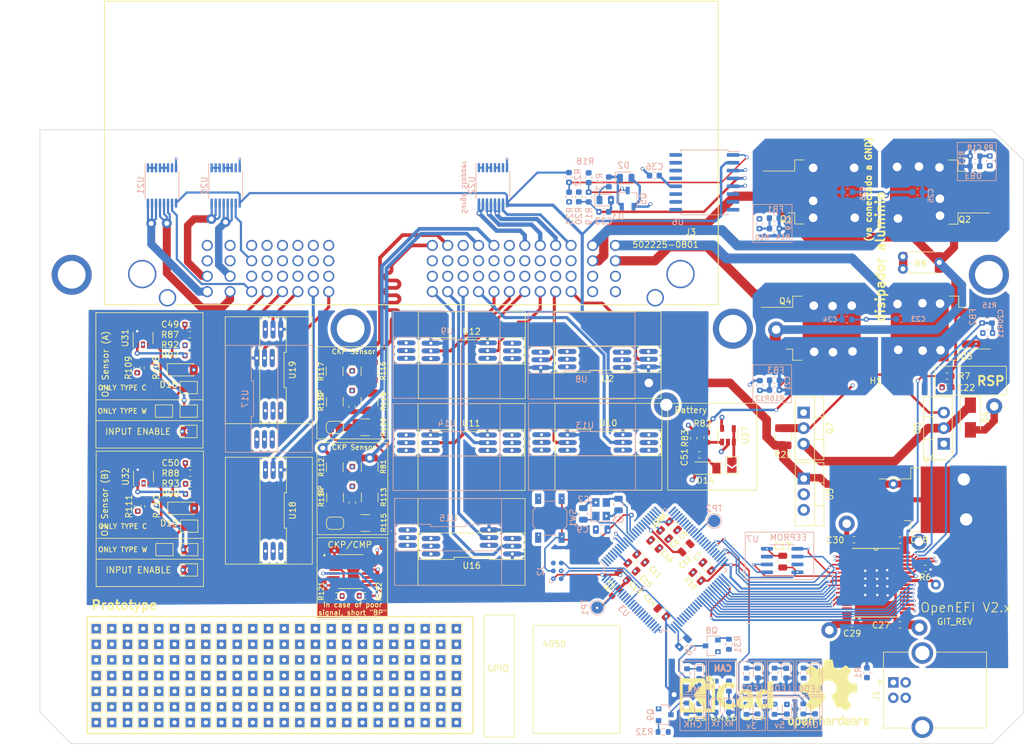
<source format=kicad_pcb>
(kicad_pcb (version 20201002) (generator pcbnew)
  (layers (0 "F.Cu" signal) (1 "In1.Cu" power) (2 "In2.Cu" signal) (31 "B.Cu" signal) (34 "B.Paste" user) (35 "F.Paste" user) (36 "B.SilkS" user "B.Silkscreen") (37 "F.SilkS" user "F.Silkscreen") (38 "B.Mask" user) (39 "F.Mask" user) (44 "Edge.Cuts" user))
  (net 0 "")
  (net 1 "GND")
  (net 2 "/INY3")
  (net 3 "/INY4")
  (net 4 "/INY2")
  (net 5 "/INY1")
  (net 6 "+5V")
  (net 7 "OSC_IN")
  (net 8 "OSC_OUT")
  (net 9 "+3V3")
  (net 10 "Net-(C7-Pad1)")
  (net 11 "Net-(C8-Pad1)")
  (net 12 "/NRST")
  (net 13 "Net-(J1-Pad5)")
  (net 14 "/USB_D+")
  (net 15 "/USB_D-")
  (net 16 "Net-(J1-Pad1)")
  (net 17 "/SYS_SWO")
  (net 18 "/SYS_SWCLK")
  (net 19 "/SYS_SWDIO")
  (net 20 "Net-(R2-Pad1)")
  (net 21 "Net-(TP2-Pad1)")
  (net 22 "Net-(D1-Pad1)")
  (net 23 "Net-(U3-Pad9)")
  (net 24 "Net-(U3-Pad8)")
  (net 25 "Net-(U3-Pad7)")
  (net 26 "/ECN2")
  (net 27 "/ECN3")
  (net 28 "/ECN4")
  (net 29 "Net-(U3-Pad98)")
  (net 30 "Net-(U3-Pad97)")
  (net 31 "Net-(U3-Pad90)")
  (net 32 "Net-(U3-Pad88)")
  (net 33 "Net-(U3-Pad87)")
  (net 34 "Net-(U3-Pad86)")
  (net 35 "Net-(U3-Pad85)")
  (net 36 "Net-(U3-Pad84)")
  (net 37 "Net-(U3-Pad83)")
  (net 38 "Net-(U3-Pad82)")
  (net 39 "Net-(U3-Pad81)")
  (net 40 "Net-(U3-Pad80)")
  (net 41 "Net-(U3-Pad79)")
  (net 42 "Net-(U3-Pad78)")
  (net 43 "Net-(U3-Pad77)")
  (net 44 "Net-(U3-Pad69)")
  (net 45 "/VBUS")
  (net 46 "Net-(U3-Pad67)")
  (net 47 "Net-(U3-Pad66)")
  (net 48 "Net-(U3-Pad65)")
  (net 49 "Net-(U3-Pad64)")
  (net 50 "Net-(U3-Pad63)")
  (net 51 "/ECN1")
  (net 52 "Net-(U3-Pad46)")
  (net 53 "Net-(U3-Pad45)")
  (net 54 "/MEMORY_CS")
  (net 55 "Net-(U3-Pad42)")
  (net 56 "Net-(U3-Pad41)")
  (net 57 "Net-(U3-Pad40)")
  (net 58 "Net-(U3-Pad39)")
  (net 59 "Net-(U3-Pad38)")
  (net 60 "/PC1")
  (net 61 "/PA0")
  (net 62 "Net-(Q8-Pad1)")
  (net 63 "Net-(Q9-Pad1)")
  (net 64 "/MIL_OUT")
  (net 65 "/CHK_OUT")
  (net 66 "/PMIC_ENABLE")
  (net 67 "/PMIC_MAXI")
  (net 68 "/PMIC_NOMI")
  (net 69 "/PMIC_SPARK")
  (net 70 "/SPI2_MISO")
  (net 71 "/SPI2_SCK")
  (net 72 "/PMIC_CS")
  (net 73 "/PWM_ENABLE_1")
  (net 74 "/PWM_ENABLE_2")
  (net 75 "/PAP_ENABLE")
  (net 76 "/MTR_M1")
  (net 77 "/MTR_M_2")
  (net 78 "/SPI2_MOSI")
  (net 79 "/GNC_GLP")
  (net 80 "/RSN")
  (net 81 "/RSP")
  (net 82 "Net-(C22-Pad2)")
  (net 83 "/FB0")
  (net 84 "/FB1")
  (net 85 "/FB2")
  (net 86 "/PA1")
  (net 87 "CONN_1")
  (net 88 "/PA2")
  (net 89 "CONN_2")
  (net 90 "/PA3")
  (net 91 "/PA4")
  (net 92 "CONN_62")
  (net 93 "CONN_61")
  (net 94 "CONN_42")
  (net 95 "CONN_41")
  (net 96 "CONN_78")
  (net 97 "CONN_77")
  (net 98 "CONN_76")
  (net 99 "CONN_75")
  (net 100 "CONN_74")
  (net 101 "CONN_73")
  (net 102 "CONN71+")
  (net 103 "CONN_69")
  (net 104 "CONN_68")
  (net 105 "CONN_66")
  (net 106 "CONN_65")
  (net 107 "CONN_64")
  (net 108 "CONN_63")
  (net 109 "CONN_58")
  (net 110 "CONN_57")
  (net 111 "CONN_56")
  (net 112 "CONN_55")
  (net 113 "CONN_54")
  (net 114 "CONN_53")
  (net 115 "CONN_52")
  (net 116 "CONN_51")
  (net 117 "CONN_50")
  (net 118 "CONN_49")
  (net 119 "CONN_48")
  (net 120 "CONN_47")
  (net 121 "CONN_46")
  (net 122 "CONN_45")
  (net 123 "CONN_44")
  (net 124 "CONN_43")
  (net 125 "CONN_40")
  (net 126 "CONN_39")
  (net 127 "CONN_22")
  (net 128 "CONN_21")
  (net 129 "CONN_20")
  (net 130 "CONN_19")
  (net 131 "CONN_18")
  (net 132 "CONN_17")
  (net 133 "CONN_16")
  (net 134 "CONN_15")
  (net 135 "CONN_14")
  (net 136 "CONN_13")
  (net 137 "CONN_12")
  (net 138 "CONN_11")
  (net 139 "CONN_10")
  (net 140 "CONN_9")
  (net 141 "CONN_8")
  (net 142 "CONN_7")
  (net 143 "CONN_6")
  (net 144 "CONN_5")
  (net 145 "CONN_4")
  (net 146 "CONN_3")
  (net 147 "+12VA")
  (net 148 "+12V")
  (net 149 "Net-(D18-Pad1)")
  (net 150 "Net-(R97-Pad1)")
  (net 151 "/PA5")
  (net 152 "/PA6")
  (net 153 "Net-(JP15-Pad1)")
  (net 154 "Net-(JP17-Pad2)")
  (net 155 "Net-(JP18-Pad2)")
  (net 156 "/PA7")
  (net 157 "/PB0")
  (net 158 "/PB1")
  (net 159 "/PC5")
  (net 160 "Net-(C33-Pad1)")
  (net 161 "Net-(C36-Pad1)")
  (net 162 "Net-(D2-Pad1)")
  (net 163 "Net-(D3-Pad1)")
  (net 164 "Net-(D4-Pad1)")
  (net 165 "Net-(U15-Pad3)")
  (net 166 "Net-(U15-Pad4)")
  (net 167 "Net-(D19-Pad1)")
  (net 168 "/PC4")
  (net 169 "/PC3")
  (net 170 "/PC2")
  (net 171 "/PC0")
  (net 172 "/GD1")
  (net 173 "Net-(JP11-Pad1)")
  (net 174 "/GD0")
  (net 175 "/GD2")
  (net 176 "/GD3")
  (net 177 "/FB3")
  (net 178 "Net-(JP16-Pad1)")
  (net 179 "Net-(Q5-Pad3)")
  (net 180 "Net-(Q6-Pad1)")
  (net 181 "Net-(Q7-Pad2)")
  (net 182 "Net-(Q7-Pad1)")
  (net 183 "Net-(R22-Pad2)")
  (net 184 "Net-(R98-Pad1)")
  (net 185 "Net-(U6-Pad11)")
  (net 186 "Net-(U6-Pad10)")
  (net 187 "Net-(U6-Pad8)")
  (net 188 "Net-(U6-Pad7)")
  (net 189 "Net-(U6-Pad6)")
  (net 190 "Net-(JP20-Pad2)")
  (net 191 "Net-(JP21-Pad2)")
  (net 192 "Net-(C51-Pad1)")
  (net 193 "+5VA")
  (net 194 "Net-(JP23-Pad2)")
  (net 195 "Net-(JP24-Pad2)")
  (net 196 "Net-(R113-Pad1)")
  (net 197 "Net-(R112-Pad2)")
  (net 198 "Net-(R116-Pad2)")
  (net 199 "Net-(R117-Pad2)")
  (net 200 "/CKP")
  (net 201 "/CMP")
  (net 202 "/CKP/CMP_sensors/IN1+")
  (net 203 "/CKP/CMP_sensors/IN1-")
  (net 204 "Net-(U36-Pad12)")
  (net 205 "/CKP/CMP_sensors/IN2-")
  (net 206 "/CKP/CMP_sensors/IN2+")
  (net 207 "Net-(U36-Pad7)")
  (net 208 "Net-(U36-Pad2)")
  (net 209 "/PWM0")
  (net 210 "/R_ECN_INY")
  (net 211 "/PWM1")
  (net 212 "/PWM2")
  (net 213 "/R_GNC_GLP")
  (net 214 "/PWM3")
  (net 215 "/R_AAC")
  (net 216 "/TIM9_CH1")
  (net 217 "/TIM9_CH2")
  (net 218 "/R3")
  (net 219 "Net-(D5-Pad1)")
  (net 220 "Net-(D6-Pad1)")
  (net 221 "Net-(D7-Pad1)")
  (net 222 "/CAN_TX")
  (net 223 "/CAN_RX")
  (net 224 "Net-(D8-Pad1)")
  (net 225 "Net-(D9-Pad1)")
  (net 226 "Net-(D10-Pad1)")
  (net 227 "Net-(D11-Pad1)")
  (net 228 "/LED0")
  (net 229 "/LED1")
  (net 230 "/LED2")
  (net 231 "Net-(D12-Pad1)")
  (net 232 "Net-(D13-Pad1)")
  (net 233 "/MIL")
  (net 234 "/CHK")
  (net 235 "CONN71-")
  (net 236 "Net-(U7-Pad7)")
  (net 237 "Net-(U7-Pad3)")
  (module "OpenEFI-STM32F_rev3:SOP65P1030X245-33N" (layer "F.Cu") (at 156.6691 114.715)
    (fp_text reference "U1" hide)
    (fp_text value "MCZ33810EK" hide)
    (pad "1" smd rect (at -4.699 -4.8768) (size 1.6002 0.4318) (layers "F.Cu" "F.Paste" "F.Mask") (net 128 "CONN_21"))
    (pad "2" smd rect (at -4.699 -4.2164) (size 1.6002 0.4318) (layers "F.Cu" "F.Paste" "F.Mask") (net 83 "/FB0"))
    (pad "3" smd rect (at -4.699 -3.5814) (size 1.6002 0.4318) (layers "F.Cu" "F.Paste" "F.Mask") (net 174 "/GD0"))
    (pad "4" smd rect (at -4.699 -2.921) (size 1.6002 0.4318) (layers "F.Cu" "F.Paste" "F.Mask") (net 72 "/PMIC_CS"))
    (pad "5" smd rect (at -4.699 -2.286) (size 1.6002 0.4318) (layers "F.Cu" "F.Paste" "F.Mask") (net 71 "/SPI2_SCK"))
    (pad "6" smd rect (at -4.699 -1.6256) (size 1.6002 0.4318) (layers "F.Cu" "F.Paste" "F.Mask") (net 78 "/SPI2_MOSI"))
    (pad "7" smd rect (at -4.699 -0.9652) (size 1.6002 0.4318) (layers "F.Cu" "F.Paste" "F.Mask") (net 70 "/SPI2_MISO"))
    (pad "8" smd rect (at -4.699 -0.3302) (size 1.6002 0.4318) (layers "F.Cu" "F.Paste" "F.Mask") (net 9 "+3V3"))
    (pad "9" smd rect (at -4.699 0.3302) (size 1.6002 0.4318) (layers "F.Cu" "F.Paste" "F.Mask") (net 66 "/PMIC_ENABLE"))
    (pad "10" smd rect (at -4.699 0.9652) (size 1.6002 0.4318) (layers "F.Cu" "F.Paste" "F.Mask") (net 5 "/INY1"))
    (pad "11" smd rect (at -4.699 1.6256) (size 1.6002 0.4318) (layers "F.Cu" "F.Paste" "F.Mask") (net 4 "/INY2"))
    (pad "12" smd rect (at -4.699 2.286) (size 1.6002 0.4318) (layers "F.Cu" "F.Paste" "F.Mask") (net 2 "/INY3"))
    (pad "13" smd rect (at -4.699 2.921) (size 1.6002 0.4318) (layers "F.Cu" "F.Paste" "F.Mask") (net 3 "/INY4"))
    (pad "14" smd rect (at -4.699 3.5814) (size 1.6002 0.4318) (layers "F.Cu" "F.Paste" "F.Mask") (net 172 "/GD1"))
    (pad "15" smd rect (at -4.699 4.2164) (size 1.6002 0.4318) (layers "F.Cu" "F.Paste" "F.Mask") (net 84 "/FB1"))
    (pad "16" smd rect (at -4.699 4.8768) (size 1.6002 0.4318) (layers "F.Cu" "F.Paste" "F.Mask") (net 87 "CONN_1"))
    (pad "17" smd rect (at 4.699 4.8768) (size 1.6002 0.4318) (layers "F.Cu" "F.Paste" "F.Mask") (net 127 "CONN_22"))
    (pad "18" smd rect (at 4.699 4.2164) (size 1.6002 0.4318) (layers "F.Cu" "F.Paste" "F.Mask") (net 177 "/FB3"))
    (pad "19" smd rect (at 4.699 3.5814) (size 1.6002 0.4318) (layers "F.Cu" "F.Paste" "F.Mask") (net 176 "/GD3"))
    (pad "20" smd rect (at 4.699 2.921) (size 1.6002 0.4318) (layers "F.Cu" "F.Paste" "F.Mask") (net 69 "/PMIC_SPARK"))
    (pad "21" smd rect (at 4.699 2.286) (size 1.6002 0.4318) (layers "F.Cu" "F.Paste" "F.Mask") (net 28 "/ECN4"))
    (pad "22" smd rect (at 4.699 1.6256) (size 1.6002 0.4318) (layers "F.Cu" "F.Paste" "F.Mask") (net 27 "/ECN3"))
    (pad "23" smd rect (at 4.699 0.9652) (size 1.6002 0.4318) (layers "F.Cu" "F.Paste" "F.Mask") (net 26 "/ECN2"))
    (pad "24" smd rect (at 4.699 0.3302) (size 1.6002 0.4318) (layers "F.Cu" "F.Paste" "F.Mask") (net 51 "/ECN1"))
    (pad "25" smd rect (at 4.699 -0.3302) (size 1.6002 0.4318) (layers "F.Cu" "F.Paste" "F.Mask") (net 148 "+12V"))
    (pad "26" smd rect (at 4.699 -0.9652) (size 1.6002 0.4318) (layers "F.Cu" "F.Paste" "F.Mask") (net 81 "/RSP"))
    (pad "27" smd rect (at 4.699 -1.6256) (size 1.6002 0.4318) (layers "F.Cu" "F.Paste" "F.Mask") (net 80 "/RSN"))
    (pad "28" smd rect (at 4.699 -2.286) (size 1.6002 0.4318) (layers "F.Cu" "F.Paste" "F.Mask") (net 68 "/PMIC_NOMI"))
    (pad "29" smd rect (at 4.699 -2.921) (size 1.6002 0.4318) (layers "F.Cu" "F.Paste" "F.Mask") (net 67 "/PMIC_MAXI"))
    (pad "30" smd rect (at 4.699 -3.5814) (size 1.6002 0.4318) (layers "F.Cu" "F.Paste" "F.Mask") (net 175 "/GD2"))
    (pad "31" smd rect (at 4.699 -4.2164) (size 1.6002 0.4318) (layers "F.Cu" "F.Paste" "F.Mask") (net 85 "/FB2"))
    (pad "32" smd rect (at 4.699 -4.8768) (size 1.6002 0.4318) (layers "F.Cu" "F.Paste" "F.Mask") (net 89 "CONN_2"))
    (pad "33" smd rect (at 0 0) (size 4.953 4.953) (layers "F.Cu" "F.Paste" "F.Mask") (net 1 "GND"))
  )
  (module "Capacitor_SMD:C_0805_2012Metric" (layer "F.Cu") (at 123.820019 105.492312 -45)
    (fp_text reference "C5" (at 2.2125 -0.12 45) (layer "F.SilkS") (effects (font (size 0.8 0.8))))
    (fp_text value "100nF")
    (pad "1" smd roundrect (at -0.9375 0 315) (size 0.975 1.4) (layers "F.Cu" "F.Paste" "F.Mask") (net 9 "+3V3"))
    (pad "2" smd roundrect (at 0.9375 0 315) (size 0.975 1.4) (layers "F.Cu" "F.Paste" "F.Mask") (net 1 "GND"))
  )
  (module "Capacitor_SMD:C_0805_2012Metric" (layer "F.Cu") (at 122.405806 106.906525 -45)
    (fp_text reference "C6" (at 2.1925 -0.11 45) (layer "F.SilkS") (effects (font (size 0.8 0.8))))
    (fp_text value "1uF")
    (pad "1" smd roundrect (at -0.9375 0 315) (size 0.975 1.4) (layers "F.Cu" "F.Paste" "F.Mask") (net 9 "+3V3"))
    (pad "2" smd roundrect (at 0.9375 0 315) (size 0.975 1.4) (layers "F.Cu" "F.Paste" "F.Mask") (net 1 "GND"))
  )
  (module "Capacitor_SMD:C_0805_2012Metric" (layer "F.Cu") (at 129.285955 112.112245 135)
    (fp_text reference "C7" (at 2.1935 0.076 45) (layer "F.SilkS") (effects (font (size 0.8 0.8))))
    (fp_text value "2.2uF")
    (pad "1" smd roundrect (at -0.9375 0 135) (size 0.975 1.4) (layers "F.Cu" "F.Paste" "F.Mask") (net 10 "Net-(C7-Pad1)"))
    (pad "2" smd roundrect (at 0.9375 0 135) (size 0.975 1.4) (layers "F.Cu" "F.Paste" "F.Mask") (net 1 "GND"))
  )
  (module "Capacitor_SMD:C_0805_2012Metric" (layer "F.Cu") (at 127.669509 113.728692 135)
    (fp_text reference "C10" (at -0.0785 -1.524 315) (layer "F.SilkS") (effects (font (size 0.8 0.8))))
    (fp_text value "100nF")
    (pad "1" smd roundrect (at -0.9375 0 135) (size 0.975 1.4) (layers "F.Cu" "F.Paste" "F.Mask") (net 9 "+3V3"))
    (pad "2" smd roundrect (at 0.9375 0 135) (size 0.975 1.4) (layers "F.Cu" "F.Paste" "F.Mask") (net 1 "GND"))
  )
  (module "Capacitor_SMD:C_0805_2012Metric" (layer "F.Cu") (at 118.560914 110.769097 -45)
    (fp_text reference "C11" (at 3.225 -0.05 -45) (layer "F.SilkS") (effects (font (size 0.8 0.8))))
    (fp_text value "100nF")
    (pad "1" smd roundrect (at -0.9375 0 315) (size 0.975 1.4) (layers "F.Cu" "F.Paste" "F.Mask") (net 9 "+3V3"))
    (pad "2" smd roundrect (at 0.9375 0 315) (size 0.975 1.4) (layers "F.Cu" "F.Paste" "F.Mask") (net 1 "GND"))
  )
  (module "Capacitor_SMD:C_0805_2012Metric" (layer "F.Cu") (at 125.872398 109.072041 45)
    (fp_text reference "C12" (at -1.768 1.594 45) (layer "F.SilkS") (effects (font (size 0.8 0.8))))
    (fp_text value "100nF")
    (pad "1" smd roundrect (at -0.9375 0 45) (size 0.975 1.4) (layers "F.Cu" "F.Paste" "F.Mask") (net 9 "+3V3"))
    (pad "2" smd roundrect (at 0.9375 0 45) (size 0.975 1.4) (layers "F.Cu" "F.Paste" "F.Mask") (net 1 "GND"))
  )
  (module "Capacitor_SMD:C_0805_2012Metric" (layer "F.Cu") (at 115.691474 113.604595 -45)
    (fp_text reference "C13" (at 2.794 0 -45) (layer "F.SilkS") (effects (font (size 0.8 0.8))))
    (fp_text value "100nF")
    (pad "1" smd roundrect (at -0.9375 0 315) (size 0.975 1.4) (layers "F.Cu" "F.Paste" "F.Mask") (net 9 "+3V3"))
    (pad "2" smd roundrect (at 0.9375 0 315) (size 0.975 1.4) (layers "F.Cu" "F.Paste" "F.Mask") (net 1 "GND"))
  )
  (module "Capacitor_SMD:C_0805_2012Metric" (layer "F.Cu") (at 121.977653 119.531563 135)
    (fp_text reference "C14" (at 2.794 0 315) (layer "F.SilkS") (effects (font (size 0.8 0.8))))
    (fp_text value "100nF")
    (pad "1" smd roundrect (at -0.9375 0 135) (size 0.975 1.4) (layers "F.Cu" "F.Paste" "F.Mask") (net 9 "+3V3"))
    (pad "2" smd roundrect (at 0.9375 0 135) (size 0.975 1.4) (layers "F.Cu" "F.Paste" "F.Mask") (net 1 "GND"))
  )
  (module "Capacitor_SMD:C_0805_2012Metric" (layer "F.Cu") (at 117.108516 112.187553 -45)
    (fp_text reference "C15" (at 3.21 0.01 -45) (layer "F.SilkS") (effects (font (size 0.8 0.8))))
    (fp_text value "100nF")
    (pad "1" smd roundrect (at -0.9375 0 315) (size 0.975 1.4) (layers "F.Cu" "F.Paste" "F.Mask") (net 9 "+3V3"))
    (pad "2" smd roundrect (at 0.9375 0 315) (size 0.975 1.4) (layers "F.Cu" "F.Paste" "F.Mask") (net 1 "GND"))
  )
  (module "Capacitor_SMD:C_0805_2012Metric" (layer "F.Cu") (at 120.814816 108.497516 -45)
    (fp_text reference "C16" (at 2.794 0 -45) (layer "F.SilkS") (effects (font (size 0.8 0.8))))
    (fp_text value "4.7uF")
    (pad "1" smd roundrect (at -0.9375 0 315) (size 0.975 1.4) (layers "F.Cu" "F.Paste" "F.Mask") (net 9 "+3V3"))
    (pad "2" smd roundrect (at 0.9375 0 315) (size 0.975 1.4) (layers "F.Cu" "F.Paste" "F.Mask") (net 1 "GND"))
  )
  (module "Resistor_SMD:R_0603_1608Metric" (layer "F.Cu") (at 114.45 116.3 45)
    (fp_text reference "R2" (at 0 -1.43 45) (layer "F.SilkS"))
    (fp_text value "10k")
    (pad "1" smd roundrect (at -0.7875 0 45) (size 0.875 0.95) (layers "F.Cu" "F.Paste" "F.Mask") (net 20 "Net-(R2-Pad1)"))
    (pad "2" smd roundrect (at 0.7875 0 45) (size 0.875 0.95) (layers "F.Cu" "F.Paste" "F.Mask") (net 1 "GND"))
  )
  (module "MountingHole:MountingHole_5.3mm_M5" (layer "F.Cu") (at 156.6564 88.25)
    (fp_text reference "H1" (at 0 -6.3) (layer "F.SilkS"))
    (fp_text value "MountingHole")
    (pad "1" np_thru_hole circle (at 0 0) (size 5.3 5.3) (drill 5.3) (layers *.Cu *.Mask))
  )
  (module "Connector_USB:USB_B_OST_USB-B1HSxx_Horizontal" (layer "F.Cu") (at 159.5 130.9)
    (fp_text reference "J1" (at -2.796 2.1385 270) (layer "F.SilkS"))
    (fp_text value "USB_B")
    (pad "1" thru_hole rect (at 0 0) (size 1.7 1.7) (drill 0.92) (layers *.Cu *.Mask) (net 16 "Net-(J1-Pad1)"))
    (pad "2" thru_hole circle (at 0 2.5) (size 1.7 1.7) (drill 0.92) (layers *.Cu *.Mask) (net 15 "/USB_D-"))
    (pad "3" thru_hole circle (at 2 2.5) (size 1.7 1.7) (drill 0.92) (layers *.Cu *.Mask) (net 14 "/USB_D+"))
    (pad "4" thru_hole circle (at 2 0) (size 1.7 1.7) (drill 0.92) (layers *.Cu *.Mask) (net 1 "GND"))
    (pad "5" thru_hole circle (at 4.71 -4.77) (size 3.5 3.5) (drill 2.33) (layers *.Cu *.Mask) (net 13 "Net-(J1-Pad5)"))
    (pad "5" thru_hole circle (at 4.71 7.27) (size 3.5 3.5) (drill 2.33) (layers *.Cu *.Mask) (net 13 "Net-(J1-Pad5)"))
  )
  (module "Package_TO_SOT_SMD:TO-263-2" (layer "F.Cu") (at 167.0326 51.330102 180)
    (fp_text reference "Q2" (at -4.0386 -4.4577) (layer "F.SilkS"))
    (fp_text value "ISL9V5045S3ST" hide)
    (pad "1" smd rect (at -5.775 -2.54 180) (size 4.6 1.1) (layers "F.Cu" "F.Paste" "F.Mask") (net 174 "/GD0"))
    (pad "2" smd rect (at 3.375 0 180) (size 9.4 10.8) (layers "F.Cu" "F.Mask") (net 92 "CONN_62"))
    (pad "3" smd rect (at -5.775 2.54 180) (size 4.6 1.1) (layers "F.Cu" "F.Paste" "F.Mask") (net 82 "Net-(C22-Pad2)"))
  )
  (module "OpenEFI-STM32F_rev3:502225-0801" (layer "F.Cu") (at 114.436 67.4845 180)
    (fp_text reference "J3" (at -12.192 9.652) (layer "F.SilkS"))
    (fp_text value "502225-0801" (at -8.128 7.62) (layer "F.SilkS"))
    (pad "1" thru_hole circle (at 0 0 180) (size 1.8034 1.8034) (drill 1.2954) (layers *.Cu *.Mask) (net 87 "CONN_1"))
    (pad "2" thru_hole circle (at 3.7 0 180) (size 1.8034 1.8034) (drill 1.2954) (layers *.Cu *.Mask) (net 89 "CONN_2"))
    (pad "3" thru_hole circle (at 7.2 0 180) (size 1.8034 1.8034) (drill 1.2954) (layers *.Cu *.Mask) (net 146 "CONN_3"))
    (pad "4" thru_hole circle (at 9.699998 0 180) (size 1.8034 1.8034) (drill 1.2954) (layers *.Cu *.Mask) (net 145 "CONN_4"))
    (pad "5" thru_hole circle (at 12.199998 0 180) (size 1.8034 1.8034) (drill 1.2954) (layers *.Cu *.Mask) (net 144 "CONN_5"))
    (pad "6" thru_hole circle (at 14.699998 0 180) (size 1.8034 1.8034) (drill 1.2954) (layers *.Cu *.Mask) (net 143 "CONN_6"))
    (pad "7" thru_hole circle (at 17.199998 0 180) (size 1.8034 1.8034) (drill 1.2954) (layers *.Cu *.Mask) (net 142 "CONN_7"))
    (pad "8" thru_hole circle (at 19.699998 0 180) (size 1.8034 1.8034) (drill 1.2954) (layers *.Cu *.Mask) (net 141 "CONN_8"))
    (pad "9" thru_hole circle (at 22.199998 0 180) (size 1.8034 1.8034) (drill 1.2954) (layers *.Cu *.Mask) (net 140 "CONN_9"))
    (pad "10" thru_hole circle (at 24.699998 0 180) (size 1.8034 1.8034) (drill 1.2954) (layers *.Cu *.Mask) (net 139 "CONN_10"))
    (pad "11" thru_hole circle (at 27.199998 0 180) (size 1.8034 1.8034) (drill 1.2954) (layers *.Cu *.Mask) (net 138 "CONN_11"))
    (pad "12" thru_hole circle (at 29.699998 0 180) (size 1.8034 1.8034) (drill 1.2954) (layers *.Cu *.Mask) (net 137 "CONN_12"))
    (pad "13" thru_hole circle (at 46.499998 0 180) (size 1.8034 1.8034) (drill 1.2954) (layers *.Cu *.Mask) (net 136 "CONN_13"))
    (pad "14" thru_hole circle (at 48.999998 0 180) (size 1.8034 1.8034) (drill 1.2954) (layers *.Cu *.Mask) (net 135 "CONN_14"))
    (pad "15" thru_hole circle (at 51.499998 0 180) (size 1.8034 1.8034) (drill 1.2954) (layers *.Cu *.Mask) (net 134 "CONN_15"))
    (pad "16" thru_hole circle (at 53.999998 0 180) (size 1.8034 1.8034) (drill 1.2954) (layers *.Cu *.Mask) (net 133 "CONN_16"))
    (pad "17" thru_hole circle (at 56.499998 0 180) (size 1.8034 1.8034) (drill 1.2954) (layers *.Cu *.Mask) (net 132 "CONN_17"))
    (pad "18" thru_hole circle (at 58.999998 0 180) (size 1.8034 1.8034) (drill 1.2954) (layers *.Cu *.Mask) (net 131 "CONN_18"))
    (pad "19" thru_hole circle (at 62.499996 0 180) (size 1.8034 1.8034) (drill 1.2954) (layers *.Cu *.Mask) (net 130 "CONN_19"))
    (pad "20" thru_hole circle (at 66.199996 0 180) (size 1.8034 1.8034) (drill 1.2954) (layers *.Cu *.Mask) (net 129 "CONN_20"))
    (pad "21" thru_hole circle (at 0 2.5 180) (size 1.8034 1.8034) (drill 1.2954) (layers *.Cu *.Mask) (net 128 "CONN_21"))
    (pad "22" thru_hole circle (at 3.7 2.5 180) (size 1.8034 1.8034) (drill 1.2954) (layers *.Cu *.Mask) (net 127 "CONN_22"))
    (pad "23" thru_hole circle (at 7.2 2.5 180) (size 1.8034 1.8034) (drill 1.2954) (layers *.Cu *.Mask) (net 1 "GND"))
    (pad "24" thru_hole circle (at 9.699998 2.5 180) (size 1.8034 1.8034) (drill 1.2954) (layers *.Cu *.Mask) (net 1 "GND"))
    (pad "25" thru_hole circle (at 12.199998 2.5 180) (size 1.8034 1.8034) (drill 1.2954) (layers *.Cu *.Mask) (net 1 "GND"))
    (pad "26" thru_hole circle (at 14.699998 2.5 180) (size 1.8034 1.8034) (drill 1.2954) (layers *.Cu *.Mask) (net 1 "GND"))
    (pad "27" thru_hole circle (at 17.199998 2.5 180) (size 1.8034 1.8034) (drill 1.2954) (layers *.Cu *.Mask) (net 1 "GND"))
    (pad "28" thru_hole circle (at 19.699998 2.5 180) (size 1.8034 1.8034) (drill 1.2954) (layers *.Cu *.Mask) (net 1 "GND"))
    (pad "29" thru_hole circle (at 22.199998 2.5 180) (size 1.8034 1.8034) (drill 1.2954) (layers *.Cu *.Mask) (net 1 "GND"))
    (pad "30" thru_hole circle (at 24.699998 2.5 180) (size 1.8034 1.8034) (drill 1.2954) (layers *.Cu *.Mask) (net 1 "GND"))
    (pad "31" thru_hole circle (at 27.199998 2.5 180) (size 1.8034 1.8034) (drill 1.2954) (layers *.Cu *.Mask) (net 1 "GND"))
    (pad "32" thru_hole circle (at 29.699998 2.5 180) (size 1.8034 1.8034) (drill 1.2954) (layers *.Cu *.Mask) (net 1 "GND"))
    (pad "33" thru_hole circle (at 46.499998 2.5 180) (size 1.8034 1.8034) (drill 1.2954) (layers *.Cu *.Mask) (net 1 "GND"))
    (pad "34" thru_hole circle (at 48.999998 2.5 180) (size 1.8034 1.8034) (drill 1.2954) (layers *.Cu *.Mask) (net 1 "GND"))
    (pad "35" thru_hole circle (at 51.499998 2.5 180) (size 1.8034 1.8034) (drill 1.2954) (layers *.Cu *.Mask) (net 1 "GND"))
    (pad "36" thru_hole circle (at 53.999998 2.5 180) (size 1.8034 1.8034) (drill 1.2954) (layers *.Cu *.Mask) (net 1 "GND"))
    (pad "37" thru_hole circle (at 56.499998 2.5 180) (size 1.8034 1.8034) (drill 1.2954) (layers *.Cu *.Mask) (net 1 "GND"))
    (pad "38" thru_hole circle (at 58.999998 2.5 180) (size 1.8034 1.8034) (drill 1.2954) (layers *.Cu *.Mask) (net 1 "GND"))
    (pad "39" thru_hole circle (at 62.499996 2.5 180) (size 1.8034 1.8034) (drill 1.2954) (layers *.Cu *.Mask) (net 126 "CONN_39"))
    (pad "40" thru_hole circle (at 66.199996 2.5 180) (size 1.8034 1.8034) (drill 1.2954) (layers *.Cu *.Mask) (net 125 "CONN_40"))
    (pad "41" thru_hole circle (at 0 5 180) (size 1.8034 1.8034) (drill 1.2954) (layers *.Cu *.Mask) (net 95 "CONN_41"))
    (pad "42" thru_hole circle (at 3.7 5 180) (size 1.8034 1.8034) (drill 1.2954) (layers *.Cu *.Mask) (net 94 "CONN_42"))
    (pad "43" thru_hole circle (at 7.2 5 180) (size 1.8034 1.8034) (drill 1.2954) (layers *.Cu *.Mask) (net 124 "CONN_43"))
    (pad "44" thru_hole circle (at 9.699998 5 180) (size 1.8034 1.8034) (drill 1.2954) (layers *.Cu *.Mask) (net 123 "CONN_44"))
    (pad "45" thru_hole circle (at 12.199998 5 180) (size 1.8034 1.8034) (drill 1.2954) (layers *.Cu *.Mask) (net 122 "CONN_45"))
    (pad "46" thru_hole circle (at 14.699998 5 180) (size 1.8034 1.8034) (drill 1.2954) (layers *.Cu *.Mask) (net 121 "CONN_46"))
    (pad "47" thru_hole circle (at 17.199998 5 180) (size 1.8034 1.8034) (drill 1.2954) (layers *.Cu *.Mask) (net 120 "CONN_47"))
    (pad "48" thru_hole circle (at 19.699998 5 180) (size 1.8034 1.8034) (drill 1.2954) (layers *.Cu *.Mask) (net 119 "CONN_48"))
    (pad "49" thru_hole circle (at 22.199998 5 180) (size 1.8034 1.8034) (drill 1.2954) (layers *.Cu *.Mask) (net 118 "CONN_49"))
    (pad "50" thru_hole circle (at 24.699998 5 180) (size 1.8034 1.8034) (drill 1.2954) (layers *.Cu *.Mask) (net 117 "CONN_50"))
    (pad "51" thru_hole circle (at 27.199998 5 180) (size 1.8034 1.8034) (drill 1.2954) (layers *.Cu *.Mask) (net 116 "CONN_51"))
    (pad "52" thru_hole circle (at 29.699998 5 180) (size 1.8034 1.8034) (drill 1.2954) (layers *.Cu *.Mask) (net 115 "CONN_52"))
    (pad "53" thru_hole circle (at 46.499998 5 180) (size 1.8034 1.8034) (drill 1.2954) (layers *.Cu *.Mask) (net 114 "CONN_53"))
    (pad "54" thru_hole circle (at 48.999998 5 180) (size 1.8034 1.8034) (drill 1.2954) (layers *.Cu *.Mask) (net 113 "CONN_54"))
    (pad "55" thru_hole circle (at 51.499998 5 180) (size 1.8034 1.8034) (drill 1.2954) (layers *.Cu *.Mask) (net 112 "CONN_55"))
    (pad "56" thru_hole circle (at 53.999998 5 180) (size 1.8034 1.8034) (drill 1.2954) (layers *.Cu *.Mask) (net 111 "CONN_56"))
    (pad "57" thru_hole circle (at 56.499998 5 180) (size 1.8034 1.8034) (drill 1.2954) (layers *.Cu *.Mask) (net 110 "CONN_57"))
    (pad "58" thru_hole circle (at 58.999998 5 180) (size 1.8034 1.8034) (drill 1.2954) (layers *.Cu *.Mask) (net 109 "CONN_58"))
    (pad "59" thru_hole circle (at 62.499996 5 180) (size 1.8034 1.8034) (drill 1.2954) (layers *.Cu *.Mask) (net 147 "+12VA"))
    (pad "60" thru_hole circle (at 66.199996 5 180) (size 1.8034 1.8034) (drill 1.2954) (layers *.Cu *.Mask) (net 147 "+12VA"))
    (pad "61" thru_hole circle (at 0 7.5 180) (size 1.8034 1.8034) (drill 1.2954) (layers *.Cu *.Mask) (net 93 "CONN_61"))
    (pad "62" thru_hole circle (at 3.7 7.5 180) (size 1.8034 1.8034) (drill 1.2954) (layers *.Cu *.Mask) (net 92 "CONN_62"))
    (pad "63" thru_hole circle (at 7.2 7.5 180) (size 1.8034 1.8034) (drill 1.2954) (layers *.Cu *.Mask) (net 108 "CONN_63"))
    (pad "64" thru_hole circle (at 9.699998 7.5 180) (size 1.8034 1.8034) (drill 1.2954) (layers *.Cu *.Mask) (net 107 "CONN_64"))
    (pad "65" thru_hole circle (at 12.199998 7.5 180) (size 1.8034 1.8034) (drill 1.2954) (layers *.Cu *.Mask) (net 106 "CONN_65"))
    (pad "66" thru_hole circle (at 14.699998 7.5 180) (size 1.8034 1.8034) (drill 1.2954) (layers *.Cu *.Mask) (net 105 "CONN_66"))
    (pad "67" thru_hole circle (at 17.199998 7.5 180) (size 1.8034 1.8034) (drill 1.2954) (layers *.Cu *.Mask) (net 1 "GND"))
    (pad "68" thru_hole circle (at 19.699998 7.5 180) (size 1.8034 1.8034) (drill 1.2954) (layers *.Cu *.Mask) (net 104 "CONN_68"))
    (pad "69" thru_hole circle (at 22.199998 7.5 180) (size 1.8034 1.8034) (drill 1.2954) (layers *.Cu *.Mask) (net 103 "CONN_69"))
    (pad "70" thru_hole circle (at 24.699998 7.5 180) (size 1.8034 1.8034) (drill 1.2954) (layers *.Cu *.Mask) (net 1 "GND"))
    (pad "71" thru_hole circle (at 27.199998 7.5 180) (size 1.8034 1.8034) (drill 1.2954) (layers *.Cu *.Mask) (net 102 "CONN71+"))
    (pad "72" thru_hole circle (at 29.699998 7.5 180) (size 1.8034 1.8034) (drill 1.2954) (layers *.Cu *.Mask) (net 235 "CONN71-"))
    (pad "73" thru_hole circle (at 46.499998 7.5 180) (size 1.8034 1.8034) (drill 1.2954) (layers *.Cu *.Mask) (net 101 "CONN_73"))
    (pad "74" thru_hole circle (at 48.999998 7.5 180) (size 1.8034 1.8034) (drill 1.2954) (layers *.Cu *.Mask) (net 100 "CONN_74"))
    (pad "75" thru_hole circle (at 51.499998 7.5 180) (size 1.8034 1.8034) (drill 1.2954) (layers *.Cu *.Mask) (net 99 "CONN_75"))
    (pad "76" thru_hole circle (at 53.999998 7.5 180) (size 1.8034 1.8034) (drill 1.2954) (layers *.Cu *.Mask) (net 98 "CONN_76"))
    (pad "77" thru_hole circle (at 56.499998 7.5 180) (size 1.8034 1.8034) (drill 1.2954) (layers *.Cu *.Mask) (net 97 "CONN_77"))
    (pad "78" thru_hole circle (at 58.999998 7.5 180) (size 1.8034 1.8034) (drill 1.2954) (layers *.Cu *.Mask) (net 96 "CONN_78"))
    (pad "79" thru_hole circle (at 62.499996 7.5 180) (size 1.8034 1.8034) (drill 1.2954) (layers *.Cu *.Mask) (net 1 "GND"))
    (pad "80" thru_hole circle (at 66.199996 7.5 180) (size 1.8034 1.8034) (drill 1.2954) (layers *.Cu *.Mask) (net 1 "GND"))
    (pad "81" thru_hole circle (at -6.450008 -0.999995 180) (size 2.8194 2.8194) (drill 2.3114) (layers *.Cu *.Mask))
    (pad "82" thru_hole circle (at 72.649986 -0.999995 180) (size 2.8194 2.8194) (drill 2.3114) (layers *.Cu *.Mask))
    (pad "83" thru_hole circle (at -10.550014 2.850005 180) (size 4.5974 4.5974) (drill 4.0894) (layers *.Cu *.Mask))
    (pad "84" thru_hole circle (at 76.749986 2.850005 180) (size 4.5974 4.5974) (drill 4.0894) (layers *.Cu *.Mask))
  )
  (module "Package_TO_SOT_SMD:TO-263-2" (layer "F.Cu") (at 146.4611 51.311102)
    (fp_text reference "Q1" (at -4.3459 4.3751) (layer "F.SilkS"))
    (fp_text value "ISL9V5045S3ST" hide)
    (pad "1" smd rect (at -5.775 -2.54) (size 4.6 1.1) (layers "F.Cu" "F.Paste" "F.Mask") (net 172 "/GD1"))
    (pad "2" smd rect (at 3.375 0) (size 9.4 10.8) (layers "F.Cu" "F.Mask") (net 94 "CONN_42"))
    (pad "3" smd rect (at -5.775 2.54) (size 4.6 1.1) (layers "F.Cu" "F.Paste" "F.Mask") (net 82 "Net-(C22-Pad2)"))
  )
  (module "Package_TO_SOT_SMD:TO-263-2" (layer "F.Cu") (at 167.1568 73.4083 180)
    (fp_text reference "Q3" (at -4.1808 -4.5529) (layer "F.SilkS"))
    (fp_text value "ISL9V5045S3ST" hide)
    (pad "1" smd rect (at -5.775 -2.54 180) (size 4.6 1.1) (layers "F.Cu" "F.Paste" "F.Mask") (net 175 "/GD2"))
    (pad "2" smd rect (at 3.375 0 180) (size 9.4 10.8) (layers "F.Cu" "F.Mask") (net 93 "CONN_61"))
    (pad "3" smd rect (at -5.775 2.54 180) (size 4.6 1.1) (layers "F.Cu" "F.Paste" "F.Mask") (net 82 "Net-(C22-Pad2)"))
  )
  (module "Package_TO_SOT_SMD:TO-263-2" (layer "F.Cu") (at 146.132 73.421)
    (fp_text reference "Q4" (at -4.1568 -4.4006) (layer "F.SilkS"))
    (fp_text value "ISL9V5045S3ST" hide)
    (pad "1" smd rect (at -5.775 -2.54) (size 4.6 1.1) (layers "F.Cu" "F.Paste" "F.Mask") (net 176 "/GD3"))
    (pad "2" smd rect (at 3.375 0) (size 9.4 10.8) (layers "F.Cu" "F.Mask") (net 95 "CONN_41"))
    (pad "3" smd rect (at -5.775 2.54) (size 4.6 1.1) (layers "F.Cu" "F.Paste" "F.Mask") (net 82 "Net-(C22-Pad2)"))
  )
  (module "Capacitor_SMD:C_0603_1608Metric" (layer "F.Cu") (at 160.5806 121.5476)
    (fp_text reference "C27" (at -3.0806 0.0774) (layer "F.SilkS"))
    (fp_text value "10nF" hide)
    (pad "1" smd roundrect (at -0.7875 0) (size 0.875 0.95) (layers "F.Cu" "F.Paste" "F.Mask") (net 1 "GND"))
    (pad "2" smd roundrect (at 0.7875 0) (size 0.875 0.95) (layers "F.Cu" "F.Paste" "F.Mask") (net 127 "CONN_22"))
  )
  (module "Capacitor_SMD:C_0603_1608Metric" (layer "F.Cu") (at 160.5806 107.8062)
    (fp_text reference "C28" (at 3.1243 -0.0508) (layer "F.SilkS"))
    (fp_text value "10nF" hide)
    (pad "1" smd roundrect (at -0.7875 0) (size 0.875 0.95) (layers "F.Cu" "F.Paste" "F.Mask") (net 1 "GND"))
    (pad "2" smd roundrect (at 0.7875 0) (size 0.875 0.95) (layers "F.Cu" "F.Paste" "F.Mask") (net 89 "CONN_2"))
  )
  (module "Capacitor_SMD:C_0603_1608Metric" (layer "F.Cu") (at 152.7576 121.3698 180)
    (fp_text reference "C29" (at -0.0674 -1.5802) (layer "F.SilkS"))
    (fp_text value "10nF" hide)
    (pad "1" smd roundrect (at -0.7875 0 180) (size 0.875 0.95) (layers "F.Cu" "F.Paste" "F.Mask") (net 1 "GND"))
    (pad "2" smd roundrect (at 0.7875 0 180) (size 0.875 0.95) (layers "F.Cu" "F.Paste" "F.Mask") (net 87 "CONN_1"))
  )
  (module "Capacitor_SMD:C_0603_1608Metric" (layer "F.Cu") (at 153.113 107.7554 180)
    (fp_text reference "C30" (at 3.0227 -0.0508) (layer "F.SilkS"))
    (fp_text value "10nF" hide)
    (pad "1" smd roundrect (at -0.7875 0 180) (size 0.875 0.95) (layers "F.Cu" "F.Paste" "F.Mask") (net 1 "GND"))
    (pad "2" smd roundrect (at 0.7875 0 180) (size 0.875 0.95) (layers "F.Cu" "F.Paste" "F.Mask") (net 128 "CONN_21"))
  )
  (module "Resistor_SMD:R_0603_1608Metric" (layer "F.Cu") (at 164.6875 112.4 180)
    (fp_text reference "R6" (at 0 -1.43) (layer "F.SilkS"))
    (fp_text value "100R" hide)
    (pad "1" smd roundrect (at -0.7875 0 180) (size 0.875 0.95) (layers "F.Cu" "F.Paste" "F.Mask") (net 1 "GND"))
    (pad "2" smd roundrect (at 0.7875 0 180) (size 0.875 0.95) (layers "F.Cu" "F.Paste" "F.Mask") (net 80 "/RSN"))
  )
  (module "Resistor_SMD:R_0603_1608Metric" (layer "F.Cu") (at 168.2 81.1872 180)
    (fp_text reference "R7" (at -2.8125 0) (layer "F.SilkS"))
    (fp_text value "100R" hide)
    (pad "1" smd roundrect (at -0.7875 0 180) (size 0.875 0.95) (layers "F.Cu" "F.Paste" "F.Mask") (net 82 "Net-(C22-Pad2)"))
    (pad "2" smd roundrect (at 0.7875 0 180) (size 0.875 0.95) (layers "F.Cu" "F.Paste" "F.Mask") (net 81 "/RSP"))
  )
  (module "Resistor_SMD:R_2512_6332Metric" (layer "F.Cu") (at 164 62.75 180)
    (fp_text reference "R8" (at 0.1016 -0.2032) (layer "F.SilkS"))
    (fp_text value "0.02R" hide)
    (pad "1" smd roundrect (at -2.9 0 180) (size 1.35 3.35) (layers "F.Cu" "F.Paste" "F.Mask") (roundrect_rratio 0.1851851851851852) (net 82 "Net-(C22-Pad2)"))
    (pad "2" smd roundrect (at 2.9 0 180) (size 1.35 3.35) (layers "F.Cu" "F.Paste" "F.Mask") (roundrect_rratio 0.1851851851851852) (net 1 "GND"))
  )
  (module "Capacitor_SMD:C_0603_1608Metric" (layer "F.Cu") (at 168.2 82.9872)
    (fp_text reference "C22" (at 3.1 0.1) (layer "F.SilkS"))
    (fp_text value "10pF" hide)
    (pad "1" smd roundrect (at -0.7875 0) (size 0.875 0.95) (layers "F.Cu" "F.Paste" "F.Mask") (net 1 "GND"))
    (pad "2" smd roundrect (at 0.7875 0) (size 0.875 0.95) (layers "F.Cu" "F.Paste" "F.Mask") (net 82 "Net-(C22-Pad2)"))
  )
  (module "Package_TO_SOT_SMD:TO-263-3_TabPin2" (layer "F.Cu") (at 165.273 101.2592)
    (fp_text reference "U4" (at 0 -6.65 180) (layer "F.SilkS"))
    (fp_text value "MIC2940A-3.3WU")
    (pad "1" smd rect (at -5.775 -2.54) (size 4.6 1.1) (layers "F.Cu" "F.Paste" "F.Mask") (net 148 "+12V"))
    (pad "2" smd rect (at 3.375 0) (size 9.4 10.8) (layers "F.Cu" "F.Mask") (net 1 "GND"))
    (pad "2" smd rect (at -5.775 0) (size 4.6 1.1) (layers "F.Cu" "F.Paste" "F.Mask") (net 1 "GND"))
    (pad "3" smd rect (at -5.775 2.54) (size 4.6 1.1) (layers "F.Cu" "F.Paste" "F.Mask") (net 9 "+3V3"))
  )
  (module "Capacitor_SMD:C_0603_1608Metric" (layer "F.Cu") (at 45.3966 72.8249 180)
    (fp_text reference "C49" (at 3.1876 0.0254) (layer "F.SilkS"))
    (fp_text value "240pF")
    (pad "1" smd roundrect (at -0.7875 0 180) (size 0.875 0.95) (layers "F.Cu" "F.Paste" "F.Mask") (net 132 "CONN_17"))
    (pad "2" smd roundrect (at 0.7875 0 180) (size 0.875 0.95) (layers "F.Cu" "F.Paste" "F.Mask") (net 1 "GND"))
  )
  (module "Diode_SMD:D_MiniMELF" (layer "F.Cu") (at 44.2944 80.1655)
    (fp_text reference "D18" (at -2.3394 2.413) (layer "F.SilkS"))
    (fp_text value "DZ2S033X0L")
    (pad "1" smd rect (at -1.75 0) (size 1.3 1.7) (layers "F.Cu" "F.Paste" "F.Mask") (net 149 "Net-(D18-Pad1)"))
    (pad "2" smd rect (at 1.75 0) (size 1.3 1.7) (layers "F.Cu" "F.Paste" "F.Mask") (net 1 "GND"))
  )
  (module "Resistor_SMD:R_0603_1608Metric" (layer "F.Cu") (at 45.3966 74.4759 180)
    (fp_text reference "R87" (at 3.1876 0) (layer "F.SilkS"))
    (fp_text value "3.32k +-1%")
    (pad "1" smd roundrect (at -0.7875 0 180) (size 0.875 0.95) (layers "F.Cu" "F.Paste" "F.Mask") (net 132 "CONN_17"))
    (pad "2" smd roundrect (at 0.7875 0 180) (size 0.875 0.95) (layers "F.Cu" "F.Paste" "F.Mask") (net 1 "GND"))
  )
  (module "Resistor_SMD:R_0603_1608Metric" (layer "F.Cu") (at 45.4221 76.1904 180)
    (fp_text reference "R92" (at 3.2131 0.0635) (layer "F.SilkS"))
    (fp_text value "28.6k +-1%")
    (pad "1" smd roundrect (at -0.7875 0 180) (size 0.875 0.95) (layers "F.Cu" "F.Paste" "F.Mask") (net 132 "CONN_17"))
    (pad "2" smd roundrect (at 0.7875 0 180) (size 0.875 0.95) (layers "F.Cu" "F.Paste" "F.Mask") (net 6 "+5V"))
  )
  (module "Resistor_SMD:R_0603_1608Metric" (layer "F.Cu") (at 45.4221 77.8414)
    (fp_text reference "R97" (at -3.2131 -0.0127 180) (layer "F.SilkS"))
    (fp_text value "2.2k")
    (pad "1" smd roundrect (at -0.7875 0) (size 0.875 0.95) (layers "F.Cu" "F.Paste" "F.Mask") (net 150 "Net-(R97-Pad1)"))
    (pad "2" smd roundrect (at 0.7875 0) (size 0.875 0.95) (layers "F.Cu" "F.Paste" "F.Mask") (net 132 "CONN_17"))
  )
  (module "OpenEFI-STM32F_rev3:SensorsV1" (layer "F.Cu") (at 113.197 78.45 180)
    (fp_text reference "U2" (at 0 -3.15) (layer "F.SilkS"))
    (fp_text value "SensorsV1")
    (pad "1" thru_hole oval (at -6.6 -1.25 90) (size 0.8 3) (drill 0.5) (layers *.Cu *.Mask) (net 148 "+12V"))
    (pad "2" thru_hole oval (at -6.6 0 90) (size 0.8 3) (drill 0.5) (layers *.Cu *.Mask) (net 146 "CONN_3"))
    (pad "3" thru_hole oval (at -6.6 1.25 90) (size 0.8 3) (drill 0.5) (layers *.Cu *.Mask) (net 1 "GND"))
    (pad "4" thru_hole oval (at 6.6 1.25 90) (size 0.8 3) (drill 0.5) (layers *.Cu *.Mask) (net 1 "GND"))
    (pad "5" thru_hole oval (at 6.6 0 90) (size 0.8 3) (drill 0.5) (layers *.Cu *.Mask) (net 61 "/PA0"))
    (pad "6" thru_hole oval (at 6.6 -1.25 90) (size 0.8 3) (drill 0.5) (layers *.Cu *.Mask))
  )
  (module "Package_TO_SOT_SMD:SOT-23-5" (layer "F.Cu") (at 37.825 75.0015 90)
    (fp_text reference "U31" (at 0 -2.9 90) (layer "F.SilkS"))
    (fp_text value "LM321")
    (pad "1" smd rect (at -1.1 -0.95 90) (size 1.06 0.65) (layers "F.Cu" "F.Paste" "F.Mask") (net 150 "Net-(R97-Pad1)"))
    (pad "2" smd rect (at -1.1 0 90) (size 1.06 0.65) (layers "F.Cu" "F.Paste" "F.Mask") (net 1 "GND"))
    (pad "3" smd rect (at -1.1 0.95 90) (size 1.06 0.65) (layers "F.Cu" "F.Paste" "F.Mask") (net 153 "Net-(JP15-Pad1)"))
    (pad "4" smd rect (at 1.1 0.95 90) (size 1.06 0.65) (layers "F.Cu" "F.Paste" "F.Mask") (net 149 "Net-(D18-Pad1)"))
    (pad "5" smd rect (at 1.1 -0.95 90) (size 1.06 0.65) (layers "F.Cu" "F.Paste" "F.Mask") (net 148 "+12V"))
  )
  (module "Symbol:OSHW-Logo2_14.6x12mm_SilkScreen" (layer "F.Cu") (at 149 132.75)
    (fp_text reference "LOGO1" hide)
    (fp_text value "Logo_Open_Hardware_Large" hide)
  )
  (module "Symbol:KiCad-Logo2_6mm_SilkScreen" (layer "F.Cu") (at 132.5 132.75)
    (fp_text reference "SYM1" hide)
    (fp_text value "SYM_Hot_Small" hide)
  )
  (module "Jumper:SolderJumper-2_P1.3mm_Open_TrianglePad1.0x1.5mm" (layer "F.Cu") (at 45.2316 83.0611)
    (fp_text reference "JP15" hide)
    (fp_text value "Jumper_NC_Small")
    (pad "1" smd custom (at -0.725 0) (size 0.3 0.3) (layers "F.Cu" "F.Mask") (net 153 "Net-(JP15-Pad1)") (options (clearance outline) (anchor rect)) (primitives (gr_poly (pts (xy -0.5 -0.75) (xy 0.5 -0.75) (xy 1 0) (xy 0.5 0.75) (xy -0.5 0.75)) (width 0))))
    (pad "2" smd custom (at 0.725 0) (size 0.3 0.3) (layers "F.Cu" "F.Mask") (net 149 "Net-(D18-Pad1)") (options (clearance outline) (anchor rect)) (primitives (gr_poly (pts (xy -0.65 -0.75) (xy 0.5 -0.75) (xy 0.5 0.75) (xy -0.65 0.75) (xy -0.15 0)) (width 0))))
  )
  (module "Jumper:SolderJumper-2_P1.3mm_Open_TrianglePad1.0x1.5mm" (layer "F.Cu") (at 41.2184 86.8711 180)
    (fp_text reference "JP17" hide)
    (fp_text value "Jumper_NC_Small")
    (pad "1" smd custom (at -0.725 0 180) (size 0.3 0.3) (layers "F.Cu" "F.Mask") (net 153 "Net-(JP15-Pad1)") (options (clearance outline) (anchor rect)) (primitives (gr_poly (pts (xy -0.5 -0.75) (xy 0.5 -0.75) (xy 1 0) (xy 0.5 0.75) (xy -0.5 0.75)) (width 0))))
    (pad "2" smd custom (at 0.725 0 180) (size 0.3 0.3) (layers "F.Cu" "F.Mask") (net 154 "Net-(JP17-Pad2)") (options (clearance outline) (anchor rect)) (primitives (gr_poly (pts (xy -0.65 -0.75) (xy 0.5 -0.75) (xy 0.5 0.75) (xy -0.65 0.75) (xy -0.15 0)) (width 0))))
  )
  (module "Jumper:SolderJumper-2_P1.3mm_Open_TrianglePad1.0x1.5mm" (layer "F.Cu") (at 45.2316 86.8711 180)
    (fp_text reference "JP18" hide)
    (fp_text value "Jumper_NC_Small")
    (pad "1" smd custom (at -0.725 0 180) (size 0.3 0.3) (layers "F.Cu" "F.Mask") (net 149 "Net-(D18-Pad1)") (options (clearance outline) (anchor rect)) (primitives (gr_poly (pts (xy -0.5 -0.75) (xy 0.5 -0.75) (xy 1 0) (xy 0.5 0.75) (xy -0.5 0.75)) (width 0))))
    (pad "2" smd custom (at 0.725 0 180) (size 0.3 0.3) (layers "F.Cu" "F.Mask") (net 155 "Net-(JP18-Pad2)") (options (clearance outline) (anchor rect)) (primitives (gr_poly (pts (xy -0.65 -0.75) (xy 0.5 -0.75) (xy 0.5 0.75) (xy -0.65 0.75) (xy -0.15 0)) (width 0))))
  )
  (module "Jumper:SolderJumper-2_P1.3mm_Open_TrianglePad1.0x1.5mm" (layer "F.Cu") (at 45.1808 90.1731 180)
    (fp_text reference "JP19" hide)
    (fp_text value "Jumper_NC_Small")
    (pad "1" smd custom (at -0.725 0 180) (size 0.3 0.3) (layers "F.Cu" "F.Mask") (net 149 "Net-(D18-Pad1)") (options (clearance outline) (anchor rect)) (primitives (gr_poly (pts (xy -0.5 -0.75) (xy 0.5 -0.75) (xy 1 0) (xy 0.5 0.75) (xy -0.5 0.75)) (width 0))))
    (pad "2" smd custom (at 0.725 0 180) (size 0.3 0.3) (layers "F.Cu" "F.Mask") (net 171 "/PC0") (options (clearance outline) (anchor rect)) (primitives (gr_poly (pts (xy -0.65 -0.75) (xy 0.5 -0.75) (xy 0.5 0.75) (xy -0.65 0.75) (xy -0.15 0)) (width 0))))
  )
  (module "Resistor_SMD:R_0603_1608Metric" (layer "F.Cu") (at 38.526 79.8606 -90)
    (fp_text reference "R108" (at 0 -1.43 90) (layer "F.SilkS"))
    (fp_text value "10k")
    (pad "1" smd roundrect (at -0.7875 0 270) (size 0.875 0.95) (layers "F.Cu" "F.Paste" "F.Mask") (net 155 "Net-(JP18-Pad2)"))
    (pad "2" smd roundrect (at 0.7875 0 270) (size 0.875 0.95) (layers "F.Cu" "F.Paste" "F.Mask") (net 154 "Net-(JP17-Pad2)"))
  )
  (module "Resistor_SMD:R_0603_1608Metric" (layer "F.Cu") (at 36.8838 79.8524 90)
    (fp_text reference "R109" (at 0 -1.43 90) (layer "F.SilkS"))
    (fp_text value "10k")
    (pad "1" smd roundrect (at -0.7875 0 90) (size 0.875 0.95) (layers "F.Cu" "F.Paste" "F.Mask") (net 1 "GND"))
    (pad "2" smd roundrect (at 0.7875 0 90) (size 0.875 0.95) (layers "F.Cu" "F.Paste" "F.Mask") (net 155 "Net-(JP18-Pad2)"))
  )
  (module "Package_TO_SOT_SMD:SOT-23-5" (layer "F.Cu") (at 37.9036 97.4812 90)
    (fp_text reference "U32" (at 0 -2.9 90) (layer "F.SilkS"))
    (fp_text value "LM321")
    (pad "1" smd rect (at -1.1 -0.95 90) (size 1.06 0.65) (layers "F.Cu" "F.Paste" "F.Mask") (net 184 "Net-(R98-Pad1)"))
    (pad "2" smd rect (at -1.1 0 90) (size 1.06 0.65) (layers "F.Cu" "F.Paste" "F.Mask") (net 1 "GND"))
    (pad "3" smd rect (at -1.1 0.95 90) (size 1.06 0.65) (layers "F.Cu" "F.Paste" "F.Mask") (net 178 "Net-(JP16-Pad1)"))
    (pad "4" smd rect (at 1.1 0.95 90) (size 1.06 0.65) (layers "F.Cu" "F.Paste" "F.Mask") (net 167 "Net-(D19-Pad1)"))
    (pad "5" smd rect (at 1.1 -0.95 90) (size 1.06 0.65) (layers "F.Cu" "F.Paste" "F.Mask") (net 148 "+12V"))
  )
  (module "Diode_SMD:D_MiniMELF" (layer "F.Cu") (at 44.373 102.6452)
    (fp_text reference "D19" (at -2.3394 2.413) (layer "F.SilkS"))
    (fp_text value "DZ2S033X0L")
    (pad "1" smd rect (at -1.75 0) (size 1.3 1.7) (layers "F.Cu" "F.Paste" "F.Mask") (net 167 "Net-(D19-Pad1)"))
    (pad "2" smd rect (at 1.75 0) (size 1.3 1.7) (layers "F.Cu" "F.Paste" "F.Mask") (net 1 "GND"))
  )
  (module "Capacitor_SMD:C_0603_1608Metric" (layer "F.Cu") (at 45.4752 95.3046 180)
    (fp_text reference "C50" (at 3.1876 0.0254) (layer "F.SilkS"))
    (fp_text value "240pF")
    (pad "1" smd roundrect (at -0.7875 0 180) (size 0.875 0.95) (layers "F.Cu" "F.Paste" "F.Mask") (net 133 "CONN_16"))
    (pad "2" smd roundrect (at 0.7875 0 180) (size 0.875 0.95) (layers "F.Cu" "F.Paste" "F.Mask") (net 1 "GND"))
  )
  (module "Resistor_SMD:R_0603_1608Metric" (layer "F.Cu") (at 45.5007 100.3211)
    (fp_text reference "R98" (at -3.2131 -0.0127 180) (layer "F.SilkS"))
    (fp_text value "2.2k")
    (pad "1" smd roundrect (at -0.7875 0) (size 0.875 0.95) (layers "F.Cu" "F.Paste" "F.Mask") (net 184 "Net-(R98-Pad1)"))
    (pad "2" smd roundrect (at 0.7875 0) (size 0.875 0.95) (layers "F.Cu" "F.Paste" "F.Mask") (net 133 "CONN_16"))
  )
  (module "Resistor_SMD:R_0603_1608Metric" (layer "F.Cu") (at 45.5007 98.6701 180)
    (fp_text reference "R93" (at 3.2131 0.0635) (layer "F.SilkS"))
    (fp_text value "28.6k +-1%")
    (pad "1" smd roundrect (at -0.7875 0 180) (size 0.875 0.95) (layers "F.Cu" "F.Paste" "F.Mask") (net 133 "CONN_16"))
    (pad "2" smd roundrect (at 0.7875 0 180) (size 0.875 0.95) (layers "F.Cu" "F.Paste" "F.Mask") (net 6 "+5V"))
  )
  (module "Resistor_SMD:R_0603_1608Metric" (layer "F.Cu") (at 45.4752 96.9556 180)
    (fp_text reference "R88" (at 3.1876 0) (layer "F.SilkS"))
    (fp_text value "3.32k +-1%")
    (pad "1" smd roundrect (at -0.7875 0 180) (size 0.875 0.95) (layers "F.Cu" "F.Paste" "F.Mask") (net 133 "CONN_16"))
    (pad "2" smd roundrect (at 0.7875 0 180) (size 0.875 0.95) (layers "F.Cu" "F.Paste" "F.Mask") (net 1 "GND"))
  )
  (module "Jumper:SolderJumper-2_P1.3mm_Open_TrianglePad1.0x1.5mm" (layer "F.Cu") (at 45.3102 109.3508 180)
    (fp_text reference "JP21" hide)
    (fp_text value "Jumper_NC_Small")
    (pad "1" smd custom (at -0.725 0 180) (size 0.3 0.3) (layers "F.Cu" "F.Mask") (net 167 "Net-(D19-Pad1)") (options (clearance outline) (anchor rect)) (primitives (gr_poly (pts (xy -0.5 -0.75) (xy 0.5 -0.75) (xy 1 0) (xy 0.5 0.75) (xy -0.5 0.75)) (width 0))))
    (pad "2" smd custom (at 0.725 0 180) (size 0.3 0.3) (layers "F.Cu" "F.Mask") (net 191 "Net-(JP21-Pad2)") (options (clearance outline) (anchor rect)) (primitives (gr_poly (pts (xy -0.65 -0.75) (xy 0.5 -0.75) (xy 0.5 0.75) (xy -0.65 0.75) (xy -0.15 0)) (width 0))))
  )
  (module "Jumper:SolderJumper-2_P1.3mm_Open_TrianglePad1.0x1.5mm" (layer "F.Cu") (at 45.3102 105.5408)
    (fp_text reference "JP16" hide)
    (fp_text value "Jumper_NC_Small")
    (pad "1" smd custom (at -0.725 0) (size 0.3 0.3) (layers "F.Cu" "F.Mask") (net 178 "Net-(JP16-Pad1)") (options (clearance outline) (anchor rect)) (primitives (gr_poly (pts (xy -0.5 -0.75) (xy 0.5 -0.75) (xy 1 0) (xy 0.5 0.75) (xy -0.5 0.75)) (width 0))))
    (pad "2" smd custom (at 0.725 0) (size 0.3 0.3) (layers "F.Cu" "F.Mask") (net 167 "Net-(D19-Pad1)") (options (clearance outline) (anchor rect)) (primitives (gr_poly (pts (xy -0.65 -0.75) (xy 0.5 -0.75) (xy 0.5 0.75) (xy -0.65 0.75) (xy -0.15 0)) (width 0))))
  )
  (module "Jumper:SolderJumper-2_P1.3mm_Open_TrianglePad1.0x1.5mm" (layer "F.Cu") (at 45.2594 112.6528 180)
    (fp_text reference "JP22" hide)
    (fp_text value "Jumper_NC_Small")
    (pad "1" smd custom (at -0.725 0 180) (size 0.3 0.3) (layers "F.Cu" "F.Mask") (net 167 "Net-(D19-Pad1)") (options (clearance outline) (anchor rect)) (primitives (gr_poly (pts (xy -0.5 -0.75) (xy 0.5 -0.75) (xy 1 0) (xy 0.5 0.75) (xy -0.5 0.75)) (width 0))))
    (pad "2" smd custom (at 0.725 0 180) (size 0.3 0.3) (layers "F.Cu" "F.Mask") (net 171 "/PC0") (options (clearance outline) (anchor rect)) (primitives (gr_poly (pts (xy -0.65 -0.75) (xy 0.5 -0.75) (xy 0.5 0.75) (xy -0.65 0.75) (xy -0.15 0)) (width 0))))
  )
  (module "Jumper:SolderJumper-2_P1.3mm_Open_TrianglePad1.0x1.5mm" (layer "F.Cu") (at 41.297 109.3508 180)
    (fp_text reference "JP20" hide)
    (fp_text value "Jumper_NC_Small")
    (pad "1" smd custom (at -0.725 0 180) (size 0.3 0.3) (layers "F.Cu" "F.Mask") (net 178 "Net-(JP16-Pad1)") (options (clearance outline) (anchor rect)) (primitives (gr_poly (pts (xy -0.5 -0.75) (xy 0.5 -0.75) (xy 1 0) (xy 0.5 0.75) (xy -0.5 0.75)) (width 0))))
    (pad "2" smd custom (at 0.725 0 180) (size 0.3 0.3) (layers "F.Cu" "F.Mask") (net 190 "Net-(JP20-Pad2)") (options (clearance outline) (anchor rect)) (primitives (gr_poly (pts (xy -0.65 -0.75) (xy 0.5 -0.75) (xy 0.5 0.75) (xy -0.65 0.75) (xy -0.15 0)) (width 0))))
  )
  (module "Resistor_SMD:R_0603_1608Metric" (layer "F.Cu") (at 38.6046 102.3403 -90)
    (fp_text reference "R110" (at 0 -1.43 90) (layer "F.SilkS"))
    (fp_text value "10k")
    (pad "1" smd roundrect (at -0.7875 0 270) (size 0.875 0.95) (layers "F.Cu" "F.Paste" "F.Mask") (net 191 "Net-(JP21-Pad2)"))
    (pad "2" smd roundrect (at 0.7875 0 270) (size 0.875 0.95) (layers "F.Cu" "F.Paste" "F.Mask") (net 190 "Net-(JP20-Pad2)"))
  )
  (module "Resistor_SMD:R_0603_1608Metric" (layer "F.Cu") (at 36.9624 102.3321 90)
    (fp_text reference "R111" (at 0 -1.43 90) (layer "F.SilkS"))
    (fp_text value "10k")
    (pad "1" smd roundrect (at -0.7875 0 90) (size 0.875 0.95) (layers "F.Cu" "F.Paste" "F.Mask") (net 1 "GND"))
    (pad "2" smd roundrect (at 0.7875 0 90) (size 0.875 0.95) (layers "F.Cu" "F.Paste" "F.Mask") (net 191 "Net-(JP21-Pad2)"))
  )
  (module "Diode_SMD:D_MiniMELF" (layer "F.Cu") (at 129.046 96.127516 180)
    (fp_text reference "D14" (at 0 -2) (layer "F.SilkS"))
    (fp_text value "DZ2S033X0L")
    (pad "1" smd rect (at -1.75 0 180) (size 1.3 1.7) (layers "F.Cu" "F.Paste" "F.Mask") (net 192 "Net-(C51-Pad1)"))
    (pad "2" smd rect (at 1.75 0 180) (size 1.3 1.7) (layers "F.Cu" "F.Paste" "F.Mask") (net 1 "GND"))
  )
  (module "Jumper:SolderJumper-2_P1.3mm_Open_TrianglePad1.0x1.5mm" (layer "F.Cu") (at 133.315 95.656516 -90)
    (fp_text reference "JP11" hide)
    (fp_text value "Jumper_NC_Small")
    (pad "1" smd custom (at -0.725 0 270) (size 0.3 0.3) (layers "F.Cu" "F.Mask") (net 173 "Net-(JP11-Pad1)") (options (clearance outline) (anchor rect)) (primitives (gr_poly (pts (xy -0.5 -0.75) (xy 0.5 -0.75) (xy 1 0) (xy 0.5 0.75) (xy -0.5 0.75)) (width 0))))
    (pad "2" smd custom (at 0.725 0 270) (size 0.3 0.3) (layers "F.Cu" "F.Mask") (net 159 "/PC5") (options (clearance outline) (anchor rect)) (primitives (gr_poly (pts (xy -0.65 -0.75) (xy 0.5 -0.75) (xy 0.5 0.75) (xy -0.65 0.75) (xy -0.15 0)) (width 0))))
  )
  (module "Resistor_SMD:R_0603_1608Metric" (layer "F.Cu") (at 129.3 91.149016 90)
    (fp_text reference "R82" (at 2.2605 -0.762 180) (layer "F.SilkS"))
    (fp_text value "100k 1/10W +-1%")
    (pad "1" smd roundrect (at -0.7875 0 90) (size 0.875 0.95) (layers "F.Cu" "F.Paste" "F.Mask") (net 192 "Net-(C51-Pad1)"))
    (pad "2" smd roundrect (at 0.7875 0 90) (size 0.875 0.95) (layers "F.Cu" "F.Paste" "F.Mask") (net 147 "+12VA"))
  )
  (module "Resistor_SMD:R_0603_1608Metric" (layer "F.Cu") (at 127.141 91.276016 90)
    (fp_text reference "R83" (at 0 -1.43 90) (layer "F.SilkS"))
    (fp_text value "20k  1/10W +-1%")
    (pad "1" smd roundrect (at -0.7875 0 90) (size 0.875 0.95) (layers "F.Cu" "F.Paste" "F.Mask") (net 192 "Net-(C51-Pad1)"))
    (pad "2" smd roundrect (at 0.7875 0 90) (size 0.875 0.95) (layers "F.Cu" "F.Paste" "F.Mask") (net 1 "GND"))
  )
  (module "Package_TO_SOT_SMD:SOT-23-5" (layer "F.Cu") (at 132.68 90.793516 90)
    (fp_text reference "U27" (at 0 2.794 90) (layer "F.SilkS"))
    (fp_text value "LM321")
    (pad "1" smd rect (at -1.1 -0.95 90) (size 1.06 0.65) (layers "F.Cu" "F.Paste" "F.Mask") (net 192 "Net-(C51-Pad1)"))
    (pad "2" smd rect (at -1.1 0 90) (size 1.06 0.65) (layers "F.Cu" "F.Paste" "F.Mask") (net 1 "GND"))
    (pad "3" smd rect (at -1.1 0.95 90) (size 1.06 0.65) (layers "F.Cu" "F.Paste" "F.Mask") (net 173 "Net-(JP11-Pad1)"))
    (pad "4" smd rect (at 1.1 0.95 90) (size 1.06 0.65) (layers "F.Cu" "F.Paste" "F.Mask") (net 173 "Net-(JP11-Pad1)"))
    (pad "5" smd rect (at 1.1 -0.95 90) (size 1.06 0.65) (layers "F.Cu" "F.Paste" "F.Mask") (net 6 "+5V"))
  )
  (module "Diode_SMD:D_SMA" (layer "F.Cu") (at 171.998 87.918 -90)
    (fp_text reference "D4" (at 0 -2.5 90) (layer "F.SilkS"))
    (fp_text value "SMAJ58CA")
    (pad "1" smd rect (at -2 0 270) (size 2.5 1.8) (layers "F.Cu" "F.Paste" "F.Mask") (net 164 "Net-(D4-Pad1)"))
    (pad "2" smd rect (at 2 0 270) (size 2.5 1.8) (layers "F.Cu" "F.Paste" "F.Mask") (net 1 "GND"))
  )
  (module "Package_TO_SOT_THT:TO-220-3_Vertical" (layer "F.Cu") (at 167.68 92.1852 90)
    (fp_text reference "Q6" (at 2.54 -4.27 90) (layer "F.SilkS"))
    (fp_text value "IRF540N")
    (pad "1" thru_hole rect (at 0 0 90) (size 1.905 2) (drill 1.1) (layers *.Cu *.Mask) (net 180 "Net-(Q6-Pad1)"))
    (pad "2" thru_hole oval (at 2.54 0 90) (size 1.905 2) (drill 1.1) (layers *.Cu *.Mask) (net 164 "Net-(D4-Pad1)"))
    (pad "3" thru_hole oval (at 5.08 0 90) (size 1.905 2) (drill 1.1) (layers *.Cu *.Mask) (net 147 "+12VA"))
  )
  (module "Package_TO_SOT_THT:TO-220-3_Vertical" (layer "F.Cu") (at 144.947 87.1052 -90)
    (fp_text reference "Q7" (at 2.54 -4.27 90) (layer "F.SilkS"))
    (fp_text value "IRF540N")
    (pad "1" thru_hole rect (at 0 0 270) (size 1.905 2) (drill 1.1) (layers *.Cu *.Mask) (net 182 "Net-(Q7-Pad1)"))
    (pad "2" thru_hole oval (at 2.54 0 270) (size 1.905 2) (drill 1.1) (layers *.Cu *.Mask) (net 181 "Net-(Q7-Pad2)"))
    (pad "3" thru_hole oval (at 5.08 0 270) (size 1.905 2) (drill 1.1) (layers *.Cu *.Mask) (net 164 "Net-(D4-Pad1)"))
  )
  (module "Resistor_SMD:R_1210_3225Metric" (layer "F.Cu") (at 141.65 91.0372 90)
    (fp_text reference "R21" (at -2.9 0 180) (layer "F.SilkS"))
    (fp_text value "0.01R")
    (pad "1" smd roundrect (at -1.4 0 90) (size 1.25 2.65) (layers "F.Cu" "F.Paste" "F.Mask") (roundrect_rratio 0.2) (net 148 "+12V"))
    (pad "2" smd roundrect (at 1.4 0 90) (size 1.25 2.65) (layers "F.Cu" "F.Paste" "F.Mask") (roundrect_rratio 0.2) (net 181 "Net-(Q7-Pad2)"))
  )
  (module "Package_TO_SOT_THT:TO-220-3_Vertical" (layer "F.Cu") (at 144.9724 97.824 -90)
    (fp_text reference "U5" (at 2.54 -4.27 90) (layer "F.SilkS"))
    (fp_text value "MIC2940A-5.0WT")
    (pad "1" thru_hole rect (at 0 0 270) (size 1.905 2) (drill 1.1) (layers *.Cu *.Mask) (net 148 "+12V"))
    (pad "2" thru_hole oval (at 2.54 0 270) (size 1.905 2) (drill 1.1) (layers *.Cu *.Mask) (net 1 "GND"))
    (pad "3" thru_hole oval (at 5.08 0 270) (size 1.905 2) (drill 1.1) (layers *.Cu *.Mask) (net 6 "+5V"))
  )
  (module "Capacitor_SMD:C_0603_1608Metric" (layer "F.Cu") (at 128.0555 93.968516 180)
    (fp_text reference "C51" (at 2.4385 -0.381 90) (layer "F.SilkS"))
    (fp_text value "240pF")
    (pad "1" smd roundrect (at -0.7875 0 180) (size 0.875 0.95) (layers "F.Cu" "F.Paste" "F.Mask") (net 192 "Net-(C51-Pad1)"))
    (pad "2" smd roundrect (at 0.7875 0 180) (size 0.875 0.95) (layers "F.Cu" "F.Paste" "F.Mask") (net 1 "GND"))
  )
  (module "Resistor_SMD:R_0603_1608Metric" (layer "F.Cu") (at 73.7115 116.8348)
    (fp_text reference "R122" (at 2.4 -0.675 90) (layer "F.SilkS") (effects (font (size 0.8 0.8))))
    (fp_text value "R_Small")
    (pad "1" smd roundrect (at -0.825 0) (size 0.8 0.95) (layers "F.Cu" "F.Paste" "F.Mask") (net 193 "+5VA"))
    (pad "2" smd roundrect (at 0.825 0) (size 0.8 0.95) (layers "F.Cu" "F.Paste" "F.Mask") (net 201 "/CMP"))
  )
  (module "TestPoint:TestPoint_THTPad_1.5x1.5mm_Drill0.7mm" (layer "F.Cu") (at 58.166 122.174)
    (fp_text reference "E" hide)
    (fp_text value "TestPoint_THTPad_1.5x1.5mm_Drill0.7mm")
    (pad "1" thru_hole rect (at 0 0) (size 1.5 1.5) (drill 0.7) (layers *.Cu *.Mask))
  )
  (module "TestPoint:TestPoint_THTPad_1.5x1.5mm_Drill0.7mm" (layer "F.Cu") (at 37.846 127.254)
    (fp_text reference "E" hide)
    (fp_text value "TestPoint_THTPad_1.5x1.5mm_Drill0.7mm")
    (pad "1" thru_hole rect (at 0 0) (size 1.5 1.5) (drill 0.7) (layers *.Cu *.Mask))
  )
  (module "TestPoint:TestPoint_THTPad_1.5x1.5mm_Drill0.7mm" (layer "F.Cu") (at 65.786 122.174)
    (fp_text reference "E" hide)
    (fp_text value "TestPoint_THTPad_1.5x1.5mm_Drill0.7mm")
    (pad "1" thru_hole rect (at 0 0) (size 1.5 1.5) (drill 0.7) (layers *.Cu *.Mask))
  )
  (module "TestPoint:TestPoint_THTPad_1.5x1.5mm_Drill0.7mm" (layer "F.Cu") (at 70.866 129.794)
    (fp_text reference "E" hide)
    (fp_text value "TestPoint_THTPad_1.5x1.5mm_Drill0.7mm")
    (pad "1" thru_hole rect (at 0 0) (size 1.5 1.5) (drill 0.7) (layers *.Cu *.Mask))
  )
  (module "TestPoint:TestPoint_THTPad_1.5x1.5mm_Drill0.7mm" (layer "F.Cu") (at 70.866 127.254)
    (fp_text reference "E" hide)
    (fp_text value "TestPoint_THTPad_1.5x1.5mm_Drill0.7mm")
    (pad "1" thru_hole rect (at 0 0) (size 1.5 1.5) (drill 0.7) (layers *.Cu *.Mask))
  )
  (module "TestPoint:TestPoint_THTPad_1.5x1.5mm_Drill0.7mm" (layer "F.Cu") (at 55.626 137.414)
    (fp_text reference "E" hide)
    (fp_text value "TestPoint_THTPad_1.5x1.5mm_Drill0.7mm")
    (pad "1" thru_hole rect (at 0 0) (size 1.5 1.5) (drill 0.7) (layers *.Cu *.Mask))
  )
  (module "TestPoint:TestPoint_THTPad_1.5x1.5mm_Drill0.7mm" (layer "F.Cu") (at 37.846 122.174)
    (fp_text reference "E" hide)
    (fp_text value "TestPoint_THTPad_1.5x1.5mm_Drill0.7mm")
    (pad "1" thru_hole rect (at 0 0) (size 1.5 1.5) (drill 0.7) (layers *.Cu *.Mask))
  )
  (module "TestPoint:TestPoint_THTPad_1.5x1.5mm_Drill0.7mm" (layer "F.Cu") (at 37.846 137.414)
    (fp_text reference "E" hide)
    (fp_text value "TestPoint_THTPad_1.5x1.5mm_Drill0.7mm")
    (pad "1" thru_hole rect (at 0 0) (size 1.5 1.5) (drill 0.7) (layers *.Cu *.Mask))
  )
  (module "TestPoint:TestPoint_THTPad_1.5x1.5mm_Drill0.7mm" (layer "F.Cu") (at 50.546 137.414)
    (fp_text reference "E" hide)
    (fp_text value "TestPoint_THTPad_1.5x1.5mm_Drill0.7mm")
    (pad "1" thru_hole rect (at 0 0) (size 1.5 1.5) (drill 0.7) (layers *.Cu *.Mask))
  )
  (module "TestPoint:TestPoint_THTPad_1.5x1.5mm_Drill0.7mm" (layer "F.Cu") (at 88.646 134.874)
    (fp_text reference "E" hide)
    (fp_text value "TestPoint_THTPad_1.5x1.5mm_Drill0.7mm")
    (pad "1" thru_hole rect (at 0 0) (size 1.5 1.5) (drill 0.7) (layers *.Cu *.Mask))
  )
  (module "TestPoint:TestPoint_THTPad_1.5x1.5mm_Drill0.7mm" (layer "F.Cu") (at 53.086 124.714)
    (fp_text reference "E" hide)
    (fp_text value "TestPoint_THTPad_1.5x1.5mm_Drill0.7mm")
    (pad "1" thru_hole rect (at 0 0) (size 1.5 1.5) (drill 0.7) (layers *.Cu *.Mask))
  )
  (module "TestPoint:TestPoint_THTPad_1.5x1.5mm_Drill0.7mm" (layer "F.Cu") (at 65.786 124.714)
    (fp_text reference "E" hide)
    (fp_text value "TestPoint_THTPad_1.5x1.5mm_Drill0.7mm")
    (pad "1" thru_hole rect (at 0 0) (size 1.5 1.5) (drill 0.7) (layers *.Cu *.Mask))
  )
  (module "TestPoint:TestPoint_THTPad_1.5x1.5mm_Drill0.7mm" (layer "F.Cu") (at 60.706 132.334)
    (fp_text reference "E" hide)
    (fp_text value "TestPoint_THTPad_1.5x1.5mm_Drill0.7mm")
    (pad "1" thru_hole rect (at 0 0) (size 1.5 1.5) (drill 0.7) (layers *.Cu *.Mask))
  )
  (module "TestPoint:TestPoint_THTPad_1.5x1.5mm_Drill0.7mm" (layer "F.Cu") (at 60.706 134.874)
    (fp_text reference "E" hide)
    (fp_text value "TestPoint_THTPad_1.5x1.5mm_Drill0.7mm")
    (pad "1" thru_hole rect (at 0 0) (size 1.5 1.5) (drill 0.7) (layers *.Cu *.Mask))
  )
  (module "TestPoint:TestPoint_THTPad_1.5x1.5mm_Drill0.7mm" (layer "F.Cu") (at 30.226 122.174)
    (fp_text reference "E" hide)
    (fp_text value "TestPoint_THTPad_1.5x1.5mm_Drill0.7mm")
    (pad "1" thru_hole rect (at 0 0) (size 1.5 1.5) (drill 0.7) (layers *.Cu *.Mask))
  )
  (module "OpenEFI-STM32F_rev3:SensorsV1" (layer "F.Cu") (at 91.1 77.1)
    (fp_text reference "U12" (at 0 -3.15) (layer "F.SilkS"))
    (fp_text value "SensorsV1")
    (pad "1" thru_hole oval (at -6.6 -1.25 270) (size 0.8 3) (drill 0.5) (layers *.Cu *.Mask) (net 148 "+12V"))
    (pad "2" thru_hole oval (at -6.6 0 270) (size 0.8 3) (drill 0.5) (layers *.Cu *.Mask) (net 141 "CONN_8"))
    (pad "3" thru_hole oval (at -6.6 1.25 270) (size 0.8 3) (drill 0.5) (layers *.Cu *.Mask) (net 1 "GND"))
    (pad "4" thru_hole oval (at 6.6 1.25 270) (size 0.8 3) (drill 0.5) (layers *.Cu *.Mask) (net 1 "GND"))
    (pad "5" thru_hole oval (at 6.6 0 270) (size 0.8 3) (drill 0.5) (layers *.Cu *.Mask) (net 151 "/PA5"))
    (pad "6" thru_hole oval (at 6.6 -1.25 270) (size 0.8 3) (drill 0.5) (layers *.Cu *.Mask))
  )
  (module "TestPoint:TestPoint_THTPad_1.5x1.5mm_Drill0.7mm" (layer "F.Cu") (at 73.406 129.794)
    (fp_text reference "E" hide)
    (fp_text value "TestPoint_THTPad_1.5x1.5mm_Drill0.7mm")
    (pad "1" thru_hole rect (at 0 0) (size 1.5 1.5) (drill 0.7) (layers *.Cu *.Mask))
  )
  (module "TestPoint:TestPoint_THTPad_1.5x1.5mm_Drill0.7mm" (layer "F.Cu") (at 81.026 127.254)
    (fp_text reference "E" hide)
    (fp_text value "TestPoint_THTPad_1.5x1.5mm_Drill0.7mm")
    (pad "1" thru_hole rect (at 0 0) (size 1.5 1.5) (drill 0.7) (layers *.Cu *.Mask))
  )
  (module "TestPoint:TestPoint_THTPad_1.5x1.5mm_Drill0.7mm" (layer "F.Cu") (at 45.466 129.794)
    (fp_text reference "E" hide)
    (fp_text value "TestPoint_THTPad_1.5x1.5mm_Drill0.7mm")
    (pad "1" thru_hole rect (at 0 0) (size 1.5 1.5) (drill 0.7) (layers *.Cu *.Mask))
  )
  (module "TestPoint:TestPoint_THTPad_1.5x1.5mm_Drill0.7mm" (layer "F.Cu") (at 83.566 124.714)
    (fp_text reference "E" hide)
    (fp_text value "TestPoint_THTPad_1.5x1.5mm_Drill0.7mm")
    (pad "1" thru_hole rect (at 0 0) (size 1.5 1.5) (drill 0.7) (layers *.Cu *.Mask))
  )
  (module "TestPoint:TestPoint_THTPad_1.5x1.5mm_Drill0.7mm" (layer "F.Cu") (at 78.486 129.794)
    (fp_text reference "E" hide)
    (fp_text value "TestPoint_THTPad_1.5x1.5mm_Drill0.7mm")
    (pad "1" thru_hole rect (at 0 0) (size 1.5 1.5) (drill 0.7) (layers *.Cu *.Mask))
  )
  (module "TestPoint:TestPoint_THTPad_1.5x1.5mm_Drill0.7mm" (layer "F.Cu") (at 88.646 124.714)
    (fp_text reference "E" hide)
    (fp_text value "TestPoint_THTPad_1.5x1.5mm_Drill0.7mm")
    (pad "1" thru_hole rect (at 0 0) (size 1.5 1.5) (drill 0.7) (layers *.Cu *.Mask))
  )
  (module "TestPoint:TestPoint_THTPad_1.5x1.5mm_Drill0.7mm" (layer "F.Cu") (at 60.706 122.174)
    (fp_text reference "E" hide)
    (fp_text value "TestPoint_THTPad_1.5x1.5mm_Drill0.7mm")
    (pad "1" thru_hole rect (at 0 0) (size 1.5 1.5) (drill 0.7) (layers *.Cu *.Mask))
  )
  (module "TestPoint:TestPoint_THTPad_1.5x1.5mm_Drill0.7mm" (layer "F.Cu") (at 45.466 132.334)
    (fp_text reference "E" hide)
    (fp_text value "TestPoint_THTPad_1.5x1.5mm_Drill0.7mm")
    (pad "1" thru_hole rect (at 0 0) (size 1.5 1.5) (drill 0.7) (layers *.Cu *.Mask))
  )
  (module "TestPoint:TestPoint_THTPad_1.5x1.5mm_Drill0.7mm" (layer "F.Cu") (at 48.006 137.414)
    (fp_text reference "E" hide)
    (fp_text value "TestPoint_THTPad_1.5x1.5mm_Drill0.7mm")
    (pad "1" thru_hole rect (at 0 0) (size 1.5 1.5) (drill 0.7) (layers *.Cu *.Mask))
  )
  (module "Jumper:SolderJumper-2_P1.3mm_Open_RoundedPad1.0x1.5mm" (layer "F.Cu") (at 68.9321 89.5196)
    (fp_text reference "JP24" hide)
    (fp_text value "SolderJumper_2_Open")
    (pad "1" smd custom (at -0.65 0) (size 1 0.5) (layers "F.Cu" "F.Mask") (net 206 "/CKP/CMP_sensors/IN2+") (options (clearance outline) (anchor rect)) (primitives (gr_circle (center 0 0.25) (end 0.5 0.25) (width 0)) (gr_circle (center 0 -0.25) (end 0.5 -0.25) (width 0)) (gr_poly (pts (xy 0 -0.75) (xy 0.5 -0.75) (xy 0.5 0.75) (xy 0 0.75)) (width 0))))
    (pad "2" smd custom (at 0.65 0) (size 1 0.5) (layers "F.Cu" "F.Mask") (net 195 "Net-(JP24-Pad2)") (options (clearance outline) (anchor rect)) (primitives (gr_circle (center 0 0.25) (end 0.5 0.25) (width 0)) (gr_circle (center 0 -0.25) (end 0.5 -0.25) (width 0)) (gr_poly (pts (xy 0 -0.75) (xy -0.5 -0.75) (xy -0.5 0.75) (xy 0 0.75)) (width 0))))
  )
  (module "TestPoint:TestPoint_THTPad_1.5x1.5mm_Drill0.7mm" (layer "F.Cu") (at 48.006 127.254)
    (fp_text reference "E" hide)
    (fp_text value "TestPoint_THTPad_1.5x1.5mm_Drill0.7mm")
    (pad "1" thru_hole rect (at 0 0) (size 1.5 1.5) (drill 0.7) (layers *.Cu *.Mask))
  )
  (module "TestPoint:TestPoint_THTPad_1.5x1.5mm_Drill0.7mm" (layer "F.Cu") (at 40.386 137.414)
    (fp_text reference "E" hide)
    (fp_text value "TestPoint_THTPad_1.5x1.5mm_Drill0.7mm")
    (pad "1" thru_hole rect (at 0 0) (size 1.5 1.5) (drill 0.7) (layers *.Cu *.Mask))
  )
  (module "OpenEFI-STM32F_rev3:SensorsV1" (layer "F.Cu") (at 91.125 108.8 180)
    (fp_text reference "U16" (at 0 -3.15) (layer "F.SilkS"))
    (fp_text value "SensorsV1")
    (pad "1" thru_hole oval (at -6.6 -1.25 90) (size 0.8 3) (drill 0.5) (layers *.Cu *.Mask) (net 148 "+12V"))
    (pad "2" thru_hole oval (at -6.6 0 90) (size 0.8 3) (drill 0.5) (layers *.Cu *.Mask) (net 137 "CONN_12"))
    (pad "3" thru_hole oval (at -6.6 1.25 90) (size 0.8 3) (drill 0.5) (layers *.Cu *.Mask) (net 165 "Net-(U15-Pad3)"))
    (pad "4" thru_hole oval (at 6.6 1.25 90) (size 0.8 3) (drill 0.5) (layers *.Cu *.Mask) (net 166 "Net-(U15-Pad4)"))
    (pad "5" thru_hole oval (at 6.6 0 90) (size 0.8 3) (drill 0.5) (layers *.Cu *.Mask) (net 158 "/PB1"))
    (pad "6" thru_hole oval (at 6.6 -1.25 90) (size 0.8 3) (drill 0.5) (layers *.Cu *.Mask))
  )
  (module "TestPoint:TestPoint_THTPad_1.5x1.5mm_Drill0.7mm" (layer "F.Cu") (at 81.026 132.334)
    (fp_text reference "E" hide)
    (fp_text value "TestPoint_THTPad_1.5x1.5mm_Drill0.7mm")
    (pad "1" thru_hole rect (at 0 0) (size 1.5 1.5) (drill 0.7) (layers *.Cu *.Mask))
  )
  (module "TestPoint:TestPoint_THTPad_1.5x1.5mm_Drill0.7mm" (layer "F.Cu") (at 78.486 132.334)
    (fp_text reference "E" hide)
    (fp_text value "TestPoint_THTPad_1.5x1.5mm_Drill0.7mm")
    (pad "1" thru_hole rect (at 0 0) (size 1.5 1.5) (drill 0.7) (layers *.Cu *.Mask))
  )
  (module "TestPoint:TestPoint_THTPad_1.5x1.5mm_Drill0.7mm" (layer "F.Cu") (at 78.486 134.874)
    (fp_text reference "E" hide)
    (fp_text value "TestPoint_THTPad_1.5x1.5mm_Drill0.7mm")
    (pad "1" thru_hole rect (at 0 0) (size 1.5 1.5) (drill 0.7) (layers *.Cu *.Mask))
  )
  (module "TestPoint:TestPoint_THTPad_1.5x1.5mm_Drill0.7mm" (layer "F.Cu") (at 32.766 127.254)
    (fp_text reference "E" hide)
    (fp_text value "TestPoint_THTPad_1.5x1.5mm_Drill0.7mm")
    (pad "1" thru_hole rect (at 0 0) (size 1.5 1.5) (drill 0.7) (layers *.Cu *.Mask))
  )
  (module "TestPoint:TestPoint_THTPad_1.5x1.5mm_Drill0.7mm" (layer "F.Cu") (at 88.646 132.334)
    (fp_text reference "E" hide)
    (fp_text value "TestPoint_THTPad_1.5x1.5mm_Drill0.7mm")
    (pad "1" thru_hole rect (at 0 0) (size 1.5 1.5) (drill 0.7) (layers *.Cu *.Mask))
  )
  (module "TestPoint:TestPoint_THTPad_1.5x1.5mm_Drill0.7mm" (layer "F.Cu") (at 63.246 122.174)
    (fp_text reference "E" hide)
    (fp_text value "TestPoint_THTPad_1.5x1.5mm_Drill0.7mm")
    (pad "1" thru_hole rect (at 0 0) (size 1.5 1.5) (drill 0.7) (layers *.Cu *.Mask))
  )
  (module "TestPoint:TestPoint_THTPad_1.5x1.5mm_Drill0.7mm" (layer "F.Cu") (at 65.786 137.414)
    (fp_text reference "E" hide)
    (fp_text value "TestPoint_THTPad_1.5x1.5mm_Drill0.7mm")
    (pad "1" thru_hole rect (at 0 0) (size 1.5 1.5) (drill 0.7) (layers *.Cu *.Mask))
  )
  (module "TestPoint:TestPoint_THTPad_1.5x1.5mm_Drill0.7mm" (layer "F.Cu") (at 83.566 134.874)
    (fp_text reference "E" hide)
    (fp_text value "TestPoint_THTPad_1.5x1.5mm_Drill0.7mm")
    (pad "1" thru_hole rect (at 0 0) (size 1.5 1.5) (drill 0.7) (layers *.Cu *.Mask))
  )
  (module "Capacitor_SMD:C_0603_1608Metric" (layer "F.Cu") (at 71.7639 101.6944 90)
    (fp_text reference "C54" hide)
    (fp_text value "0.01uF")
    (pad "1" smd roundrect (at -0.775 0 90) (size 0.9 0.95) (layers "F.Cu" "F.Paste" "F.Mask") (net 202 "/CKP/CMP_sensors/IN1+"))
    (pad "2" smd roundrect (at 0.775 0 90) (size 0.9 0.95) (layers "F.Cu" "F.Paste" "F.Mask") (net 203 "/CKP/CMP_sensors/IN1-"))
  )
  (module "TestPoint:TestPoint_THTPad_1.5x1.5mm_Drill0.7mm" (layer "F.Cu") (at 86.106 134.874)
    (fp_text reference "E" hide)
    (fp_text value "TestPoint_THTPad_1.5x1.5mm_Drill0.7mm")
    (pad "1" thru_hole rect (at 0 0) (size 1.5 1.5) (drill 0.7) (layers *.Cu *.Mask))
  )
  (module "TestPoint:TestPoint_THTPad_1.5x1.5mm_Drill0.7mm" (layer "F.Cu") (at 83.566 137.414)
    (fp_text reference "E" hide)
    (fp_text value "TestPoint_THTPad_1.5x1.5mm_Drill0.7mm")
    (pad "1" thru_hole rect (at 0 0) (size 1.5 1.5) (drill 0.7) (layers *.Cu *.Mask))
  )
  (module "TestPoint:TestPoint_THTPad_1.5x1.5mm_Drill0.7mm" (layer "F.Cu") (at 40.386 122.174)
    (fp_text reference "E" hide)
    (fp_text value "TestPoint_THTPad_1.5x1.5mm_Drill0.7mm")
    (pad "1" thru_hole rect (at 0 0) (size 1.5 1.5) (drill 0.7) (layers *.Cu *.Mask))
  )
  (module "TestPoint:TestPoint_THTPad_1.5x1.5mm_Drill0.7mm" (layer "F.Cu") (at 73.406 124.714)
    (fp_text reference "E" hide)
    (fp_text value "TestPoint_THTPad_1.5x1.5mm_Drill0.7mm")
    (pad "1" thru_hole rect (at 0 0) (size 1.5 1.5) (drill 0.7) (layers *.Cu *.Mask))
  )
  (module "TestPoint:TestPoint_THTPad_1.5x1.5mm_Drill0.7mm" (layer "F.Cu") (at 30.226 137.414)
    (fp_text reference "E" hide)
    (fp_text value "TestPoint_THTPad_1.5x1.5mm_Drill0.7mm")
    (pad "1" thru_hole rect (at 0 0) (size 1.5 1.5) (drill 0.7) (layers *.Cu *.Mask))
  )
  (module "TestPoint:TestPoint_THTPad_1.5x1.5mm_Drill0.7mm" (layer "F.Cu") (at 68.326 127.254)
    (fp_text reference "E" hide)
    (fp_text value "TestPoint_THTPad_1.5x1.5mm_Drill0.7mm")
    (pad "1" thru_hole rect (at 0 0) (size 1.5 1.5) (drill 0.7) (layers *.Cu *.Mask))
  )
  (module "TestPoint:TestPoint_THTPad_1.5x1.5mm_Drill0.7mm" (layer "F.Cu") (at 65.786 134.874)
    (fp_text reference "E" hide)
    (fp_text value "TestPoint_THTPad_1.5x1.5mm_Drill0.7mm")
    (pad "1" thru_hole rect (at 0 0) (size 1.5 1.5) (drill 0.7) (layers *.Cu *.Mask))
  )
  (module "TestPoint:TestPoint_THTPad_1.5x1.5mm_Drill0.7mm" (layer "F.Cu") (at 55.626 129.794)
    (fp_text reference "E" hide)
    (fp_text value "TestPoint_THTPad_1.5x1.5mm_Drill0.7mm")
    (pad "1" thru_hole rect (at 0 0) (size 1.5 1.5) (drill 0.7) (layers *.Cu *.Mask))
  )
  (module "TestPoint:TestPoint_THTPad_1.5x1.5mm_Drill0.7mm" (layer "F.Cu") (at 81.026 129.794)
    (fp_text reference "E" hide)
    (fp_text value "TestPoint_THTPad_1.5x1.5mm_Drill0.7mm")
    (pad "1" thru_hole rect (at 0 0) (size 1.5 1.5) (drill 0.7) (layers *.Cu *.Mask))
  )
  (module "TestPoint:TestPoint_THTPad_1.5x1.5mm_Drill0.7mm" (layer "F.Cu") (at 40.386 127.254)
    (fp_text reference "E" hide)
    (fp_text value "TestPoint_THTPad_1.5x1.5mm_Drill0.7mm")
    (pad "1" thru_hole rect (at 0 0) (size 1.5 1.5) (drill 0.7) (layers *.Cu *.Mask))
  )
  (module "TestPoint:TestPoint_THTPad_1.5x1.5mm_Drill0.7mm" (layer "F.Cu") (at 58.166 127.254)
    (fp_text reference "E" hide)
    (fp_text value "TestPoint_THTPad_1.5x1.5mm_Drill0.7mm")
    (pad "1" thru_hole rect (at 0 0) (size 1.5 1.5) (drill 0.7) (layers *.Cu *.Mask))
  )
  (module "Resistor_SMD:R_1210_3225Metric" (layer "F.Cu") (at 74.5495 80.4014 -90)
    (fp_text reference "R116" (at -0.0472 -2.215 90) (layer "F.SilkS") (effects (font (size 0.8 0.8))))
    (fp_text value "4.99K 1/2W")
    (pad "1" smd roundrect (at -1.4625 0 270) (size 1.125 2.65) (layers "F.Cu" "F.Paste" "F.Mask") (roundrect_rratio 0.2222222222222222) (net 235 "CONN71-"))
    (pad "2" smd roundrect (at 1.4625 0 270) (size 1.125 2.65) (layers "F.Cu" "F.Paste" "F.Mask") (roundrect_rratio 0.2222222222222222) (net 198 "Net-(R116-Pad2)"))
  )
  (module "OpenEFI-STM32F_rev3:SensorsV1" (layer "F.Cu") (at 58.9 80.197 -90)
    (fp_text reference "U19" (at 0 -3.15 90) (layer "F.SilkS"))
    (fp_text value "SensorsV1")
    (pad "1" thru_hole oval (at -6.6 -1.25 180) (size 0.8 3) (drill 0.5) (layers *.Cu *.Mask) (net 148 "+12V"))
    (pad "2" thru_hole oval (at -6.6 0 180) (size 0.8 3) (drill 0.5) (layers *.Cu *.Mask) (net 134 "CONN_15"))
    (pad "3" thru_hole oval (at -6.6 1.25 180) (size 0.8 3) (drill 0.5) (layers *.Cu *.Mask) (net 165 "Net-(U15-Pad3)"))
    (pad "4" thru_hole oval (at 6.6 1.25 180) (size 0.8 3) (drill 0.5) (layers *.Cu *.Mask) (net 166 "Net-(U15-Pad4)"))
    (pad "5" thru_hole oval (at 6.6 0 180) (size 0.8 3) (drill 0.5) (layers *.Cu *.Mask) (net 168 "/PC4"))
    (pad "6" thru_hole oval (at 6.6 -1.25 180) (size 0.8 3) (drill 0.5) (layers *.Cu *.Mask))
  )
  (module "TestPoint:TestPoint_THTPad_1.5x1.5mm_Drill0.7mm" (layer "F.Cu") (at 75.946 124.714)
    (fp_text reference "E" hide)
    (fp_text value "TestPoint_THTPad_1.5x1.5mm_Drill0.7mm")
    (pad "1" thru_hole rect (at 0 0) (size 1.5 1.5) (drill 0.7) (layers *.Cu *.Mask))
  )
  (module "TestPoint:TestPoint_THTPad_1.5x1.5mm_Drill0.7mm" (layer "F.Cu") (at 50.546 124.714)
    (fp_text reference "E" hide)
    (fp_text value "TestPoint_THTPad_1.5x1.5mm_Drill0.7mm")
    (pad "1" thru_hole rect (at 0 0) (size 1.5 1.5) (drill 0.7) (layers *.Cu *.Mask))
  )
  (module "TestPoint:TestPoint_THTPad_1.5x1.5mm_Drill0.7mm" (layer "F.Cu") (at 78.486 137.414)
    (fp_text reference "E" hide)
    (fp_text value "TestPoint_THTPad_1.5x1.5mm_Drill0.7mm")
    (pad "1" thru_hole rect (at 0 0) (size 1.5 1.5) (drill 0.7) (layers *.Cu *.Mask))
  )
  (module "TestPoint:TestPoint_THTPad_1.5x1.5mm_Drill0.7mm" (layer "F.Cu") (at 83.566 127.254)
    (fp_text reference "E" hide)
    (fp_text value "TestPoint_THTPad_1.5x1.5mm_Drill0.7mm")
    (pad "1" thru_hole rect (at 0 0) (size 1.5 1.5) (drill 0.7) (layers *.Cu *.Mask))
  )
  (module "TestPoint:TestPoint_THTPad_1.5x1.5mm_Drill0.7mm" (layer "F.Cu") (at 45.466 137.414)
    (fp_text reference "E" hide)
    (fp_text value "TestPoint_THTPad_1.5x1.5mm_Drill0.7mm")
    (pad "1" thru_hole rect (at 0 0) (size 1.5 1.5) (drill 0.7) (layers *.Cu *.Mask))
  )
  (module "TestPoint:TestPoint_THTPad_1.5x1.5mm_Drill0.7mm" (layer "F.Cu") (at 86.106 127.254)
    (fp_text reference "E" hide)
    (fp_text value "TestPoint_THTPad_1.5x1.5mm_Drill0.7mm")
    (pad "1" thru_hole rect (at 0 0) (size 1.5 1.5) (drill 0.7) (layers *.Cu *.Mask))
  )
  (module "TestPoint:TestPoint_THTPad_1.5x1.5mm_Drill0.7mm" (layer "F.Cu") (at 37.846 124.714)
    (fp_text reference "E" hide)
    (fp_text value "TestPoint_THTPad_1.5x1.5mm_Drill0.7mm")
    (pad "1" thru_hole rect (at 0 0) (size 1.5 1.5) (drill 0.7) (layers *.Cu *.Mask))
  )
  (module "TestPoint:TestPoint_THTPad_1.5x1.5mm_Drill0.7mm" (layer "F.Cu") (at 42.926 124.714)
    (fp_text reference "E" hide)
    (fp_text value "TestPoint_THTPad_1.5x1.5mm_Drill0.7mm")
    (pad "1" thru_hole rect (at 0 0) (size 1.5 1.5) (drill 0.7) (layers *.Cu *.Mask))
  )
  (module "TestPoint:TestPoint_THTPad_1.5x1.5mm_Drill0.7mm" (layer "F.Cu") (at 48.006 124.714)
    (fp_text reference "E" hide)
    (fp_text value "TestPoint_THTPad_1.5x1.5mm_Drill0.7mm")
    (pad "1" thru_hole rect (at 0 0) (size 1.5 1.5) (drill 0.7) (layers *.Cu *.Mask))
  )
  (module "TestPoint:TestPoint_THTPad_1.5x1.5mm_Drill0.7mm" (layer "F.Cu") (at 78.486 127.254)
    (fp_text reference "E" hide)
    (fp_text value "TestPoint_THTPad_1.5x1.5mm_Drill0.7mm")
    (pad "1" thru_hole rect (at 0 0) (size 1.5 1.5) (drill 0.7) (layers *.Cu *.Mask))
  )
  (module "TestPoint:TestPoint_THTPad_1.5x1.5mm_Drill0.7mm" (layer "F.Cu") (at 40.386 124.714)
    (fp_text reference "E" hide)
    (fp_text value "TestPoint_THTPad_1.5x1.5mm_Drill0.7mm")
    (pad "1" thru_hole rect (at 0 0) (size 1.5 1.5) (drill 0.7) (layers *.Cu *.Mask))
  )
  (module "TestPoint:TestPoint_THTPad_1.5x1.5mm_Drill0.7mm" (layer "F.Cu") (at 35.306 129.794)
    (fp_text reference "E" hide)
    (fp_text value "TestPoint_THTPad_1.5x1.5mm_Drill0.7mm")
    (pad "1" thru_hole rect (at 0 0) (size 1.5 1.5) (drill 0.7) (layers *.Cu *.Mask))
  )
  (module "OpenEFI-STM32F_rev3:SensorsV1" (layer "F.Cu") (at 58.925 102.997 -90)
    (fp_text reference "U18" (at 0 -3.15 90) (layer "F.SilkS"))
    (fp_text value "SensorsV1")
    (pad "1" thru_hole oval (at -6.6 -1.25 180) (size 0.8 3) (drill 0.5) (layers *.Cu *.Mask) (net 148 "+12V"))
    (pad "2" thru_hole oval (at -6.6 0 180) (size 0.8 3) (drill 0.5) (layers *.Cu *.Mask) (net 135 "CONN_14"))
    (pad "3" thru_hole oval (at -6.6 1.25 180) (size 0.8 3) (drill 0.5) (layers *.Cu *.Mask) (net 165 "Net-(U15-Pad3)"))
    (pad "4" thru_hole oval (at 6.6 1.25 180) (size 0.8 3) (drill 0.5) (layers *.Cu *.Mask) (net 166 "Net-(U15-Pad4)"))
    (pad "5" thru_hole oval (at 6.6 0 180) (size 0.8 3) (drill 0.5) (layers *.Cu *.Mask) (net 169 "/PC3"))
    (pad "6" thru_hole oval (at 6.6 -1.25 180) (size 0.8 3) (drill 0.5) (layers *.Cu *.Mask))
  )
  (module "TestPoint:TestPoint_THTPad_1.5x1.5mm_Drill0.7mm" (layer "F.Cu") (at 86.106 137.414)
    (fp_text reference "E" hide)
    (fp_text value "TestPoint_THTPad_1.5x1.5mm_Drill0.7mm")
    (pad "1" thru_hole rect (at 0 0) (size 1.5 1.5) (drill 0.7) (layers *.Cu *.Mask))
  )
  (module "TestPoint:TestPoint_THTPad_1.5x1.5mm_Drill0.7mm" (layer "F.Cu") (at 45.466 134.874)
    (fp_text reference "E" hide)
    (fp_text value "TestPoint_THTPad_1.5x1.5mm_Drill0.7mm")
    (pad "1" thru_hole rect (at 0 0) (size 1.5 1.5) (drill 0.7) (layers *.Cu *.Mask))
  )
  (module "TestPoint:TestPoint_THTPad_1.5x1.5mm_Drill0.7mm" (layer "F.Cu") (at 70.866 124.714)
    (fp_text reference "E" hide)
    (fp_text value "TestPoint_THTPad_1.5x1.5mm_Drill0.7mm")
    (pad "1" thru_hole rect (at 0 0) (size 1.5 1.5) (drill 0.7) (layers *.Cu *.Mask))
  )
  (module "TestPoint:TestPoint_THTPad_1.5x1.5mm_Drill0.7mm" (layer "F.Cu") (at 86.106 132.334)
    (fp_text reference "E" hide)
    (fp_text value "TestPoint_THTPad_1.5x1.5mm_Drill0.7mm")
    (pad "1" thru_hole rect (at 0 0) (size 1.5 1.5) (drill 0.7) (layers *.Cu *.Mask))
  )
  (module "TestPoint:TestPoint_THTPad_1.5x1.5mm_Drill0.7mm" (layer "F.Cu") (at 30.226 129.794)
    (fp_text reference "E" hide)
    (fp_text value "TestPoint_THTPad_1.5x1.5mm_Drill0.7mm")
    (pad "1" thru_hole rect (at 0 0) (size 1.5 1.5) (drill 0.7) (layers *.Cu *.Mask))
  )
  (module "Resistor_SMD:R_1210_3225Metric" (layer "F.Cu") (at 68.9139 95.9619 -90)
    (fp_text reference "R112" (at 0.0381 2.173 90) (layer "F.SilkS") (effects (font (size 0.8 0.8))))
    (fp_text value "4.99K 1/2W")
    (pad "1" smd roundrect (at -1.4625 0 270) (size 1.125 2.65) (layers "F.Cu" "F.Paste" "F.Mask") (roundrect_rratio 0.2222222222222222) (net 104 "CONN_68"))
    (pad "2" smd roundrect (at 1.4625 0 270) (size 1.125 2.65) (layers "F.Cu" "F.Paste" "F.Mask") (roundrect_rratio 0.2222222222222222) (net 197 "Net-(R112-Pad2)"))
  )
  (module "Capacitor_SMD:C_0603_1608Metric" (layer "F.Cu") (at 71.7345 86.1542 90)
    (fp_text reference "C57" hide)
    (fp_text value "0.01uF")
    (pad "1" smd roundrect (at -0.775 0 90) (size 0.9 0.95) (layers "F.Cu" "F.Paste" "F.Mask") (net 205 "/CKP/CMP_sensors/IN2-"))
    (pad "2" smd roundrect (at 0.775 0 90) (size 0.9 0.95) (layers "F.Cu" "F.Paste" "F.Mask") (net 206 "/CKP/CMP_sensors/IN2+"))
  )
  (module "TestPoint:TestPoint_THTPad_1.5x1.5mm_Drill0.7mm" (layer "F.Cu") (at 88.646 137.414)
    (fp_text reference "E" hide)
    (fp_text value "TestPoint_THTPad_1.5x1.5mm_Drill0.7mm")
    (pad "1" thru_hole rect (at 0 0) (size 1.5 1.5) (drill 0.7) (layers *.Cu *.Mask))
  )
  (module "TestPoint:TestPoint_THTPad_1.5x1.5mm_Drill0.7mm" (layer "F.Cu") (at 83.566 132.334)
    (fp_text reference "E" hide)
    (fp_text value "TestPoint_THTPad_1.5x1.5mm_Drill0.7mm")
    (pad "1" thru_hole rect (at 0 0) (size 1.5 1.5) (drill 0.7) (layers *.Cu *.Mask))
  )
  (module "TestPoint:TestPoint_THTPad_1.5x1.5mm_Drill0.7mm" (layer "F.Cu") (at 53.086 134.874)
    (fp_text reference "E" hide)
    (fp_text value "TestPoint_THTPad_1.5x1.5mm_Drill0.7mm")
    (pad "1" thru_hole rect (at 0 0) (size 1.5 1.5) (drill 0.7) (layers *.Cu *.Mask))
  )
  (module "Resistor_SMD:R_1210_3225Metric" (layer "F.Cu") (at 68.9345 85.3717 -90)
    (fp_text reference "R119" (at -0.0119 2.223 90) (layer "F.SilkS") (effects (font (size 0.8 0.8))))
    (fp_text value "4.99K 1/2W")
    (pad "1" smd roundrect (at -1.4625 0 270) (size 1.125 2.65) (layers "F.Cu" "F.Paste" "F.Mask") (roundrect_rratio 0.2222222222222222) (net 199 "Net-(R117-Pad2)"))
    (pad "2" smd roundrect (at 1.4625 0 270) (size 1.125 2.65) (layers "F.Cu" "F.Paste" "F.Mask") (roundrect_rratio 0.2222222222222222) (net 206 "/CKP/CMP_sensors/IN2+"))
  )
  (module "TestPoint:TestPoint_THTPad_1.5x1.5mm_Drill0.7mm" (layer "F.Cu") (at 58.166 134.874)
    (fp_text reference "E" hide)
    (fp_text value "TestPoint_THTPad_1.5x1.5mm_Drill0.7mm")
    (pad "1" thru_hole rect (at 0 0) (size 1.5 1.5) (drill 0.7) (layers *.Cu *.Mask))
  )
  (module "TestPoint:TestPoint_THTPad_1.5x1.5mm_Drill0.7mm" (layer "F.Cu") (at 68.326 137.414)
    (fp_text reference "E" hide)
    (fp_text value "TestPoint_THTPad_1.5x1.5mm_Drill0.7mm")
    (pad "1" thru_hole rect (at 0 0) (size 1.5 1.5) (drill 0.7) (layers *.Cu *.Mask))
  )
  (module "TestPoint:TestPoint_THTPad_1.5x1.5mm_Drill0.7mm" (layer "F.Cu") (at 63.246 124.714)
    (fp_text reference "E" hide)
    (fp_text value "TestPoint_THTPad_1.5x1.5mm_Drill0.7mm")
    (pad "1" thru_hole rect (at 0 0) (size 1.5 1.5) (drill 0.7) (layers *.Cu *.Mask))
  )
  (module "TestPoint:TestPoint_THTPad_1.5x1.5mm_Drill0.7mm" (layer "F.Cu") (at 53.086 129.794)
    (fp_text reference "E" hide)
    (fp_text value "TestPoint_THTPad_1.5x1.5mm_Drill0.7mm")
    (pad "1" thru_hole rect (at 0 0) (size 1.5 1.5) (drill 0.7) (layers *.Cu *.Mask))
  )
  (module "TestPoint:TestPoint_THTPad_1.5x1.5mm_Drill0.7mm" (layer "F.Cu") (at 60.706 124.714)
    (fp_text reference "E" hide)
    (fp_text value "TestPoint_THTPad_1.5x1.5mm_Drill0.7mm")
    (pad "1" thru_hole rect (at 0 0) (size 1.5 1.5) (drill 0.7) (layers *.Cu *.Mask))
  )
  (module "TestPoint:TestPoint_THTPad_1.5x1.5mm_Drill0.7mm" (layer "F.Cu") (at 75.946 127.254)
    (fp_text reference "E" hide)
    (fp_text value "TestPoint_THTPad_1.5x1.5mm_Drill0.7mm")
    (pad "1" thru_hole rect (at 0 0) (size 1.5 1.5) (drill 0.7) (layers *.Cu *.Mask))
  )
  (module "TestPoint:TestPoint_THTPad_1.5x1.5mm_Drill0.7mm" (layer "F.Cu") (at 30.226 134.874)
    (fp_text reference "E" hide)
    (fp_text value "TestPoint_THTPad_1.5x1.5mm_Drill0.7mm")
    (pad "1" thru_hole rect (at 0 0) (size 1.5 1.5) (drill 0.7) (layers *.Cu *.Mask))
  )
  (module "TestPoint:TestPoint_THTPad_1.5x1.5mm_Drill0.7mm" (layer "F.Cu") (at 35.306 124.714)
    (fp_text reference "E" hide)
    (fp_text value "TestPoint_THTPad_1.5x1.5mm_Drill0.7mm")
    (pad "1" thru_hole rect (at 0 0) (size 1.5 1.5) (drill 0.7) (layers *.Cu *.Mask))
  )
  (module "TestPoint:TestPoint_THTPad_1.5x1.5mm_Drill0.7mm" (layer "F.Cu") (at 63.246 129.794)
    (fp_text reference "E" hide)
    (fp_text value "TestPoint_THTPad_1.5x1.5mm_Drill0.7mm")
    (pad "1" thru_hole rect (at 0 0) (size 1.5 1.5) (drill 0.7) (layers *.Cu *.Mask))
  )
  (module "TestPoint:TestPoint_THTPad_1.5x1.5mm_Drill0.7mm" (layer "F.Cu") (at 78.486 124.714)
    (fp_text reference "E" hide)
    (fp_text value "TestPoint_THTPad_1.5x1.5mm_Drill0.7mm")
    (pad "1" thru_hole rect (at 0 0) (size 1.5 1.5) (drill 0.7) (layers *.Cu *.Mask))
  )
  (module "TestPoint:TestPoint_THTPad_1.5x1.5mm_Drill0.7mm" (layer "F.Cu") (at 75.946 132.334)
    (fp_text reference "E" hide)
    (fp_text value "TestPoint_THTPad_1.5x1.5mm_Drill0.7mm")
    (pad "1" thru_hole rect (at 0 0) (size 1.5 1.5) (drill 0.7) (layers *.Cu *.Mask))
  )
  (module "TestPoint:TestPoint_THTPad_1.5x1.5mm_Drill0.7mm" (layer "F.Cu") (at 53.086 137.414)
    (fp_text reference "E" hide)
    (fp_text value "TestPoint_THTPad_1.5x1.5mm_Drill0.7mm")
    (pad "1" thru_hole rect (at 0 0) (size 1.5 1.5) (drill 0.7) (layers *.Cu *.Mask))
  )
  (module "TestPoint:TestPoint_THTPad_1.5x1.5mm_Drill0.7mm" (layer "F.Cu") (at 88.646 122.174)
    (fp_text reference "E" hide)
    (fp_text value "TestPoint_THTPad_1.5x1.5mm_Drill0.7mm")
    (pad "1" thru_hole rect (at 0 0) (size 1.5 1.5) (drill 0.7) (layers *.Cu *.Mask))
  )
  (module "TestPoint:TestPoint_THTPad_1.5x1.5mm_Drill0.7mm" (layer "F.Cu") (at 40.386 134.874)
    (fp_text reference "E" hide)
    (fp_text value "TestPoint_THTPad_1.5x1.5mm_Drill0.7mm")
    (pad "1" thru_hole rect (at 0 0) (size 1.5 1.5) (drill 0.7) (layers *.Cu *.Mask))
  )
  (module "TestPoint:TestPoint_THTPad_1.5x1.5mm_Drill0.7mm" (layer "F.Cu") (at 35.306 137.414)
    (fp_text reference "E" hide)
    (fp_text value "TestPoint_THTPad_1.5x1.5mm_Drill0.7mm")
    (pad "1" thru_hole rect (at 0 0) (size 1.5 1.5) (drill 0.7) (layers *.Cu *.Mask))
  )
  (module "OpenEFI-STM32F_rev3:SensorsV1" (layer "F.Cu") (at 113.25 91.975)
    (fp_text reference "U10" (at 0 -3.15) (layer "F.SilkS"))
    (fp_text value "SensorsV1")
    (pad "1" thru_hole oval (at -6.6 -1.25 270) (size 0.8 3) (drill 0.5) (layers *.Cu *.Mask) (net 148 "+12V"))
    (pad "2" thru_hole oval (at -6.6 0 270) (size 0.8 3) (drill 0.5) (layers *.Cu *.Mask) (net 143 "CONN_6"))
    (pad "3" thru_hole oval (at -6.6 1.25 270) (size 0.8 3) (drill 0.5) (layers *.Cu *.Mask) (net 1 "GND"))
    (pad "4" thru_hole oval (at 6.6 1.25 270) (size 0.8 3) (drill 0.5) (layers *.Cu *.Mask) (net 1 "GND"))
    (pad "5" thru_hole oval (at 6.6 0 270) (size 0.8 3) (drill 0.5) (layers *.Cu *.Mask) (net 90 "/PA3"))
    (pad "6" thru_hole oval (at 6.6 -1.25 270) (size 0.8 3) (drill 0.5) (layers *.Cu *.Mask))
  )
  (module "TestPoint:TestPoint_THTPad_1.5x1.5mm_Drill0.7mm" (layer "F.Cu") (at 63.246 132.334)
    (fp_text reference "E" hide)
    (fp_text value "TestPoint_THTPad_1.5x1.5mm_Drill0.7mm")
    (pad "1" thru_hole rect (at 0 0) (size 1.5 1.5) (drill 0.7) (layers *.Cu *.Mask))
  )
  (module "TestPoint:TestPoint_THTPad_1.5x1.5mm_Drill0.7mm" (layer "F.Cu") (at 73.406 132.334)
    (fp_text reference "E" hide)
    (fp_text value "TestPoint_THTPad_1.5x1.5mm_Drill0.7mm")
    (pad "1" thru_hole rect (at 0 0) (size 1.5 1.5) (drill 0.7) (layers *.Cu *.Mask))
  )
  (module "TestPoint:TestPoint_THTPad_1.5x1.5mm_Drill0.7mm" (layer "F.Cu") (at 75.946 134.874)
    (fp_text reference "E" hide)
    (fp_text value "TestPoint_THTPad_1.5x1.5mm_Drill0.7mm")
    (pad "1" thru_hole rect (at 0 0) (size 1.5 1.5) (drill 0.7) (layers *.Cu *.Mask))
  )
  (module "TestPoint:TestPoint_THTPad_1.5x1.5mm_Drill0.7mm" (layer "F.Cu") (at 55.626 122.174)
    (fp_text reference "E" hide)
    (fp_text value "TestPoint_THTPad_1.5x1.5mm_Drill0.7mm")
    (pad "1" thru_hole rect (at 0 0) (size 1.5 1.5) (drill 0.7) (layers *.Cu *.Mask))
  )
  (module "TestPoint:TestPoint_THTPad_1.5x1.5mm_Drill0.7mm" (layer "F.Cu") (at 45.466 122.174)
    (fp_text reference "E" hide)
    (fp_text value "TestPoint_THTPad_1.5x1.5mm_Drill0.7mm")
    (pad "1" thru_hole rect (at 0 0) (size 1.5 1.5) (drill 0.7) (layers *.Cu *.Mask))
  )
  (module "TestPoint:TestPoint_THTPad_1.5x1.5mm_Drill0.7mm" (layer "F.Cu") (at 53.086 122.174)
    (fp_text reference "E" hide)
    (fp_text value "TestPoint_THTPad_1.5x1.5mm_Drill0.7mm")
    (pad "1" thru_hole rect (at 0 0) (size 1.5 1.5) (drill 0.7) (layers *.Cu *.Mask))
  )
  (module "TestPoint:TestPoint_THTPad_1.5x1.5mm_Drill0.7mm" (layer "F.Cu") (at 30.226 132.334)
    (fp_text reference "E" hide)
    (fp_text value "TestPoint_THTPad_1.5x1.5mm_Drill0.7mm")
    (pad "1" thru_hole rect (at 0 0) (size 1.5 1.5) (drill 0.7) (layers *.Cu *.Mask))
  )
  (module "TestPoint:TestPoint_THTPad_1.5x1.5mm_Drill0.7mm" (layer "F.Cu") (at 58.166 124.714)
    (fp_text reference "E" hide)
    (fp_text value "TestPoint_THTPad_1.5x1.5mm_Drill0.7mm")
    (pad "1" thru_hole rect (at 0 0) (size 1.5 1.5) (drill 0.7) (layers *.Cu *.Mask))
  )
  (module "TestPoint:TestPoint_THTPad_1.5x1.5mm_Drill0.7mm" (layer "F.Cu") (at 65.786 132.334)
    (fp_text reference "E" hide)
    (fp_text value "TestPoint_THTPad_1.5x1.5mm_Drill0.7mm")
    (pad "1" thru_hole rect (at 0 0) (size 1.5 1.5) (drill 0.7) (layers *.Cu *.Mask))
  )
  (module "TestPoint:TestPoint_THTPad_1.5x1.5mm_Drill0.7mm" (layer "F.Cu") (at 35.306 134.874)
    (fp_text reference "E" hide)
    (fp_text value "TestPoint_THTPad_1.5x1.5mm_Drill0.7mm")
    (pad "1" thru_hole rect (at 0 0) (size 1.5 1.5) (drill 0.7) (layers *.Cu *.Mask))
  )
  (module "Capacitor_SMD:C_0805_2012Metric" (layer "F.Cu") (at 141.56 111.3 90)
    (fp_text reference "C17" (at 2.49 -0.04 180) (layer "F.SilkS"))
    (fp_text value "100nF")
    (pad "1" smd roundrect (at -0.95 0 90) (size 1 1.45) (layers "F.Cu" "F.Paste" "F.Mask") (net 9 "+3V3"))
    (pad "2" smd roundrect (at 0.95 0 90) (size 1 1.45) (layers "F.Cu" "F.Paste" "F.Mask") (net 1 "GND"))
  )
  (module "TestPoint:TestPoint_THTPad_1.5x1.5mm_Drill0.7mm" (layer "F.Cu") (at 68.326 134.874)
    (fp_text reference "E" hide)
    (fp_text value "TestPoint_THTPad_1.5x1.5mm_Drill0.7mm")
    (pad "1" thru_hole rect (at 0 0) (size 1.5 1.5) (drill 0.7) (layers *.Cu *.Mask))
  )
  (module "TestPoint:TestPoint_THTPad_1.5x1.5mm_Drill0.7mm" (layer "F.Cu") (at 50.546 129.794)
    (fp_text reference "E" hide)
    (fp_text value "TestPoint_THTPad_1.5x1.5mm_Drill0.7mm")
    (pad "1" thru_hole rect (at 0 0) (size 1.5 1.5) (drill 0.7) (layers *.Cu *.Mask))
  )
  (module "TestPoint:TestPoint_THTPad_1.5x1.5mm_Drill0.7mm" (layer "F.Cu") (at 48.006 134.874)
    (fp_text reference "E" hide)
    (fp_text value "TestPoint_THTPad_1.5x1.5mm_Drill0.7mm")
    (pad "1" thru_hole rect (at 0 0) (size 1.5 1.5) (drill 0.7) (layers *.Cu *.Mask))
  )
  (module "TestPoint:TestPoint_THTPad_1.5x1.5mm_Drill0.7mm" (layer "F.Cu") (at 50.546 134.874)
    (fp_text reference "E" hide)
    (fp_text value "TestPoint_THTPad_1.5x1.5mm_Drill0.7mm")
    (pad "1" thru_hole rect (at 0 0) (size 1.5 1.5) (drill 0.7) (layers *.Cu *.Mask))
  )
  (module "TestPoint:TestPoint_THTPad_1.5x1.5mm_Drill0.7mm" (layer "F.Cu") (at 37.846 134.874)
    (fp_text reference "E" hide)
    (fp_text value "TestPoint_THTPad_1.5x1.5mm_Drill0.7mm")
    (pad "1" thru_hole rect (at 0 0) (size 1.5 1.5) (drill 0.7) (layers *.Cu *.Mask))
  )
  (module "TestPoint:TestPoint_THTPad_1.5x1.5mm_Drill0.7mm" (layer "F.Cu") (at 42.926 137.414)
    (fp_text reference "E" hide)
    (fp_text value "TestPoint_THTPad_1.5x1.5mm_Drill0.7mm")
    (pad "1" thru_hole rect (at 0 0) (size 1.5 1.5) (drill 0.7) (layers *.Cu *.Mask))
  )
  (module "TestPoint:TestPoint_THTPad_1.5x1.5mm_Drill0.7mm" (layer "F.Cu") (at 70.866 132.334)
    (fp_text reference "E" hide)
    (fp_text value "TestPoint_THTPad_1.5x1.5mm_Drill0.7mm")
    (pad "1" thru_hole rect (at 0 0) (size 1.5 1.5) (drill 0.7) (layers *.Cu *.Mask))
  )
  (module "TestPoint:TestPoint_THTPad_1.5x1.5mm_Drill0.7mm" (layer "F.Cu") (at 45.466 127.254)
    (fp_text reference "E" hide)
    (fp_text value "TestPoint_THTPad_1.5x1.5mm_Drill0.7mm")
    (pad "1" thru_hole rect (at 0 0) (size 1.5 1.5) (drill 0.7) (layers *.Cu *.Mask))
  )
  (module "Resistor_SMD:R_1210_3225Metric" (layer "F.Cu") (at 68.8845 80.4217 -90)
    (fp_text reference "R117" (at 0.0381 2.173 90) (layer "F.SilkS") (effects (font (size 0.8 0.8))))
    (fp_text value "4.99K 1/2W")
    (pad "1" smd roundrect (at -1.4625 0 270) (size 1.125 2.65) (layers "F.Cu" "F.Paste" "F.Mask") (roundrect_rratio 0.2222222222222222) (net 102 "CONN71+"))
    (pad "2" smd roundrect (at 1.4625 0 270) (size 1.125 2.65) (layers "F.Cu" "F.Paste" "F.Mask") (roundrect_rratio 0.2222222222222222) (net 199 "Net-(R117-Pad2)"))
  )
  (module "Resistor_SMD:R_1210_3225Metric" (layer "F.Cu") (at 74.5495 85.3397 -90)
    (fp_text reference "R118" (at -0.0299 -2.262 90) (layer "F.SilkS") (effects (font (size 0.8 0.8))))
    (fp_text value "4.99K 1/2W")
    (pad "1" smd roundrect (at -1.4625 0 270) (size 1.125 2.65) (layers "F.Cu" "F.Paste" "F.Mask") (roundrect_rratio 0.2222222222222222) (net 198 "Net-(R116-Pad2)"))
    (pad "2" smd roundrect (at 1.4625 0 270) (size 1.125 2.65) (layers "F.Cu" "F.Paste" "F.Mask") (roundrect_rratio 0.2222222222222222) (net 205 "/CKP/CMP_sensors/IN2-"))
  )
  (module "TestPoint:TestPoint_THTPad_1.5x1.5mm_Drill0.7mm" (layer "F.Cu") (at 81.026 124.714)
    (fp_text reference "E" hide)
    (fp_text value "TestPoint_THTPad_1.5x1.5mm_Drill0.7mm")
    (pad "1" thru_hole rect (at 0 0) (size 1.5 1.5) (drill 0.7) (layers *.Cu *.Mask))
  )
  (module "TestPoint:TestPoint_THTPad_1.5x1.5mm_Drill0.7mm" (layer "F.Cu") (at 42.926 132.334)
    (fp_text reference "E" hide)
    (fp_text value "TestPoint_THTPad_1.5x1.5mm_Drill0.7mm")
    (pad "1" thru_hole rect (at 0 0) (size 1.5 1.5) (drill 0.7) (layers *.Cu *.Mask))
  )
  (module "TestPoint:TestPoint_THTPad_1.5x1.5mm_Drill0.7mm" (layer "F.Cu") (at 40.386 129.794)
    (fp_text reference "E" hide)
    (fp_text value "TestPoint_THTPad_1.5x1.5mm_Drill0.7mm")
    (pad "1" thru_hole rect (at 0 0) (size 1.5 1.5) (drill 0.7) (layers *.Cu *.Mask))
  )
  (module "TestPoint:TestPoint_THTPad_1.5x1.5mm_Drill0.7mm" (layer "F.Cu") (at 73.406 137.414)
    (fp_text reference "E" hide)
    (fp_text value "TestPoint_THTPad_1.5x1.5mm_Drill0.7mm")
    (pad "1" thru_hole rect (at 0 0) (size 1.5 1.5) (drill 0.7) (layers *.Cu *.Mask))
  )
  (module "Resistor_SMD:R_1210_3225Metric" (layer "F.Cu") (at 73.849 89.4946 180)
    (fp_text reference "R120" (at -2.9625 0.0348 90) (layer "F.SilkS") (effects (font (size 0.8 0.8))))
    (fp_text value "4.99K 1/2W")
    (pad "1" smd roundrect (at -1.4625 0 180) (size 1.125 2.65) (layers "F.Cu" "F.Paste" "F.Mask") (roundrect_rratio 0.2222222222222222) (net 205 "/CKP/CMP_sensors/IN2-"))
    (pad "2" smd roundrect (at 1.4625 0 180) (size 1.125 2.65) (layers "F.Cu" "F.Paste" "F.Mask") (roundrect_rratio 0.2222222222222222) (net 195 "Net-(JP24-Pad2)"))
  )
  (module "TestPoint:TestPoint_THTPad_1.5x1.5mm_Drill0.7mm" (layer "F.Cu") (at 86.106 122.174)
    (fp_text reference "E" hide)
    (fp_text value "TestPoint_THTPad_1.5x1.5mm_Drill0.7mm")
    (pad "1" thru_hole rect (at 0 0) (size 1.5 1.5) (drill 0.7) (layers *.Cu *.Mask))
  )
  (module "TestPoint:TestPoint_THTPad_1.5x1.5mm_Drill0.7mm" (layer "F.Cu") (at 63.246 134.874)
    (fp_text reference "E" hide)
    (fp_text value "TestPoint_THTPad_1.5x1.5mm_Drill0.7mm")
    (pad "1" thru_hole rect (at 0 0) (size 1.5 1.5) (drill 0.7) (layers *.Cu *.Mask))
  )
  (module "TestPoint:TestPoint_THTPad_1.5x1.5mm_Drill0.7mm" (layer "F.Cu") (at 55.626 134.874)
    (fp_text reference "E" hide)
    (fp_text value "TestPoint_THTPad_1.5x1.5mm_Drill0.7mm")
    (pad "1" thru_hole rect (at 0 0) (size 1.5 1.5) (drill 0.7) (layers *.Cu *.Mask))
  )
  (module "TestPoint:TestPoint_THTPad_1.5x1.5mm_Drill0.7mm" (layer "F.Cu") (at 35.306 122.174)
    (fp_text reference "E" hide)
    (fp_text value "TestPoint_THTPad_1.5x1.5mm_Drill0.7mm")
    (pad "1" thru_hole rect (at 0 0) (size 1.5 1.5) (drill 0.7) (layers *.Cu *.Mask))
  )
  (module "TestPoint:TestPoint_THTPad_1.5x1.5mm_Drill0.7mm" (layer "F.Cu") (at 37.846 132.334)
    (fp_text reference "E" hide)
    (fp_text value "TestPoint_THTPad_1.5x1.5mm_Drill0.7mm")
    (pad "1" thru_hole rect (at 0 0) (size 1.5 1.5) (drill 0.7) (layers *.Cu *.Mask))
  )
  (module "TestPoint:TestPoint_THTPad_1.5x1.5mm_Drill0.7mm" (layer "F.Cu") (at 53.086 132.334)
    (fp_text reference "E" hide)
    (fp_text value "TestPoint_THTPad_1.5x1.5mm_Drill0.7mm")
    (pad "1" thru_hole rect (at 0 0) (size 1.5 1.5) (drill 0.7) (layers *.Cu *.Mask))
  )
  (module "Resistor_SMD:R_1210_3225Metric" (layer "F.Cu") (at 73.8784 105.0348 180)
    (fp_text reference "R115" (at -2.9625 0.0348 90) (layer "F.SilkS") (effects (font (size 0.8 0.8))))
    (fp_text value "4.99K 1/2W")
    (pad "1" smd roundrect (at -1.4625 0 180) (size 1.125 2.65) (layers "F.Cu" "F.Paste" "F.Mask") (roundrect_rratio 0.2222222222222222) (net 202 "/CKP/CMP_sensors/IN1+"))
    (pad "2" smd roundrect (at 1.4625 0 180) (size 1.125 2.65) (layers "F.Cu" "F.Paste" "F.Mask") (roundrect_rratio 0.2222222222222222) (net 194 "Net-(JP23-Pad2)"))
  )
  (module "TestPoint:TestPoint_THTPad_1.5x1.5mm_Drill0.7mm" (layer "F.Cu") (at 68.326 132.334)
    (fp_text reference "E" hide)
    (fp_text value "TestPoint_THTPad_1.5x1.5mm_Drill0.7mm")
    (pad "1" thru_hole rect (at 0 0) (size 1.5 1.5) (drill 0.7) (layers *.Cu *.Mask))
  )
  (module "TestPoint:TestPoint_THTPad_1.5x1.5mm_Drill0.7mm" (layer "F.Cu") (at 35.306 132.334)
    (fp_text reference "E" hide)
    (fp_text value "TestPoint_THTPad_1.5x1.5mm_Drill0.7mm")
    (pad "1" thru_hole rect (at 0 0) (size 1.5 1.5) (drill 0.7) (layers *.Cu *.Mask))
  )
  (module "TestPoint:TestPoint_THTPad_1.5x1.5mm_Drill0.7mm" (layer "F.Cu") (at 81.026 122.174)
    (fp_text reference "E" hide)
    (fp_text value "TestPoint_THTPad_1.5x1.5mm_Drill0.7mm")
    (pad "1" thru_hole rect (at 0 0) (size 1.5 1.5) (drill 0.7) (layers *.Cu *.Mask))
  )
  (module "TestPoint:TestPoint_THTPad_1.5x1.5mm_Drill0.7mm" (layer "F.Cu") (at 70.866 137.414)
    (fp_text reference "E" hide)
    (fp_text value "TestPoint_THTPad_1.5x1.5mm_Drill0.7mm")
    (pad "1" thru_hole rect (at 0 0) (size 1.5 1.5) (drill 0.7) (layers *.Cu *.Mask))
  )
  (module "TestPoint:TestPoint_THTPad_1.5x1.5mm_Drill0.7mm" (layer "F.Cu") (at 83.566 129.794)
    (fp_text reference "E" hide)
    (fp_text value "TestPoint_THTPad_1.5x1.5mm_Drill0.7mm")
    (pad "1" thru_hole rect (at 0 0) (size 1.5 1.5) (drill 0.7) (layers *.Cu *.Mask))
  )
  (module "TestPoint:TestPoint_THTPad_1.5x1.5mm_Drill0.7mm" (layer "F.Cu") (at 63.246 137.414)
    (fp_text reference "E" hide)
    (fp_text value "TestPoint_THTPad_1.5x1.5mm_Drill0.7mm")
    (pad "1" thru_hole rect (at 0 0) (size 1.5 1.5) (drill 0.7) (layers *.Cu *.Mask))
  )
  (module "TestPoint:TestPoint_THTPad_1.5x1.5mm_Drill0.7mm" (layer "F.Cu") (at 58.166 129.794)
    (fp_text reference "E" hide)
    (fp_text value "TestPoint_THTPad_1.5x1.5mm_Drill0.7mm")
    (pad "1" thru_hole rect (at 0 0) (size 1.5 1.5) (drill 0.7) (layers *.Cu *.Mask))
  )
  (module "Resistor_SMD:R_0603_1608Metric" (layer "F.Cu") (at 69.2865 116.8848 180)
    (fp_text reference "R121" (at 2.55 0.8 90) (layer "F.SilkS") (effects (font (size 0.8 0.8))))
    (fp_text value "R_Small")
    (pad "1" smd roundrect (at -0.825 0 180) (size 0.8 0.95) (layers "F.Cu" "F.Paste" "F.Mask") (net 193 "+5VA"))
    (pad "2" smd roundrect (at 0.825 0 180) (size 0.8 0.95) (layers "F.Cu" "F.Paste" "F.Mask") (net 200 "/CKP"))
  )
  (module "TestPoint:TestPoint_THTPad_1.5x1.5mm_Drill0.7mm" (layer "F.Cu") (at 83.566 122.174)
    (fp_text reference "E" hide)
    (fp_text value "TestPoint_THTPad_1.5x1.5mm_Drill0.7mm")
    (pad "1" thru_hole rect (at 0 0) (size 1.5 1.5) (drill 0.7) (layers *.Cu *.Mask))
  )
  (module "TestPoint:TestPoint_THTPad_1.5x1.5mm_Drill0.7mm" (layer "F.Cu") (at 88.646 127.254)
    (fp_text reference "E" hide)
    (fp_text value "TestPoint_THTPad_1.5x1.5mm_Drill0.7mm")
    (pad "1" thru_hole rect (at 0 0) (size 1.5 1.5) (drill 0.7) (layers *.Cu *.Mask))
  )
  (module "TestPoint:TestPoint_THTPad_1.5x1.5mm_Drill0.7mm" (layer "F.Cu") (at 86.106 129.794)
    (fp_text reference "E" hide)
    (fp_text value "TestPoint_THTPad_1.5x1.5mm_Drill0.7mm")
    (pad "1" thru_hole rect (at 0 0) (size 1.5 1.5) (drill 0.7) (layers *.Cu *.Mask))
  )
  (module "TestPoint:TestPoint_THTPad_1.5x1.5mm_Drill0.7mm" (layer "F.Cu") (at 32.766 129.794)
    (fp_text reference "E" hide)
    (fp_text value "TestPoint_THTPad_1.5x1.5mm_Drill0.7mm")
    (pad "1" thru_hole rect (at 0 0) (size 1.5 1.5) (drill 0.7) (layers *.Cu *.Mask))
  )
  (module "TestPoint:TestPoint_THTPad_1.5x1.5mm_Drill0.7mm" (layer "F.Cu") (at 68.326 124.714)
    (fp_text reference "E" hide)
    (fp_text value "TestPoint_THTPad_1.5x1.5mm_Drill0.7mm")
    (pad "1" thru_hole rect (at 0 0) (size 1.5 1.5) (drill 0.7) (layers *.Cu *.Mask))
  )
  (module "TestPoint:TestPoint_THTPad_1.5x1.5mm_Drill0.7mm" (layer "F.Cu") (at 81.026 134.874)
    (fp_text reference "E" hide)
    (fp_text value "TestPoint_THTPad_1.5x1.5mm_Drill0.7mm")
    (pad "1" thru_hole rect (at 0 0) (size 1.5 1.5) (drill 0.7) (layers *.Cu *.Mask))
  )
  (module "TestPoint:TestPoint_THTPad_1.5x1.5mm_Drill0.7mm" (layer "F.Cu") (at 75.946 137.414)
    (fp_text reference "E" hide)
    (fp_text value "TestPoint_THTPad_1.5x1.5mm_Drill0.7mm")
    (pad "1" thru_hole rect (at 0 0) (size 1.5 1.5) (drill 0.7) (layers *.Cu *.Mask))
  )
  (module "TestPoint:TestPoint_THTPad_1.5x1.5mm_Drill0.7mm" (layer "F.Cu") (at 53.086 127.254)
    (fp_text reference "E" hide)
    (fp_text value "TestPoint_THTPad_1.5x1.5mm_Drill0.7mm")
    (pad "1" thru_hole rect (at 0 0) (size 1.5 1.5) (drill 0.7) (layers *.Cu *.Mask))
  )
  (module "Capacitor_SMD:C_0603_1608Metric" (layer "F.Cu") (at 71.7345 82.7592 -90)
    (fp_text reference "C55" hide)
    (fp_text value "0.01uF")
    (pad "1" smd roundrect (at -0.775 0 270) (size 0.9 0.95) (layers "F.Cu" "F.Paste" "F.Mask") (net 102 "CONN71+"))
    (pad "2" smd roundrect (at 0.775 0 270) (size 0.9 0.95) (layers "F.Cu" "F.Paste" "F.Mask") (net 1 "GND"))
  )
  (module "TestPoint:TestPoint_THTPad_1.5x1.5mm_Drill0.7mm" (layer "F.Cu") (at 45.466 124.714)
    (fp_text reference "E" hide)
    (fp_text value "TestPoint_THTPad_1.5x1.5mm_Drill0.7mm")
    (pad "1" thru_hole rect (at 0 0) (size 1.5 1.5) (drill 0.7) (layers *.Cu *.Mask))
  )
  (module "TestPoint:TestPoint_THTPad_1.5x1.5mm_Drill0.7mm" (layer "F.Cu") (at 75.946 129.794)
    (fp_text reference "E" hide)
    (fp_text value "TestPoint_THTPad_1.5x1.5mm_Drill0.7mm")
    (pad "1" thru_hole rect (at 0 0) (size 1.5 1.5) (drill 0.7) (layers *.Cu *.Mask))
  )
  (module "OpenEFI-STM32F_rev3:SensorsV1" (layer "F.Cu") (at 91.05 92)
    (fp_text reference "U11" (at 0 -3.15) (layer "F.SilkS"))
    (fp_text value "SensorsV1")
    (pad "1" thru_hole oval (at -6.6 -1.25 270) (size 0.8 3) (drill 0.5) (layers *.Cu *.Mask) (net 148 "+12V"))
    (pad "2" thru_hole oval (at -6.6 0 270) (size 0.8 3) (drill 0.5) (layers *.Cu *.Mask) (net 142 "CONN_7"))
    (pad "3" thru_hole oval (at -6.6 1.25 270) (size 0.8 3) (drill 0.5) (layers *.Cu *.Mask) (net 1 "GND"))
    (pad "4" thru_hole oval (at 6.6 1.25 270) (size 0.8 3) (drill 0.5) (layers *.Cu *.Mask) (net 1 "GND"))
    (pad "5" thru_hole oval (at 6.6 0 270) (size 0.8 3) (drill 0.5) (layers *.Cu *.Mask) (net 91 "/PA4"))
    (pad "6" thru_hole oval (at 6.6 -1.25 270) (size 0.8 3) (drill 0.5) (layers *.Cu *.Mask))
  )
  (module "Capacitor_SMD:C_0603_1608Metric" (layer "F.Cu") (at 71.7639 98.2994 -90)
    (fp_text reference "C52" hide)
    (fp_text value "0.01uF")
    (pad "1" smd roundrect (at -0.775 0 270) (size 0.9 0.95) (layers "F.Cu" "F.Paste" "F.Mask") (net 104 "CONN_68"))
    (pad "2" smd roundrect (at 0.775 0 270) (size 0.9 0.95) (layers "F.Cu" "F.Paste" "F.Mask") (net 1 "GND"))
  )
  (module "TestPoint:TestPoint_THTPad_1.5x1.5mm_Drill0.7mm" (layer "F.Cu") (at 55.626 127.254)
    (fp_text reference "E" hide)
    (fp_text value "TestPoint_THTPad_1.5x1.5mm_Drill0.7mm")
    (pad "1" thru_hole rect (at 0 0) (size 1.5 1.5) (drill 0.7) (layers *.Cu *.Mask))
  )
  (module "TestPoint:TestPoint_THTPad_1.5x1.5mm_Drill0.7mm" (layer "F.Cu") (at 65.786 127.254)
    (fp_text reference "E" hide)
    (fp_text value "TestPoint_THTPad_1.5x1.5mm_Drill0.7mm")
    (pad "1" thru_hole rect (at 0 0) (size 1.5 1.5) (drill 0.7) (layers *.Cu *.Mask))
  )
  (module "TestPoint:TestPoint_THTPad_1.5x1.5mm_Drill0.7mm" (layer "F.Cu") (at 32.766 132.334)
    (fp_text reference "E" hide)
    (fp_text value "TestPoint_THTPad_1.5x1.5mm_Drill0.7mm")
    (pad "1" thru_hole rect (at 0 0) (size 1.5 1.5) (drill 0.7) (layers *.Cu *.Mask))
  )
  (module "TestPoint:TestPoint_THTPad_1.5x1.5mm_Drill0.7mm" (layer "F.Cu") (at 48.006 132.334)
    (fp_text reference "E" hide)
    (fp_text value "TestPoint_THTPad_1.5x1.5mm_Drill0.7mm")
    (pad "1" thru_hole rect (at 0 0) (size 1.5 1.5) (drill 0.7) (layers *.Cu *.Mask))
  )
  (module "TestPoint:TestPoint_THTPad_1.5x1.5mm_Drill0.7mm" (layer "F.Cu") (at 48.006 129.794)
    (fp_text reference "E" hide)
    (fp_text value "TestPoint_THTPad_1.5x1.5mm_Drill0.7mm")
    (pad "1" thru_hole rect (at 0 0) (size 1.5 1.5) (drill 0.7) (layers *.Cu *.Mask))
  )
  (module "Resistor_SMD:R_1210_3225Metric" (layer "F.Cu") (at 68.9639 100.9119 -90)
    (fp_text reference "R114" (at -0.0119 2.223 90) (layer "F.SilkS") (effects (font (size 0.8 0.8))))
    (fp_text value "4.99K 1/2W")
    (pad "1" smd roundrect (at -1.4625 0 270) (size 1.125 2.65) (layers "F.Cu" "F.Paste" "F.Mask") (roundrect_rratio 0.2222222222222222) (net 197 "Net-(R112-Pad2)"))
    (pad "2" smd roundrect (at 1.4625 0 270) (size 1.125 2.65) (layers "F.Cu" "F.Paste" "F.Mask") (roundrect_rratio 0.2222222222222222) (net 203 "/CKP/CMP_sensors/IN1-"))
  )
  (module "TestPoint:TestPoint_THTPad_1.5x1.5mm_Drill0.7mm" (layer "F.Cu") (at 30.226 127.254)
    (fp_text reference "E" hide)
    (fp_text value "TestPoint_THTPad_1.5x1.5mm_Drill0.7mm")
    (pad "1" thru_hole rect (at 0 0) (size 1.5 1.5) (drill 0.7) (layers *.Cu *.Mask))
  )
  (module "TestPoint:TestPoint_THTPad_1.5x1.5mm_Drill0.7mm" (layer "F.Cu") (at 73.406 134.874)
    (fp_text reference "E" hide)
    (fp_text value "TestPoint_THTPad_1.5x1.5mm_Drill0.7mm")
    (pad "1" thru_hole rect (at 0 0) (size 1.5 1.5) (drill 0.7) (layers *.Cu *.Mask))
  )
  (module "TestPoint:TestPoint_THTPad_1.5x1.5mm_Drill0.7mm" (layer "F.Cu") (at 68.326 122.174)
    (fp_text reference "E" hide)
    (fp_text value "TestPoint_THTPad_1.5x1.5mm_Drill0.7mm")
    (pad "1" thru_hole rect (at 0 0) (size 1.5 1.5) (drill 0.7) (layers *.Cu *.Mask))
  )
  (module "TestPoint:TestPoint_THTPad_1.5x1.5mm_Drill0.7mm" (layer "F.Cu") (at 78.486 122.174)
    (fp_text reference "E" hide)
    (fp_text value "TestPoint_THTPad_1.5x1.5mm_Drill0.7mm")
    (pad "1" thru_hole rect (at 0 0) (size 1.5 1.5) (drill 0.7) (layers *.Cu *.Mask))
  )
  (module "TestPoint:TestPoint_THTPad_1.5x1.5mm_Drill0.7mm" (layer "F.Cu") (at 55.626 124.714)
    (fp_text reference "E" hide)
    (fp_text value "TestPoint_THTPad_1.5x1.5mm_Drill0.7mm")
    (pad "1" thru_hole rect (at 0 0) (size 1.5 1.5) (drill 0.7) (layers *.Cu *.Mask))
  )
  (module "TestPoint:TestPoint_THTPad_1.5x1.5mm_Drill0.7mm" (layer "F.Cu") (at 42.926 127.254)
    (fp_text reference "E" hide)
    (fp_text value "TestPoint_THTPad_1.5x1.5mm_Drill0.7mm")
    (pad "1" thru_hole rect (at 0 0) (size 1.5 1.5) (drill 0.7) (layers *.Cu *.Mask))
  )
  (module "TestPoint:TestPoint_THTPad_1.5x1.5mm_Drill0.7mm" (layer "F.Cu") (at 35.306 127.254)
    (fp_text reference "E" hide)
    (fp_text value "TestPoint_THTPad_1.5x1.5mm_Drill0.7mm")
    (pad "1" thru_hole rect (at 0 0) (size 1.5 1.5) (drill 0.7) (layers *.Cu *.Mask))
  )
  (module "TestPoint:TestPoint_THTPad_1.5x1.5mm_Drill0.7mm" (layer "F.Cu") (at 37.846 129.794)
    (fp_text reference "E" hide)
    (fp_text value "TestPoint_THTPad_1.5x1.5mm_Drill0.7mm")
    (pad "1" thru_hole rect (at 0 0) (size 1.5 1.5) (drill 0.7) (layers *.Cu *.Mask))
  )
  (module "TestPoint:TestPoint_THTPad_1.5x1.5mm_Drill0.7mm" (layer "F.Cu") (at 32.766 122.174)
    (fp_text reference "E" hide)
    (fp_text value "TestPoint_THTPad_1.5x1.5mm_Drill0.7mm")
    (pad "1" thru_hole rect (at 0 0) (size 1.5 1.5) (drill 0.7) (layers *.Cu *.Mask))
  )
  (module "TestPoint:TestPoint_THTPad_1.5x1.5mm_Drill0.7mm" (layer "F.Cu") (at 50.546 122.174)
    (fp_text reference "E" hide)
    (fp_text value "TestPoint_THTPad_1.5x1.5mm_Drill0.7mm")
    (pad "1" thru_hole rect (at 0 0) (size 1.5 1.5) (drill 0.7) (layers *.Cu *.Mask))
  )
  (module "TestPoint:TestPoint_THTPad_1.5x1.5mm_Drill0.7mm" (layer "F.Cu") (at 50.546 127.254)
    (fp_text reference "E" hide)
    (fp_text value "TestPoint_THTPad_1.5x1.5mm_Drill0.7mm")
    (pad "1" thru_hole rect (at 0 0) (size 1.5 1.5) (drill 0.7) (layers *.Cu *.Mask))
  )
  (module "TestPoint:TestPoint_THTPad_1.5x1.5mm_Drill0.7mm" (layer "F.Cu") (at 75.946 122.174)
    (fp_text reference "E" hide)
    (fp_text value "TestPoint_THTPad_1.5x1.5mm_Drill0.7mm")
    (pad "1" thru_hole rect (at 0 0) (size 1.5 1.5) (drill 0.7) (layers *.Cu *.Mask))
  )
  (module "Resistor_SMD:R_1210_3225Metric" (layer "F.Cu") (at 74.5789 95.9416 -90)
    (fp_text reference "R81" (at -0.0472 -2.215 90) (layer "F.SilkS") (effects (font (size 0.8 0.8))))
    (fp_text value "4.99K 1/2W")
    (pad "1" smd roundrect (at -1.4625 0 270) (size 1.125 2.65) (layers "F.Cu" "F.Paste" "F.Mask") (roundrect_rratio 0.2222222222222222) (net 103 "CONN_69"))
    (pad "2" smd roundrect (at 1.4625 0 270) (size 1.125 2.65) (layers "F.Cu" "F.Paste" "F.Mask") (roundrect_rratio 0.2222222222222222) (net 196 "Net-(R113-Pad1)"))
  )
  (module "TestPoint:TestPoint_THTPad_1.5x1.5mm_Drill0.7mm" (layer "F.Cu") (at 30.226 124.714)
    (fp_text reference "E" hide)
    (fp_text value "TestPoint_THTPad_1.5x1.5mm_Drill0.7mm")
    (pad "1" thru_hole rect (at 0 0) (size 1.5 1.5) (drill 0.7) (layers *.Cu *.Mask))
  )
  (module "TestPoint:TestPoint_THTPad_1.5x1.5mm_Drill0.7mm" (layer "F.Cu") (at 70.866 122.174)
    (fp_text reference "E" hide)
    (fp_text value "TestPoint_THTPad_1.5x1.5mm_Drill0.7mm")
    (pad "1" thru_hole rect (at 0 0) (size 1.5 1.5) (drill 0.7) (layers *.Cu *.Mask))
  )
  (module "OpenEFI-STM32F_rev3:SOP63P602X175-16N" (layer "F.Cu") (at 71.5115 112.9098)
    (fp_text reference "U36" (at 0 0) (layer "F.SilkS") (effects (font (thickness 0.015))))
    (fp_text value "MAX9926UAEE+")
    (pad "1" smd rect (at -2.635 -2.2225) (size 1.64 0.41) (layers "F.Cu" "F.Paste" "F.Mask") (net 1 "GND"))
    (pad "2" smd rect (at -2.635 -1.5875) (size 1.64 0.41) (layers "F.Cu" "F.Paste" "F.Mask") (net 208 "Net-(U36-Pad2)"))
    (pad "3" smd rect (at -2.635 -0.9525) (size 1.64 0.41) (layers "F.Cu" "F.Paste" "F.Mask") (net 1 "GND"))
    (pad "4" smd rect (at -2.635 -0.3175) (size 1.64 0.41) (layers "F.Cu" "F.Paste" "F.Mask") (net 200 "/CKP"))
    (pad "5" smd rect (at -2.635 0.3175) (size 1.64 0.41) (layers "F.Cu" "F.Paste" "F.Mask") (net 201 "/CMP"))
    (pad "6" smd rect (at -2.635 0.9525) (size 1.64 0.41) (layers "F.Cu" "F.Paste" "F.Mask") (net 1 "GND"))
    (pad "7" smd rect (at -2.635 1.5875) (size 1.64 0.41) (layers "F.Cu" "F.Paste" "F.Mask") (net 207 "Net-(U36-Pad7)"))
    (pad "8" smd rect (at -2.635 2.2225) (size 1.64 0.41) (layers "F.Cu" "F.Paste" "F.Mask") (net 1 "GND"))
    (pad "9" smd rect (at 2.635 2.2225) (size 1.64 0.41) (layers "F.Cu" "F.Paste" "F.Mask") (net 205 "/CKP/CMP_sensors/IN2-"))
    (pad "10" smd rect (at 2.635 1.5875) (size 1.64 0.41) (layers "F.Cu" "F.Paste" "F.Mask") (net 206 "/CKP/CMP_sensors/IN2+"))
    (pad "11" smd rect (at 2.635 0.9525) (size 1.64 0.41) (layers "F.Cu" "F.Paste" "F.Mask") (net 1 "GND"))
    (pad "12" smd rect (at 2.635 0.3175) (size 1.64 0.41) (layers "F.Cu" "F.Paste" "F.Mask") (net 204 "Net-(U36-Pad12)"))
    (pad "13" smd rect (at 2.635 -0.3175) (size 1.64 0.41) (layers "F.Cu" "F.Paste" "F.Mask") (net 1 "GND"))
    (pad "14" smd rect (at 2.635 -0.9525) (size 1.64 0.41) (layers "F.Cu" "F.Paste" "F.Mask") (net 193 "+5VA"))
    (pad "15" smd rect (at 2.635 -1.5875) (size 1.64 0.41) (layers "F.Cu" "F.Paste" "F.Mask") (net 203 "/CKP/CMP_sensors/IN1-"))
    (pad "16" smd rect (at 2.635 -2.2225) (size 1.64 0.41) (layers "F.Cu" "F.Paste" "F.Mask") (net 202 "/CKP/CMP_sensors/IN1+"))
  )
  (module "TestPoint:TestPoint_THTPad_1.5x1.5mm_Drill0.7mm" (layer "F.Cu") (at 63.246 127.254)
    (fp_text reference "E" hide)
    (fp_text value "TestPoint_THTPad_1.5x1.5mm_Drill0.7mm")
    (pad "1" thru_hole rect (at 0 0) (size 1.5 1.5) (drill 0.7) (layers *.Cu *.Mask))
  )
  (module "TestPoint:TestPoint_THTPad_1.5x1.5mm_Drill0.7mm" (layer "F.Cu") (at 73.406 127.254)
    (fp_text reference "E" hide)
    (fp_text value "TestPoint_THTPad_1.5x1.5mm_Drill0.7mm")
    (pad "1" thru_hole rect (at 0 0) (size 1.5 1.5) (drill 0.7) (layers *.Cu *.Mask))
  )
  (module "TestPoint:TestPoint_THTPad_1.5x1.5mm_Drill0.7mm" (layer "F.Cu") (at 55.626 132.334)
    (fp_text reference "E" hide)
    (fp_text value "TestPoint_THTPad_1.5x1.5mm_Drill0.7mm")
    (pad "1" thru_hole rect (at 0 0) (size 1.5 1.5) (drill 0.7) (layers *.Cu *.Mask))
  )
  (module "TestPoint:TestPoint_THTPad_1.5x1.5mm_Drill0.7mm" (layer "F.Cu") (at 60.706 137.414)
    (fp_text reference "E" hide)
    (fp_text value "TestPoint_THTPad_1.5x1.5mm_Drill0.7mm")
    (pad "1" thru_hole rect (at 0 0) (size 1.5 1.5) (drill 0.7) (layers *.Cu *.Mask))
  )
  (module "TestPoint:TestPoint_THTPad_1.5x1.5mm_Drill0.7mm" (layer "F.Cu") (at 60.706 129.794)
    (fp_text reference "E" hide)
    (fp_text value "TestPoint_THTPad_1.5x1.5mm_Drill0.7mm")
    (pad "1" thru_hole rect (at 0 0) (size 1.5 1.5) (drill 0.7) (layers *.Cu *.Mask))
  )
  (module "TestPoint:TestPoint_THTPad_1.5x1.5mm_Drill0.7mm" (layer "F.Cu") (at 58.166 137.414)
    (fp_text reference "E" hide)
    (fp_text value "TestPoint_THTPad_1.5x1.5mm_Drill0.7mm")
    (pad "1" thru_hole rect (at 0 0) (size 1.5 1.5) (drill 0.7) (layers *.Cu *.Mask))
  )
  (module "TestPoint:TestPoint_THTPad_1.5x1.5mm_Drill0.7mm" (layer "F.Cu") (at 88.646 129.794)
    (fp_text reference "E" hide)
    (fp_text value "TestPoint_THTPad_1.5x1.5mm_Drill0.7mm")
    (pad "1" thru_hole rect (at 0 0) (size 1.5 1.5) (drill 0.7) (layers *.Cu *.Mask))
  )
  (module "TestPoint:TestPoint_THTPad_1.5x1.5mm_Drill0.7mm" (layer "F.Cu") (at 68.326 129.794)
    (fp_text reference "E" hide)
    (fp_text value "TestPoint_THTPad_1.5x1.5mm_Drill0.7mm")
    (pad "1" thru_hole rect (at 0 0) (size 1.5 1.5) (drill 0.7) (layers *.Cu *.Mask))
  )
  (module "TestPoint:TestPoint_THTPad_1.5x1.5mm_Drill0.7mm" (layer "F.Cu") (at 58.166 132.334)
    (fp_text reference "E" hide)
    (fp_text value "TestPoint_THTPad_1.5x1.5mm_Drill0.7mm")
    (pad "1" thru_hole rect (at 0 0) (size 1.5 1.5) (drill 0.7) (layers *.Cu *.Mask))
  )
  (module "TestPoint:TestPoint_THTPad_1.5x1.5mm_Drill0.7mm" (layer "F.Cu") (at 32.766 134.874)
    (fp_text reference "E" hide)
    (fp_text value "TestPoint_THTPad_1.5x1.5mm_Drill0.7mm")
    (pad "1" thru_hole rect (at 0 0) (size 1.5 1.5) (drill 0.7) (layers *.Cu *.Mask))
  )
  (module "TestPoint:TestPoint_THTPad_1.5x1.5mm_Drill0.7mm" (layer "F.Cu") (at 32.766 124.714)
    (fp_text reference "E" hide)
    (fp_text value "TestPoint_THTPad_1.5x1.5mm_Drill0.7mm")
    (pad "1" thru_hole rect (at 0 0) (size 1.5 1.5) (drill 0.7) (layers *.Cu *.Mask))
  )
  (module "Resistor_SMD:R_1210_3225Metric" (layer "F.Cu") (at 74.5789 100.8799 -90)
    (fp_text reference "R113" (at -0.0299 -2.262 90) (layer "F.SilkS") (effects (font (size 0.8 0.8))))
    (fp_text value "4.99K 1/2W")
    (pad "1" smd roundrect (at -1.4625 0 270) (size 1.125 2.65) (layers "F.Cu" "F.Paste" "F.Mask") (roundrect_rratio 0.2222222222222222) (net 196 "Net-(R113-Pad1)"))
    (pad "2" smd roundrect (at 1.4625 0 270) (size 1.125 2.65) (layers "F.Cu" "F.Paste" "F.Mask") (roundrect_rratio 0.2222222222222222) (net 202 "/CKP/CMP_sensors/IN1+"))
  )
  (module "TestPoint:TestPoint_THTPad_1.5x1.5mm_Drill0.7mm" (layer "F.Cu") (at 81.026 137.414)
    (fp_text reference "E" hide)
    (fp_text value "TestPoint_THTPad_1.5x1.5mm_Drill0.7mm")
    (pad "1" thru_hole rect (at 0 0) (size 1.5 1.5) (drill 0.7) (layers *.Cu *.Mask))
  )
  (module "Jumper:SolderJumper-2_P1.3mm_Open_RoundedPad1.0x1.5mm" (layer "F.Cu") (at 68.9615 105.0598)
    (fp_text reference "JP23" hide)
    (fp_text value "SolderJumper_2_Open")
    (pad "1" smd custom (at -0.65 0) (size 1 0.5) (layers "F.Cu" "F.Mask") (net 203 "/CKP/CMP_sensors/IN1-") (options (clearance outline) (anchor rect)) (primitives (gr_circle (center 0 0.25) (end 0.5 0.25) (width 0)) (gr_circle (center 0 -0.25) (end 0.5 -0.25) (width 0)) (gr_poly (pts (xy 0 -0.75) (xy 0.5 -0.75) (xy 0.5 0.75) (xy 0 0.75)) (width 0))))
    (pad "2" smd custom (at 0.65 0) (size 1 0.5) (layers "F.Cu" "F.Mask") (net 194 "Net-(JP23-Pad2)") (options (clearance outline) (anchor rect)) (primitives (gr_circle (center 0 0.25) (end 0.5 0.25) (width 0)) (gr_circle (center 0 -0.25) (end 0.5 -0.25) (width 0)) (gr_poly (pts (xy 0 -0.75) (xy -0.5 -0.75) (xy -0.5 0.75) (xy 0 0.75)) (width 0))))
  )
  (module "TestPoint:TestPoint_THTPad_1.5x1.5mm_Drill0.7mm" (layer "F.Cu") (at 50.546 132.334)
    (fp_text reference "E" hide)
    (fp_text value "TestPoint_THTPad_1.5x1.5mm_Drill0.7mm")
    (pad "1" thru_hole rect (at 0 0) (size 1.5 1.5) (drill 0.7) (layers *.Cu *.Mask))
  )
  (module "TestPoint:TestPoint_THTPad_1.5x1.5mm_Drill0.7mm" (layer "F.Cu") (at 70.866 134.874)
    (fp_text reference "E" hide)
    (fp_text value "TestPoint_THTPad_1.5x1.5mm_Drill0.7mm")
    (pad "1" thru_hole rect (at 0 0) (size 1.5 1.5) (drill 0.7) (layers *.Cu *.Mask))
  )
  (module "TestPoint:TestPoint_THTPad_1.5x1.5mm_Drill0.7mm" (layer "F.Cu") (at 73.406 122.174)
    (fp_text reference "E" hide)
    (fp_text value "TestPoint_THTPad_1.5x1.5mm_Drill0.7mm")
    (pad "1" thru_hole rect (at 0 0) (size 1.5 1.5) (drill 0.7) (layers *.Cu *.Mask))
  )
  (module "TestPoint:TestPoint_THTPad_1.5x1.5mm_Drill0.7mm" (layer "F.Cu") (at 48.006 122.174)
    (fp_text reference "E" hide)
    (fp_text value "TestPoint_THTPad_1.5x1.5mm_Drill0.7mm")
    (pad "1" thru_hole rect (at 0 0) (size 1.5 1.5) (drill 0.7) (layers *.Cu *.Mask))
  )
  (module "TestPoint:TestPoint_THTPad_1.5x1.5mm_Drill0.7mm" (layer "F.Cu") (at 86.106 124.714)
    (fp_text reference "E" hide)
    (fp_text value "TestPoint_THTPad_1.5x1.5mm_Drill0.7mm")
    (pad "1" thru_hole rect (at 0 0) (size 1.5 1.5) (drill 0.7) (layers *.Cu *.Mask))
  )
  (module "TestPoint:TestPoint_THTPad_1.5x1.5mm_Drill0.7mm" (layer "F.Cu") (at 40.386 132.334)
    (fp_text reference "E" hide)
    (fp_text value "TestPoint_THTPad_1.5x1.5mm_Drill0.7mm")
    (pad "1" thru_hole rect (at 0 0) (size 1.5 1.5) (drill 0.7) (layers *.Cu *.Mask))
  )
  (module "Capacitor_SMD:C_0603_1608Metric" (layer "F.Cu") (at 71.7345 79.5592 -90)
    (fp_text reference "C56" hide)
    (fp_text value "0.01uF")
    (pad "1" smd roundrect (at -0.775 0 270) (size 0.9 0.95) (layers "F.Cu" "F.Paste" "F.Mask") (net 235 "CONN71-"))
    (pad "2" smd roundrect (at 0.775 0 270) (size 0.9 0.95) (layers "F.Cu" "F.Paste" "F.Mask") (net 1 "GND"))
  )
  (module "Capacitor_SMD:C_0603_1608Metric" (layer "F.Cu") (at 71.7639 95.0994 -90)
    (fp_text reference "C53" hide)
    (fp_text value "0.01uF")
    (pad "1" smd roundrect (at -0.775 0 270) (size 0.9 0.95) (layers "F.Cu" "F.Paste" "F.Mask") (net 103 "CONN_69"))
    (pad "2" smd roundrect (at 0.775 0 270) (size 0.9 0.95) (layers "F.Cu" "F.Paste" "F.Mask") (net 1 "GND"))
  )
  (module "TestPoint:TestPoint_THTPad_1.5x1.5mm_Drill0.7mm" (layer "F.Cu") (at 65.786 129.794)
    (fp_text reference "E" hide)
    (fp_text value "TestPoint_THTPad_1.5x1.5mm_Drill0.7mm")
    (pad "1" thru_hole rect (at 0 0) (size 1.5 1.5) (drill 0.7) (layers *.Cu *.Mask))
  )
  (module "TestPoint:TestPoint_THTPad_1.5x1.5mm_Drill0.7mm" (layer "F.Cu") (at 60.706 127.254)
    (fp_text reference "E" hide)
    (fp_text value "TestPoint_THTPad_1.5x1.5mm_Drill0.7mm")
    (pad "1" thru_hole rect (at 0 0) (size 1.5 1.5) (drill 0.7) (layers *.Cu *.Mask))
  )
  (module "TestPoint:TestPoint_THTPad_1.5x1.5mm_Drill0.7mm" (layer "F.Cu") (at 42.926 134.874)
    (fp_text reference "E" hide)
    (fp_text value "TestPoint_THTPad_1.5x1.5mm_Drill0.7mm")
    (pad "1" thru_hole rect (at 0 0) (size 1.5 1.5) (drill 0.7) (layers *.Cu *.Mask))
  )
  (module "TestPoint:TestPoint_THTPad_1.5x1.5mm_Drill0.7mm" (layer "F.Cu") (at 42.926 122.174)
    (fp_text reference "E" hide)
    (fp_text value "TestPoint_THTPad_1.5x1.5mm_Drill0.7mm")
    (pad "1" thru_hole rect (at 0 0) (size 1.5 1.5) (drill 0.7) (layers *.Cu *.Mask))
  )
  (module "TestPoint:TestPoint_THTPad_1.5x1.5mm_Drill0.7mm" (layer "F.Cu") (at 32.766 137.414)
    (fp_text reference "E" hide)
    (fp_text value "TestPoint_THTPad_1.5x1.5mm_Drill0.7mm")
    (pad "1" thru_hole rect (at 0 0) (size 1.5 1.5) (drill 0.7) (layers *.Cu *.Mask))
  )
  (module "TestPoint:TestPoint_THTPad_1.5x1.5mm_Drill0.7mm" (layer "F.Cu") (at 42.926 129.794)
    (fp_text reference "E" hide)
    (fp_text value "TestPoint_THTPad_1.5x1.5mm_Drill0.7mm")
    (pad "1" thru_hole rect (at 0 0) (size 1.5 1.5) (drill 0.7) (layers *.Cu *.Mask))
  )
  (module "Capacitor_SMD:C_0805_2012Metric" (layer "B.Cu") (at 109.225 103.5525 90)
    (fp_text reference "C2" (at 2.35 0.05) (layer "B.SilkS") (effects (justify mirror)))
    (fp_text value "15pF")
    (pad "1" smd roundrect (at -0.9375 0 90) (size 0.975 1.4) (layers "B.Cu" "B.Paste" "B.Mask") (net 7 "OSC_IN"))
    (pad "2" smd roundrect (at 0.9375 0 90) (size 0.975 1.4) (layers "B.Cu" "B.Paste" "B.Mask") (net 1 "GND"))
  )
  (module "Capacitor_SMD:C_0805_2012Metric" (layer "B.Cu") (at 114.925 102.039999 -90)
    (fp_text reference "C3" (at 2.45 0.05 180) (layer "B.SilkS") (effects (justify mirror)))
    (fp_text value "15pF")
    (pad "1" smd roundrect (at -0.9375 0 270) (size 0.975 1.4) (layers "B.Cu" "B.Paste" "B.Mask") (net 8 "OSC_OUT"))
    (pad "2" smd roundrect (at 0.9375 0 270) (size 0.975 1.4) (layers "B.Cu" "B.Paste" "B.Mask") (net 1 "GND"))
  )
  (module "Capacitor_SMD:C_0805_2012Metric" (layer "B.Cu") (at 125.45 124.475 -135)
    (fp_text reference "C8" (at -0.017678 -1.679379 -135) (layer "B.SilkS") (effects (justify mirror)))
    (fp_text value "2.2uF")
    (pad "1" smd roundrect (at -0.9375 0 225) (size 0.975 1.4) (layers "B.Cu" "B.Paste" "B.Mask") (net 11 "Net-(C8-Pad1)"))
    (pad "2" smd roundrect (at 0.9375 0 225) (size 0.975 1.4) (layers "B.Cu" "B.Paste" "B.Mask") (net 1 "GND"))
  )
  (module "Capacitor_SMD:C_0805_2012Metric" (layer "B.Cu") (at 112.2 106.1)
    (fp_text reference "C9" (at -3.1 0) (layer "B.SilkS") (effects (justify mirror)))
    (fp_text value "100nF")
    (pad "1" smd roundrect (at -0.9375 0) (size 0.975 1.4) (layers "B.Cu" "B.Paste" "B.Mask") (net 1 "GND"))
    (pad "2" smd roundrect (at 0.9375 0) (size 0.975 1.4) (layers "B.Cu" "B.Paste" "B.Mask") (net 12 "/NRST"))
  )
  (module "Connector:Tag-Connect_TC2030-IDC-NL_2x03_P1.27mm_Vertical" (layer "B.Cu") (at 105 112.8 90)
    (fp_text reference "J2" (at 0 -2.7 270) (layer "B.SilkS") (effects (justify mirror)))
    (fp_text value "Tag connect")
    (pad "" np_thru_hole circle (at 2.54 -1.016 90) (size 0.9906 0.9906) (drill 0.9906) (layers *.Cu *.Mask))
    (pad "" np_thru_hole circle (at -2.54 0 90) (size 0.9906 0.9906) (drill 0.9906) (layers *.Cu *.Mask))
    (pad "" np_thru_hole circle (at 2.54 1.016 90) (size 0.9906 0.9906) (drill 0.9906) (layers *.Cu *.Mask))
    (pad "1" connect circle (at -1.27 -0.635 90) (size 0.7874 0.7874) (layers "B.Cu" "B.Mask") (net 9 "+3V3"))
    (pad "2" connect circle (at -1.27 0.635 90) (size 0.7874 0.7874) (layers "B.Cu" "B.Mask") (net 19 "/SYS_SWDIO"))
    (pad "3" connect circle (at 0 -0.635 90) (size 0.7874 0.7874) (layers "B.Cu" "B.Mask") (net 12 "/NRST"))
    (pad "4" connect circle (at 0 0.635 90) (size 0.7874 0.7874) (layers "B.Cu" "B.Mask") (net 18 "/SYS_SWCLK"))
    (pad "5" connect circle (at 1.27 -0.635 90) (size 0.7874 0.7874) (layers "B.Cu" "B.Mask") (net 1 "GND"))
    (pad "6" connect circle (at 1.27 0.635 90) (size 0.7874 0.7874) (layers "B.Cu" "B.Mask") (net 17 "/SYS_SWO"))
  )
  (module "Resistor_SMD:R_0603_1608Metric" (layer "B.Cu") (at 155.22 129.33 -90)
    (fp_text reference "R1" (at 0 1.43 -90) (layer "B.SilkS") (effects (justify mirror)))
    (fp_text value "10k")
    (pad "1" smd roundrect (at -0.7875 0 270) (size 0.875 0.95) (layers "B.Cu" "B.Paste" "B.Mask") (net 1 "GND"))
    (pad "2" smd roundrect (at 0.7875 0 270) (size 0.875 0.95) (layers "B.Cu" "B.Paste" "B.Mask") (net 16 "Net-(J1-Pad1)"))
  )
  (module "Button_Switch_SMD:SW_SPST_TL3342" (layer "B.Cu") (at 103.8 104.25 90)
    (fp_text reference "SW1" (at 0 3.75 270) (layer "B.SilkS") (effects (justify mirror)))
    (fp_text value "SW_Push")
    (pad "1" smd rect (at 3.15 1.9 90) (size 1.7 1) (layers "B.Cu" "B.Paste" "B.Mask") (net 12 "/NRST"))
    (pad "1" smd rect (at -3.15 1.9 90) (size 1.7 1) (layers "B.Cu" "B.Paste" "B.Mask") (net 12 "/NRST"))
    (pad "2" smd rect (at 3.15 -1.9 90) (size 1.7 1) (layers "B.Cu" "B.Paste" "B.Mask") (net 1 "GND"))
    (pad "2" smd rect (at -3.15 -1.9 90) (size 1.7 1) (layers "B.Cu" "B.Paste" "B.Mask") (net 1 "GND"))
  )
  (module "TestPoint:TestPoint_Pad_D2.0mm" (layer "B.Cu") (at 111.5 118.75 -90)
    (fp_text reference "TP1" (at 0 1.998 90) (layer "B.SilkS") (effects (justify mirror)))
    (fp_text value "BOOT0")
    (pad "1" smd circle (at 0 0 270) (size 2 2) (layers "B.Cu" "B.Mask") (net 20 "Net-(R2-Pad1)"))
  )
  (module "TestPoint:TestPoint_Pad_D2.0mm" (layer "B.Cu") (at 130.45 104.7 180)
    (fp_text reference "TP2" (at 0 1.998) (layer "B.SilkS") (effects (justify mirror)))
    (fp_text value "BOOT1")
    (pad "1" smd circle (at 0 0 180) (size 2 2) (layers "B.Cu" "B.Mask") (net 21 "Net-(TP2-Pad1)"))
  )
  (module "Package_QFP:LQFP-100_14x14mm_P0.5mm" (layer "B.Cu") (at 122.45 112.65 -45)
    (fp_text reference "U3" (at 0 9.42 -45) (layer "B.SilkS") (effects (justify mirror)))
    (fp_text value "STM32F407VGTx")
    (pad "1" smd roundrect (at -7.675 6 315) (size 1.6 0.3) (layers "B.Cu" "B.Paste" "B.Mask") (net 210 "/R_ECN_INY"))
    (pad "2" smd roundrect (at -7.675 5.5 315) (size 1.6 0.3) (layers "B.Cu" "B.Paste" "B.Mask") (net 213 "/R_GNC_GLP"))
    (pad "3" smd roundrect (at -7.675 5 315) (size 1.6 0.3) (layers "B.Cu" "B.Paste" "B.Mask") (net 215 "/R_AAC"))
    (pad "4" smd roundrect (at -7.675 4.5 315) (size 1.6 0.3) (layers "B.Cu" "B.Paste" "B.Mask") (net 216 "/TIM9_CH1"))
    (pad "5" smd roundrect (at -7.675 4 315) (size 1.6 0.3) (layers "B.Cu" "B.Paste" "B.Mask") (net 217 "/TIM9_CH2"))
    (pad "6" smd roundrect (at -7.675 3.5 315) (size 1.6 0.3) (layers "B.Cu" "B.Paste" "B.Mask") (net 9 "+3V3"))
    (pad "7" smd roundrect (at -7.675 3 315) (size 1.6 0.3) (layers "B.Cu" "B.Paste" "B.Mask") (net 25 "Net-(U3-Pad7)"))
    (pad "8" smd roundrect (at -7.675 2.5 315) (size 1.6 0.3) (layers "B.Cu" "B.Paste" "B.Mask") (net 24 "Net-(U3-Pad8)"))
    (pad "9" smd roundrect (at -7.675 2 315) (size 1.6 0.3) (layers "B.Cu" "B.Paste" "B.Mask") (net 23 "Net-(U3-Pad9)"))
    (pad "10" smd roundrect (at -7.675 1.5 315) (size 1.6 0.3) (layers "B.Cu" "B.Paste" "B.Mask") (net 1 "GND"))
    (pad "11" smd roundrect (at -7.675 1 315) (size 1.6 0.3) (layers "B.Cu" "B.Paste" "B.Mask") (net 9 "+3V3"))
    (pad "12" smd roundrect (at -7.675 0.5 315) (size 1.6 0.3) (layers "B.Cu" "B.Paste" "B.Mask") (net 7 "OSC_IN"))
    (pad "13" smd roundrect (at -7.675 0 315) (size 1.6 0.3) (layers "B.Cu" "B.Paste" "B.Mask") (net 8 "OSC_OUT"))
    (pad "14" smd roundrect (at -7.675 -0.5 315) (size 1.6 0.3) (layers "B.Cu" "B.Paste" "B.Mask") (net 12 "/NRST"))
    (pad "15" smd roundrect (at -7.675 -1 315) (size 1.6 0.3) (layers "B.Cu" "B.Paste" "B.Mask") (net 171 "/PC0"))
    (pad "16" smd roundrect (at -7.675 -1.5 315) (size 1.6 0.3) (layers "B.Cu" "B.Paste" "B.Mask") (net 60 "/PC1"))
    (pad "17" smd roundrect (at -7.675 -2 315) (size 1.6 0.3) (layers "B.Cu" "B.Paste" "B.Mask") (net 170 "/PC2"))
    (pad "18" smd roundrect (at -7.675 -2.5 315) (size 1.6 0.3) (layers "B.Cu" "B.Paste" "B.Mask") (net 169 "/PC3"))
    (pad "19" smd roundrect (at -7.675 -3 315) (size 1.6 0.3) (layers "B.Cu" "B.Paste" "B.Mask") (net 9 "+3V3"))
    (pad "20" smd roundrect (at -7.675 -3.5 315) (size 1.6 0.3) (layers "B.Cu" "B.Paste" "B.Mask") (net 1 "GND"))
    (pad "21" smd roundrect (at -7.675 -4 315) (size 1.6 0.3) (layers "B.Cu" "B.Paste" "B.Mask") (net 9 "+3V3"))
    (pad "22" smd roundrect (at -7.675 -4.5 315) (size 1.6 0.3) (layers "B.Cu" "B.Paste" "B.Mask") (net 9 "+3V3"))
    (pad "23" smd roundrect (at -7.675 -5 315) (size 1.6 0.3) (layers "B.Cu" "B.Paste" "B.Mask") (net 61 "/PA0"))
    (pad "24" smd roundrect (at -7.675 -5.5 315) (size 1.6 0.3) (layers "B.Cu" "B.Paste" "B.Mask") (net 86 "/PA1"))
    (pad "25" smd roundrect (at -7.675 -6 315) (size 1.6 0.3) (layers "B.Cu" "B.Paste" "B.Mask") (net 88 "/PA2"))
    (pad "26" smd roundrect (at -6 -7.675 315) (size 0.3 1.6) (layers "B.Cu" "B.Paste" "B.Mask") (net 90 "/PA3"))
    (pad "27" smd roundrect (at -5.5 -7.675 315) (size 0.3 1.6) (layers "B.Cu" "B.Paste" "B.Mask") (net 1 "GND"))
    (pad "28" smd roundrect (at -5 -7.675 315) (size 0.3 1.6) (layers "B.Cu" "B.Paste" "B.Mask") (net 9 "+3V3"))
    (pad "29" smd roundrect (at -4.5 -7.675 315) (size 0.3 1.6) (layers "B.Cu" "B.Paste" "B.Mask") (net 91 "/PA4"))
    (pad "30" smd roundrect (at -4 -7.675 315) (size 0.3 1.6) (layers "B.Cu" "B.Paste" "B.Mask") (net 151 "/PA5"))
    (pad "31" smd roundrect (at -3.5 -7.675 315) (size 0.3 1.6) (layers "B.Cu" "B.Paste" "B.Mask") (net 152 "/PA6"))
    (pad "32" smd roundrect (at -3 -7.675 315) (size 0.3 1.6) (layers "B.Cu" "B.Paste" "B.Mask") (net 156 "/PA7"))
    (pad "33" smd roundrect (at -2.5 -7.675 315) (size 0.3 1.6) (layers "B.Cu" "B.Paste" "B.Mask") (net 168 "/PC4"))
    (pad "34" smd roundrect (at -2 -7.675 315) (size 0.3 1.6) (layers "B.Cu" "B.Paste" "B.Mask") (net 159 "/PC5"))
    (pad "35" smd roundrect (at -1.5 -7.675 315) (size 0.3 1.6) (layers "B.Cu" "B.Paste" "B.Mask") (net 157 "/PB0"))
    (pad "36" smd roundrect (at -1 -7.675 315) (size 0.3 1.6) (layers "B.Cu" "B.Paste" "B.Mask") (net 158 "/PB1"))
    (pad "37" smd roundrect (at -0.5 -7.675 315) (size 0.3 1.6) (layers "B.Cu" "B.Paste" "B.Mask") (net 21 "Net-(TP2-Pad1)"))
    (pad "38" smd roundrect (at 0 -7.675 315) (size 0.3 1.6) (layers "B.Cu" "B.Paste" "B.Mask") (net 59 "Net-(U3-Pad38)"))
    (pad "39" smd roundrect (at 0.5 -7.675 315) (size 0.3 1.6) (layers "B.Cu" "B.Paste" "B.Mask") (net 58 "Net-(U3-Pad39)"))
    (pad "40" smd roundrect (at 1 -7.675 315) (size 0.3 1.6) (layers "B.Cu" "B.Paste" "B.Mask") (net 57 "Net-(U3-Pad40)"))
    (pad "41" smd roundrect (at 1.5 -7.675 315) (size 0.3 1.6) (layers "B.Cu" "B.Paste" "B.Mask") (net 56 "Net-(U3-Pad41)"))
    (pad "42" smd roundrect (at 2 -7.675 315) (size 0.3 1.6) (layers "B.Cu" "B.Paste" "B.Mask") (net 55 "Net-(U3-Pad42)"))
    (pad "43" smd roundrect (at 2.5 -7.675 315) (size 0.3 1.6) (layers "B.Cu" "B.Paste" "B.Mask") (net 72 "/PMIC_CS"))
    (pad "44" smd roundrect (at 3 -7.675 315) (size 0.3 1.6) (layers "B.Cu" "B.Paste" "B.Mask") (net 54 "/MEMORY_CS"))
    (pad "45" smd roundrect (at 3.5 -7.675 315) (size 0.3 1.6) (layers "B.Cu" "B.Paste" "B.Mask") (net 53 "Net-(U3-Pad45)"))
    (pad "46" smd roundrect (at 4 -7.675 315) (size 0.3 1.6) (layers "B.Cu" "B.Paste" "B.Mask") (net 52 "Net-(U3-Pad46)"))
    (pad "47" smd roundrect (at 4.5 -7.675 315) (size 0.3 1.6) (layers "B.Cu" "B.Paste" "B.Mask") (net 71 "/SPI2_SCK"))
    (pad "48" smd roundrect (at 5 -7.675 315) (size 0.3 1.6) (layers "B.Cu" "B.Paste" "B.Mask") (net 79 "/GNC_GLP"))
    (pad "49" smd roundrect (at 5.5 -7.675 315) (size 0.3 1.6) (layers "B.Cu" "B.Paste" "B.Mask") (net 10 "Net-(C7-Pad1)"))
    (pad "50" smd roundrect (at 6 -7.675 315) (size 0.3 1.6) (layers "B.Cu" "B.Paste" "B.Mask") (net 9 "+3V3"))
    (pad "51" smd roundrect (at 7.675 -6 315) (size 1.6 0.3) (layers "B.Cu" "B.Paste" "B.Mask") (net 66 "/PMIC_ENABLE"))
    (pad "52" smd roundrect (at 7.675 -5.5 315) (size 1.6 0.3) (layers "B.Cu" "B.Paste" "B.Mask") (net 69 "/PMIC_SPARK"))
    (pad "53" smd roundrect (at 7.675 -5 315) (size 1.6 0.3) (layers "B.Cu" "B.Paste" "B.Mask") (net 70 "/SPI2_MISO"))
    (pad "54" smd roundrect (at 7.675 -4.5 315) (size 1.6 0.3) (layers "B.Cu" "B.Paste" "B.Mask") (net 78 "/SPI2_MOSI"))
    (pad "55" smd roundrect (at 7.675 -4 315) (size 1.6 0.3) (layers "B.Cu" "B.Paste" "B.Mask") (net 5 "/INY1"))
    (pad "56" smd roundrect (at 7.675 -3.5 315) (size 1.6 0.3) (layers "B.Cu" "B.Paste" "B.Mask") (net 4 "/INY2"))
    (pad "57" smd roundrect (at 7.675 -3 315) (size 1.6 0.3) (layers "B.Cu" "B.Paste" "B.Mask") (net 2 "/INY3"))
    (pad "58" smd roundrect (at 7.675 -2.5 315) (size 1.6 0.3) (layers "B.Cu" "B.Paste" "B.Mask") (net 3 "/INY4"))
    (pad "59" smd roundrect (at 7.675 -2 315) (size 1.6 0.3) (layers "B.Cu" "B.Paste" "B.Mask") (net 51 "/ECN1"))
    (pad "60" smd roundrect (at 7.675 -1.5 315) (size 1.6 0.3) (layers "B.Cu" "B.Paste" "B.Mask") (net 26 "/ECN2"))
    (pad "61" smd roundrect (at 7.675 -1 315) (size 1.6 0.3) (layers "B.Cu" "B.Paste" "B.Mask") (net 27 "/ECN3"))
    (pad "62" smd roundrect (at 7.675 -0.5 315) (size 1.6 0.3) (layers "B.Cu" "B.Paste" "B.Mask") (net 28 "/ECN4"))
    (pad "63" smd roundrect (at 7.675 0 315) (size 1.6 0.3) (layers "B.Cu" "B.Paste" "B.Mask") (net 50 "Net-(U3-Pad63)"))
    (pad "64" smd roundrect (at 7.675 0.5 315) (size 1.6 0.3) (layers "B.Cu" "B.Paste" "B.Mask") (net 49 "Net-(U3-Pad64)"))
    (pad "65" smd roundrect (at 7.675 1 315) (size 1.6 0.3) (layers "B.Cu" "B.Paste" "B.Mask") (net 48 "Net-(U3-Pad65)"))
    (pad "66" smd roundrect (at 7.675 1.5 315) (size 1.6 0.3) (layers "B.Cu" "B.Paste" "B.Mask") (net 47 "Net-(U3-Pad66)"))
    (pad "67" smd roundrect (at 7.675 2 315) (size 1.6 0.3) (layers "B.Cu" "B.Paste" "B.Mask") (net 46 "Net-(U3-Pad67)"))
    (pad "68" smd roundrect (at 7.675 2.5 315) (size 1.6 0.3) (layers "B.Cu" "B.Paste" "B.Mask") (net 45 "/VBUS"))
    (pad "69" smd roundrect (at 7.675 3 315) (size 1.6 0.3) (layers "B.Cu" "B.Paste" "B.Mask") (net 44 "Net-(U3-Pad69)"))
    (pad "70" smd roundrect (at 7.675 3.5 315) (size 1.6 0.3) (layers "B.Cu" "B.Paste" "B.Mask") (net 15 "/USB_D-"))
    (pad "71" smd roundrect (at 7.675 4 315) (size 1.6 0.3) (layers "B.Cu" "B.Paste" "B.Mask") (net 14 "/USB_D+"))
    (pad "72" smd roundrect (at 7.675 4.5 315) (size 1.6 0.3) (layers "B.Cu" "B.Paste" "B.Mask") (net 19 "/SYS_SWDIO"))
    (pad "73" smd roundrect (at 7.675 5 315) (size 1.6 0.3) (layers "B.Cu" "B.Paste" "B.Mask") (net 11 "Net-(C8-Pad1)"))
    (pad "74" smd roundrect (at 7.675 5.5 315) (size 1.6 0.3) (layers "B.Cu" "B.Paste" "B.Mask") (net 1 "GND"))
    (pad "75" smd roundrect (at 7.675 6 315) (size 1.6 0.3) (layers "B.Cu" "B.Paste" "B.Mask") (net 9 "+3V3"))
    (pad "76" smd roundrect (at 6 7.675 315) (size 0.3 1.6) (layers "B.Cu" "B.Paste" "B.Mask") (net 18 "/SYS_SWCLK"))
    (pad "77" smd roundrect (at 5.5 7.675 315) (size 0.3 1.6) (layers "B.Cu" "B.Paste" "B.Mask") (net 43 "Net-(U3-Pad77)"))
    (pad "78" smd roundrect (at 5 7.675 315) (size 0.3 1.6) (layers "B.Cu" "B.Paste" "B.Mask") (net 42 "Net-(U3-Pad78)"))
    (pad "79" smd roundrect (at 4.5 7.675 315) (size 0.3 1.6) (layers "B.Cu" "B.Paste" "B.Mask") (net 41 "Net-(U3-Pad79)"))
    (pad "80" smd roundrect (at 4 7.675 315) (size 0.3 1.6) (layers "B.Cu" "B.Paste" "B.Mask") (net 40 "Net-(U3-Pad80)"))
    (pad "81" smd roundrect (at 3.5 7.675 315) (size 0.3 1.6) (layers "B.Cu" "B.Paste" "B.Mask") (net 39 "Net-(U3-Pad81)"))
    (pad "82" smd roundrect (at 3 7.675 315) (size 0.3 1.6) (layers "B.Cu" "B.Paste" "B.Mask") (net 38 "Net-(U3-Pad82)"))
    (pad "83" smd roundrect (at 2.5 7.675 315) (size 0.3 1.6) (layers "B.Cu" "B.Paste" "B.Mask") (net 37 "Net-(U3-Pad83)"))
    (pad "84" smd roundrect (at 2 7.675 315) (size 0.3 1.6) (layers "B.Cu" "B.Paste" "B.Mask") (net 36 "Net-(U3-Pad84)"))
    (pad "85" smd roundrect (at 1.5 7.675 315) (size 0.3 1.6) (layers "B.Cu" "B.Paste" "B.Mask") (net 35 "Net-(U3-Pad85)"))
    (pad "86" smd roundrect (at 1 7.675 315) (size 0.3 1.6) (layers "B.Cu" "B.Paste" "B.Mask") (net 34 "Net-(U3-Pad86)"))
    (pad "87" smd roundrect (at 0.5 7.675 315) (size 0.3 1.6) (layers "B.Cu" "B.Paste" "B.Mask") (net 33 "Net-(U3-Pad87)"))
    (pad "88" smd roundrect (at 0 7.675 315) (size 0.3 1.6) (layers "B.Cu" "B.Paste" "B.Mask") (net 32 "Net-(U3-Pad88)"))
    (pad "89" smd roundrect (at -0.5 7.675 315) (size 0.3 1.6) (layers "B.Cu" "B.Paste" "B.Mask") (net 17 "/SYS_SWO"))
    (pad "90" smd roundrect (at -1 7.675 315) (size 0.3 1.6) (layers "B.Cu" "B.Paste" "B.Mask") (net 31 "Net-(U3-Pad90)"))
    (pad "91" smd roundrect (at -1.5 7.675 315) (size 0.3 1.6) (layers "B.Cu" "B.Paste" "B.Mask") (net 77 "/MTR_M_2"))
    (pad "92" smd roundrect (at -2 7.675 315) (size 0.3 1.6) (layers "B.Cu" "B.Paste" "B.Mask") (net 76 "/MTR_M1"))
    (pad "93" smd roundrect (at -2.5 7.675 315) (size 0.3 1.6) (layers "B.Cu" "B.Paste" "B.Mask") (net 75 "/PAP_ENABLE"))
    (pad "94" smd roundrect (at -3 7.675 315) (size 0.3 1.6) (layers "B.Cu" "B.Paste" "B.Mask") (net 20 "Net-(R2-Pad1)"))
    (pad "95" smd roundrect (at -3.5 7.675 315) (size 0.3 1.6) (layers "B.Cu" "B.Paste" "B.Mask") (net 74 "/PWM_ENABLE_2"))
    (pad "96" smd roundrect (at -4 7.675 315) (size 0.3 1.6) (layers "B.Cu" "B.Paste" "B.Mask") (net 73 "/PWM_ENABLE_1"))
    (pad "97" smd roundrect (at -4.5 7.675 315) (size 0.3 1.6) (layers "B.Cu" "B.Paste" "B.Mask") (net 30 "Net-(U3-Pad97)"))
    (pad "98" smd roundrect (at -5 7.675 315) (size 0.3 1.6) (layers "B.Cu" "B.Paste" "B.Mask") (net 29 "Net-(U3-Pad98)"))
    (pad "99" smd roundrect (at -5.5 7.675 315) (size 0.3 1.6) (layers "B.Cu" "B.Paste" "B.Mask") (net 1 "GND"))
    (pad "100" smd roundrect (at -6 7.675 315) (size 0.3 1.6) (layers "B.Cu" "B.Paste" "B.Mask") (net 9 "+3V3"))
  )
  (module "Crystal:Crystal_SMD_3225-4Pin_3.2x2.5mm" (layer "B.Cu") (at 112.105 102.8 90)
    (fp_text reference "Y1" hide)
    (fp_text value "25MHz")
    (pad "1" smd rect (at -1.1 -0.85 90) (size 1.4 1.2) (layers "B.Cu" "B.Paste" "B.Mask") (net 7 "OSC_IN"))
    (pad "2" smd rect (at 1.1 -0.85 90) (size 1.4 1.2) (layers "B.Cu" "B.Paste" "B.Mask") (net 1 "GND"))
    (pad "3" smd rect (at 1.1 0.85 90) (size 1.4 1.2) (layers "B.Cu" "B.Paste" "B.Mask") (net 8 "OSC_OUT"))
    (pad "4" smd rect (at -1.1 0.85 90) (size 1.4 1.2) (layers "B.Cu" "B.Paste" "B.Mask") (net 1 "GND"))
  )
  (module "Capacitor_SMD:C_0603_1608Metric" (layer "B.Cu") (at 172.75 45.5)
    (fp_text reference "C18" (at -0.1 -1.4) (layer "B.SilkS") (effects (font (size 0.8 0.8)) (justify mirror)))
    (fp_text value "10pF" hide)
    (pad "1" smd roundrect (at -0.7875 0) (size 0.875 0.95) (layers "B.Cu" "B.Paste" "B.Mask") (net 92 "CONN_62"))
    (pad "2" smd roundrect (at 0.7875 0) (size 0.875 0.95) (layers "B.Cu" "B.Paste" "B.Mask") (net 83 "/FB0"))
  )
  (module "Capacitor_SMD:C_0603_1608Metric" (layer "B.Cu") (at 175.500001 71.7875 -90)
    (fp_text reference "C20" (at -0.2875 -1.4 -90) (layer "B.SilkS") (effects (font (size 0.8 0.8)) (justify mirror)))
    (fp_text value "10pF" hide)
    (pad "1" smd roundrect (at -0.7875 0 270) (size 0.875 0.95) (layers "B.Cu" "B.Paste" "B.Mask") (net 93 "CONN_61"))
    (pad "2" smd roundrect (at 0.7875 0 270) (size 0.875 0.95) (layers "B.Cu" "B.Paste" "B.Mask") (net 85 "/FB2"))
  )
  (module "Capacitor_SMD:C_0603_1608Metric" (layer "B.Cu") (at 140.219427 81.8621 180)
    (fp_text reference "C21" (at -2.1125 -0.4879 270) (layer "B.SilkS") (effects (font (size 0.8 0.8)) (justify mirror)))
    (fp_text value "10pF" hide)
    (pad "1" smd roundrect (at -0.7875 0 180) (size 0.875 0.95) (layers "B.Cu" "B.Paste" "B.Mask") (net 95 "CONN_41"))
    (pad "2" smd roundrect (at 0.7875 0 180) (size 0.875 0.95) (layers "B.Cu" "B.Paste" "B.Mask") (net 177 "/FB3"))
  )
  (module "Capacitor_SMD:C_0603_1608Metric" (layer "B.Cu") (at 160.7655 71.9342 180)
    (fp_text reference "C23" (at -2.7775 -0.01 180) (layer "B.SilkS") (effects (font (size 0.8 0.8)) (justify mirror)))
    (fp_text value "10nF" hide)
    (pad "1" smd roundrect (at -0.7875 0 180) (size 0.875 0.95) (layers "B.Cu" "B.Paste" "B.Mask") (net 93 "CONN_61"))
    (pad "2" smd roundrect (at 0.7875 0 180) (size 0.875 0.95) (layers "B.Cu" "B.Paste" "B.Mask") (net 1 "GND"))
  )
  (module "Capacitor_SMD:C_0603_1608Metric" (layer "B.Cu") (at 151.953 72.0342)
    (fp_text reference "C24" (at -2.725 0) (layer "B.SilkS") (effects (font (size 0.8 0.8)) (justify mirror)))
    (fp_text value "10nF" hide)
    (pad "1" smd roundrect (at -0.7875 0) (size 0.875 0.95) (layers "B.Cu" "B.Paste" "B.Mask") (net 95 "CONN_41"))
    (pad "2" smd roundrect (at 0.7875 0) (size 0.875 0.95) (layers "B.Cu" "B.Paste" "B.Mask") (net 1 "GND"))
  )
  (module "Capacitor_SMD:C_0603_1608Metric" (layer "B.Cu") (at 163.4156 51.309602 180)
    (fp_text reference "C25" (at -2.1625 -0.6 270) (layer "B.SilkS") (effects (font (size 0.8 0.8)) (justify mirror)))
    (fp_text value "10nF" hide)
    (pad "1" smd roundrect (at -0.7875 0 180) (size 0.875 0.95) (layers "B.Cu" "B.Paste" "B.Mask") (net 92 "CONN_62"))
    (pad "2" smd roundrect (at 0.7875 0 180) (size 0.875 0.95) (layers "B.Cu" "B.Paste" "B.Mask") (net 1 "GND"))
  )
  (module "Resistor_SMD:R_0603_1608Metric" (layer "B.Cu") (at 175.15 46.2625 90)
    (fp_text reference "R9" (at 2.1625 -0.2 180) (layer "B.SilkS") (effects (font (size 0.8 0.8)) (justify mirror)))
    (fp_text value "4.02k" hide)
    (pad "1" smd roundrect (at -0.7875 0 90) (size 0.875 0.95) (layers "B.Cu" "B.Paste" "B.Mask") (net 1 "GND"))
    (pad "2" smd roundrect (at 0.7875 0 90) (size 0.875 0.95) (layers "B.Cu" "B.Paste" "B.Mask") (net 83 "/FB0"))
  )
  (module "Resistor_SMD:R_0603_1608Metric" (layer "B.Cu") (at 174.8 74.2)
    (fp_text reference "R11" (at 2.1 -0.3 270) (layer "B.SilkS") (effects (font (size 0.8 0.8)) (justify mirror)))
    (fp_text value "4.02k" hide)
    (pad "1" smd roundrect (at -0.7875 0) (size 0.875 0.95) (layers "B.Cu" "B.Paste" "B.Mask") (net 1 "GND"))
    (pad "2" smd roundrect (at 0.7875 0) (size 0.875 0.95) (layers "B.Cu" "B.Paste" "B.Mask") (net 85 "/FB2"))
  )
  (module "Resistor_SMD:R_0603_1608Metric" (layer "B.Cu") (at 137.857327 82.7129 -90)
    (fp_text reference "R12" (at 2.0871 -0.3746 180) (layer "B.SilkS") (effects (font (size 0.8 0.8)) (justify mirror)))
    (fp_text value "4.02k" hide)
    (pad "1" smd roundrect (at -0.7875 0 270) (size 0.875 0.95) (layers "B.Cu" "B.Paste" "B.Mask") (net 1 "GND"))
    (pad "2" smd roundrect (at 0.7875 0 270) (size 0.875 0.95) (layers "B.Cu" "B.Paste" "B.Mask") (net 177 "/FB3"))
  )
  (module "Resistor_SMD:R_0603_1608Metric" (layer "B.Cu") (at 172.7245 47.151 180)
    (fp_text reference "R13" (at 2.1745 1.351 270) (layer "B.SilkS") (effects (font (size 0.8 0.8)) (justify mirror)))
    (fp_text value "36K" hide)
    (pad "1" smd roundrect (at -0.7875 0 180) (size 0.875 0.95) (layers "B.Cu" "B.Paste" "B.Mask") (net 83 "/FB0"))
    (pad "2" smd roundrect (at 0.7875 0 180) (size 0.875 0.95) (layers "B.Cu" "B.Paste" "B.Mask") (net 92 "CONN_62"))
  )
  (module "Resistor_SMD:R_0603_1608Metric" (layer "B.Cu") (at 173.9 71.7875 90)
    (fp_text reference "R15" (at 2.0875 1.2 180) (layer "B.SilkS") (effects (font (size 0.8 0.8)) (justify mirror)))
    (fp_text value "36K" hide)
    (pad "1" smd roundrect (at -0.7875 0 90) (size 0.875 0.95) (layers "B.Cu" "B.Paste" "B.Mask") (net 85 "/FB2"))
    (pad "2" smd roundrect (at 0.7875 0 90) (size 0.875 0.95) (layers "B.Cu" "B.Paste" "B.Mask") (net 93 "CONN_61"))
  )
  (module "Resistor_SMD:R_0603_1608Metric" (layer "B.Cu") (at 140.219427 83.4496)
    (fp_text reference "R16" (at 0.4125 1.3254) (layer "B.SilkS") (effects (font (size 0.8 0.8)) (justify mirror)))
    (fp_text value "36K" hide)
    (pad "1" smd roundrect (at -0.7875 0) (size 0.875 0.95) (layers "B.Cu" "B.Paste" "B.Mask") (net 177 "/FB3"))
    (pad "2" smd roundrect (at 0.7875 0) (size 0.875 0.95) (layers "B.Cu" "B.Paste" "B.Mask") (net 95 "CONN_41"))
  )
  (module "Resistor_SMD:R_0603_1608Metric" (layer "B.Cu") (at 113.3625 49.66875 -90)
    (fp_text reference "R17" (at -0.0125 1.5 -270) (layer "B.SilkS") (effects (justify mirror)))
    (fp_text value "10K 1/10W")
    (pad "1" smd roundrect (at -0.7875 0 270) (size 0.875 0.95) (layers "B.Cu" "B.Paste" "B.Mask") (net 162 "Net-(D2-Pad1)"))
    (pad "2" smd roundrect (at 0.7875 0 270) (size 0.875 0.95) (layers "B.Cu" "B.Paste" "B.Mask") (net 163 "Net-(D3-Pad1)"))
  )
  (module "Capacitor_SMD:C_0603_1608Metric" (layer "B.Cu") (at 140.1875 55.55 180)
    (fp_text reference "C19" (at -2.3 -0.8 270) (layer "B.SilkS") (effects (font (size 0.8 0.8)) (justify mirror)))
    (fp_text value "10pF")
    (pad "1" smd roundrect (at -0.7875 0 180) (size 0.875 0.95) (layers "B.Cu" "B.Paste" "B.Mask") (net 94 "CONN_42"))
    (pad "2" smd roundrect (at 0.7875 0 180) (size 0.875 0.95) (layers "B.Cu" "B.Paste" "B.Mask") (net 84 "/FB1"))
  )
  (module "Capacitor_SMD:C_0603_1608Metric" (layer "B.Cu") (at 152.0656 51.309602)
    (fp_text reference "C26" (at 2.48125 0.275 270) (layer "B.SilkS") (effects (font (size 0.8 0.8)) (justify mirror)))
    (fp_text value "10nF")
    (pad "1" smd roundrect (at -0.7875 0) (size 0.875 0.95) (layers "B.Cu" "B.Paste" "B.Mask") (net 94 "CONN_42"))
    (pad "2" smd roundrect (at 0.7875 0) (size 0.875 0.95) (layers "B.Cu" "B.Paste" "B.Mask") (net 1 "GND"))
  )
  (module "Capacitor_SMD:C_0603_1608Metric" (layer "B.Cu") (at 112.5375 54.53125)
    (fp_text reference "C33" (at 0 1.525 180) (layer "B.SilkS") (effects (justify mirror)))
    (fp_text value "47nF")
    (pad "1" smd roundrect (at -0.7875 0) (size 0.875 0.95) (layers "B.Cu" "B.Paste" "B.Mask") (net 160 "Net-(C33-Pad1)"))
    (pad "2" smd roundrect (at 0.7875 0) (size 0.875 0.95) (layers "B.Cu" "B.Paste" "B.Mask") (net 1 "GND"))
  )
  (module "Capacitor_SMD:C_0603_1608Metric" (layer "B.Cu") (at 120.75 48.65 180)
    (fp_text reference "C36" (at 0 1.43 180) (layer "B.SilkS") (effects (justify mirror)))
    (fp_text value "0.1uF")
    (pad "1" smd roundrect (at -0.7875 0 180) (size 0.875 0.95) (layers "B.Cu" "B.Paste" "B.Mask") (net 161 "Net-(C36-Pad1)"))
    (pad "2" smd roundrect (at 0.7875 0 180) (size 0.875 0.95) (layers "B.Cu" "B.Paste" "B.Mask") (net 1 "GND"))
  )
  (module "Diode_SMD:D_0805_2012Metric" (layer "B.Cu") (at 116.1 49.05)
    (fp_text reference "D2" (at -0.33 -2.05 180) (layer "B.SilkS") (effects (justify mirror)))
    (fp_text value "1N4148")
    (pad "1" smd roundrect (at -0.9375 0) (size 0.975 1.4) (layers "B.Cu" "B.Paste" "B.Mask") (net 162 "Net-(D2-Pad1)"))
    (pad "2" smd roundrect (at 0.9375 0) (size 0.975 1.4) (layers "B.Cu" "B.Paste" "B.Mask") (net 147 "+12VA"))
  )
  (module "Diode_SMD:D_0805_2012Metric" (layer "B.Cu") (at 112.775 52.625)
    (fp_text reference "D3" (at 2.115 2.665 180) (layer "B.SilkS") (effects (justify mirror)))
    (fp_text value "1N4148")
    (pad "1" smd roundrect (at -0.9375 0) (size 0.975 1.4) (layers "B.Cu" "B.Paste" "B.Mask") (net 163 "Net-(D3-Pad1)"))
    (pad "2" smd roundrect (at 0.9375 0) (size 0.975 1.4) (layers "B.Cu" "B.Paste" "B.Mask") (net 1 "GND"))
  )
  (module "Package_TO_SOT_SMD:TSOT-23" (layer "B.Cu") (at 116.42 52.38 90)
    (fp_text reference "Q5" (at -0.03 2.52 90) (layer "B.SilkS") (effects (justify mirror)))
    (fp_text value "2N3904" hide)
    (pad "1" smd rect (at -1.31 0.95 90) (size 1.22 0.65) (layers "B.Cu" "B.Paste" "B.Mask") (net 147 "+12VA"))
    (pad "2" smd rect (at -1.31 -0.95 90) (size 1.22 0.65) (layers "B.Cu" "B.Paste" "B.Mask") (net 162 "Net-(D2-Pad1)"))
    (pad "3" smd rect (at 1.31 0 90) (size 1.22 0.65) (layers "B.Cu" "B.Paste" "B.Mask") (net 179 "Net-(Q5-Pad3)"))
  )
  (module "Resistor_SMD:R_0603_1608Metric" (layer "B.Cu") (at 137.7875 56.4625 -90)
    (fp_text reference "R10" (at 2.2375 -0.41875 180) (layer "B.SilkS") (effects (font (size 0.8 0.8)) (justify mirror)))
    (fp_text value "4.02k")
    (pad "1" smd roundrect (at -0.7875 0 270) (size 0.875 0.95) (layers "B.Cu" "B.Paste" "B.Mask") (net 1 "GND"))
    (pad "2" smd roundrect (at 0.7875 0 270) (size 0.875 0.95) (layers "B.Cu" "B.Paste" "B.Mask") (net 84 "/FB1"))
  )
  (module "Resistor_SMD:R_0603_1608Metric" (layer "B.Cu") (at 140.2125 57.25)
    (fp_text reference "R14" (at 1.39375 1.4) (layer "B.SilkS") (effects (font (size 0.8 0.8)) (justify mirror)))
    (fp_text value "36K")
    (pad "1" smd roundrect (at -0.7875 0) (size 0.875 0.95) (layers "B.Cu" "B.Paste" "B.Mask") (net 84 "/FB1"))
    (pad "2" smd roundrect (at 0.7875 0) (size 0.875 0.95) (layers "B.Cu" "B.Paste" "B.Mask") (net 94 "CONN_42"))
  )
  (module "Resistor_SMD:R_0603_1608Metric" (layer "B.Cu") (at 110.09375 49 -90)
    (fp_text reference "R18" (at -2.64375 0.55625) (layer "B.SilkS") (effects (justify mirror)))
    (fp_text value "10R 1/10W")
    (pad "1" smd roundrect (at -0.7875 0 270) (size 0.875 0.95) (layers "B.Cu" "B.Paste" "B.Mask") (net 180 "Net-(Q6-Pad1)"))
    (pad "2" smd roundrect (at 0.7875 0 270) (size 0.875 0.95) (layers "B.Cu" "B.Paste" "B.Mask") (net 179 "Net-(Q5-Pad3)"))
  )
  (module "Resistor_SMD:R_0603_1608Metric" (layer "B.Cu") (at 110.09375 52.1375 90)
    (fp_text reference "R19" (at -3.1125 0.05 90) (layer "B.SilkS") (effects (justify mirror)))
    (fp_text value "1M 1/10W")
    (pad "1" smd roundrect (at -0.7875 0 90) (size 0.875 0.95) (layers "B.Cu" "B.Paste" "B.Mask") (net 160 "Net-(C33-Pad1)"))
    (pad "2" smd roundrect (at 0.7875 0 90) (size 0.875 0.95) (layers "B.Cu" "B.Paste" "B.Mask") (net 179 "Net-(Q5-Pad3)"))
  )
  (module "Resistor_SMD:R_0603_1608Metric" (layer "B.Cu") (at 108.49375 52.10625 -90)
    (fp_text reference "R20" (at 3.075 0.025 -270) (layer "B.SilkS") (effects (justify mirror)))
    (fp_text value "10R 1/10W")
    (pad "1" smd roundrect (at -0.7875 0 270) (size 0.875 0.95) (layers "B.Cu" "B.Paste" "B.Mask") (net 182 "Net-(Q7-Pad1)"))
    (pad "2" smd roundrect (at 0.7875 0 270) (size 0.875 0.95) (layers "B.Cu" "B.Paste" "B.Mask") (net 160 "Net-(C33-Pad1)"))
  )
  (module "Resistor_SMD:R_0603_1608Metric" (layer "B.Cu") (at 106.89375 48.95625 -90)
    (fp_text reference "R22" (at 0 -1.425 -270) (layer "B.SilkS") (effects (justify mirror)))
    (fp_text value "57.6K 1/10W")
    (pad "1" smd roundrect (at -0.7875 0 270) (size 0.875 0.95) (layers "B.Cu" "B.Paste" "B.Mask") (net 148 "+12V"))
    (pad "2" smd roundrect (at 0.7875 0 270) (size 0.875 0.95) (layers "B.Cu" "B.Paste" "B.Mask") (net 183 "Net-(R22-Pad2)"))
  )
  (module "Resistor_SMD:R_0603_1608Metric" (layer "B.Cu") (at 106.91875 52.13125 90)
    (fp_text reference "R23" (at -3.0875 0.125 90) (layer "B.SilkS") (effects (justify mirror)))
    (fp_text value "4.99K 1/10W")
    (pad "1" smd roundrect (at -0.7875 0 90) (size 0.875 0.95) (layers "B.Cu" "B.Paste" "B.Mask") (net 1 "GND"))
    (pad "2" smd roundrect (at 0.7875 0 90) (size 0.875 0.95) (layers "B.Cu" "B.Paste" "B.Mask") (net 183 "Net-(R22-Pad2)"))
  )
  (module "Package_SO:SOIC-16W_7.5x10.3mm_P1.27mm" (layer "B.Cu") (at 128.85 49.75 180)
    (fp_text reference "U6" (at 4.28875 -6.435) (layer "B.SilkS") (effects (justify mirror)))
    (fp_text value "LT4363IMS")
    (pad "1" smd roundrect (at -4.65 4.445 180) (size 2.05 0.6) (layers "B.Cu" "B.Paste" "B.Mask") (net 183 "Net-(R22-Pad2)"))
    (pad "2" smd roundrect (at -4.65 3.175 180) (size 2.05 0.6) (layers "B.Cu" "B.Paste" "B.Mask") (net 148 "+12V"))
    (pad "3" smd roundrect (at -4.65 1.905 180) (size 2.05 0.6) (layers "B.Cu" "B.Paste" "B.Mask") (net 181 "Net-(Q7-Pad2)"))
    (pad "4" smd roundrect (at -4.65 0.635 180) (size 2.05 0.6) (layers "B.Cu" "B.Paste" "B.Mask") (net 160 "Net-(C33-Pad1)"))
    (pad "5" smd roundrect (at -4.65 -0.635 180) (size 2.05 0.6) (layers "B.Cu" "B.Paste" "B.Mask") (net 164 "Net-(D4-Pad1)"))
    (pad "6" smd roundrect (at -4.65 -1.905 180) (size 2.05 0.6) (layers "B.Cu" "B.Paste" "B.Mask") (net 189 "Net-(U6-Pad6)"))
    (pad "7" smd roundrect (at -4.65 -3.175 180) (size 2.05 0.6) (layers "B.Cu" "B.Paste" "B.Mask") (net 188 "Net-(U6-Pad7)"))
    (pad "8" smd roundrect (at -4.65 -4.445 180) (size 2.05 0.6) (layers "B.Cu" "B.Paste" "B.Mask") (net 187 "Net-(U6-Pad8)"))
    (pad "9" smd roundrect (at 4.65 -4.445 180) (size 2.05 0.6) (layers "B.Cu" "B.Paste" "B.Mask") (net 1 "GND"))
    (pad "10" smd roundrect (at 4.65 -3.175 180) (size 2.05 0.6) (layers "B.Cu" "B.Paste" "B.Mask") (net 186 "Net-(U6-Pad10)"))
    (pad "11" smd roundrect (at 4.65 -1.905 180) (size 2.05 0.6) (layers "B.Cu" "B.Paste" "B.Mask") (net 185 "Net-(U6-Pad11)"))
    (pad "12" smd roundrect (at 4.65 -0.635 180) (size 2.05 0.6) (layers "B.Cu" "B.Paste" "B.Mask") (net 161 "Net-(C36-Pad1)"))
    (pad "13" smd roundrect (at 4.65 0.635 180) (size 2.05 0.6) (layers "B.Cu" "B.Paste" "B.Mask"))
    (pad "14" smd roundrect (at 4.65 1.905 180) (size 2.05 0.6) (layers "B.Cu" "B.Paste" "B.Mask"))
    (pad "15" smd roundrect (at 4.65 3.175 180) (size 2.05 0.6) (layers "B.Cu" "B.Paste" "B.Mask"))
    (pad "16" smd roundrect (at 4.65 4.445 180) (size 2.05 0.6) (layers "B.Cu" "B.Paste" "B.Mask"))
  )
  (module "Resistor_SMD:R_0603_1608Metric" (layer "B.Cu") (at 130.699759 131.517526 90)
    (fp_text reference "R5" hide)
    (fp_text value "R_Small")
    (pad "1" smd roundrect (at -0.825 0 90) (size 0.8 0.95) (layers "B.Cu" "B.Paste" "B.Mask") (net 220 "Net-(D6-Pad1)"))
    (pad "2" smd roundrect (at 0.825 0 90) (size 0.8 0.95) (layers "B.Cu" "B.Paste" "B.Mask") (net 222 "/CAN_TX"))
  )
  (module "Package_TO_SOT_SMD:SOT-23" (layer "B.Cu") (at 122.428 136.144)
    (fp_text reference "Q9" (at -2.286 0 90) (layer "B.SilkS") (effects (justify mirror)))
    (fp_text value "SS8050")
    (pad "1" smd rect (at -1 0.95) (size 0.9 0.8) (layers "B.Cu" "B.Paste" "B.Mask") (net 63 "Net-(Q9-Pad1)"))
    (pad "2" smd rect (at -1 -0.95) (size 0.9 0.8) (layers "B.Cu" "B.Paste" "B.Mask") (net 1 "GND"))
    (pad "3" smd rect (at 1 0) (size 0.9 0.8) (layers "B.Cu" "B.Paste" "B.Mask") (net 234 "/CHK"))
  )
  (module "Resistor_SMD:R_0603_1608Metric" (layer "B.Cu") (at 135.69 135.26 90)
    (fp_text reference "R3" hide)
    (fp_text value "R_Small")
    (pad "1" smd roundrect (at -0.825 0 90) (size 0.8 0.95) (layers "B.Cu" "B.Paste" "B.Mask") (net 22 "Net-(D1-Pad1)"))
    (pad "2" smd roundrect (at 0.825 0 90) (size 0.8 0.95) (layers "B.Cu" "B.Paste" "B.Mask") (net 1 "GND"))
  )
  (module "Resistor_SMD:R_0603_1608Metric" (layer "B.Cu") (at 144.905 135.1975 90)
    (fp_text reference "R28" hide)
    (fp_text value "R_Small")
    (pad "1" smd roundrect (at -0.825 0 90) (size 0.8 0.95) (layers "B.Cu" "B.Paste" "B.Mask") (net 227 "Net-(D11-Pad1)"))
    (pad "2" smd roundrect (at 0.825 0 90) (size 0.8 0.95) (layers "B.Cu" "B.Paste" "B.Mask") (net 79 "/GNC_GLP"))
  )
  (module "LED_SMD:LED_0603_1608Metric" (layer "B.Cu") (at 128.02 135.120025 90)
    (fp_text reference "D13" hide)
    (fp_text value "LED")
    (pad "1" smd roundrect (at -0.7875 0 90) (size 0.875 0.95) (layers "B.Cu" "B.Paste" "B.Mask") (net 232 "Net-(D13-Pad1)"))
    (pad "2" smd roundrect (at 0.7875 0 90) (size 0.875 0.95) (layers "B.Cu" "B.Paste" "B.Mask") (net 9 "+3V3"))
  )
  (module "Resistor_SMD:R_0603_1608Metric" (layer "B.Cu") (at 122.174 138.938 180)
    (fp_text reference "R32" (at 3.048 0) (layer "B.SilkS") (effects (justify mirror)))
    (fp_text value "1k")
    (pad "1" smd roundrect (at -0.825 0 180) (size 0.8 0.95) (layers "B.Cu" "B.Paste" "B.Mask") (net 65 "/CHK_OUT"))
    (pad "2" smd roundrect (at 0.825 0 180) (size 0.8 0.95) (layers "B.Cu" "B.Paste" "B.Mask") (net 63 "Net-(Q9-Pad1)"))
  )
  (module "Resistor_SMD:R_0603_1608Metric" (layer "B.Cu") (at 140.24 135.26 90)
    (fp_text reference "R4" hide)
    (fp_text value "R_Small")
    (pad "1" smd roundrect (at -0.825 0 90) (size 0.8 0.95) (layers "B.Cu" "B.Paste" "B.Mask") (net 219 "Net-(D5-Pad1)"))
    (pad "2" smd roundrect (at 0.825 0 90) (size 0.8 0.95) (layers "B.Cu" "B.Paste" "B.Mask") (net 1 "GND"))
  )
  (module "LED_SMD:LED_0603_1608Metric" (layer "B.Cu") (at 128.02 129.49 -90)
    (fp_text reference "D12" hide)
    (fp_text value "LED")
    (pad "1" smd roundrect (at -0.7875 0 270) (size 0.875 0.95) (layers "B.Cu" "B.Paste" "B.Mask") (net 231 "Net-(D12-Pad1)"))
    (pad "2" smd roundrect (at 0.7875 0 270) (size 0.875 0.95) (layers "B.Cu" "B.Paste" "B.Mask") (net 9 "+3V3"))
  )
  (module "Resistor_SMD:R_0603_1608Metric" (layer "B.Cu") (at 135.697336 129.4075 -90)
    (fp_text reference "R27" hide)
    (fp_text value "R_Small")
    (pad "1" smd roundrect (at -0.825 0 270) (size 0.8 0.95) (layers "B.Cu" "B.Paste" "B.Mask") (net 226 "Net-(D10-Pad1)"))
    (pad "2" smd roundrect (at 0.825 0 270) (size 0.8 0.95) (layers "B.Cu" "B.Paste" "B.Mask") (net 230 "/LED2"))
  )
  (module "LED_SMD:LED_0603_1608Metric" (layer "B.Cu") (at 146.805 135.2225 90)
    (fp_text reference "D11" hide)
    (fp_text value "LED")
    (pad "1" smd roundrect (at -0.7875 0 90) (size 0.875 0.95) (layers "B.Cu" "B.Paste" "B.Mask") (net 227 "Net-(D11-Pad1)"))
    (pad "2" smd roundrect (at 0.7875 0 90) (size 0.875 0.95) (layers "B.Cu" "B.Paste" "B.Mask") (net 9 "+3V3"))
  )
  (module "LED_SMD:LED_0603_1608Metric" (layer "B.Cu") (at 142.24 135.26 90)
    (fp_text reference "D5" hide)
    (fp_text value "LED")
    (pad "1" smd roundrect (at -0.7875 0 90) (size 0.875 0.95) (layers "B.Cu" "B.Paste" "B.Mask") (net 219 "Net-(D5-Pad1)"))
    (pad "2" smd roundrect (at 0.7875 0 90) (size 0.875 0.95) (layers "B.Cu" "B.Paste" "B.Mask") (net 6 "+5V"))
  )
  (module "LED_SMD:LED_0603_1608Metric" (layer "B.Cu") (at 142.117336 129.394999 -90)
    (fp_text reference "D9" hide)
    (fp_text value "LED")
    (pad "1" smd roundrect (at -0.7875 0 270) (size 0.875 0.95) (layers "B.Cu" "B.Paste" "B.Mask") (net 225 "Net-(D9-Pad1)"))
    (pad "2" smd roundrect (at 0.7875 0 270) (size 0.875 0.95) (layers "B.Cu" "B.Paste" "B.Mask") (net 9 "+3V3"))
  )
  (module "Package_SO:TSSOP-16_4.4x5mm_P0.65mm" (layer "B.Cu") (at 51.225 50.2595 -90)
    (fp_text reference "U20" (at 0 3.45 -90) (layer "B.SilkS") (effects (justify mirror)))
    (fp_text value "TPL7407LAPWR")
    (pad "1" smd roundrect (at -2.8625 2.275 270) (size 1.475 0.4) (layers "B.Cu" "B.Paste" "B.Mask") (net 209 "/PWM0"))
    (pad "2" smd roundrect (at -2.8625 1.625 270) (size 1.475 0.4) (layers "B.Cu" "B.Paste" "B.Mask") (net 209 "/PWM0"))
    (pad "3" smd roundrect (at -2.8625 0.975 270) (size 1.475 0.4) (layers "B.Cu" "B.Paste" "B.Mask") (net 209 "/PWM0"))
    (pad "4" smd roundrect (at -2.8625 0.325 270) (size 1.475 0.4) (layers "B.Cu" "B.Paste" "B.Mask") (net 211 "/PWM1"))
    (pad "5" smd roundrect (at -2.8625 -0.325 270) (size 1.475 0.4) (layers "B.Cu" "B.Paste" "B.Mask") (net 211 "/PWM1"))
    (pad "6" smd roundrect (at -2.8625 -0.975 270) (size 1.475 0.4) (layers "B.Cu" "B.Paste" "B.Mask") (net 211 "/PWM1"))
    (pad "7" smd roundrect (at -2.8625 -1.625 270) (size 1.475 0.4) (layers "B.Cu" "B.Paste" "B.Mask") (net 64 "/MIL_OUT"))
    (pad "8" smd roundrect (at -2.8625 -2.275 270) (size 1.475 0.4) (layers "B.Cu" "B.Paste" "B.Mask") (net 1 "GND"))
    (pad "9" smd roundrect (at 2.8625 -2.275 270) (size 1.475 0.4) (layers "B.Cu" "B.Paste" "B.Mask") (net 148 "+12V"))
    (pad "10" smd roundrect (at 2.8625 -1.625 270) (size 1.475 0.4) (layers "B.Cu" "B.Paste" "B.Mask") (net 109 "CONN_58"))
    (pad "11" smd roundrect (at 2.8625 -0.975 270) (size 1.475 0.4) (layers "B.Cu" "B.Paste" "B.Mask") (net 126 "CONN_39"))
    (pad "12" smd roundrect (at 2.8625 -0.325 270) (size 1.475 0.4) (layers "B.Cu" "B.Paste" "B.Mask") (net 126 "CONN_39"))
    (pad "13" smd roundrect (at 2.8625 0.325 270) (size 1.475 0.4) (layers "B.Cu" "B.Paste" "B.Mask") (net 126 "CONN_39"))
    (pad "14" smd roundrect (at 2.8625 0.975 270) (size 1.475 0.4) (layers "B.Cu" "B.Paste" "B.Mask") (net 125 "CONN_40"))
    (pad "15" smd roundrect (at 2.8625 1.625 270) (size 1.475 0.4) (layers "B.Cu" "B.Paste" "B.Mask") (net 125 "CONN_40"))
    (pad "16" smd roundrect (at 2.8625 2.275 270) (size 1.475 0.4) (layers "B.Cu" "B.Paste" "B.Mask") (net 125 "CONN_40"))
  )
  (module "OpenEFI-STM32F_rev3:SensorsV1" (layer "B.Cu") (at 109.047 91.95 180)
    (fp_text reference "U13" (at -0.431 2.745) (layer "B.SilkS") (effects (justify mirror)))
    (fp_text value "SensorsV1")
    (pad "1" thru_hole oval (at -6.6 1.25 270) (size 0.8 3) (drill 0.5) (layers *.Cu *.Mask) (net 148 "+12V"))
    (pad "2" thru_hole oval (at -6.6 0 270) (size 0.8 3) (drill 0.5) (layers *.Cu *.Mask) (net 140 "CONN_9"))
    (pad "3" thru_hole oval (at -6.6 -1.25 270) (size 0.8 3) (drill 0.5) (layers *.Cu *.Mask) (net 1 "GND"))
    (pad "4" thru_hole oval (at 6.6 -1.25 270) (size 0.8 3) (drill 0.5) (layers *.Cu *.Mask) (net 1 "GND"))
    (pad "5" thru_hole oval (at 6.6 0 270) (size 0.8 3) (drill 0.5) (layers *.Cu *.Mask) (net 152 "/PA6"))
    (pad "6" thru_hole oval (at 6.6 1.25 270) (size 0.8 3) (drill 0.5) (layers *.Cu *.Mask))
  )
  (module "Package_SO:SOIC-8_3.9x4.9mm_P1.27mm" (layer "B.Cu") (at 141.48 111.12)
    (fp_text reference "U7" (at -4.8 -3.48) (layer "B.SilkS") (effects (justify mirror)))
    (fp_text value "25LCxxx")
    (pad "1" smd roundrect (at -2.475 1.905) (size 1.95 0.6) (layers "B.Cu" "B.Paste" "B.Mask") (net 54 "/MEMORY_CS"))
    (pad "2" smd roundrect (at -2.475 0.635) (size 1.95 0.6) (layers "B.Cu" "B.Paste" "B.Mask") (net 70 "/SPI2_MISO"))
    (pad "3" smd roundrect (at -2.475 -0.635) (size 1.95 0.6) (layers "B.Cu" "B.Paste" "B.Mask") (net 237 "Net-(U7-Pad3)"))
    (pad "4" smd roundrect (at -2.475 -1.905) (size 1.95 0.6) (layers "B.Cu" "B.Paste" "B.Mask") (net 1 "GND"))
    (pad "5" smd roundrect (at 2.475 -1.905) (size 1.95 0.6) (layers "B.Cu" "B.Paste" "B.Mask") (net 78 "/SPI2_MOSI"))
    (pad "6" smd roundrect (at 2.475 -0.635) (size 1.95 0.6) (layers "B.Cu" "B.Paste" "B.Mask") (net 71 "/SPI2_SCK"))
    (pad "7" smd roundrect (at 2.475 0.635) (size 1.95 0.6) (layers "B.Cu" "B.Paste" "B.Mask") (net 236 "Net-(U7-Pad7)"))
    (pad "8" smd roundrect (at 2.475 1.905) (size 1.95 0.6) (layers "B.Cu" "B.Paste" "B.Mask") (net 9 "+3V3"))
  )
  (module "LED_SMD:LED_0603_1608Metric" (layer "B.Cu") (at 137.49 135.26 90)
    (fp_text reference "D1" hide)
    (fp_text value "LED")
    (pad "1" smd roundrect (at -0.7875 0 90) (size 0.875 0.95) (layers "B.Cu" "B.Paste" "B.Mask") (net 22 "Net-(D1-Pad1)"))
    (pad "2" smd roundrect (at 0.7875 0 90) (size 0.875 0.95) (layers "B.Cu" "B.Paste" "B.Mask") (net 9 "+3V3"))
  )
  (module "OpenEFI-STM32F_rev3:SensorsV1" (layer "B.Cu") (at 87.097 77.05 180)
    (fp_text reference "U9" (at 0 3.15) (layer "B.SilkS") (effects (justify mirror)))
    (fp_text value "SensorsV1")
    (pad "1" thru_hole oval (at -6.6 1.25 270) (size 0.8 3) (drill 0.5) (layers *.Cu *.Mask) (net 148 "+12V"))
    (pad "2" thru_hole oval (at -6.6 0 270) (size 0.8 3) (drill 0.5) (layers *.Cu *.Mask) (net 144 "CONN_5"))
    (pad "3" thru_hole oval (at -6.6 -1.25 270) (size 0.8 3) (drill 0.5) (layers *.Cu *.Mask) (net 1 "GND"))
    (pad "4" thru_hole oval (at 6.6 -1.25 270) (size 0.8 3) (drill 0.5) (layers *.Cu *.Mask) (net 1 "GND"))
    (pad "5" thru_hole oval (at 6.6 0 270) (size 0.8 3) (drill 0.5) (layers *.Cu *.Mask) (net 88 "/PA2"))
    (pad "6" thru_hole oval (at 6.6 1.25 270) (size 0.8 3) (drill 0.5) (layers *.Cu *.Mask))
  )
  (module "OpenEFI-STM32F_rev3:SensorsV1" (layer "B.Cu") (at 87.325 107.4 180)
    (fp_text reference "U15" (at 0 3.15) (layer "B.SilkS") (effects (justify mirror)))
    (fp_text value "SensorsV1")
    (pad "1" thru_hole oval (at -6.6 1.25 270) (size 0.8 3) (drill 0.5) (layers *.Cu *.Mask) (net 148 "+12V"))
    (pad "2" thru_hole oval (at -6.6 0 270) (size 0.8 3) (drill 0.5) (layers *.Cu *.Mask) (net 138 "CONN_11"))
    (pad "3" thru_hole oval (at -6.6 -1.25 270) (size 0.8 3) (drill 0.5) (layers *.Cu *.Mask) (net 165 "Net-(U15-Pad3)"))
    (pad "4" thru_hole oval (at 6.6 -1.25 270) (size 0.8 3) (drill 0.5) (layers *.Cu *.Mask) (net 166 "Net-(U15-Pad4)"))
    (pad "5" thru_hole oval (at 6.6 0 270) (size 0.8 3) (drill 0.5) (layers *.Cu *.Mask) (net 157 "/PB0"))
    (pad "6" thru_hole oval (at 6.6 1.25 270) (size 0.8 3) (drill 0.5) (layers *.Cu *.Mask))
  )
  (module "LED_SMD:LED_0603_1608Metric" (layer "B.Cu") (at 146.789998 129.355001 -90)
    (fp_text reference "D8" hide)
    (fp_text value "LED")
    (pad "1" smd roundrect (at -0.7875 0 270) (size 0.875 0.95) (layers "B.Cu" "B.Paste" "B.Mask") (net 224 "Net-(D8-Pad1)"))
    (pad "2" smd roundrect (at 0.7875 0 270) (size 0.875 0.95) (layers "B.Cu" "B.Paste" "B.Mask") (net 9 "+3V3"))
  )
  (module "LED_SMD:LED_0603_1608Metric" (layer "B.Cu") (at 137.537336 129.3825 -90)
    (fp_text reference "D10" hide)
    (fp_text value "LED")
    (pad "1" smd roundrect (at -0.7875 0 270) (size 0.875 0.95) (layers "B.Cu" "B.Paste" "B.Mask") (net 226 "Net-(D10-Pad1)"))
    (pad "2" smd roundrect (at 0.7875 0 270) (size 0.875 0.95) (layers "B.Cu" "B.Paste" "B.Mask") (net 9 "+3V3"))
  )
  (module "Resistor_SMD:R_0603_1608Metric" (layer "B.Cu") (at 132.838668 131.492526 90)
    (fp_text reference "R24" hide)
    (fp_text value "R_Small")
    (pad "1" smd roundrect (at -0.825 0 90) (size 0.8 0.95) (layers "B.Cu" "B.Paste" "B.Mask") (net 221 "Net-(D7-Pad1)"))
    (pad "2" smd roundrect (at 0.825 0 90) (size 0.8 0.95) (layers "B.Cu" "B.Paste" "B.Mask") (net 223 "/CAN_RX"))
  )
  (module "OpenEFI-STM32F_rev3:SensorsV1" (layer "B.Cu") (at 57.525 84.847 -90)
    (fp_text reference "U17" (at 0 3.15 -270) (layer "B.SilkS") (effects (justify mirror)))
    (fp_text value "SensorsV1")
    (pad "1" thru_hole oval (at -6.6 1.25) (size 0.8 3) (drill 0.5) (layers *.Cu *.Mask) (net 148 "+12V"))
    (pad "2" thru_hole oval (at -6.6 0) (size 0.8 3) (drill 0.5) (layers *.Cu *.Mask) (net 136 "CONN_13"))
    (pad "3" thru_hole oval (at -6.6 -1.25) (size 0.8 3) (drill 0.5) (layers *.Cu *.Mask) (net 165 "Net-(U15-Pad3)"))
    (pad "4" thru_hole oval (at 6.6 -1.25) (size 0.8 3) (drill 0.5) (layers *.Cu *.Mask) (net 166 "Net-(U15-Pad4)"))
    (pad "5" thru_hole oval (at 6.6 0) (size 0.8 3) (drill 0.5) (layers *.Cu *.Mask) (net 170 "/PC2"))
    (pad "6" thru_hole oval (at 6.6 1.25) (size 0.8 3) (drill 0.5) (layers *.Cu *.Mask))
  )
  (module "Resistor_SMD:R_0603_1608Metric" (layer "B.Cu") (at 126.045666 129.515026 -90)
    (fp_text reference "R29" hide)
    (fp_text value "R_Small")
    (pad "1" smd roundrect (at -0.825 0 270) (size 0.8 0.95) (layers "B.Cu" "B.Paste" "B.Mask") (net 231 "Net-(D12-Pad1)"))
    (pad "2" smd roundrect (at 0.825 0 270) (size 0.8 0.95) (layers "B.Cu" "B.Paste" "B.Mask") (net 233 "/MIL"))
  )
  (module "OpenEFI-STM32F_rev3:SensorsV1" (layer "B.Cu") (at 87.097 92 180)
    (fp_text reference "U14" (at 0 3.15) (layer "B.SilkS") (effects (justify mirror)))
    (fp_text value "SensorsV1")
    (pad "1" thru_hole oval (at -6.6 1.25 270) (size 0.8 3) (drill 0.5) (layers *.Cu *.Mask) (net 148 "+12V"))
    (pad "2" thru_hole oval (at -6.6 0 270) (size 0.8 3) (drill 0.5) (layers *.Cu *.Mask) (net 139 "CONN_10"))
    (pad "3" thru_hole oval (at -6.6 -1.25 270) (size 0.8 3) (drill 0.5) (layers *.Cu *.Mask) (net 1 "GND"))
    (pad "4" thru_hole oval (at 6.6 -1.25 270) (size 0.8 3) (drill 0.5) (layers *.Cu *.Mask) (net 1 "GND"))
    (pad "5" thru_hole oval (at 6.6 0 270) (size 0.8 3) (drill 0.5) (layers *.Cu *.Mask) (net 156 "/PA7"))
    (pad "6" thru_hole oval (at 6.6 1.25 270) (size 0.8 3) (drill 0.5) (layers *.Cu *.Mask))
  )
  (module "LED_SMD:LED_0603_1608Metric" (layer "B.Cu") (at 130.688668 134.967526 -90)
    (fp_text reference "D6" hide)
    (fp_text value "LED")
    (pad "1" smd roundrect (at -0.7875 0 270) (size 0.875 0.95) (layers "B.Cu" "B.Paste" "B.Mask") (net 220 "Net-(D6-Pad1)"))
    (pad "2" smd roundrect (at 0.7875 0 270) (size 0.875 0.95) (layers "B.Cu" "B.Paste" "B.Mask") (net 9 "+3V3"))
  )
  (module "LED_SMD:LED_0603_1608Metric" (layer "B.Cu") (at 132.828668 134.942525 -90)
    (fp_text reference "D7" hide)
    (fp_text value "LED")
    (pad "1" smd roundrect (at -0.7875 0 270) (size 0.875 0.95) (layers "B.Cu" "B.Paste" "B.Mask") (net 221 "Net-(D7-Pad1)"))
    (pad "2" smd roundrect (at 0.7875 0 270) (size 0.875 0.95) (layers "B.Cu" "B.Paste" "B.Mask") (net 9 "+3V3"))
  )
  (module "Resistor_SMD:R_0603_1608Metric" (layer "B.Cu") (at 125.97 135.087525 90)
    (fp_text reference "R30" hide)
    (fp_text value "R_Small")
    (pad "1" smd roundrect (at -0.825 0 90) (size 0.8 0.95) (layers "B.Cu" "B.Paste" "B.Mask") (net 232 "Net-(D13-Pad1)"))
    (pad "2" smd roundrect (at 0.825 0 90) (size 0.8 0.95) (layers "B.Cu" "B.Paste" "B.Mask") (net 234 "/CHK"))
  )
  (module "Package_SO:TSSOP-16_4.4x5mm_P0.65mm" (layer "B.Cu") (at 94.57 50.237 -90)
    (fp_text reference "U22" (at 0 3.45 90) (layer "B.SilkS") (effects (justify mirror)))
    (fp_text value "TPL7407LAPWR")
    (pad "1" smd roundrect (at -2.8625 2.275 270) (size 1.475 0.4) (layers "B.Cu" "B.Paste" "B.Mask") (net 215 "/R_AAC"))
    (pad "2" smd roundrect (at -2.8625 1.625 270) (size 1.475 0.4) (layers "B.Cu" "B.Paste" "B.Mask") (net 215 "/R_AAC"))
    (pad "3" smd roundrect (at -2.8625 0.975 270) (size 1.475 0.4) (layers "B.Cu" "B.Paste" "B.Mask") (net 213 "/R_GNC_GLP"))
    (pad "4" smd roundrect (at -2.8625 0.325 270) (size 1.475 0.4) (layers "B.Cu" "B.Paste" "B.Mask") (net 213 "/R_GNC_GLP"))
    (pad "5" smd roundrect (at -2.8625 -0.325 270) (size 1.475 0.4) (layers "B.Cu" "B.Paste" "B.Mask") (net 210 "/R_ECN_INY"))
    (pad "6" smd roundrect (at -2.8625 -0.975 270) (size 1.475 0.4) (layers "B.Cu" "B.Paste" "B.Mask") (net 210 "/R_ECN_INY"))
    (pad "7" smd roundrect (at -2.8625 -1.625 270) (size 1.475 0.4) (layers "B.Cu" "B.Paste" "B.Mask") (net 218 "/R3"))
    (pad "8" smd roundrect (at -2.8625 -2.275 270) (size 1.475 0.4) (layers "B.Cu" "B.Paste" "B.Mask") (net 1 "GND"))
    (pad "9" smd roundrect (at 2.8625 -2.275 270) (size 1.475 0.4) (layers "B.Cu" "B.Paste" "B.Mask") (net 148 "+12V"))
    (pad "10" smd roundrect (at 2.8625 -1.625 270) (size 1.475 0.4) (layers "B.Cu" "B.Paste" "B.Mask") (net 108 "CONN_63"))
    (pad "11" smd roundrect (at 2.8625 -0.975 270) (size 1.475 0.4) (layers "B.Cu" "B.Paste" "B.Mask") (net 107 "CONN_64"))
    (pad "12" smd roundrect (at 2.8625 -0.325 270) (size 1.475 0.4) (layers "B.Cu" "B.Paste" "B.Mask") (net 107 "CONN_64"))
    (pad "13" smd roundrect (at 2.8625 0.325 270) (size 1.475 0.4) (layers "B.Cu" "B.Paste" "B.Mask") (net 106 "CONN_65"))
    (pad "14" smd roundrect (at 2.8625 0.975 270) (size 1.475 0.4) (layers "B.Cu" "B.Paste" "B.Mask") (net 106 "CONN_65"))
    (pad "15" smd roundrect (at 2.8625 1.625 270) (size 1.475 0.4) (layers "B.Cu" "B.Paste" "B.Mask") (net 105 "CONN_66"))
    (pad "16" smd roundrect (at 2.8625 2.275 270) (size 1.475 0.4) (layers "B.Cu" "B.Paste" "B.Mask") (net 105 "CONN_66"))
  )
  (module "OpenEFI-STM32F_rev3:SensorsV1" (layer "B.Cu") (at 108.9115 78.551)
    (fp_text reference "U8" (at 0 3.15) (layer "B.SilkS") (effects (justify mirror)))
    (fp_text value "SensorsV1")
    (pad "1" thru_hole oval (at -6.6 1.25 90) (size 0.8 3) (drill 0.5) (layers *.Cu *.Mask) (net 148 "+12V"))
    (pad "2" thru_hole oval (at -6.6 0 90) (size 0.8 3) (drill 0.5) (layers *.Cu *.Mask) (net 145 "CONN_4"))
    (pad "3" thru_hole oval (at -6.6 -1.25 90) (size 0.8 3) (drill 0.5) (layers *.Cu *.Mask) (net 1 "GND"))
    (pad "4" thru_hole oval (at 6.6 -1.25 90) (size 0.8 3) (drill 0.5) (layers *.Cu *.Mask) (net 1 "GND"))
    (pad "5" thru_hole oval (at 6.6 0 90) (size 0.8 3) (drill 0.5) (layers *.Cu *.Mask) (net 86 "/PA1"))
    (pad "6" thru_hole oval (at 6.6 1.25 90) (size 0.8 3) (drill 0.5) (layers *.Cu *.Mask))
  )
  (module "Resistor_SMD:R_0603_1608Metric" (layer "B.Cu") (at 144.945 129.3825 -90)
    (fp_text reference "R25" hide)
    (fp_text value "R_Small")
    (pad "1" smd roundrect (at -0.825 0 270) (size 0.8 0.95) (layers "B.Cu" "B.Paste" "B.Mask") (net 224 "Net-(D8-Pad1)"))
    (pad "2" smd roundrect (at 0.825 0 270) (size 0.8 0.95) (layers "B.Cu" "B.Paste" "B.Mask") (net 228 "/LED0"))
  )
  (module "Resistor_SMD:R_0603_1608Metric" (layer "B.Cu") (at 132.842 124.714 90)
    (fp_text reference "R31" (at 0 1.43 90) (layer "B.SilkS") (effects (justify mirror)))
    (fp_text value "1k")
    (pad "1" smd roundrect (at -0.825 0 90) (size 0.8 0.95) (layers "B.Cu" "B.Paste" "B.Mask") (net 64 "/MIL_OUT"))
    (pad "2" smd roundrect (at 0.825 0 90) (size 0.8 0.95) (layers "B.Cu" "B.Paste" "B.Mask") (net 62 "Net-(Q8-Pad1)"))
  )
  (module "Package_TO_SOT_SMD:SOT-23" (layer "B.Cu") (at 130.048 124.968 180)
    (fp_text reference "Q8" (at 0 2.5) (layer "B.SilkS") (effects (justify mirror)))
    (fp_text value "SS8050")
    (pad "1" smd rect (at -1 0.95 180) (size 0.9 0.8) (layers "B.Cu" "B.Paste" "B.Mask") (net 62 "Net-(Q8-Pad1)"))
    (pad "2" smd rect (at -1 -0.95 180) (size 0.9 0.8) (layers "B.Cu" "B.Paste" "B.Mask") (net 1 "GND"))
    (pad "3" smd rect (at 1 0 180) (size 0.9 0.8) (layers "B.Cu" "B.Paste" "B.Mask") (net 233 "/MIL"))
  )
  (module "Resistor_SMD:R_0603_1608Metric" (layer "B.Cu") (at 140.247336 129.405 -90)
    (fp_text reference "R26" hide)
    (fp_text value "R_Small")
    (pad "1" smd roundrect (at -0.825 0 270) (size 0.8 0.95) (layers "B.Cu" "B.Paste" "B.Mask") (net 225 "Net-(D9-Pad1)"))
    (pad "2" smd roundrect (at 0.825 0 270) (size 0.8 0.95) (layers "B.Cu" "B.Paste" "B.Mask") (net 229 "/LED1"))
  )
  (module "Package_SO:TSSOP-16_4.4x5mm_P0.65mm" (layer "B.Cu") (at 40.9 50.2595 -90)
    (fp_text reference "U21" (at 0 3.45 -90) (layer "B.SilkS") (effects (justify mirror)))
    (fp_text value "TPL7407LAPWR")
    (pad "1" smd roundrect (at -2.8625 2.275 270) (size 1.475 0.4) (layers "B.Cu" "B.Paste" "B.Mask") (net 212 "/PWM2"))
    (pad "2" smd roundrect (at -2.8625 1.625 270) (size 1.475 0.4) (layers "B.Cu" "B.Paste" "B.Mask") (net 212 "/PWM2"))
    (pad "3" smd roundrect (at -2.8625 0.975 270) (size 1.475 0.4) (layers "B.Cu" "B.Paste" "B.Mask") (net 212 "/PWM2"))
    (pad "4" smd roundrect (at -2.8625 0.325 270) (size 1.475 0.4) (layers "B.Cu" "B.Paste" "B.Mask") (net 214 "/PWM3"))
    (pad "5" smd roundrect (at -2.8625 -0.325 270) (size 1.475 0.4) (layers "B.Cu" "B.Paste" "B.Mask") (net 214 "/PWM3"))
    (pad "6" smd roundrect (at -2.8625 -0.975 270) (size 1.475 0.4) (layers "B.Cu" "B.Paste" "B.Mask") (net 214 "/PWM3"))
    (pad "7" smd roundrect (at -2.8625 -1.625 270) (size 1.475 0.4) (layers "B.Cu" "B.Paste" "B.Mask") (net 65 "/CHK_OUT"))
    (pad "8" smd roundrect (at -2.8625 -2.275 270) (size 1.475 0.4) (layers "B.Cu" "B.Paste" "B.Mask") (net 1 "GND"))
    (pad "9" smd roundrect (at 2.8625 -2.275 270) (size 1.475 0.4) (layers "B.Cu" "B.Paste" "B.Mask") (net 148 "+12V"))
    (pad "10" smd roundrect (at 2.8625 -1.625 270) (size 1.475 0.4) (layers "B.Cu" "B.Paste" "B.Mask") (net 131 "CONN_18"))
    (pad "11" smd roundrect (at 2.8625 -0.975 270) (size 1.475 0.4) (layers "B.Cu" "B.Paste" "B.Mask") (net 130 "CONN_19"))
    (pad "12" smd roundrect (at 2.8625 -0.325 270) (size 1.475 0.4) (layers "B.Cu" "B.Paste" "B.Mask") (net 130 "CONN_19"))
    (pad "13" smd roundrect (at 2.8625 0.325 270) (size 1.475 0.4) (layers "B.Cu" "B.Paste" "B.Mask") (net 130 "CONN_19"))
    (pad "14" smd roundrect (at 2.8625 0.975 270) (size 1.475 0.4) (layers "B.Cu" "B.Paste" "B.Mask") (net 129 "CONN_20"))
    (pad "15" smd roundrect (at 2.8625 1.625 270) (size 1.475 0.4) (layers "B.Cu" "B.Paste" "B.Mask") (net 129 "CONN_20"))
    (pad "16" smd roundrect (at 2.8625 2.275 270) (size 1.475 0.4) (layers "B.Cu" "B.Paste" "B.Mask") (net 129 "CONN_20"))
  )
  (gr_rect (start 129.15 133.28) (end 124.898668 138.737525) (layer "B.SilkS") (width 0.12))
  (gr_rect (start 143.353002 127.455) (end 139.10167 132.912525) (layer "B.SilkS") (width 0.12))
  (gr_rect (start 146.593638 106.513611) (end 135.48356 114.200155) (layer "B.SilkS") (width 0.12))
  (gr_rect (start 136.744129 59.513318) (end 143.073329 53.345631) (layer "B.SilkS") (width 0.12))
  (gr_rect (start 143.365 133.26) (end 139.113668 138.717525) (layer "B.SilkS") (width 0.12))
  (gr_rect (start 138.745682 133.269708) (end 134.49435 138.727233) (layer "B.SilkS") (width 0.12))
  (gr_rect (start 129.151332 127.427501) (end 124.9 132.885026) (layer "B.SilkS") (width 0.12))
  (gr_rect (start 147.965 127.443738) (end 143.713668 132.901263) (layer "B.SilkS") (width 0.12))
  (gr_rect (start 147.946332 133.2525) (end 143.695 138.710025) (layer "B.SilkS") (width 0.12))
  (gr_rect (start 176.184562 43.290747) (end 169.878155 49.47678) (layer "B.SilkS") (width 0.12))
  (gr_line (start 131.769873 135.780847) (end 131.769402 138.732071) (layer "B.SilkS") (width 0.12))
  (gr_rect (start 138.738668 127.4525) (end 134.487336 132.910025) (layer "B.SilkS") (width 0.12))
  (gr_rect (start 136.719427 85.5) (end 143 79.367066) (layer "B.SilkS") (width 0.12))
  (gr_rect (start 134.093275 127.442963) (end 129.529124 138.737944) (layer "B.SilkS") (width 0.12))
  (gr_line (start 47.543 70.8945) (end 30.144 70.8945) (layer "F.SilkS") (width 0.12))
  (gr_line (start 30.2226 115.3452) (end 47.6216 115.3452) (layer "F.SilkS") (width 0.12))
  (gr_line (start 30.375 107.522) (end 47.5454 107.522) (layer "F.SilkS") (width 0.12))
  (gr_line (start 47.6216 110.9002) (end 30.2226 110.9002) (layer "F.SilkS") (width 0.12))
  (gr_line (start 30.2226 93.3742) (end 30.2226 115.3452) (layer "F.SilkS") (width 0.12))
  (gr_line (start 47.6216 115.3452) (end 47.6216 93.3742) (layer "F.SilkS") (width 0.12))
  (gr_line (start 47.6216 93.3742) (end 30.2226 93.3742) (layer "F.SilkS") (width 0.12))
  (gr_line (start 78.0735 106.2708) (end 78.0735 106.3978) (layer "F.SilkS") (width 0.12))
  (gr_line (start 30.144 92.8655) (end 47.543 92.8655) (layer "F.SilkS") (width 0.12))
  (gr_line (start 30.171408 70.833792) (end 30.171408 92.804792) (layer "F.SilkS") (width 0.12))
  (gr_line (start 47.543 92.8655) (end 47.543 70.8945) (layer "F.SilkS") (width 0.12))
  (gr_line (start 47.543 88.4205) (end 30.144 88.4205) (layer "F.SilkS") (width 0.12))
  (gr_rect (start 93.122417 119.9689) (end 98.0284 139.781523) (layer "F.SilkS") (width 0.12))
  (gr_rect (start 122.910782 85.604887) (end 137.360487 99.684086) (layer "F.SilkS") (width 0.12))
  (gr_rect (start 66.0409 91.966378) (end 77.51305 106.925426) (layer "F.SilkS") (width 0.12))
  (gr_rect (start 166.251456 79.592097) (end 177.832753 84.246676) (layer "F.SilkS") (width 0.12))
  (gr_line (start 30.2964 85.0423) (end 47.4668 85.0423) (layer "F.SilkS") (width 0.12))
  (gr_rect (start 66.0115 76.426178) (end 77.48365 91.385226) (layer "F.SilkS") (width 0.12))
  (gr_rect (start 28.762378 120.210226) (end 91.325722 139.187365) (layer "F.SilkS") (width 0.2))
  (gr_rect (start 77.490468 107.42393) (end 66.046849 120.716523) (layer "F.SilkS") (width 0.12))
  (gr_rect (start 101.101873 121.670516) (end 115.148918 139.176908) (layer "F.SilkS") (width 0.12))
  (gr_line (start 21.092797 135.727232) (end 21.092797 41.206185) (layer "Edge.Cuts") (width 0.1))
  (gr_line (start 175.52504 41.206185) (end 180.65374 46.186725) (layer "Edge.Cuts") (width 0.1))
  (gr_line (start 21.092797 135.727232) (end 26.104997 140.812384) (layer "Edge.Cuts") (width 0.1))
  (gr_line (start 180.65374 46.186725) (end 180.658434 135.818686) (layer "Edge.Cuts") (width 0.1))
  (gr_line (start 21.092797 41.206185) (end 175.52504 41.206185) (layer "Edge.Cuts") (width 0.1))
  (gr_line (start 175.65547 140.797826) (end 180.658434 135.818686) (layer "Edge.Cuts") (width 0.1))
  (gr_line (start 175.65547 140.797826) (end 26.104997 140.812384) (layer "Edge.Cuts") (width 0.1))
  (gr_text "CAN" (at 131.848668 128.632525) (layer "B.SilkS") (effects (font (size 1 1) (thickness 0.25)) (justify mirror)))
  (gr_text "3v" (at 136.49 137.9325) (layer "B.SilkS") (effects (font (size 1 1)) (justify mirror)))
  (gr_text "FB0" (at 172.45625 48.609538 180) (layer "B.SilkS") (effects (font (size 1 1)) (justify mirror)))
  (gr_text "FB1" (at 140.3545 54.15) (layer "B.SilkS") (effects (font (size 1 1)) (justify mirror)))
  (gr_text "5v" (at 141.06 137.82) (layer "B.SilkS") (effects (font (size 1 1)) (justify mirror)))
  (gr_text "GNC\n" (at 145.885 137.7725) (layer "B.SilkS") (effects (font (size 1 1)) (justify mirror)))
  (gr_text "RX" (at 132.808668 137.622525) (layer "B.SilkS") (effects (font (size 0.8 0.8)) (justify mirror)))
  (gr_text "TX" (at 130.698668 137.642525) (layer "B.SilkS") (effects (font (size 0.8 0.8)) (justify mirror)))
  (gr_text "Surge Stopper" (at 89.97 50.56 270) (layer "B.SilkS") (effects (font (size 0.8 0.8)) (justify mirror)))
  (gr_text "CHK" (at 126.97 137.697525) (layer "B.SilkS") (effects (font (size 1 1)) (justify mirror)))
  (gr_text "MIL" (at 126.945666 132.055026) (layer "B.SilkS") (effects (font (size 1 1)) (justify mirror)))
  (gr_text "EEPROM" (at 142.48 107.38) (layer "B.SilkS") (effects (font (size 1 1)) (justify mirror)))
  (gr_text "LED2" (at 136.587335 131.95) (layer "B.SilkS") (effects (font (size 1 1)) (justify mirror)))
  (gr_text "LED0" (at 145.875 131.9525) (layer "B.SilkS") (effects (font (size 1 1)) (justify mirror)))
  (gr_text "FB2" (at 172.4 71.6 90) (layer "B.SilkS") (effects (font (size 1 1)) (justify mirror)))
  (gr_text "FB3" (at 140.434865 80.25) (layer "B.SilkS") (effects (font (size 1 1)) (justify mirror)))
  (gr_text "LED1" (at 141.097335 131.9) (layer "B.SilkS") (effects (font (size 1 1)) (justify mirror)))
  (gr_text "ONLY TYPE W" (at 34.462 86.8711) (layer "F.SilkS") (effects (font (size 0.8 0.8))))
  (gr_text "ONLY TYPE W" (at 34.5406 109.3508) (layer "F.SilkS") (effects (font (size 0.8 0.8))))
  (gr_text "INPUT ENABLE" (at 37.0806 112.6782) (layer "F.SilkS") (effects (font (size 1 1))))
  (gr_text "ONLY TYPE C" (at 34.5406 105.5662) (layer "F.SilkS") (effects (font (size 0.8 0.8))))
  (gr_text "O2 Sensor (B)" (at 31.617408 101.7538 90) (layer "F.SilkS") (effects (font (size 1 1))))
  (gr_text "GIT_REV" (at 169.47 121.04) (layer "F.SilkS") (effects (font (size 1 1))))
  (gr_text "CKP Sensor" (at 71.9615 77.2098) (layer "F.SilkS") (effects (font (size 0.8 0.8))))
  (gr_text "4050" (at 104.51 124.66) (layer "F.SilkS") (effects (font (size 1 1))))
  (gr_text "(va conectado a GND)" (at 155.4756 50.885602 90) (layer "F.SilkS") (effects (font (size 1 1) (thickness 0.25))))
  (gr_text "VREF" (at 121.460051 104.546556 225) (layer "F.SilkS") (effects (font (size 0.8 0.8) (thickness 0.2))))
  (gr_text "GPIO" (at 95.39 128.65) (layer "F.SilkS") (effects (font (size 1 1))))
  (gr_text "Prototype" (at 34.798 118.364) (layer "F.SilkS") (effects (font (size 1.5 1.5) (thickness 0.3))))
  (gr_text "CKP/CMP" (at 71.3615 108.5598) (layer "F.SilkS") (effects (font (size 1 1))))
  (gr_text "RSP" (at 175.3 81.9872) (layer "F.SilkS") (effects (font (size 1.5 1.5) (thickness 0.3))))
  (gr_text "INPUT ENABLE" (at 37.002 90.1985) (layer "F.SilkS") (effects (font (size 1 1))))
  (gr_text "OpenEFI V2.x" (at 171.24 118.76) (layer "F.SilkS") (effects (font (size 1.5 1.5))))
  (gr_text "BP" (at 66.6615 84.201 90) (layer "F.SilkS") (effects (font (size 0.8 0.8))))
  (gr_text "O2 Sensor (A)" (at 31.721408 79.247292 90) (layer "F.SilkS") (effects (font (size 1 1))))
  (gr_text "ONLY TYPE C" (at 34.462 83.0865) (layer "F.SilkS") (effects (font (size 0.8 0.8))))
  (gr_text "BP" (at 66.6909 99.7412 90) (layer "F.SilkS") (effects (font (size 0.8 0.8))))
  (gr_text "in case of poor\nsignal, short \"BP\"" (at 71.8115 118.9348) (layer "F.SilkS") (effects (font (size 0.8 0.8))))
  (gr_text "Battery" (at 126.65 86.7) (layer "F.SilkS") (effects (font (size 1 1))))
  (gr_text "CKP Sensor" (at 71.9909 92.75) (layer "F.SilkS") (effects (font (size 0.8 0.8))))
  (gr_text "disipador aluminio" (at 157.3806 61.807602 90) (layer "F.SilkS") (effects (font (size 1.5 1.5) (thickness 0.3))))
  (segment (start 44.6877 95.3046) (end 44.6877 96.9556) (width 0.4) (layer "F.Cu") (net 1))
  (segment (start 116.088419 114.661581) (end 116.088419 114.372963) (width 0.5) (layer "F.Cu") (net 1))
  (segment (start 37.9036 98.5812) (end 37.903608 98.581208) (width 0.25) (layer "F.Cu") (net 1))
  (segment (start 140.14 110.35) (end 139.005 109.215) (width 0.25) (layer "F.Cu") (net 1))
  (segment (start 67.4115 114.2598) (end 67.4115 115.1598) (width 0.35) (layer "F.Cu") (net 1))
  (segment (start 124.492124 106.164417) (end 124.492125 106.240785) (width 0.35) (layer "F.Cu") (net 1))
  (segment (start 36.8838 80.6647) (end 36.875 80.6735) (width 0.25) (layer "F.Cu") (net 1))
  (segment (start 36.9624 103.119) (end 36.979 103.1024) (width 0.25) (layer "F.Cu") (net 1))
  (segment (start 123.055283 107.582874) (end 123.055284 107.677626) (width 0.35) (layer "F.Cu") (net 1))
  (segment (start 171.998 89.918) (end 174.3692 89.918) (width 1.2) (layer "F.Cu") (net 1))
  (segment (start 117.771429 112.850466) (end 117.616483 112.850466) (width 0.35) (layer "F.Cu") (net 1))
  (segment (start 46.123 102.6452) (end 46.12298 102.6452) (width 0.4) (layer "F.Cu") (net 1))
  (segment (start 116.193874 114.267508) (end 116.088419 114.372963) (width 0.35) (layer "F.Cu") (net 1))
  (segment (start 75.509 113.8623) (end 75.9115 113.4598) (width 0.35) (layer "F.Cu") (net 1))
  (segment (start 36.9624 103.1196) (end 36.9624 103.119) (width 0.25) (layer "F.Cu") (net 1))
  (segment (start 141.56 110.35) (end 140.14 110.35) (width 0.25) (layer "F.Cu") (net 1))
  (segment (start 175.8588 88.4284) (end 175.8588 86.0892) (width 1.2) (layer "F.Cu") (net 1))
  (segment (start 67.0115 111.5598) (end 67.0115 109.7598) (width 0.35) (layer "F.Cu") (net 1))
  (segment (start 167.4125 83.0747) (end 167.4 83.0872) (width 0.45) (layer "F.Cu") (net 1))
  (segment (start 127.141 90.031516) (end 126.252 89.142516) (width 0.45) (layer "F.Cu") (net 1))
  (segment (start 132.602 91.893516) (end 132.602 92.444516) (width 0.45) (layer "F.Cu") (net 1))
  (segment (start 71.7639 99.0744) (end 71.7639 99.0994) (width 0.7) (layer "F.Cu") (net 1))
  (segment (start 74.1465 112.5923) (end 75.879 112.5923) (width 0.35) (layer "F.Cu") (net 1))
  (segment (start 121.477728 109.160427) (end 121.52369 109.114466) (width 0.35) (layer "F.Cu") (net 1))
  (segment (start 119.223825 111.432009) (end 119.214986 111.423171) (width 0.35) (layer "F.Cu") (net 1))
  (segment (start 36.8838 80.6399) (end 36.8838 80.6647) (width 0.25) (layer "F.Cu") (net 1))
  (segment (start 74.1465 113.8623) (end 75.509 113.8623) (width 0.35) (layer "F.Cu") (net 1))
  (segment (start 127.268 96.099516) (end 127.296 96.127516) (width 0.45) (layer "F.Cu") (net 1))
  (segment (start 115.006847 115.743153) (end 116.088419 114.661581) (width 0.5) (layer "F.Cu") (net 1))
  (segment (start 127.296 96.127516) (end 127.296 97.623516) (width 0.45) (layer "F.Cu") (net 1))
  (segment (start 159.498 101.2592) (end 168.648 101.2592) (width 0.8) (layer "F.Cu") (net 1))
  (segment (start 117.616483 112.850466) (end 117.614184 112.848167) (width 0.35) (layer "F.Cu") (net 1))
  (segment (start 75.9115 113.4598) (end 75.9115 112.5598) (width 0.35) (layer "F.Cu") (net 1))
  (segment (start 71.7345 83.5342) (end 71.7345 83.5592) (width 0.7) (layer "F.Cu") (net 1))
  (segment (start 123.068718 107.569439) (end 123.055283 107.582874) (width 0.35) (layer "F.Cu") (net 1))
  (segment (start 159.7931 107.8062) (end 159.373699 107.386799) (width 0.4) (layer "F.Cu") (net 1))
  (segment (start 67.409 111.9573) (end 67.0115 111.5598) (width 0.35) (layer "F.Cu") (net 1))
  (segment (start 68.849 115.1598) (end 67.4115 115.1598) (width 0.35) (layer "F.Cu") (net 1))
  (segment (start 159.373699 107.386799) (end 154.269101 107.386799) (width 0.35) (layer "F.Cu") (net 1))
  (segment (start 124.482931 106.155224) (end 124.492124 106.164417) (width 0.35) (layer "F.Cu") (net 1))
  (segment (start 68.8615 110.6723) (end 68.8615 109.5098) (width 0.35) (layer "F.Cu") (net 1))
  (segment (start 37.825 76.0863) (end 37.8148 76.0761) (width 0.25) (layer "F.Cu") (net 1))
  (segment (start 75.879 112.5923) (end 75.9115 112.5598) (width 0.35) (layer "F.Cu") (net 1))
  (segment (start 46.0444 80.1655) (end 46.044404 80.1655) (width 0.4) (layer "F.Cu") (net 1))
  (segment (start 68.8765 110.6873) (end 68.8615 110.6723) (width 0.35) (layer "F.Cu") (net 1))
  (segment (start 167.4125 82.9872) (end 167.4125 83.0747) (width 0.45) (layer "F.Cu") (net 1))
  (segment (start 68.8765 111.9573) (end 67.409 111.9573) (width 0.35) (layer "F.Cu") (net 1))
  (segment (start 127.141 90.488516) (end 127.141 90.031516) (width 0.45) (layer "F.Cu") (net 1))
  (segment (start 67.2615 109.5098) (end 68.8615 109.5098) (width 0.35) (layer "F.Cu") (net 1))
  (segment (start 174.3692 89.918) (end 175.8588 88.4284) (width 1.2) (layer "F.Cu") (net 1))
  (segment (start 44.6091 72.8249) (end 44.6091 74.4759) (width 0.4) (layer "F.Cu") (net 1))
  (segment (start 71.7345 80.3342) (end 71.7345 80.3592) (width 0.7) (layer "F.Cu") (net 1))
  (segment (start 127.296 97.623516) (end 126.887 98.032516) (width 0.45) (layer "F.Cu") (net 1))
  (segment (start 67.0115 109.7598) (end 67.2615 109.5098) (width 0.35) (layer "F.Cu") (net 1))
  (segment (start 121.52369 109.114466) (end 121.618443 109.114466) (width 0.35) (layer "F.Cu") (net 1))
  (segment (start 71.7639 95.8744) (end 71.7639 95.8994) (width 0.7) (layer "F.Cu") (net 1))
  (segment (start 68.8765 113.8623) (end 67.809 113.8623) (width 0.35) (layer "F.Cu") (net 1))
  (segment (start 67.809 113.8623) (end 67.4115 114.2598) (width 0.35) (layer "F.Cu") (net 1))
  (segment (start 132.602 92.444516) (end 131.586 93.460516) (width 0.45) (layer "F.Cu") (net 1))
  (segment (start 68.8765 115.1323) (end 68.849 115.1598) (width 0.35) (layer "F.Cu") (net 1))
  (segment (start 154.269101 107.386799) (end 153.9005 107.7554) (width 0.35) (layer "F.Cu") (net 1))
  (segment (start 127.268 93.968516) (end 127.268 96.099516) (width 0.45) (layer "F.Cu") (net 1))
  (segment (start 116.354387 114.267508) (end 116.193874 114.267508) (width 0.35) (layer "F.Cu") (net 1))
  (segment (start 37.825 76.1015) (end 37.825 76.0863) (width 0.25) (layer "F.Cu") (net 1))
  (via (at 139.005 109.215) (size 0.4) (drill 0.25) (layers "F.Cu" "B.Cu") (net 1))
  (via (at 158.5233 114.0292) (size 0.8) (drill 0.4) (layers "F.Cu" "B.Cu") (net 1))
  (via (at 170.933 97.9542) (size 4) (drill 2) (layers "F.Cu" "B.Cu") (net 1))
  (via (at 140.265 134.41) (size 0.4) (drill 0.25) (layers "F.Cu" "B.Cu") (net 1))
  (via (at 156.8215 112.7338) (size 0.8) (drill 0.4) (layers "F.Cu" "B.Cu") (net 1))
  (via (at 158.4979 112.683) (size 0.8) (drill 0.4) (layers "F.Cu" "B.Cu") (net 1))
  (via (at 71.7639 95.8994) (size 0.8) (drill 0.4) (layers "F.Cu" "B.Cu") (net 1))
  (via (at 175.8588 86.0892) (size 2.6) (drill 1.4) (layers "F.Cu" "B.Cu") (net 1))
  (via (at 53.49 45.94) (size 0.4) (drill 0.25) (layers "F.Cu" "B.Cu") (net 1))
  (via (at 111.25 106) (size 0.8) (drill 0.4) (layers "F.Cu" "B.Cu") (net 1))
  (via (at 37.8148 76.0761) (size 0.6) (drill 0.4) (layers "F.Cu" "B.Cu") (net 1))
  (via (at 155.103 71.9842) (size 0.8) (drill 0.4) (layers "F.Cu" "B.Cu") (net 1))
  (via (at 154.9419 112.7846) (size 0.8) (drill 0.4) (layers "F.Cu" "B.Cu") (net 1))
  (via (at 124.787087 125.137913) (size 0.8) (drill 0.4) (layers "F.Cu" "B.Cu") (net 1))
  (via (at 156.8723 114.1054) (size 0.8) (drill 0.4) (layers "F.Cu" "B.Cu") (net 1))
  (via (at 121.412 135.128) (size 0.6) (drill 0.4) (layers "F.Cu" "B.Cu") (net 1))
  (via (at 127.028517 113.049516) (size 0.6) (drill 0.4) (layers "F.Cu" "B.Cu") (net 1))
  (via (at 71.5 73.5) (size 6.5) (drill 4.5) (layers "F.Cu" "B.Cu") (net 1))
  (via (at 156.8977 115.223) (size 0.8) (drill 0.4) (layers "F.Cu" "B.Cu") (net 1))
  (via (at 117.614184 112.848167) (size 0.6) (drill 0.4) (layers "F.Cu" "B.Cu") (net 1))
  (via (at 133.481726 73.5) (size 6.5) (drill 4.5) (layers "F.Cu" "B.Cu") (net 1))
  (via (at 167.4 83.0872) (size 0.6) (drill 0.4) (layers "F.Cu" "B.Cu") (net 1))
  (via (at 36.875 80.6735) (size 0.6) (drill 0.4) (layers "F.Cu" "B.Cu") (net 1))
  (via (at 131.586 93.460516) (size 0.8) (drill 0.4) (layers "F.Cu" "B.Cu") (net 1))
  (via (at 68.8615 109.5098) (size 0.6) (drill 0.4) (layers "F.Cu" "B.Cu") (net 1))
  (via (at 46.12298 102.6452) (size 0.8) (drill 0.4) (layers "F.Cu" "B.Cu") (net 1))
  (via (at 71.7639 99.0994) (size 0.8) (drill 0.4) (layers "F.Cu" "B.Cu") (net 1))
  (via (at 26.25 64.75) (size 6.5) (drill 4.5) (layers "F.Cu" "B.Cu") (net 1))
  (via (at 71.7345 83.5592) (size 0.8) (drill 0.4) (layers "F.Cu" "B.Cu") (net 1))
  (via (at 158.361049 51.901664) (size 0.8) (drill 0.4) (layers "F.Cu" "B.Cu") (net 1))
  (via (at 126.887 98.032516) (size 0.8) (drill 0.4) (layers "F.Cu" "B.Cu") (net 1))
  (via (at 154.9419 116.71322) (size 0.8) (drill 0.4) (layers "F.Cu" "B.Cu") (net 1))
  (via (at 156.8977 116.71322) (size 0.8) (drill 0.4) (layers "F.Cu" "B.Cu") (net 1))
  (via (at 111.255 101.7) (size 0.6) (drill 0.4) (layers "F.Cu" "B.Cu") (net 1))
  (via (at 175.125 47) (size 0.6) (drill 0.4) (layers "F.Cu" "B.Cu") (net 1))
  (via (at 154.9673 114.0546) (size 0.8) (drill 0.4) (layers "F.Cu" "B.Cu") (net 1))
  (via (at 126.252 89.142516) (size 0.8) (drill 0.4) (layers "F.Cu" "B.Cu") (net 1))
  (via (at 136.2 82.6) (size 0.6) (drill 0.4) (layers "F.Cu" "B.Cu") (net 1))
  (via (at 158.5741 116.778611) (size 0.8) (drill 0.4) (layers "F.Cu" "B.Cu") (net 1))
  (via (at 165.545963 112.580356) (size 0.6) (drill 0.4) (layers "F.Cu" "B.Cu") (net 1))
  (via (at 36.979 103.1024) (size 0.6) (drill 0.4) (layers "F.Cu" "B.Cu") (net 1))
  (via (at 113.7125 52.625) (size 0.6) (drill 0.4) (layers "F.Cu" "B.Cu") (net 1))
  (via (at 119.214986 111.423171) (size 0.6) (drill 0.4) (layers "F.Cu" "B.Cu") (net 1))
  (via (at 106.91875 52.91875) (size 0.6) (drill 0.4) (layers "F.Cu" "B.Cu") (net 1))
  (via (at 114.5 106.75) (size 0.6) (drill 0.4) (layers "F.Cu" "B.Cu") (net 1))
  (via (at 44.6091 72.8249) (size 0.6) (drill 0.4) (layers "F.Cu" "B.Cu") (net 1))
  (via (at 161.05 63.8) (size 1.6) (drill 0.8) (layers "F.Cu" "B.Cu") (net 1))
  (via (at 37.903608 98.581208) (size 0.6) (drill 0.4) (layers "F.Cu" "B.Cu") (net 1))
  (via (at 154.9419 115.1722) (size 0.8) (drill 0.4) (layers "F.Cu" "B.Cu") (net 1))
  (via (at 171.313 104.4542) (size 4) (drill 2) (layers "F.Cu" "B.Cu") (net 1))
  (via (at 173.999999 74.2) (size 0.6) (drill 0.4) (layers "F.Cu" "B.Cu") (net 1))
  (via (at 128.601829 111.405492) (size 0.6) (drill 0.4) (layers "F.Cu" "B.Cu") (net 1))
  (via (at 71.7345 80.3592) (size 0.8) (drill 0.4) (layers "F.Cu" "B.Cu") (net 1))
  (via (at 44.6877 95.3046) (size 0.6) (drill 0.4) (layers "F.Cu" "B.Cu") (net 1))
  (via (at 118.83 47.54) (size 0.6) (drill 0.4) (layers "F.Cu" "B.Cu") (net 1))
  (via (at 175 64.75) (size 6.5) (drill 4.5) (layers "F.Cu" "B.Cu") (net 1))
  (via (at 43.18 45.89) (size 0.4) (drill 0.25) (layers "F.Cu" "B.Cu") (net 1))
  (via (at 116.088419 114.372963) (size 0.6) (drill 0.4) (layers "F.Cu" "B.Cu") (net 1))
  (via (at 161.05 61.8) (size 1.6) (drill 0.8) (layers "F.Cu" "B.Cu") (net 1))
  (via (at 135.665 134.41) (size 0.4) (drill 0.25) (layers "F.Cu" "B.Cu") (net 1))
  (via (at 102 107) (size 0.4) (drill 0.25) (layers "F.Cu" "B.Cu") (net 1))
  (via (at 46.044404 80.1655) (size 0.8) (drill 0.4) (layers "F.Cu" "B.Cu") (net 1))
  (via (at 124.492125 106.240785) (size 0.6) (drill 0.4) (layers "F.Cu" "B.Cu") (net 1))
  (via (at 75.9115 112.5598) (size 0.6) (drill 0.4) (layers "F.Cu" "B.Cu") (net 1))
  (via (at 123.055284 107.677626) (size 0.6) (drill 0.4) (layers "F.Cu" "B.Cu") (net 1))
  (via (at 96.84 45.96) (size 0.4) (drill 0.25) (layers "F.Cu" "B.Cu") (net 1))
  (via (at 131.064 125.984) (size 0.6) (drill 0.4) (layers "F.Cu" "B.Cu") (net 1))
  (via (at 121.618443 109.114466) (size 0.6) (drill 0.4) (layers "F.Cu" "B.Cu") (net 1))
  (via (at 112.955001 103.9) (size 0.6) (drill 0.4) (layers "F.Cu" "B.Cu") (net 1))
  (via (at 102 101) (size 0.4) (drill 0.25) (layers "F.Cu" "B.Cu") (net 1))
  (via (at 158.5233 115.3246) (size 0.8) (drill 0.4) (layers "F.Cu" "B.Cu") (net 1))
  (via (at 67.4115 115.1598) (size 0.6) (drill 0.4) (layers "F.Cu" "B.Cu") (net 1))
  (via (at 137.7875 55.7) (size 0.6) (drill 0.4) (layers "F.Cu" "B.Cu") (net 1))
  (segment (start 155.053 72.0342) (end 155.103 71.9842) (width 0.3) (layer "B.Cu") (net 1))
  (segment (start 135.69 134.435) (end 135.665 134.41) (width 0.3) (layer "B.Cu") (net 1))
  (segment (start 159.978 71.9342) (end 155.153 71.9342) (width 0.3) (layer "B.Cu") (net 1))
  (segment (start 115.962295 108.212295) (end 114.5 106.75) (width 0.25) (layer "B.Cu") (net 1))
  (segment (start 152.7405 72.0342) (end 155.053 72.0342) (width 0.3) (layer "B.Cu") (net 1))
  (segment (start 137.7875 55.675) (end 137.7875 55.7) (width 0.35) (layer "B.Cu") (net 1))
  (segment (start 119.94 48.65) (end 118.83 47.54) (width 0.4) (layer "B.Cu") (net 1))
  (segment (start 157.768987 51.309602) (end 158.361049 51.901664) (width 0.4) (layer "B.Cu") (net 1))
  (segment (start 113.7125 52.625) (end 113.7125 54.14375) (width 0.4) (layer "B.Cu") (net 1))
  (segment (start 113.7125 54.14375) (end 113.325 54.53125) (width 0.4) (layer "B.Cu") (net 1))
  (segment (start 111.2625 106.1) (end 111.2625 106.0125) (width 0.25) (layer "B.Cu") (net 1))
  (segment (start 175.15 47.025) (end 175.125 47) (width 0.4) (layer "B.Cu") (net 1))
  (segment (start 112.955001 103.9) (end 114.0025 103.9) (width 0.35) (layer "B.Cu") (net 1))
  (segment (start 96.845 47.3745) (end 96.845 45.965) (width 0.3) (layer "B.Cu") (net 1))
  (segment (start 158.953111 51.309602) (end 158.361049 51.901664) (width 0.4) (layer "B.Cu") (net 1))
  (segment (start 96.845 45.965) (end 96.84 45.96) (width 0.3) (layer "B.Cu") (net 1))
  (segment (start 175.15 47.05) (end 175.15 47.025) (width 0.4) (layer "B.Cu") (net 1))
  (segment (start 53.5 47.397) (end 53.5 45.95) (width 0.3) (layer "B.Cu") (net 1))
  (segment (start 152.8531 51.309602) (end 157.768987 51.309602) (width 0.4) (layer "B.Cu") (net 1))
  (segment (start 155.153 71.9342) (end 155.103 71.9842) (width 0.3) (layer "B.Cu") (net 1))
  (segment (start 123.987957 121.966132) (end 124.625 122.603175) (width 0.25) (layer "B.Cu") (net 1))
  (segment (start 174.0125 74.2) (end 173.999999 74.2) (width 0.4) (layer "B.Cu") (net 1))
  (segment (start 111.2625 106.0125) (end 111.25 106) (width 0.25) (layer "B.Cu") (net 1))
  (segment (start 119.9625 48.65) (end 119.94 48.65) (width 0.4) (layer "B.Cu") (net 1))
  (segment (start 124.625 122.603175) (end 124.625 124.975826) (width 0.25) (layer "B.Cu") (net 1))
  (segment (start 136.8746 81.9254) (end 136.2 82.6) (width 0.4) (layer "B.Cu") (net 1))
  (segment (start 115.962295 108.283616) (end 115.962295 108.212295) (width 0.25) (layer "B.Cu") (net 1))
  (segment (start 137.857327 81.9254) (end 136.8746 81.9254) (width 0.4) (layer "B.Cu") (net 1))
  (segment (start 114.0025 103.9) (end 114.925 102.9775) (width 0.35) (layer "B.Cu") (net 1))
  (segment (start 124.625 124.975826) (end 124.787087 125.137913) (width 0.25) (layer "B.Cu") (net 1))
  (segment (start 53.5 45.95) (end 53.49 45.94) (width 0.3) (layer "B.Cu") (net 1))
  (segment (start 110.14 101.7) (end 109.225 102.615) (width 0.35) (layer "B.Cu") (net 1))
  (segment (start 43.175 45.895) (end 43.18 45.89) (width 0.3) (layer "B.Cu") (net 1))
  (segment (start 111.255 101.7) (end 110.14 101.7) (width 0.35) (layer "B.Cu") (net 1))
  (segment (start 140.24 134.435) (end 140.265 134.41) (width 0.3) (layer "B.Cu") (net 1))
  (segment (start 43.175 47.397) (end 43.175 45.895) (width 0.3) (layer "B.Cu") (net 1))
  (segment (start 162.6281 51.309602) (end 158.953111 51.309602) (width 0.4) (layer "B.Cu") (net 1))
  (segment (start 150.399 117.001) (end 151.9701 117.001) (width 0.25) (layer "F.Cu") (net 2))
  (segment (start 149.6 117.8) (end 150.399 117.001) (width 0.25) (layer "F.Cu") (net 2))
  (via (at 149.6 117.8) (size 0.4) (drill 0.25) (layers "F.Cu" "B.Cu") (net 2))
  (segment (start 149.202011 118.197989) (end 149.6 117.8) (width 0.25) (layer "B.Cu") (net 2))
  (segment (start 132.24063 118.197989) (end 149.202011 118.197989) (width 0.25) (layer "B.Cu") (net 2))
  (segment (start 129.998365 115.955724) (end 132.24063 118.197989) (width 0.25) (layer "B.Cu") (net 2))
  (segment (start 150.514 117.636) (end 149.675 118.475) (width 0.25) (layer "F.Cu") (net 3))
  (segment (start 149.675 118.475) (end 149.6 118.475) (width 0.25) (layer "F.Cu") (net 3))
  (segment (start 151.9701 117.636) (end 150.514 117.636) (width 0.25) (layer "F.Cu") (net 3))
  (via (at 149.6 118.475) (size 0.4) (drill 0.25) (layers "F.Cu" "B.Cu") (net 3))
  (segment (start 149.6 118.475) (end 149.475 118.6) (width 0.25) (layer "B.Cu") (net 3))
  (segment (start 131.935533 118.6) (end 129.644811 116.309278) (width 0.25) (layer "B.Cu") (net 3))
  (segment (start 149.475 118.6) (end 131.935533 118.6) (width 0.25) (layer "B.Cu") (net 3))
  (segment (start 151.9701 116.3406) (end 150.3344 116.3406) (width 0.25) (layer "F.Cu") (net 4))
  (segment (start 150.3344 116.3406) (end 150.125 116.55) (width 0.25) (layer "F.Cu") (net 4))
  (via (at 150.125 116.55) (size 0.4) (drill 0.25) (layers "F.Cu" "B.Cu") (net 4))
  (segment (start 150.125 116.55) (end 148.891956 117.783044) (width 0.25) (layer "B.Cu") (net 4))
  (segment (start 148.891956 117.783044) (end 132.532791 117.783044) (width 0.25) (layer "B.Cu") (net 4))
  (segment (start 132.532791 117.783044) (end 130.351918 115.602171) (width 0.25) (layer "B.Cu") (net 4))
  (segment (start 150.225 115.675) (end 151.9649 115.675) (width 0.25) (layer "F.Cu") (net 5))
  (segment (start 151.9649 115.675) (end 151.9701 115.6802) (width 0.25) (layer "F.Cu") (net 5))
  (via (at 150.225 115.675) (size 0.4) (drill 0.25) (layers "F.Cu" "B.Cu") (net 5))
  (segment (start 148.518967 117.381033) (end 150.225 115.675) (width 0.25) (layer "B.Cu") (net 5))
  (segment (start 130.705472 115.248617) (end 132.837888 117.381033) (width 0.25) (layer "B.Cu") (net 5))
  (segment (start 132.837888 117.381033) (end 148.518967 117.381033) (width 0.25) (layer "B.Cu") (net 5))
  (segment (start 131.652 89.693516) (end 131.652 87.933516) (width 0.45) (layer "F.Cu") (net 6))
  (segment (start 131.652 87.933516) (end 131.713 87.872516) (width 0.45) (layer "F.Cu") (net 6))
  (segment (start 44.6346 76.1904) (end 44.634584 76.1904) (width 0.4) (layer "F.Cu") (net 6))
  (segment (start 44.7132 98.6701) (end 44.713178 98.6701) (width 0.25) (layer "F.Cu") (net 6))
  (via (at 142.263668 134.467525) (size 0.4) (drill 0.25) (layers "F.Cu" "B.Cu") (net 6))
  (via (at 131.713 87.872516) (size 0.8) (drill 0.4) (layers "F.Cu" "B.Cu") (net 6))
  (via (at 44.713178 98.6701) (size 0.6) (drill 0.4) (layers "F.Cu" "B.Cu") (net 6))
  (via (at 44.634584 76.1904) (size 0.8) (drill 0.4) (layers "F.Cu" "B.Cu") (net 6))
  (via (at 122.682 85.852) (size 4) (drill 2) (layers "F.Cu" "B.Cu") (net 6))
  (segment (start 142.258693 134.4725) (end 142.263668 134.467525) (width 0.3) (layer "B.Cu") (net 6))
  (segment (start 142.24 134.4725) (end 142.258693 134.4725) (width 0.3) (layer "B.Cu") (net 6))
  (segment (start 111.875 105) (end 112.355 105) (width 0.25) (layer "B.Cu") (net 7))
  (segment (start 111.255 104.38) (end 111.875 105) (width 0.25) (layer "B.Cu") (net 7))
  (segment (start 110.665 104.49) (end 111.255 103.9) (width 0.25) (layer "B.Cu") (net 7))
  (segment (start 111.255 103.9) (end 111.255 104.38) (width 0.25) (layer "B.Cu") (net 7))
  (segment (start 114.092893 105) (end 116.669402 107.576509) (width 0.25) (layer "B.Cu") (net 7))
  (segment (start 112.355 105) (end 114.092893 105) (width 0.25) (layer "B.Cu") (net 7))
  (segment (start 109.225 104.49) (end 110.665 104.49) (width 0.25) (layer "B.Cu") (net 7))
  (segment (start 117.022955 107.222955) (end 116.322999 106.522999) (width 0.25) (layer "B.Cu") (net 8))
  (segment (start 113.5525 101.1025) (end 112.955 101.700001) (width 0.35) (layer "B.Cu") (net 8))
  (segment (start 116.322999 102.500498) (end 114.925 101.102499) (width 0.25) (layer "B.Cu") (net 8))
  (segment (start 114.925 101.1025) (end 113.5525 101.1025) (width 0.35) (layer "B.Cu") (net 8))
  (segment (start 116.322999 106.522999) (end 116.322999 102.500498) (width 0.25) (layer "B.Cu") (net 8))
  (segment (start 112.278976 113.424989) (end 105.050011 113.424989) (width 0.25) (layer "F.Cu") (net 9))
  (segment (start 125.209485 109.734953) (end 123.781822 109.734952) (width 0.35) (layer "F.Cu") (net 9))
  (segment (start 115.140445 113.424989) (end 115.237432 113.521976) (width 0.35) (layer "F.Cu") (net 9))
  (segment (start 129.484313 114.391603) (end 132.046161 111.829757) (width 0.35) (layer "F.Cu") (net 9))
  (segment (start 123.781822 109.734952) (end 120.287654 106.240785) (width 0.35) (layer "F.Cu") (net 9))
  (segment (start 134.129757 111.829757) (end 135.21 112.91) (width 0.25) (layer "F.Cu") (net 9))
  (segment (start 128.332422 114.391603) (end 129.484313 114.391603) (width 0.35) (layer "F.Cu") (net 9))
  (segment (start 141.56 112.25) (end 143.18 112.25) (width 0.25) (layer "F.Cu") (net 9))
  (segment (start 143.18 112.25) (end 143.955 113.025) (width 0.25) (layer "F.Cu") (net 9))
  (segment (start 149.579527 114.3848) (end 149.377317 114.58701) (width 0.35) (layer "F.Cu") (net 9))
  (segment (start 133.127313 111.829757) (end 134.129757 111.829757) (width 0.25) (layer "F.Cu") (net 9))
  (segment (start 120.287654 106.240785) (end 120.181603 106.240785) (width 0.35) (layer "F.Cu") (net 9))
  (segment (start 149.377317 114.58701) (end 149.094475 114.58701) (width 0.35) (layer "F.Cu") (net 9))
  (segment (start 112.278976 113.424989) (end 115.140445 113.424989) (width 0.35) (layer "F.Cu") (net 9))
  (segment (start 132.046161 111.829757) (end 133.127313 111.829757) (width 0.35) (layer "F.Cu") (net 9))
  (segment (start 151.9701 114.3848) (end 149.579527 114.3848) (width 0.35) (layer "F.Cu") (net 9))
  (segment (start 105.050011 113.424989) (end 104.375 114.1) (width 0.25) (layer "F.Cu") (net 9))
  (via (at 121.742893 106.243613) (size 0.6) (drill 0.4) (layers "F.Cu" "B.Cu") (net 9))
  (via (at 104.375 114.1) (size 0.4) (drill 0.25) (layers "F.Cu" "B.Cu") (net 9))
  (via (at 123.95 132.88) (size 1.6) (drill 0.8) (layers "F.Cu" "B.Cu") (net 9))
  (via (at 123.157107 104.829399) (size 0.6) (drill 0.4) (layers "F.Cu" "B.Cu") (net 9))
  (via (at 122.640566 120.194475) (size 0.6) (drill 0.4) (layers "F.Cu" "B.Cu") (net 9))
  (via (at 149.094475 114.58701) (size 0.4) (drill 0.25) (layers "F.Cu" "B.Cu") (net 9))
  (via (at 128.332422 114.391603) (size 0.6) (drill 0.4) (layers "F.Cu" "B.Cu") (net 9))
  (via (at 135.21 112.91) (size 0.4) (drill 0.25) (layers "F.Cu" "B.Cu") (net 9))
  (via (at 117.897999 110.106184) (size 0.6) (drill 0.4) (layers "F.Cu" "B.Cu") (net 9))
  (via (at 116.445604 111.52464) (size 0.6) (drill 0.4) (layers "F.Cu" "B.Cu") (net 9))
  (via (at 112.278976 113.424989) (size 0.6) (drill 0.4) (layers "F.Cu" "B.Cu") (net 9))
  (via (at 120.181603 106.240785) (size 0.6) (drill 0.4) (layers "F.Cu" "B.Cu") (net 9))
  (via (at 133.127313 111.829757) (size 0.6) (drill 0.4) (layers "F.Cu" "B.Cu") (net 9))
  (via (at 120.151903 107.834603) (size 0.6) (drill 0.4) (layers "F.Cu" "B.Cu") (net 9))
  (via (at 115.237432 113.521976) (size 0.6) (drill 0.4) (layers "F.Cu" "B.Cu") (net 9))
  (via (at 143.955 113.025) (size 0.4) (drill 0.25) (layers "F.Cu" "B.Cu") (net 9))
  (segment (start 120.181601 106.138962) (end 120.181603 106.240785) (width 0.3) (layer "B.Cu") (net 9))
  (segment (start 132.483846 111.829757) (end 132.121107 111.467018) (width 0.35) (layer "B.Cu") (net 9))
  (segment (start 143.955 113.025) (end 143.1 113.88) (width 0.25) (layer "B.Cu") (net 9))
  (segment (start 122.640565 121.325848) (end 122.640566 120.194475) (width 0.3) (layer "B.Cu") (net 9))
  (segment (start 134.925 115.675) (end 147.526224 115.675) (width 0.35) (layer "B.Cu") (net 9))
  (segment (start 122.640565 121.325848) (end 122.640565 131.570565) (width 0.35) (layer "B.Cu") (net 9))
  (segment (start 124.34151 103.687422) (end 123.199534 104.829398) (width 0.3) (layer "B.Cu") (net 9))
  (segment (start 147.526224 115.675) (end 148.614214 114.58701) (width 0.35) (layer "B.Cu") (net 9))
  (segment (start 120.99336 104.829399) (end 123.157107 104.829399) (width 0.3) (layer "B.Cu") (net 9))
  (segment (start 119.851383 104.394528) (end 121.700468 106.243613) (width 0.3) (layer "B.Cu") (net 9))
  (segment (start 112.3709 113.424989) (end 112.278976 113.424989) (width 0.3) (layer "B.Cu") (net 9))
  (segment (start 114.848602 109.998351) (end 116.374892 111.524641) (width 0.3) (layer "B.Cu") (net 9))
  (segment (start 116.374892 111.524641) (end 116.445604 111.52464) (width 0.3) (layer "B.Cu") (net 9))
  (segment (start 123.634404 122.319685) (end 122.640565 121.325848) (width 0.3) (layer "B.Cu") (net 9))
  (segment (start 117.898 109.512215) (end 117.897999 110.106184) (width 0.3) (layer "B.Cu") (net 9))
  (segment (start 122.640565 131.570565) (end 123.95 132.88) (width 0.35) (layer "B.Cu") (net 9))
  (segment (start 133.127313 113.877313) (end 134.925 115.675) (width 0.35) (layer "B.Cu") (net 9))
  (segment (start 132.483846 111.829757) (end 133.127313 111.829757) (width 0.3) (layer "B.Cu") (net 9))
  (segment (start 136.18 113.88) (end 135.21 112.91) (width 0.25) (layer "B.Cu") (net 9))
  (segment (start 121.700468 106.243613) (end 121.742893 106.243613) (width 0.3) (layer "B.Cu") (net 9))
  (segment (start 120.204936 104.040975) (end 120.99336 104.829399) (width 0.3) (layer "B.Cu") (net 9))
  (segment (start 119.144276 105.101635) (end 120.181601 106.138962) (width 0.3) (layer "B.Cu") (net 9))
  (segment (start 116.315849 107.930062) (end 117.898 109.512215) (width 0.3) (layer "B.Cu") (net 9))
  (segment (start 112.780316 113.834405) (end 112.3709 113.424989) (width 0.3) (layer "B.Cu") (net 9))
  (segment (start 123.199534 104.829398) (end 123.157107 104.829399) (width 0.3) (layer "B.Cu") (net 9))
  (segment (start 132.119686 111.465597) (end 132.483846 111.829757) (width 0.3) (layer "B.Cu") (net 9))
  (segment (start 133.127313 111.829757) (end 133.127313 113.877313) (width 0.35) (layer "B.Cu") (net 9))
  (segment (start 114.548082 109.697829) (end 114.848602 109.998351) (width 0.35) (layer "B.Cu") (net 9))
  (segment (start 143.1 113.88) (end 136.18 113.88) (width 0.25) (layer "B.Cu") (net 9))
  (segment (start 148.614214 114.58701) (end 149.094475 114.58701) (width 0.35) (layer "B.Cu") (net 9))
  (via (at 129.948868 112.775157) (size 0.6) (drill 0.4) (layers "F.Cu" "B.Cu") (net 10))
  (segment (start 130.103018 112.775159) (end 129.948868 112.775157) (width 0.3) (layer "B.Cu") (net 10))
  (segment (start 131.766133 111.112044) (end 130.103018 112.775159) (width 0.3) (layer "B.Cu") (net 10))
  (segment (start 126.112913 123.38398) (end 126.112913 123.812087) (width 0.25) (layer "B.Cu") (net 11))
  (segment (start 124.341511 121.612578) (end 126.112913 123.38398) (width 0.25) (layer "B.Cu") (net 11))
  (segment (start 115.75 103.75) (end 117 103.75) (width 0.25) (layer "F.Cu") (net 12))
  (segment (start 106.25 107.75) (end 105.75 107.25) (width 0.25) (layer "F.Cu") (net 12))
  (segment (start 105.75 107.25) (end 105.75 101) (width 0.25) (layer "F.Cu") (net 12))
  (segment (start 113.25 106.25) (end 115.75 103.75) (width 0.25) (layer "F.Cu") (net 12))
  (segment (start 113.25 106.25) (end 111.75 107.75) (width 0.25) (layer "F.Cu") (net 12))
  (segment (start 111.75 107.75) (end 106.25 107.75) (width 0.25) (layer "F.Cu") (net 12))
  (via (at 105.75 101) (size 0.4) (drill 0.25) (layers "F.Cu" "B.Cu") (net 12))
  (via (at 117 103.75) (size 0.8) (drill 0.4) (layers "F.Cu" "B.Cu") (net 12))
  (via (at 113.25 106.25) (size 0.8) (drill 0.4) (layers "F.Cu" "B.Cu") (net 12))
  (via (at 105.75 107.25) (size 0.4) (drill 0.25) (layers "F.Cu" "B.Cu") (net 12))
  (segment (start 104.775 107.4) (end 103 109.175) (width 0.25) (layer "B.Cu") (net 12))
  (segment (start 103 111.375) (end 103 112.3) (width 0.25) (layer "B.Cu") (net 12))
  (segment (start 103.5 112.8) (end 104.365 112.8) (width 0.25) (layer "B.Cu") (net 12))
  (segment (start 103 109.175) (end 103 110.1) (width 0.25) (layer "B.Cu") (net 12))
  (segment (start 105.7 107.4) (end 104.775 107.4) (width 0.25) (layer "B.Cu") (net 12))
  (segment (start 113.1375 106.1) (end 113.1375 106.1375) (width 0.25) (layer "B.Cu") (net 12))
  (segment (start 103 112.3) (end 103.5 112.8) (width 0.25) (layer "B.Cu") (net 12))
  (segment (start 103 111.375) (end 103 110.1) (width 0.25) (layer "B.Cu") (net 12))
  (segment (start 116.812367 106.30526) (end 117.376509 106.869402) (width 0.25) (layer "B.Cu") (net 12))
  (segment (start 116.812367 103.937633) (end 116.812367 106.30526) (width 0.25) (layer "B.Cu") (net 12))
  (segment (start 117 103.75) (end 116.812367 103.937633) (width 0.25) (layer "B.Cu") (net 12))
  (segment (start 113.1375 106.1375) (end 113.25 106.25) (width 0.25) (layer "B.Cu") (net 12))
  (segment (start 118.95 115.475) (end 118.9 115.475) (width 0.25) (layer "F.Cu") (net 17))
  (segment (start 118.9 115.475) (end 118.225 116.15) (width 0.25) (layer "F.Cu") (net 17))
  (via (at 118.95 115.475) (size 0.4) (drill 0.25) (layers "F.Cu" "B.Cu") (net 17))
  (via (at 118.225 116.15) (size 0.4) (drill 0.25) (layers "F.Cu" "B.Cu") (net 17))
  (segment (start 115.858291 112.383291) (end 118.95 115.475) (width 0.25) (layer "B.Cu") (net 17))
  (segment (start 105.64 111.525) (end 106.075 111.525) (width 0.25) (layer "B.Cu") (net 17))
  (segment (start 105.635 111.53) (end 105.64 111.525) (width 0.25) (layer "B.Cu") (net 17))
  (segment (start 118.225 116.15) (end 118.225 116.167893) (width 0.25) (layer "B.Cu") (net 17))
  (segment (start 118.225 116.167893) (end 116.669402 117.723491) (width 0.25) (layer "B.Cu") (net 17))
  (segment (start 106.933291 112.383291) (end 115.858291 112.383291) (width 0.25) (layer "B.Cu") (net 17))
  (segment (start 106.075 111.525) (end 106.933291 112.383291) (width 0.25) (layer "B.Cu") (net 17))
  (via (at 121.75 122.65) (size 0.4) (drill 0.25) (layers "F.Cu" "B.Cu") (net 18))
  (via (at 105.625 112.8) (size 0.4) (drill 0.25) (layers "F.Cu" "B.Cu") (net 18))
  (segment (start 105.635 112.8) (end 105.625 112.8) (width 0.25) (layer "B.Cu") (net 18))
  (segment (start 121.419685 122.319685) (end 121.75 122.65) (width 0.25) (layer "B.Cu") (net 18))
  (segment (start 121.265596 122.319685) (end 121.419685 122.319685) (width 0.25) (layer "B.Cu") (net 18))
  (segment (start 118.721038 115.952002) (end 119.388041 115.952002) (width 0.25) (layer "B.Cu") (net 19))
  (segment (start 119.388041 115.952002) (end 124.695064 121.259025) (width 0.25) (layer "B.Cu") (net 19))
  (segment (start 115.554338 112.785302) (end 118.721038 115.952002) (width 0.25) (layer "B.Cu") (net 19))
  (segment (start 106.919698 112.785302) (end 115.554338 112.785302) (width 0.25) (layer "B.Cu") (net 19))
  (segment (start 105.635 114.07) (end 106.919698 112.785302) (width 0.25) (layer "B.Cu") (net 19))
  (segment (start 113.893153 116.856847) (end 111.95 118.8) (width 0.3) (layer "F.Cu") (net 20))
  (segment (start 111.95 118.8) (end 111.45 118.8) (width 0.3) (layer "F.Cu") (net 20))
  (via (at 111.45 118.8) (size 0.6) (drill 0.4) (layers "F.Cu" "B.Cu") (net 20))
  (segment (start 112.057359 118.8) (end 114.901635 115.955724) (width 0.3) (layer "B.Cu") (net 20))
  (segment (start 111.45 118.8) (end 112.057359 118.8) (width 0.3) (layer "B.Cu") (net 20))
  (segment (start 127.523491 106.869402) (end 129.692893 104.7) (width 0.25) (layer "B.Cu") (net 21))
  (segment (start 129.692893 104.7) (end 130.45 104.7) (width 0.25) (layer "B.Cu") (net 21))
  (segment (start 137.49 136.0475) (end 135.7275 136.0475) (width 0.3) (layer "B.Cu") (net 22))
  (segment (start 135.7275 136.0475) (end 135.69 136.085) (width 0.3) (layer "B.Cu") (net 22))
  (via (at 114.25 107.5) (size 0.4) (drill 0.25) (layers "F.Cu" "B.Cu") (net 23))
  (segment (start 115.608742 108.637169) (end 114.471573 107.5) (width 0.25) (layer "B.Cu") (net 23))
  (segment (start 114.471573 107.5) (end 114.25 107.5) (width 0.25) (layer "B.Cu") (net 23))
  (segment (start 161.3681 115.6802) (end 162.7052 115.6802) (width 0.25) (layer "F.Cu") (net 26))
  (segment (start 162.7052 115.6802) (end 162.75 115.725) (width 0.25) (layer "F.Cu") (net 26))
  (via (at 162.75 115.725) (size 0.4) (drill 0.25) (layers "F.Cu" "B.Cu") (net 26))
  (segment (start 158.481032 119.443968) (end 131.365289 119.443968) (width 0.25) (layer "B.Cu") (net 26))
  (segment (start 162.2 115.725) (end 158.481032 119.443968) (width 0.25) (layer "B.Cu") (net 26))
  (segment (start 162.75 115.725) (end 162.2 115.725) (width 0.25) (layer "B.Cu") (net 26))
  (segment (start 131.365289 119.443968) (end 128.937705 117.016384) (width 0.25) (layer "B.Cu") (net 26))
  (segment (start 161.3681 116.3406) (end 162.6656 116.3406) (width 0.25) (layer "F.Cu") (net 27))
  (segment (start 162.6656 116.3406) (end 162.75 116.425) (width 0.25) (layer "F.Cu") (net 27))
  (via (at 162.75 116.425) (size 0.4) (drill 0.25) (layers "F.Cu" "B.Cu") (net 27))
  (segment (start 162.1 116.425) (end 158.679021 119.845979) (width 0.25) (layer "B.Cu") (net 27))
  (segment (start 162.75 116.425) (end 162.1 116.425) (width 0.25) (layer "B.Cu") (net 27))
  (segment (start 158.679021 119.845979) (end 131.060192 119.845979) (width 0.25) (layer "B.Cu") (net 27))
  (segment (start 131.060192 119.845979) (end 128.584151 117.369938) (width 0.25) (layer "B.Cu") (net 27))
  (segment (start 161.3681 117.001) (end 162.601 117.001) (width 0.25) (layer "F.Cu") (net 28))
  (segment (start 162.601 117.001) (end 162.65 117.05) (width 0.25) (layer "F.Cu") (net 28))
  (via (at 162.65 117.05) (size 0.4) (drill 0.25) (layers "F.Cu" "B.Cu") (net 28))
  (segment (start 128.230598 117.723491) (end 130.755097 120.24799) (width 0.25) (layer "B.Cu") (net 28))
  (segment (start 158.85201 120.24799) (end 162.05 117.05) (width 0.25) (layer "B.Cu") (net 28))
  (segment (start 130.755097 120.24799) (end 158.85201 120.24799) (width 0.25) (layer "B.Cu") (net 28))
  (segment (start 162.05 117.05) (end 162.65 117.05) (width 0.25) (layer "B.Cu") (net 28))
  (segment (start 162.8702 115.0452) (end 162.9 115.075) (width 0.25) (layer "F.Cu") (net 51))
  (segment (start 161.3681 115.0452) (end 162.8702 115.0452) (width 0.25) (layer "F.Cu") (net 51))
  (via (at 162.9 115.075) (size 0.4) (drill 0.25) (layers "F.Cu" "B.Cu") (net 51))
  (segment (start 162.9 115.075) (end 162.225 115.075) (width 0.25) (layer "B.Cu") (net 51))
  (segment (start 158.258043 119.041957) (end 131.670384 119.041957) (width 0.25) (layer "B.Cu") (net 51))
  (segment (start 131.670384 119.041957) (end 129.291258 116.662831) (width 0.25) (layer "B.Cu") (net 51))
  (segment (start 162.225 115.075) (end 158.258043 119.041957) (width 0.25) (layer "B.Cu") (net 51))
  (segment (start 130.97 108.58) (end 131.913582 107.636418) (width 0.25) (layer "F.Cu") (net 54))
  (segment (start 131.913582 107.636418) (end 132.128784 107.636418) (width 0.25) (layer "F.Cu") (net 54))
  (via (at 132.128784 107.636418) (size 0.4) (drill 0.25) (layers "F.Cu" "B.Cu") (net 54))
  (via (at 130.97 108.58) (size 0.4) (drill 0.25) (layers "F.Cu" "B.Cu") (net 54))
  (segment (start 130.762641 108.58) (end 129.998365 109.344276) (width 0.25) (layer "B.Cu") (net 54))
  (segment (start 132.128784 107.740255) (end 132.128784 107.636418) (width 0.25) (layer "B.Cu") (net 54))
  (segment (start 130.97 108.58) (end 130.762641 108.58) (width 0.25) (layer "B.Cu") (net 54))
  (segment (start 137.413529 113.025) (end 132.128784 107.740255) (width 0.25) (layer "B.Cu") (net 54))
  (segment (start 139.005 113.025) (end 137.413529 113.025) (width 0.25) (layer "B.Cu") (net 54))
  (segment (start 131.368 123.698) (end 132.651 123.698) (width 0.25) (layer "B.Cu") (net 62))
  (segment (start 132.651 123.698) (end 132.842 123.889) (width 0.25) (layer "B.Cu") (net 62))
  (segment (start 131.048 124.018) (end 131.368 123.698) (width 0.25) (layer "B.Cu") (net 62))
  (segment (start 121.428 137.094) (end 121.428 138.859) (width 0.25) (layer "B.Cu") (net 63))
  (segment (start 121.428 138.859) (end 121.349 138.938) (width 0.25) (layer "B.Cu") (net 63))
  (segment (start 148.8 115.15) (end 151.8653 115.15) (width 0.25) (layer "F.Cu") (net 66))
  (segment (start 151.8653 115.15) (end 151.9701 115.0452) (width 0.25) (layer "F.Cu") (net 66))
  (via (at 148.8 115.15) (size 0.4) (drill 0.25) (layers "F.Cu" "B.Cu") (net 66))
  (segment (start 132.119685 113.834404) (end 134.460281 116.175) (width 0.25) (layer "B.Cu") (net 66))
  (segment (start 134.460281 116.175) (end 147.775 116.175) (width 0.25) (layer "B.Cu") (net 66))
  (segment (start 147.775 116.175) (end 148.8 115.15) (width 0.25) (layer "B.Cu") (net 66))
  (segment (start 161.3681 111.794) (end 162.56676 111.794) (width 0.3) (layer "F.Cu") (net 67))
  (segment (start 162.56676 111.794) (end 163.562771 110.797989) (width 0.3) (layer "F.Cu") (net 67))
  (segment (start 163.562771 110.797989) (end 166.055935 110.797989) (width 0.3) (layer "F.Cu") (net 67))
  (segment (start 166.055935 110.797989) (end 166.105934 110.74799) (width 0.3) (layer "F.Cu") (net 67))
  (via (at 166.105934 110.74799) (size 0.4) (drill 0.25) (layers "F.Cu" "B.Cu") (net 67))
  (segment (start 161.3681 112.429) (end 162.571 112.429) (width 0.3) (layer "F.Cu") (net 68))
  (segment (start 162.571 112.429) (end 163.75 111.25) (width 0.3) (layer "F.Cu") (net 68))
  (segment (start 163.75 111.25) (end 166.45 111.25) (width 0.3) (layer "F.Cu") (net 68))
  (via (at 166.45 111.25) (size 0.4) (drill 0.25) (layers "F.Cu" "B.Cu") (net 68))
  (segment (start 162.911 117.636) (end 162.95 117.675) (width 0.3) (layer "F.Cu") (net 69))
  (segment (start 129.975 120.425) (end 129.975 119.125) (width 0.3) (layer "F.Cu") (net 69))
  (segment (start 132.95 116.15) (end 132.95 115.35) (width 0.3) (layer "F.Cu") (net 69))
  (segment (start 129.975 119.125) (end 132.95 116.15) (width 0.3) (layer "F.Cu") (net 69))
  (segment (start 161.3681 117.636) (end 162.911 117.636) (width 0.3) (layer "F.Cu") (net 69))
  (via (at 162.95 117.675) (size 0.4) (drill 0.25) (layers "F.Cu" "B.Cu") (net 69))
  (via (at 132.95 115.35) (size 0.4) (drill 0.25) (layers "F.Cu" "B.Cu") (net 69))
  (via (at 129.975 120.425) (size 0.4) (drill 0.25) (layers "F.Cu" "B.Cu") (net 69))
  (segment (start 162.05 117.675) (end 158.925 120.8) (width 0.3) (layer "B.Cu") (net 69))
  (segment (start 158.925 120.8) (end 130.35 120.8) (width 0.3) (layer "B.Cu") (net 69))
  (segment (start 132.928175 115.35) (end 131.766132 114.187957) (width 0.3) (layer "B.Cu") (net 69))
  (segment (start 162.95 117.675) (end 162.05 117.675) (width 0.3) (layer "B.Cu") (net 69))
  (segment (start 132.95 115.35) (end 132.928175 115.35) (width 0.3) (layer "B.Cu") (net 69))
  (segment (start 130.35 120.8) (end 129.975 120.425) (width 0.3) (layer "B.Cu") (net 69))
  (segment (start 138.714511 113.65) (end 136.800593 111.736082) (width 0.25) (layer "F.Cu") (net 70))
  (segment (start 149.65 113.65) (end 138.714511 113.65) (width 0.25) (layer "F.Cu") (net 70))
  (segment (start 151.9701 113.7498) (end 149.7498 113.7498) (width 0.25) (layer "F.Cu") (net 70))
  (segment (start 149.7498 113.7498) (end 149.65 113.65) (width 0.25) (layer "F.Cu") (net 70))
  (via (at 149.65 113.65) (size 0.4) (drill 0.25) (layers "F.Cu" "B.Cu") (net 70))
  (via (at 136.800593 111.736082) (size 0.4) (drill 0.25) (layers "F.Cu" "B.Cu") (net 70))
  (segment (start 148.078953 116.577011) (end 149.65 115.005964) (width 0.25) (layer "B.Cu") (net 70))
  (segment (start 139.005 111.755) (end 136.819511 111.755) (width 0.25) (layer "B.Cu") (net 70))
  (segment (start 149.65 115.005964) (end 149.65 113.65) (width 0.25) (layer "B.Cu") (net 70))
  (segment (start 136.819511 111.755) (end 136.800593 111.736082) (width 0.25) (layer "B.Cu") (net 70))
  (segment (start 131.412578 114.541511) (end 133.448078 116.577011) (width 0.25) (layer "B.Cu") (net 70))
  (segment (start 133.448078 116.577011) (end 148.078953 116.577011) (width 0.25) (layer "B.Cu") (net 70))
  (segment (start 150.071 112.429) (end 150.025 112.475) (width 0.35) (layer "F.Cu") (net 71))
  (segment (start 151.9701 112.429) (end 150.071 112.429) (width 0.35) (layer "F.Cu") (net 71))
  (via (at 150.025 112.475) (size 0.4) (drill 0.25) (layers "F.Cu" "B.Cu") (net 71))
  (via (at 132.1 109.325) (size 0.4) (drill 0.25) (layers "F.Cu" "B.Cu") (net 71))
  (segment (start 131.059025 110.365975) (end 132.1 109.325) (width 0.25) (layer "B.Cu") (net 71))
  (segment (start 134.05 110.814036) (end 132.598962 109.362998) (width 0.25) (layer "B.Cu") (net 71))
  (segment (start 147.425 115.075) (end 135.975 115.075) (width 0.25) (layer "B.Cu") (net 71))
  (segment (start 148.05 110.5) (end 150.025 112.475) (width 0.25) (layer "B.Cu") (net 71))
  (segment (start 131.059025 110.404936) (end 131.059025 110.365975) (width 0.25) (layer "B.Cu") (net 71))
  (segment (start 143.955 110.485) (end 147.725 110.485) (width 0.25) (layer "B.Cu") (net 71))
  (segment (start 134.05 113.15) (end 134.05 110.814036) (width 0.25) (layer "B.Cu") (net 71))
  (segment (start 150.025 112.475) (end 147.425 115.075) (width 0.25) (layer "B.Cu") (net 71))
  (segment (start 132.137998 109.362998) (end 132.1 109.325) (width 0.25) (layer "B.Cu") (net 71))
  (segment (start 147.74 110.5) (end 148.05 110.5) (width 0.25) (layer "B.Cu") (net 71))
  (segment (start 132.598962 109.362998) (end 132.137998 109.362998) (width 0.25) (layer "B.Cu") (net 71))
  (segment (start 135.975 115.075) (end 134.05 113.15) (width 0.25) (layer "B.Cu") (net 71))
  (segment (start 147.725 110.485) (end 147.74 110.5) (width 0.25) (layer "B.Cu") (net 71))
  (segment (start 149.531 111.794) (end 149.1 112.225) (width 0.25) (layer "F.Cu") (net 72))
  (segment (start 151.9701 111.794) (end 149.531 111.794) (width 0.25) (layer "F.Cu") (net 72))
  (via (at 149.1 112.225) (size 0.4) (drill 0.25) (layers "F.Cu" "B.Cu") (net 72))
  (via (at 130.7 108) (size 0.4) (drill 0.25) (layers "F.Cu" "B.Cu") (net 72))
  (segment (start 136.15 114.65) (end 134.475 112.975) (width 0.25) (layer "B.Cu") (net 72))
  (segment (start 129.644811 108.980189) (end 130.625 108) (width 0.25) (layer "B.Cu") (net 72))
  (segment (start 134.475 110.655) (end 131.82 108) (width 0.25) (layer "B.Cu") (net 72))
  (segment (start 130.625 108) (end 130.7 108) (width 0.25) (layer "B.Cu") (net 72))
  (segment (start 129.644811 108.990722) (end 129.644811 108.980189) (width 0.25) (layer "B.Cu") (net 72))
  (segment (start 134.475 112.975) (end 134.475 110.655) (width 0.25) (layer "B.Cu") (net 72))
  (segment (start 149.1 112.225) (end 146.675 114.65) (width 0.25) (layer "B.Cu") (net 72))
  (segment (start 146.675 114.65) (end 136.15 114.65) (width 0.25) (layer "B.Cu") (net 72))
  (segment (start 131.82 108) (end 130.7 108) (width 0.25) (layer "B.Cu") (net 72))
  (segment (start 148.955 113.075) (end 145.72 109.84) (width 0.25) (layer "F.Cu") (net 78))
  (segment (start 145.72 109.84) (end 145.72 109.19) (width 0.25) (layer "F.Cu") (net 78))
  (segment (start 151.9557 113.075) (end 151.9701 113.0894) (width 0.25) (layer "F.Cu") (net 78))
  (segment (start 150.4 113.075) (end 148.955 113.075) (width 0.25) (layer "F.Cu") (net 78))
  (segment (start 150.4 113.075) (end 151.9557 113.075) (width 0.25) (layer "F.Cu") (net 78))
  (via (at 145.72 109.19) (size 0.4) (drill 0.25) (layers "F.Cu" "B.Cu") (net 78))
  (via (at 150.4 113.075) (size 0.4) (drill 0.25) (layers "F.Cu" "B.Cu") (net 78))
  (segment (start 143.955 109.215) (end 145.695 109.215) (width 0.25) (layer "B.Cu") (net 78))
  (segment (start 145.695 109.215) (end 145.72 109.19) (width 0.25) (layer "B.Cu") (net 78))
  (segment (start 150.200001 115.024492) (end 150.200001 113.274999) (width 0.25) (layer "B.Cu") (net 78))
  (segment (start 131.059025 114.895064) (end 133.142983 116.979022) (width 0.25) (layer "B.Cu") (net 78))
  (segment (start 133.142983 116.979022) (end 148.245471 116.979022) (width 0.25) (layer "B.Cu") (net 78))
  (segment (start 150.200001 113.274999) (end 150.4 113.075) (width 0.25) (layer "B.Cu") (net 78))
  (segment (start 148.245471 116.979022) (end 150.200001 115.024492) (width 0.25) (layer "B.Cu") (net 78))
  (segment (start 136.1 112.77) (end 136.1 121.35) (width 0.25) (layer "F.Cu") (net 79))
  (segment (start 132.37 109.84) (end 133.17 109.84) (width 0.25) (layer "F.Cu") (net 79))
  (segment (start 133.17 109.84) (end 136.1 112.77) (width 0.25) (layer "F.Cu") (net 79))
  (via (at 136.1 121.35) (size 0.4) (drill 0.25) (layers "F.Cu" "B.Cu") (net 79))
  (via (at 132.37 109.84) (size 0.4) (drill 0.25) (layers "F.Cu" "B.Cu") (net 79))
  (segment (start 134.45 127.8) (end 134.45 132.18) (width 0.25) (layer "B.Cu") (net 79))
  (segment (start 136.1 121.35) (end 136.1 126.15) (width 0.25) (layer "B.Cu") (net 79))
  (segment (start 144.11 132.99) (end 144.905 133.785) (width 0.25) (layer "B.Cu") (net 79))
  (segment (start 136.1 126.15) (end 134.45 127.8) (width 0.25) (layer "B.Cu") (net 79))
  (segment (start 135.26 132.99) (end 144.11 132.99) (width 0.25) (layer "B.Cu") (net 79))
  (segment (start 131.451511 110.758489) (end 132.37 109.84) (width 0.25) (layer "B.Cu") (net 79))
  (segment (start 144.905 133.785) (end 144.905 134.3725) (width 0.25) (layer "B.Cu") (net 79))
  (segment (start 134.45 132.18) (end 135.26 132.99) (width 0.25) (layer "B.Cu") (net 79))
  (segment (start 131.412578 110.758489) (end 131.451511 110.758489) (width 0.25) (layer "B.Cu") (net 79))
  (segment (start 163.399594 112.4) (end 163.9 112.4) (width 0.35) (layer "F.Cu") (net 80))
  (segment (start 162.710194 113.0894) (end 163.399594 112.4) (width 0.35) (layer "F.Cu") (net 80))
  (segment (start 161.3681 113.0894) (end 162.710194 113.0894) (width 0.35) (layer "F.Cu") (net 80))
  (segment (start 164.2128 81.1872) (end 163.45 81.95) (width 0.3) (layer "F.Cu") (net 81))
  (segment (start 163.084168 113.7498) (end 163.151178 113.68279) (width 0.35) (layer "F.Cu") (net 81))
  (segment (start 167.4125 81.1872) (end 164.2128 81.1872) (width 0.3) (layer "F.Cu") (net 81))
  (segment (start 161.3681 113.7498) (end 163.084168 113.7498) (width 0.35) (layer "F.Cu") (net 81))
  (via (at 163.151178 113.68279) (size 0.6) (drill 0.4) (layers "F.Cu" "B.Cu") (net 81))
  (via (at 163.45 81.95) (size 0.6) (drill 0.4) (layers "F.Cu" "B.Cu") (net 81))
  (segment (start 161.8 112.331612) (end 163.151178 113.68279) (width 0.35) (layer "B.Cu") (net 81))
  (segment (start 161.8 106.275) (end 161.8 112.331612) (width 0.35) (layer "B.Cu") (net 81))
  (segment (start 163.45 81.95) (end 163.45 104.85) (width 0.3) (layer "B.Cu") (net 81))
  (segment (start 163.45 104.85) (end 162.05201 106.24799) (width 0.3) (layer "B.Cu") (net 81))
  (segment (start 162.05201 106.24799) (end 162.05201 106.39799) (width 0.3) (layer "B.Cu") (net 81))
  (segment (start 169.35 52.247702) (end 169.35 60.3) (width 1.3) (layer "F.Cu") (net 82))
  (segment (start 169.6 71.7872) (end 170.5189 70.8683) (width 0.45) (layer "F.Cu") (net 82))
  (segment (start 140.6861 53.851102) (end 145.484998 58.65) (width 1.4) (layer "F.Cu") (net 82))
  (segment (start 170.5189 70.8683) (end 169.55 69.8994) (width 1.3) (layer "F.Cu") (net 82))
  (segment (start 172.8076 48.790102) (end 169.35 52.247702) (width 1.3) (layer "F.Cu") (net 82))
  (segment (start 169.55 65.4) (end 166.9 62.75) (width 1.3) (layer "F.Cu") (net 82))
  (segment (start 172.9318 70.8683) (end 170.5189 70.8683) (width 1.3) (layer "F.Cu") (net 82))
  (segment (start 145.484998 58.65) (end 162.8 58.65) (width 1.4) (layer "F.Cu") (net 82))
  (segment (start 140.357 73.7882) (end 140.502 73.6432) (width 1.8) (layer "F.Cu") (net 82))
  (segment (start 168.9875 80.1997) (end 169.6 79.5872) (width 0.45) (layer "F.Cu") (net 82))
  (segment (start 169.55 69.8994) (end 169.55 65.4) (width 1.3) (layer "F.Cu") (net 82))
  (segment (start 169.35 60.3) (end 166.9 62.75) (width 1.3) (layer "F.Cu") (net 82))
  (segment (start 168.9875 81.1872) (end 168.9875 80.1997) (width 0.45) (layer "F.Cu") (net 82))
  (segment (start 169.6 79.5872) (end 169.6 71.7872) (width 0.45) (layer "F.Cu") (net 82))
  (segment (start 168.9875 81.1872) (end 168.9875 82.9872) (width 0.45) (layer "F.Cu") (net 82))
  (segment (start 162.8 58.65) (end 166.9 62.75) (width 1.4) (layer "F.Cu") (net 82))
  (segment (start 140.357 75.961) (end 140.357 73.7882) (width 1.8) (layer "F.Cu") (net 82))
  (via (at 166.95 62.75) (size 1.6) (drill 0.8) (layers "F.Cu" "B.Cu") (net 82))
  (via (at 140.502 73.6432) (size 2.6) (drill 1.4) (layers "F.Cu" "B.Cu") (net 82))
  (segment (start 170.601 69.5792) (end 166.537 73.6432) (width 1.4) (layer "B.Cu") (net 82))
  (segment (start 170.601 68.851) (end 170.601 66.401) (width 1.4) (layer "B.Cu") (net 82))
  (segment (start 170.601 66.401) (end 166.95 62.75) (width 1.4) (layer "B.Cu") (net 82))
  (segment (start 170.601 68.851) (end 170.601 69.5792) (width 1.4) (layer "B.Cu") (net 82))
  (segment (start 166.537 73.6432) (end 140.502 73.6432) (width 1.4) (layer "B.Cu") (net 82))
  (segment (start 150.0736 110.4986) (end 150.025 110.45) (width 0.3) (layer "F.Cu") (net 83))
  (segment (start 151.9701 110.4986) (end 150.0736 110.4986) (width 0.3) (layer "F.Cu") (net 83))
  (via (at 175.15 45.475) (size 0.8) (drill 0.4) (layers "F.Cu" "B.Cu") (net 83))
  (via (at 150.025 110.45) (size 0.4) (drill 0.25) (layers "F.Cu" "B.Cu") (net 83))
  (segment (start 175.15 45.475) (end 173.5625 45.475) (width 0.4) (layer "B.Cu") (net 83))
  (segment (start 173.5375 47.1255) (end 173.512 47.151) (width 0.45) (layer "B.Cu") (net 83))
  (segment (start 173.5625 45.475) (end 173.5375 45.5) (width 0.4) (layer "B.Cu") (net 83))
  (segment (start 173.5375 45.5) (end 173.5375 47.1255) (width 0.45) (layer "B.Cu") (net 83))
  (via (at 137.7875 57.25) (size 0.8) (drill 0.4) (layers "F.Cu" "B.Cu") (net 84))
  (segment (start 139.425 55.575) (end 139.4 55.55) (width 0.35) (layer "B.Cu") (net 84))
  (segment (start 137.7875 57.25) (end 139.425 57.25) (width 0.35) (layer "B.Cu") (net 84))
  (segment (start 139.425 57.25) (end 139.425 55.575) (width 0.35) (layer "B.Cu") (net 84))
  (segment (start 161.3681 110.4986) (end 162.446529 110.4986) (width 0.3) (layer "F.Cu") (net 85))
  (segment (start 162.446529 110.4986) (end 162.967944 109.977185) (width 0.3) (layer "F.Cu") (net 85))
  (via (at 173.9 72.575) (size 0.8) (drill 0.4) (layers "F.Cu" "B.Cu") (net 85))
  (via (at 162.967944 109.977185) (size 0.4) (drill 0.25) (layers "F.Cu" "B.Cu") (net 85))
  (via (at 175.587499 74.2) (size 0.8) (drill 0.4) (layers "F.Cu" "B.Cu") (net 85))
  (segment (start 175.5 72.575) (end 173.9 72.575) (width 0.4) (layer "B.Cu") (net 85))
  (segment (start 165.71 80.765) (end 173.9 72.575) (width 0.3) (layer "B.Cu") (net 85))
  (segment (start 164.425348 109.683627) (end 164.858975 109.25) (width 0.3) (layer "B.Cu") (net 85))
  (segment (start 163.261502 109.683627) (end 164.425348 109.683627) (width 0.3) (layer "B.Cu") (net 85))
  (segment (start 164.858975 109.25) (end 165.71 108.398975) (width 0.3) (layer "B.Cu") (net 85))
  (segment (start 162.967944 109.977185) (end 163.261502 109.683627) (width 0.3) (layer "B.Cu") (net 85))
  (segment (start 175.587499 74.2) (end 175.5875 72.6625) (width 0.4) (layer "B.Cu") (net 85))
  (segment (start 175.5875 72.6625) (end 175.5 72.575) (width 0.4) (layer "B.Cu") (net 85))
  (segment (start 165.71 108.398975) (end 165.71 81.44) (width 0.3) (layer "B.Cu") (net 85))
  (segment (start 165.71 81.44) (end 165.71 80.765) (width 0.3) (layer "B.Cu") (net 85))
  (segment (start 151.9701 121.3698) (end 151.9701 119.999301) (width 1.4) (layer "F.Cu") (net 87))
  (segment (start 151.9701 121.3698) (end 150.178023 121.3698) (width 1.4) (layer "F.Cu") (net 87))
  (segment (start 150.178023 121.3698) (end 149.120813 122.42701) (width 1.4) (layer "F.Cu") (net 87))
  (via (at 149.120813 122.42701) (size 2.6) (drill 1.4) (layers "F.Cu" "B.Cu") (net 87))
  (segment (start 161.3681 107.8062) (end 163.380961 107.8062) (width 1.2) (layer "F.Cu") (net 89))
  (segment (start 163.380961 107.8062) (end 163.656387 108.081626) (width 1.2) (layer "F.Cu") (net 89))
  (segment (start 161.3681 107.8062) (end 161.3681 109.8382) (width 0.45) (layer "F.Cu") (net 89))
  (segment (start 161.3681 107.8062) (end 161.3681 109.482699) (width 1.2) (layer "F.Cu") (net 89))
  (segment (start 161.3681 107.8062) (end 161.3681 109.732699) (width 0.7) (layer "F.Cu") (net 89))
  (segment (start 161.3681 107.8062) (end 161.3681 109.682699) (width 0.8) (layer "F.Cu") (net 89))
  (via (at 163.656387 108.081626) (size 2.6) (drill 1.4) (layers "F.Cu" "B.Cu") (net 89))
  (via (at 160.1111 47.25) (size 2.6) (drill 1.4) (layers "F.Cu" "B.Cu") (net 92))
  (via (at 166.98 47.32) (size 2.6) (drill 1.4) (layers "F.Cu" "B.Cu") (net 92))
  (via (at 167.07 55.16) (size 2.6) (drill 1.4) (layers "F.Cu" "B.Cu") (net 92))
  (via (at 160.25 55.616584) (size 2.6) (drill 1.4) (layers "F.Cu" "B.Cu") (net 92))
  (via (at 171.9625 45.5) (size 0.6) (drill 0.4) (layers "F.Cu" "B.Cu") (net 92))
  (via (at 163.66 47.18) (size 2.6) (drill 1.4) (layers "F.Cu" "B.Cu") (net 92))
  (via (at 167.04 52.41) (size 2.6) (drill 1.4) (layers "F.Cu" "B.Cu") (net 92))
  (segment (start 134.2 60) (end 155.866584 60) (width 1.6) (layer "B.Cu") (net 92))
  (segment (start 171.925 47.163) (end 171.937 47.151) (width 0.4) (layer "B.Cu") (net 92))
  (segment (start 113.2205 57.5) (end 131.7 57.5) (width 1.6) (layer "B.Cu") (net 92))
  (segment (start 131.7 57.5) (end 134.2 60) (width 1.6) (layer "B.Cu") (net 92))
  (segment (start 155.866584 60) (end 160.25 55.616584) (width 1.6) (layer "B.Cu") (net 92))
  (segment (start 110.736 59.9845) (end 113.2205 57.5) (width 1.6) (layer "B.Cu") (net 92))
  (via (at 164.253 77.0592) (size 2.6) (drill 1.4) (layers "F.Cu" "B.Cu") (net 93))
  (via (at 164.228 69.3633) (size 2.6) (drill 1.4) (layers "F.Cu" "B.Cu") (net 93))
  (via (at 160.1743 69.4903) (size 2.6) (drill 1.4) (layers "F.Cu" "B.Cu") (net 93))
  (via (at 167.153 76.9842) (size 2.6) (drill 1.4) (layers "F.Cu" "B.Cu") (net 93))
  (via (at 160.3013 76.9198) (size 2.6) (drill 1.4) (layers "F.Cu" "B.Cu") (net 93))
  (via (at 167.078 69.4342) (size 2.6) (drill 1.4) (layers "F.Cu" "B.Cu") (net 93))
  (segment (start 161.553 70.869) (end 160.1743 69.4903) (width 0.3) (layer "B.Cu") (net 93))
  (segment (start 161.553 71.9342) (end 161.553 70.869) (width 0.3) (layer "B.Cu") (net 93))
  (segment (start 132.431 62.1) (end 152.784 62.1) (width 1.6) (layer "B.Cu") (net 93))
  (segment (start 114.436 59.9845) (end 130.3155 59.9845) (width 1.6) (layer "B.Cu") (net 93))
  (segment (start 130.3155 59.9845) (end 132.431 62.1) (width 1.6) (layer "B.Cu") (net 93))
  (segment (start 152.784 62.1) (end 160.1743 69.4903) (width 1.6) (layer "B.Cu") (net 93))
  (segment (start 111.6655 62.4845) (end 112.539701 61.610299) (width 1.5) (layer "F.Cu") (net 94))
  (segment (start 114.35 56.45) (end 129.3 56.45) (width 1.5) (layer "F.Cu") (net 94))
  (segment (start 145.75 52) (end 146.5 52.75) (width 1.5) (layer "F.Cu") (net 94))
  (segment (start 112.539701 58.260299) (end 114.35 56.45) (width 1.5) (layer "F.Cu") (net 94))
  (segment (start 133.75 52) (end 145.75 52) (width 1.5) (layer "F.Cu") (net 94))
  (segment (start 129.3 56.45) (end 133.75 52) (width 1.5) (layer "F.Cu") (net 94))
  (segment (start 110.736 62.4845) (end 111.6655 62.4845) (width 1.5) (layer "F.Cu") (net 94))
  (segment (start 112.539701 61.610299) (end 112.539701 58.260299) (width 1.5) (layer "F.Cu") (net 94))
  (via (at 141 57.25) (size 0.6) (drill 0.4) (layers "F.Cu" "B.Cu") (net 94))
  (via (at 146.5 55.5) (size 2.6) (drill 1.4) (layers "F.Cu" "B.Cu") (net 94))
  (via (at 153.151852 47.40201) (size 2.6) (drill 1.4) (layers "F.Cu" "B.Cu") (net 94))
  (via (at 153.25 55.5) (size 2.6) (drill 1.4) (layers "F.Cu" "B.Cu") (net 94))
  (via (at 146.5 47.40201) (size 2.6) (drill 1.4) (layers "F.Cu" "B.Cu") (net 94))
  (via (at 146.5 52.75) (size 2.6) (drill 1.4) (layers "F.Cu" "B.Cu") (net 94))
  (segment (start 140.975 57.225) (end 141 57.25) (width 0.35) (layer "B.Cu") (net 94))
  (segment (start 144.741 67.9) (end 146.598 69.757) (width 1.5) (layer "F.Cu") (net 95))
  (segment (start 141.006927 83.4496) (end 141.006927 82.904573) (width 0.3) (layer "F.Cu") (net 95))
  (segment (start 137 67.9) (end 144.741 67.9) (width 1.5) (layer "F.Cu") (net 95))
  (segment (start 149.507 70.253) (end 149.507 73.421) (width 1.2) (layer "F.Cu") (net 95))
  (segment (start 114.436 62.4845) (end 120.8155 62.4845) (width 1.5) (layer "F.Cu") (net 95))
  (segment (start 123.1 60.2) (end 129.3 60.2) (width 1.5) (layer "F.Cu") (net 95))
  (segment (start 141.006927 82.904573) (end 146.6615 77.25) (width 0.3) (layer "F.Cu") (net 95))
  (segment (start 149.519 69.757) (end 152.7575 69.757) (width 1.2) (layer "F.Cu") (net 95))
  (segment (start 129.3 60.2) (end 137 67.9) (width 1.5) (layer "F.Cu") (net 95))
  (segment (start 120.8155 62.4845) (end 123.1 60.2) (width 1.5) (layer "F.Cu") (net 95))
  (segment (start 149.507 73.421) (end 149.507 69.745) (width 1.2) (layer "F.Cu") (net 95))
  (via (at 146.6615 77.25) (size 2.6) (drill 1.4) (layers "F.Cu" "B.Cu") (net 95))
  (via (at 146.598 69.757) (size 2.6) (drill 1.4) (layers "F.Cu" "B.Cu") (net 95))
  (via (at 149.646 69.8205) (size 2.6) (drill 1.4) (layers "F.Cu" "B.Cu") (net 95))
  (via (at 149.7095 77.3135) (size 2.6) (drill 1.4) (layers "F.Cu" "B.Cu") (net 95))
  (via (at 141.006927 83.4496) (size 0.6) (drill 0.4) (layers "F.Cu" "B.Cu") (net 95))
  (via (at 152.8845 77.1865) (size 2.6) (drill 1.4) (layers "F.Cu" "B.Cu") (net 95))
  (via (at 152.7575 69.757) (size 2.6) (drill 1.4) (layers "F.Cu" "B.Cu") (net 95))
  (segment (start 141.006927 81.8621) (end 141.006927 83.4496) (width 0.3) (layer "B.Cu") (net 95))
  (segment (start 85.561502 58.31) (end 79.91 58.31) (width 0.6) (layer "F.Cu") (net 102))
  (segment (start 76.25 61.97) (end 76.25 75.55) (width 0.6) (layer "F.Cu") (net 102))
  (segment (start 68.8845 78.9592) (end 68.8845 79.1592) (width 0.8) (layer "F.Cu") (net 102))
  (segment (start 68.8845 79.1342) (end 68.8845 78.9592) (width 0.7) (layer "F.Cu") (net 102))
  (segment (start 71.7345 81.9842) (end 68.8845 79.1342) (width 0.7) (layer "F.Cu") (net 102))
  (segment (start 74.05 77.75) (end 70.0937 77.75) (width 0.6) (layer "F.Cu") (net 102))
  (segment (start 87.236002 59.9845) (end 85.561502 58.31) (width 0.6) (layer "F.Cu") (net 102))
  (segment (start 76.25 75.55) (end 74.05 77.75) (width 0.6) (layer "F.Cu") (net 102))
  (segment (start 79.91 58.31) (end 76.25 61.97) (width 0.6) (layer "F.Cu") (net 102))
  (segment (start 70.0937 77.75) (end 68.8845 78.9592) (width 0.6) (layer "F.Cu") (net 102))
  (segment (start 74.4242 94.3244) (end 74.5699 94.4701) (width 0.7) (layer "F.Cu") (net 103))
  (segment (start 71.7639 94.3244) (end 74.4242 94.3244) (width 0.7) (layer "F.Cu") (net 103))
  (segment (start 74.5699 94.4701) (end 74.5789 94.4791) (width 0.7) (layer "F.Cu") (net 103))
  (via (at 74.5789 94.4791) (size 1.6) (drill 0.8) (layers "F.Cu" "B.Cu") (net 103))
  (segment (start 77.3109 63.6891) (end 77.3109 91.7471) (width 0.6) (layer "B.Cu") (net 103))
  (segment (start 90.321502 58.07) (end 82.93 58.07) (width 0.6) (layer "B.Cu") (net 103))
  (segment (start 92.236002 59.9845) (end 90.321502 58.07) (width 0.6) (layer "B.Cu") (net 103))
  (segment (start 77.3109 91.7471) (end 74.5789 94.4791) (width 0.6) (layer "B.Cu") (net 103))
  (segment (start 82.93 58.07) (end 77.3109 63.6891) (width 0.6) (layer "B.Cu") (net 103))
  (segment (start 68.9139 94.6744) (end 68.9139 94.4994) (width 0.7) (layer "F.Cu") (net 104))
  (segment (start 68.9139 94.4994) (end 68.9139 94.6994) (width 0.8) (layer "F.Cu") (net 104))
  (segment (start 68.9139 94.4994) (end 68.5894 94.4994) (width 0.6) (layer "F.Cu") (net 104))
  (segment (start 71.7639 97.5244) (end 68.9139 94.6744) (width 0.7) (layer "F.Cu") (net 104))
  (segment (start 68.5894 94.4994) (end 66.96 92.87) (width 0.6) (layer "F.Cu") (net 104))
  (via (at 66.96 92.87) (size 1.6) (drill 0.8) (layers "F.Cu" "B.Cu") (net 104))
  (segment (start 92.051502 57.3) (end 94.736002 59.9845) (width 0.6) (layer "B.Cu") (net 104))
  (segment (start 76.558889 63.377607) (end 82.636496 57.3) (width 0.6) (layer "B.Cu") (net 104))
  (segment (start 76.558889 83.271111) (end 76.558889 63.377607) (width 0.6) (layer "B.Cu") (net 104))
  (segment (start 82.636496 57.3) (end 92.051502 57.3) (width 0.6) (layer "B.Cu") (net 104))
  (segment (start 66.96 92.87) (end 76.558889 83.271111) (width 0.6) (layer "B.Cu") (net 104))
  (via (at 92.31 54.757) (size 0.8) (drill 0.4) (layers "F.Cu" "B.Cu") (net 105))
  (segment (start 92.945 53.0995) (end 92.945 54.122) (width 0.45) (layer "B.Cu") (net 105))
  (segment (start 92.945 54.122) (end 92.31 54.757) (width 0.45) (layer "B.Cu") (net 105))
  (segment (start 99.736002 59.9845) (end 99.736002 58.333002) (width 0.7) (layer "B.Cu") (net 105))
  (segment (start 92.295 53.0995) (end 92.295 54.742) (width 0.45) (layer "B.Cu") (net 105))
  (segment (start 92.295 54.742) (end 92.31 54.757) (width 0.45) (layer "B.Cu") (net 105))
  (segment (start 99.736002 58.333002) (end 99 57.597) (width 0.7) (layer "B.Cu") (net 105))
  (segment (start 95.15 57.597) (end 92.31 54.757) (width 0.7) (layer "B.Cu") (net 105))
  (segment (start 99 57.597) (end 95.15 57.597) (width 0.7) (layer "B.Cu") (net 105))
  (via (at 93.94 54.707) (size 0.8) (drill 0.4) (layers "F.Cu" "B.Cu") (net 106))
  (segment (start 93.595 53.0995) (end 93.595 54.362) (width 0.45) (layer "B.Cu") (net 106))
  (segment (start 94.245 54.402) (end 93.94 54.707) (width 0.45) (layer "B.Cu") (net 106))
  (segment (start 102.236002 58.033002) (end 102.236002 59.9845) (width 0.7) (layer "B.Cu") (net 106))
  (segment (start 94.245 53.0995) (end 94.245 54.402) (width 0.45) (layer "B.Cu") (net 106))
  (segment (start 93.595 54.362) (end 93.94 54.707) (width 0.45) (layer "B.Cu") (net 106))
  (segment (start 93.94 54.965073) (end 95.571927 56.597) (width 0.7) (layer "B.Cu") (net 106))
  (segment (start 93.94 54.707) (end 93.94 54.965073) (width 0.7) (layer "B.Cu") (net 106))
  (segment (start 100.8 56.597) (end 102.236002 58.033002) (width 0.7) (layer "B.Cu") (net 106))
  (segment (start 95.571927 56.597) (end 100.8 56.597) (width 0.7) (layer "B.Cu") (net 106))
  (via (at 95.257818 54.749182) (size 0.8) (drill 0.4) (layers "F.Cu" "B.Cu") (net 107))
  (segment (start 95.545 54.462) (end 95.257818 54.749182) (width 0.45) (layer "B.Cu") (net 107))
  (segment (start 95.893863 55.714011) (end 95.257818 55.077966) (width 0.7) (layer "B.Cu") (net 107))
  (segment (start 104.736002 58.733002) (end 101.717011 55.714011) (width 0.7) (layer "B.Cu") (net 107))
  (segment (start 94.895 53.0995) (end 94.895 54.386364) (width 0.45) (layer "B.Cu") (net 107))
  (segment (start 95.257818 55.077966) (end 95.257818 54.749182) (width 0.7) (layer "B.Cu") (net 107))
  (segment (start 104.736002 59.9845) (end 104.736002 58.733002) (width 0.7) (layer "B.Cu") (net 107))
  (segment (start 95.545 53.0995) (end 95.545 54.462) (width 0.45) (layer "B.Cu") (net 107))
  (segment (start 94.895 54.386364) (end 95.257818 54.749182) (width 0.45) (layer "B.Cu") (net 107))
  (segment (start 101.717011 55.714011) (end 95.893863 55.714011) (width 0.7) (layer "B.Cu") (net 107))
  (segment (start 96.195 53.0995) (end 96.195 54.292) (width 0.45) (layer "B.Cu") (net 108))
  (segment (start 96.195 54.292) (end 96.89 54.987) (width 0.45) (layer "B.Cu") (net 108))
  (segment (start 102.2385 54.987) (end 107.236 59.9845) (width 0.45) (layer "B.Cu") (net 108))
  (segment (start 96.89 54.987) (end 102.2385 54.987) (width 0.45) (layer "B.Cu") (net 108))
  (segment (start 55.436002 62.4845) (end 53.7 60.748498) (width 0.35) (layer "B.Cu") (net 109))
  (segment (start 53.7 60.748498) (end 53.7 56.247) (width 0.35) (layer "B.Cu") (net 109))
  (segment (start 52.85 55.397) (end 52.85 53.122) (width 0.35) (layer "B.Cu") (net 109))
  (segment (start 53.7 56.247) (end 52.85 55.397) (width 0.35) (layer "B.Cu") (net 109))
  (segment (start 47.3875 64.9845) (end 45.05 62.647) (width 1.2) (layer "F.Cu") (net 125))
  (segment (start 48.236004 64.9845) (end 47.3875 64.9845) (width 1.2) (layer "F.Cu") (net 125))
  (segment (start 45.05 56.747) (end 46.1 55.697) (width 1.2) (layer "F.Cu") (net 125))
  (segment (start 46.1 55.697) (end 48.9 55.697) (width 1.2) (layer "F.Cu") (net 125))
  (segment (start 45.05 62.647) (end 45.05 56.747) (width 1.2) (layer "F.Cu") (net 125))
  (via (at 48.9 55.697) (size 1.6) (drill 0.8) (layers "F.Cu" "B.Cu") (net 125))
  (segment (start 50.25 53.122) (end 50.25 55.357) (width 0.35) (layer "B.Cu") (net 125))
  (segment (start 49.91 55.697) (end 48.9 55.697) (width 0.35) (layer "B.Cu") (net 125))
  (segment (start 49.6 54.997) (end 48.9 55.697) (width 0.35) (layer "B.Cu") (net 125))
  (segment (start 49.6 53.122) (end 49.6 54.997) (width 0.35) (layer "B.Cu") (net 125))
  (segment (start 48.95 53.122) (end 48.95 55.647) (width 0.35) (layer "B.Cu") (net 125))
  (segment (start 48.95 55.647) (end 48.9 55.697) (width 0.35) (layer "B.Cu") (net 125))
  (segment (start 50.25 55.357) (end 49.91 55.697) (width 0.35) (layer "B.Cu") (net 125))
  (via (at 51.2 56.197) (size 1.6) (drill 0.8) (layers "F.Cu" "B.Cu") (net 126))
  (segment (start 51.936004 64.9845) (end 50.09 63.138496) (width 1.2) (layer "B.Cu") (net 126))
  (segment (start 50.9 55.897) (end 51.2 56.197) (width 0.35) (layer "B.Cu") (net 126))
  (segment (start 52.2 55.857) (end 52.2 53.122) (width 0.35) (layer "B.Cu") (net 126))
  (segment (start 50.9 53.122) (end 50.9 55.897) (width 0.35) (layer "B.Cu") (net 126))
  (segment (start 51.55 53.122) (end 51.55 55.847) (width 0.35) (layer "B.Cu") (net 126))
  (segment (start 51.55 55.847) (end 51.2 56.197) (width 0.35) (layer "B.Cu") (net 126))
  (segment (start 50.09 57.307) (end 51.2 56.197) (width 1.2) (layer "B.Cu") (net 126))
  (segment (start 50.09 57.686094) (end 50.09 57.307) (width 1.2) (layer "B.Cu") (net 126))
  (segment (start 51.86 56.197) (end 52.2 55.857) (width 0.35) (layer "B.Cu") (net 126))
  (segment (start 50.09 63.138496) (end 50.09 63.117) (width 1.2) (layer "B.Cu") (net 126))
  (segment (start 50.09 63.117) (end 50.09 57.686094) (width 1.2) (layer "B.Cu") (net 126))
  (segment (start 51.2 56.197) (end 51.86 56.197) (width 0.35) (layer "B.Cu") (net 126))
  (segment (start 161.3681 121.5476) (end 161.3681 119.999301) (width 1.4) (layer "F.Cu") (net 127))
  (segment (start 163.2726 121.5476) (end 163.725 122) (width 1.4) (layer "F.Cu") (net 127))
  (segment (start 161.3681 121.5476) (end 163.2726 121.5476) (width 1.4) (layer "F.Cu") (net 127))
  (via (at 163.725 122) (size 2.6) (drill 1.4) (layers "F.Cu" "B.Cu") (net 127))
  (segment (start 151.932 105.1392) (end 151.932 107.707) (width 0.8) (layer "F.Cu") (net 128))
  (segment (start 151.932 107.707) (end 151.932 109.730699) (width 0.8) (layer "F.Cu") (net 128))
  (segment (start 151.9804 107.7554) (end 151.932 107.707) (width 0.8) (layer "F.Cu") (net 128))
  (segment (start 152.3255 107.7554) (end 151.9804 107.7554) (width 0.8) (layer "F.Cu") (net 128))
  (via (at 151.932 105.1392) (size 2.6) (drill 1.4) (layers "F.Cu" "B.Cu") (net 128))
  (via (at 39.15 56.422) (size 1.6) (drill 0.8) (layers "F.Cu" "B.Cu") (net 129))
  (segment (start 39.275 53.122) (end 39.275 56.297) (width 0.35) (layer "B.Cu") (net 129))
  (segment (start 39.275 56.297) (end 39.15 56.422) (width 0.35) (layer "B.Cu") (net 129))
  (segment (start 39.15 59.772) (end 39.15 56.422) (width 1.3) (layer "B.Cu") (net 129))
  (segment (start 39.925 53.122) (end 39.925 55.647) (width 0.35) (layer "B.Cu") (net 129))
  (segment (start 48.236004 67.4845) (end 46.8625 67.4845) (width 1.3) (layer "B.Cu") (net 129))
  (segment (start 46.8625 67.4845) (end 39.15 59.772) (width 1.3) (layer "B.Cu") (net 129))
  (segment (start 39.925 55.647) (end 39.15 56.422) (width 0.35) (layer "B.Cu") (net 129))
  (segment (start 38.625 53.122) (end 38.625 55.897) (width 0.35) (layer "B.Cu") (net 129))
  (segment (start 38.625 55.897) (end 39.15 56.422) (width 0.35) (layer "B.Cu") (net 129))
  (segment (start 47.325 70.097) (end 41.675 64.447) (width 1.3) (layer "F.Cu") (net 130))
  (segment (start 50.6 70.097) (end 47.325 70.097) (width 1.3) (layer "F.Cu") (net 130))
  (segment (start 51.936004 67.4845) (end 51.936004 68.760996) (width 1.3) (layer "F.Cu") (net 130))
  (segment (start 41.675 64.447) (end 41.675 56.397) (width 1.3) (layer "F.Cu") (net 130))
  (segment (start 51.936004 68.760996) (end 50.6 70.097) (width 1.3) (layer "F.Cu") (net 130))
  (via (at 41.675 56.397) (size 1.6) (drill 0.8) (layers "F.Cu" "B.Cu") (net 130))
  (segment (start 42.15 54.947) (end 42.15 55.922) (width 0.35) (layer "B.Cu") (net 130))
  (segment (start 42.15 55.922) (end 41.675 56.397) (width 0.35) (layer "B.Cu") (net 130))
  (segment (start 40.575 55.297) (end 41.675 56.397) (width 0.35) (layer "B.Cu") (net 130))
  (segment (start 41.225 54.872) (end 41.675 55.322) (width 0.35) (layer "B.Cu") (net 130))
  (segment (start 41.225 53.122) (end 41.225 54.872) (width 0.35) (layer "B.Cu") (net 130))
  (segment (start 41.675 55.322) (end 41.675 56.397) (width 0.35) (layer "B.Cu") (net 130))
  (segment (start 40.575 53.122) (end 40.575 55.297) (width 0.35) (layer "B.Cu") (net 130))
  (segment (start 41.875 54.672) (end 42.15 54.947) (width 0.35) (layer "B.Cu") (net 130))
  (segment (start 41.875 53.122) (end 41.875 54.672) (width 0.35) (layer "B.Cu") (net 130))
  (segment (start 55.436002 67.4845) (end 54.198502 66.247) (width 0.35) (layer "B.Cu") (net 131))
  (segment (start 47.35 66.247) (end 43.3 62.197) (width 0.35) (layer "B.Cu") (net 131))
  (segment (start 42.525 54.322) (end 42.525 53.122) (width 0.35) (layer "B.Cu") (net 131))
  (segment (start 55.947 67.995498) (end 55.436002 67.4845) (width 0.45) (layer "B.Cu") (net 131))
  (segment (start 55.317999 67.602503) (end 55.436002 67.4845) (width 0.45) (layer "B.Cu") (net 131))
  (segment (start 54.198502 66.247) (end 47.35 66.247) (width 0.35) (layer "B.Cu") (net 131))
  (segment (start 43.3 62.197) (end 43.3 55.097) (width 0.35) (layer "B.Cu") (net 131))
  (segment (start 43.3 55.097) (end 42.525 54.322) (width 0.35) (layer "B.Cu") (net 131))
  (segment (start 46.2096 76.1904) (end 46.2096 77.8414) (width 0.4) (layer "F.Cu") (net 132))
  (segment (start 46.1841 76.1649) (end 46.2096 76.1904) (width 0.4) (layer "F.Cu") (net 132))
  (segment (start 47.219 71.79) (end 46.1841 72.8249) (width 0.5) (layer "F.Cu") (net 132))
  (segment (start 53.630502 71.79) (end 47.219 71.79) (width 0.5) (layer "F.Cu") (net 132))
  (segment (start 46.1841 72.8249) (end 46.1841 74.4759) (width 0.4) (layer "F.Cu") (net 132))
  (segment (start 46.1841 74.4759) (end 46.1841 76.1649) (width 0.4) (layer "F.Cu") (net 132))
  (segment (start 57.936002 67.4845) (end 53.630502 71.79) (width 0.5) (layer "F.Cu") (net 132))
  (segment (start 46.2627 95.3046) (end 46.2627 96.9556) (width 0.4) (layer "F.Cu") (net 133))
  (segment (start 46.2627 98.6446) (end 46.2882 98.6701) (width 0.4) (layer "F.Cu") (net 133))
  (segment (start 46.2882 98.6701) (end 46.2882 100.3211) (width 0.4) (layer "F.Cu") (net 133))
  (segment (start 46.2627 96.9556) (end 46.2627 98.6446) (width 0.4) (layer "F.Cu") (net 133))
  (segment (start 60.1435 67.777002) (end 60.436002 67.4845) (width 0.45) (layer "F.Cu") (net 133))
  (segment (start 49.54 72.97) (end 48.02 74.49) (width 0.5) (layer "F.Cu") (net 133))
  (segment (start 60.436002 67.4845) (end 54.950502 72.97) (width 0.5) (layer "F.Cu") (net 133))
  (segment (start 54.950502 72.97) (end 49.54 72.97) (width 0.5) (layer "F.Cu") (net 133))
  (segment (start 48.02 93.5473) (end 46.2627 95.3046) (width 0.5) (layer "F.Cu") (net 133))
  (segment (start 48.02 74.49) (end 48.02 93.5473) (width 0.5) (layer "F.Cu") (net 133))
  (segment (start 58.9 71.520502) (end 62.936002 67.4845) (width 0.5) (layer "F.Cu") (net 134))
  (segment (start 58.9 73.597) (end 58.9 71.520502) (width 0.5) (layer "F.Cu") (net 134))
  (segment (start 58.925 94.715) (end 58.925 96.397) (width 0.5) (layer "B.Cu") (net 135))
  (segment (start 65.436002 67.4845) (end 65.436002 88.203998) (width 0.5) (layer "B.Cu") (net 135))
  (segment (start 65.436002 88.203998) (end 58.925 94.715) (width 0.5) (layer "B.Cu") (net 135))
  (segment (start 62 75.95) (end 67.936002 70.013998) (width 0.5) (layer "F.Cu") (net 136))
  (segment (start 57.525 76.685) (end 58.26 75.95) (width 0.5) (layer "F.Cu") (net 136))
  (segment (start 67.936002 70.013998) (end 67.936002 67.4845) (width 0.5) (layer "F.Cu") (net 136))
  (segment (start 58.26 75.95) (end 62 75.95) (width 0.5) (layer "F.Cu") (net 136))
  (segment (start 57.525 78.247) (end 57.525 76.685) (width 0.5) (layer "F.Cu") (net 136))
  (segment (start 91.575 110.125) (end 94.7 110.125) (width 0.5) (layer "B.Cu") (net 137))
  (segment (start 94.7 110.125) (end 96.025 108.8) (width 0.5) (layer "B.Cu") (net 137))
  (segment (start 96.025 108.8) (end 97.725 108.8) (width 0.5) (layer "B.Cu") (net 137))
  (segment (start 88.15 70.898498) (end 88.15 106.7) (width 0.5) (layer "B.Cu") (net 137))
  (segment (start 88.15 106.7) (end 91.575 110.125) (width 0.5) (layer "B.Cu") (net 137))
  (segment (start 84.736002 67.4845) (end 88.15 70.898498) (width 0.5) (layer "B.Cu") (net 137))
  (segment (start 89 103.459213) (end 92.940787 107.4) (width 0.5) (layer "B.Cu") (net 138))
  (segment (start 87.236002 67.4845) (end 87.236002 67.736002) (width 0.5) (layer "B.Cu") (net 138))
  (segment (start 87.236002 67.736002) (end 89 69.5) (width 0.5) (layer "B.Cu") (net 138))
  (segment (start 89 69.5) (end 89 103.459213) (width 0.5) (layer "B.Cu") (net 138))
  (segment (start 92.940787 107.4) (end 93.925 107.4) (width 0.5) (layer "B.Cu") (net 138))
  (segment (start 89.736002 67.4845) (end 89.736002 90.161002) (width 0.5) (layer "B.Cu") (net 139))
  (segment (start 89.736002 90.161002) (end 91.575 92) (width 0.5) (layer "B.Cu") (net 139))
  (segment (start 91.575 92) (end 93.697 92) (width 0.5) (layer "B.Cu") (net 139))
  (segment (start 113.675 91.95) (end 115.647 91.95) (width 0.5) (layer "B.Cu") (net 140))
  (segment (start 112.6 90.875) (end 113.675 91.95) (width 0.5) (layer "B.Cu") (net 140))
  (segment (start 112.6 77.75) (end 112.6 90.875) (width 0.5) (layer "B.Cu") (net 140))
  (segment (start 92.236002 67.4845) (end 96.451502 71.7) (width 0.5) (layer "B.Cu") (net 140))
  (segment (start 106.55 71.7) (end 112.6 77.75) (width 0.5) (layer "B.Cu") (net 140))
  (segment (start 96.451502 71.7) (end 106.55 71.7) (width 0.5) (layer "B.Cu") (net 140))
  (segment (start 94.736002 70.038998) (end 94.736002 67.4845) (width 0.5) (layer "F.Cu") (net 141))
  (segment (start 84.5 77.1) (end 87.675 77.1) (width 0.5) (layer "F.Cu") (net 141))
  (segment (start 87.675 77.1) (end 94.736002 70.038998) (width 0.5) (layer "F.Cu") (net 141))
  (segment (start 89.675 76.25) (end 89.675 90.675) (width 0.5) (layer "F.Cu") (net 142))
  (segment (start 97.236002 68.688998) (end 89.675 76.25) (width 0.5) (layer "F.Cu") (net 142))
  (segment (start 89.675 90.675) (end 88.35 92) (width 0.5) (layer "F.Cu") (net 142))
  (segment (start 97.236002 67.4845) (end 97.236002 68.688998) (width 0.5) (layer "F.Cu") (net 142))
  (segment (start 88.35 92) (end 84.45 92) (width 0.5) (layer "F.Cu") (net 142))
  (segment (start 104.825 91.975) (end 104.475 91.625) (width 0.5) (layer "F.Cu") (net 143))
  (segment (start 102.975 87.825) (end 100.15 87.825) (width 0.5) (layer "F.Cu") (net 143))
  (segment (start 100.15 87.825) (end 91.1 78.775) (width 0.5) (layer "F.Cu") (net 143))
  (segment (start 104.475 89.325) (end 102.975 87.825) (width 0.5) (layer "F.Cu") (net 143))
  (segment (start 91.1 78.775) (end 91.1 76.120502) (width 0.5) (layer "F.Cu") (net 143))
  (segment (start 106.65 91.975) (end 104.825 91.975) (width 0.5) (layer "F.Cu") (net 143))
  (segment (start 91.1 76.120502) (end 99.736002 67.4845) (width 0.5) (layer "F.Cu") (net 143))
  (segment (start 104.475 91.625) (end 104.475 89.325) (width 0.5) (layer "F.Cu") (net 143))
  (segment (start 93.697 77.05) (end 95.45 77.05) (width 0.5) (layer "F.Cu") (net 144))
  (segment (start 98.725 72.425) (end 100.1 72.425) (width 0.5) (layer "F.Cu") (net 144))
  (segment (start 95.59901 76.90099) (end 95.59901 75.55099) (width 0.5) (layer "F.Cu") (net 144))
  (segment (start 95.45 77.05) (end 95.59901 76.90099) (width 0.5) (layer "F.Cu") (net 144))
  (segment (start 102.236002 70.288998) (end 102.236002 67.4845) (width 0.5) (layer "F.Cu") (net 144))
  (segment (start 95.59901 75.55099) (end 98.725 72.425) (width 0.5) (layer "F.Cu") (net 144))
  (segment (start 100.1 72.425) (end 102.236002 70.288998) (width 0.5) (layer "F.Cu") (net 144))
  (segment (start 104.525 77.775) (end 103.749 78.551) (width 0.5) (layer "F.Cu") (net 145))
  (segment (start 103.749 78.551) (end 102.3115 78.551) (width 0.5) (layer "F.Cu") (net 145))
  (segment (start 104.736002 67.4845) (end 104.525 67.695502) (width 0.5) (layer "F.Cu") (net 145))
  (segment (start 104.525 67.695502) (end 104.525 77.775) (width 0.5) (layer "F.Cu") (net 145))
  (segment (start 118.15 78.45) (end 117.7 78) (width 0.5) (layer "F.Cu") (net 146))
  (segment (start 109.1015 69.35) (end 107.236 67.4845) (width 0.5) (layer "F.Cu") (net 146))
  (segment (start 112.3 69.35) (end 109.1015 69.35) (width 0.5) (layer "F.Cu") (net 146))
  (segment (start 119.797 78.45) (end 118.15 78.45) (width 0.5) (layer "F.Cu") (net 146))
  (segment (start 117.7 74.75) (end 112.3 69.35) (width 0.5) (layer "F.Cu") (net 146))
  (segment (start 117.7 78) (end 117.7 74.75) (width 0.5) (layer "F.Cu") (net 146))
  (segment (start 107.236 67.4845) (end 107.236 68.095) (width 0.45) (layer "B.Cu") (net 146))
  (segment (start 165.2652 87.1052) (end 159.11 80.95) (width 0.4) (layer "F.Cu") (net 147))
  (segment (start 129.3 90.361516) (end 129.3 89.084547) (width 0.45) (layer "F.Cu") (net 147))
  (segment (start 146.2 80.95) (end 140.51 86.64) (width 0.4) (layer "F.Cu") (net 147))
  (segment (start 140.51 86.64) (end 140.51 86.68) (width 0.4) (layer "F.Cu") (net 147))
  (segment (start 167.68 87.1052) (end 165.2652 87.1052) (width 0.4) (layer "F.Cu") (net 147))
  (segment (start 159.11 80.95) (end 146.2 80.95) (width 0.4) (layer "F.Cu") (net 147))
  (segment (start 129.3 89.084547) (end 130.258031 88.126516) (width 0.45) (layer "F.Cu") (net 147))
  (via (at 120.12 53.27) (size 0.6) (drill 0.4) (layers "F.Cu" "B.Cu") (net 147))
  (via (at 140.51 86.68) (size 0.6) (drill 0.4) (layers "F.Cu" "B.Cu") (net 147))
  (via (at 130.258031 88.126516) (size 0.8) (drill 0.4) (layers "F.Cu" "B.Cu") (net 147))
  (segment (start 118.37 50.3825) (end 118.37 52.69) (width 0.4) (layer "B.Cu") (net 147))
  (segment (start 117.0375 49.05) (end 118.37 50.3825) (width 0.4) (layer "B.Cu") (net 147))
  (segment (start 117.37 53.69) (end 119.7 53.69) (width 0.4) (layer "B.Cu") (net 147))
  (segment (start 140.51 86.68) (end 131.704547 86.68) (width 0.4) (layer "B.Cu") (net 147))
  (segment (start 131.704547 86.68) (end 130.258031 88.126516) (width 0.4) (layer "B.Cu") (net 147))
  (segment (start 119.7 53.69) (end 120.12 53.27) (width 0.4) (layer "B.Cu") (net 147))
  (segment (start 118.37 52.69) (end 117.37 53.69) (width 0.4) (layer "B.Cu") (net 147))
  (segment (start 141.65 92.4372) (end 141.65 94.5016) (width 1.4) (layer "F.Cu") (net 148))
  (segment (start 36.9536 96.3812) (end 36.953588 96.3812) (width 0.25) (layer "F.Cu") (net 148))
  (segment (start 140.325 92.4372) (end 138.95 91.0622) (width 1.4) (layer "F.Cu") (net 148))
  (segment (start 148.658 98.7192) (end 159.498 98.7192) (width 1.2) (layer "F.Cu") (net 148))
  (segment (start 141.65 94.5016) (end 144.9724 97.824) (width 1.4) (layer "F.Cu") (net 148))
  (segment (start 166.35 115.025) (end 166.4 115.025) (width 0.5) (layer "F.Cu") (net 148))
  (segment (start 144.9724 97.824) (end 145.1122 97.6842) (width 1.2) (layer "F.Cu") (net 148))
  (segment (start 138.95 88.25) (end 133 82.3) (width 1.4) (layer "F.Cu") (net 148))
  (segment (start 133 82.3) (end 119.85 82.3) (width 1.4) (layer "F.Cu") (net 148))
  (segment (start 145.1122 97.6842) (end 147.623 97.6842) (width 1.2) (layer "F.Cu") (net 148))
  (segment (start 141.65 92.4372) (end 140.325 92.4372) (width 1.4) (layer "F.Cu") (net 148))
  (segment (start 147.623 97.6842) (end 148.658 98.7192) (width 1.2) (layer "F.Cu") (net 148))
  (segment (start 161.3681 114.3848) (end 165.7098 114.3848) (width 0.5) (layer "F.Cu") (net 148))
  (segment (start 138.95 91.0622) (end 138.95 88.25) (width 1.4) (layer "F.Cu") (net 148))
  (segment (start 165.7098 114.3848) (end 166.35 115.025) (width 0.5) (layer "F.Cu") (net 148))
  (segment (start 36.875 73.9015) (end 36.875 73.901502) (width 0.25) (layer "F.Cu") (net 148))
  (via (at 119.85 82.3) (size 2.6) (drill 1.4) (layers "F.Cu" "B.Cu") (net 148))
  (via (at 36.953588 96.3812) (size 0.6) (drill 0.4) (layers "F.Cu" "B.Cu") (net 148))
  (via (at 159.498 98.7192) (size 1.6) (drill 0.8) (layers "F.Cu" "B.Cu") (net 148))
  (via (at 36.875 73.901502) (size 0.6) (drill 0.4) (layers "F.Cu" "B.Cu") (net 148))
  (via (at 166.4 115.025) (size 1.6) (drill 0.8) (layers "F.Cu" "B.Cu") (net 148))
  (segment (start 53.2 51.4) (end 53.5 51.7) (width 0.35) (layer "B.Cu") (net 148))
  (segment (start 132.345 46.575) (end 131.57 47.35) (width 0.4) (layer "B.Cu") (net 148))
  (segment (start 53.5 51.7) (end 53.5 53.122) (width 0.35) (layer "B.Cu") (net 148))
  (segment (start 44.897 51.4) (end 53.2 51.4) (width 0.35) (layer "B.Cu") (net 148))
  (segment (start 131.57 47.35) (end 131.57 55.16) (width 0.4) (layer "B.Cu") (net 148))
  (segment (start 109.05 58.2) (end 109.05 73.277918) (width 0.5) (layer "B.Cu") (net 148))
  (segment (start 130.72 56.01) (end 111.24 56.01) (width 0.4) (layer "B.Cu") (net 148))
  (segment (start 53.5 53.122) (end 55.122 51.5) (width 0.35) (layer "B.Cu") (net 148))
  (segment (start 113.252011 80.698716) (end 114.853295 82.3) (width 0.5) (layer "B.Cu") (net 148))
  (segment (start 96.845 53.0995) (end 101.77575 48.16875) (width 0.35) (layer "B.Cu") (net 148))
  (segment (start 111.24 56.01) (end 109.05 58.2) (width 0.4) (layer "B.Cu") (net 148))
  (segment (start 113.252011 77.479929) (end 113.252011 80.698716) (width 0.5) (layer "B.Cu") (net 148))
  (segment (start 133.5 46.575) (end 132.345 46.575) (width 0.4) (layer "B.Cu") (net 148))
  (segment (start 104.3 53.45) (end 109.05 58.2) (width 0.5) (layer "B.Cu") (net 148))
  (segment (start 96.5 51.5) (end 96.845 51.845) (width 0.35) (layer "B.Cu") (net 148))
  (segment (start 114.853295 82.3) (end 119.85 82.3) (width 0.5) (layer "B.Cu") (net 148))
  (segment (start 131.57 55.16) (end 130.72 56.01) (width 0.4) (layer "B.Cu") (net 148))
  (segment (start 96.845 53.0995) (end 97.1955 53.45) (width 0.5) (layer "B.Cu") (net 148))
  (segment (start 96.845 51.845) (end 96.845 53.0995) (width 0.35) (layer "B.Cu") (net 148))
  (segment (start 97.1955 53.45) (end 104.3 53.45) (width 0.5) (layer "B.Cu") (net 148))
  (segment (start 43.175 53.122) (end 44.897 51.4) (width 0.35) (layer "B.Cu") (net 148))
  (segment (start 101.77575 48.16875) (end 106.89375 48.16875) (width 0.35) (layer "B.Cu") (net 148))
  (segment (start 55.122 51.5) (end 96.5 51.5) (width 0.35) (layer "B.Cu") (net 148))
  (segment (start 109.05 73.277918) (end 113.252011 77.479929) (width 0.5) (layer "B.Cu") (net 148))
  (segment (start 45.9566 86.8711) (end 45.9566 83.0611) (width 0.45) (layer "F.Cu") (net 149))
  (segment (start 43.606 80.1655) (end 45.9566 82.5161) (width 0.4) (layer "F.Cu") (net 149))
  (segment (start 42.5444 75.8019) (end 42.5444 80.1655) (width 0.4) (layer "F.Cu") (net 149))
  (segment (start 45.9058 90.1731) (end 45.9058 86.9219) (width 0.45) (layer "F.Cu") (net 149))
  (segment (start 45.9058 86.9219) (end 45.9566 86.8711) (width 0.45) (layer "F.Cu") (net 149))
  (segment (start 45.9566 82.5161) (end 45.9566 83.0611) (width 0.4) (layer "F.Cu") (net 149))
  (segment (start 40.644 73.9015) (end 42.5444 75.8019) (width 0.4) (layer "F.Cu") (net 149))
  (segment (start 42.5444 80.1655) (end 43.606 80.1655) (width 0.4) (layer "F.Cu") (net 149))
  (segment (start 38.775 73.9015) (end 40.644 73.9015) (width 0.4) (layer "F.Cu") (net 149))
  (segment (start 44.6346 77.8414) (end 44.634614 77.8414) (width 0.4) (layer "F.Cu") (net 150))
  (segment (start 36.875 77.4985) (end 36.875 76.1015) (width 0.4) (layer "F.Cu") (net 150))
  (via (at 36.875 77.4985) (size 0.8) (drill 0.4) (layers "F.Cu" "B.Cu") (net 150))
  (via (at 44.634614 77.8414) (size 0.8) (drill 0.4) (layers "F.Cu" "B.Cu") (net 150))
  (segment (start 36.875 77.4985) (end 44.291714 77.4985) (width 0.4) (layer "B.Cu") (net 150))
  (segment (start 44.291714 77.4985) (end 44.634614 77.8414) (width 0.4) (layer "B.Cu") (net 150))
  (segment (start 42.0566 83.0611) (end 40.685 81.6895) (width 0.4) (layer "F.Cu") (net 153))
  (segment (start 41.9434 85.6243) (end 44.5066 83.0611) (width 0.45) (layer "F.Cu") (net 153))
  (segment (start 40.685 76.9905) (end 39.796 76.1015) (width 0.4) (layer "F.Cu") (net 153))
  (segment (start 41.9434 86.8711) (end 41.9434 85.6243) (width 0.45) (layer "F.Cu") (net 153))
  (segment (start 39.796 76.1015) (end 38.775 76.1015) (width 0.4) (layer "F.Cu") (net 153))
  (segment (start 44.5066 83.0611) (end 42.0566 83.0611) (width 0.4) (layer "F.Cu") (net 153))
  (segment (start 40.685 81.6895) (end 40.685 76.9905) (width 0.4) (layer "F.Cu") (net 153))
  (segment (start 38.526 80.6481) (end 38.526 82.0705) (width 0.4) (layer "F.Cu") (net 154))
  (segment (start 40.4934 84.0379) (end 40.4934 86.8711) (width 0.4) (layer "F.Cu") (net 154))
  (segment (start 38.526 82.0705) (end 40.4934 84.0379) (width 0.4) (layer "F.Cu") (net 154))
  (segment (start 44.495 86.8595) (end 44.5066 86.8711) (width 0.4) (layer "F.Cu") (net 155))
  (segment (start 38.5178 79.0649) (end 38.526 79.0731) (width 0.4) (layer "F.Cu") (net 155))
  (segment (start 38.526 79.0731) (end 39.3006 79.0731) (width 0.4) (layer "F.Cu") (net 155))
  (segment (start 36.8838 79.0649) (end 38.5178 79.0649) (width 0.4) (layer "F.Cu") (net 155))
  (segment (start 39.3006 79.0731) (end 39.885 79.6575) (width 0.4) (layer "F.Cu") (net 155))
  (segment (start 44.495 85.1185) (end 44.495 86.8595) (width 0.4) (layer "F.Cu") (net 155))
  (via (at 44.495 85.1185) (size 0.8) (drill 0.4) (layers "F.Cu" "B.Cu") (net 155))
  (via (at 39.885 79.6575) (size 0.8) (drill 0.4) (layers "F.Cu" "B.Cu") (net 155))
  (segment (start 44.495 84.2675) (end 44.495 85.1185) (width 0.4) (layer "B.Cu") (net 155))
  (segment (start 39.885 79.6575) (end 44.495 84.2675) (width 0.4) (layer "B.Cu") (net 155))
  (segment (start 134.25 49.07) (end 128.78875 54.53125) (width 0.4) (layer "F.Cu") (net 160))
  (segment (start 128.78875 54.53125) (end 111.75 54.53125) (width 0.4) (layer "F.Cu") (net 160))
  (segment (start 135.39 49.07) (end 134.25 49.07) (width 0.4) (layer "F.Cu") (net 160))
  (via (at 111.75 54.53125) (size 0.6) (drill 0.4) (layers "F.Cu" "B.Cu") (net 160))
  (via (at 135.39 49.07) (size 0.6) (drill 0.4) (layers "F.Cu" "B.Cu") (net 160))
  (segment (start 133.5 49.115) (end 135.345 49.115) (width 0.4) (layer "B.Cu") (net 160))
  (segment (start 111.7 54.53125) (end 110.09375 52.925) (width 0.25) (layer "B.Cu") (net 160))
  (segment (start 110.0625 52.89375) (end 110.09375 52.925) (width 0.25) (layer "B.Cu") (net 160))
  (segment (start 135.345 49.115) (end 135.39 49.07) (width 0.4) (layer "B.Cu") (net 160))
  (segment (start 111.75 54.53125) (end 111.7 54.53125) (width 0.25) (layer "B.Cu") (net 160))
  (segment (start 108.49375 52.89375) (end 110.0625 52.89375) (width 0.25) (layer "B.Cu") (net 160))
  (segment (start 121.5375 48.65) (end 123.2725 50.385) (width 0.4) (layer "B.Cu") (net 161))
  (segment (start 123.2725 50.385) (end 124.2 50.385) (width 0.4) (layer "B.Cu") (net 161))
  (segment (start 114.83 49.3825) (end 115.1625 49.05) (width 0.4) (layer "B.Cu") (net 162))
  (segment (start 113.3625 48.88125) (end 114.99375 48.88125) (width 0.45) (layer "B.Cu") (net 162))
  (segment (start 115.47 53.69) (end 114.83 53.05) (width 0.4) (layer "B.Cu") (net 162))
  (segment (start 114.83 53.05) (end 114.83 49.3825) (width 0.4) (layer "B.Cu") (net 162))
  (segment (start 113.3625 50.45625) (end 112.64375 50.45625) (width 0.25) (layer "B.Cu") (net 163))
  (segment (start 112.64375 50.45625) (end 111.8375 51.2625) (width 0.25) (layer "B.Cu") (net 163))
  (segment (start 111.8375 51.2625) (end 111.8375 52.625) (width 0.25) (layer "B.Cu") (net 163))
  (segment (start 144.947 92.1852) (end 147.7618 95) (width 1.4) (layer "F.Cu") (net 164))
  (segment (start 167.68 89.6452) (end 168.2708 89.6452) (width 1.4) (layer "F.Cu") (net 164))
  (segment (start 147.7618 95) (end 159.75 95) (width 1.4) (layer "F.Cu") (net 164))
  (segment (start 165.1048 89.6452) (end 167.68 89.6452) (width 1.4) (layer "F.Cu") (net 164))
  (segment (start 159.75 95) (end 165.1048 89.6452) (width 1.4) (layer "F.Cu") (net 164))
  (segment (start 168.2708 89.6452) (end 171.998 85.918) (width 1.4) (layer "F.Cu") (net 164))
  (via (at 135.459596 50.273184) (size 0.6) (drill 0.4) (layers "F.Cu" "B.Cu") (net 164))
  (segment (start 133.5 50.385) (end 135.34778 50.385) (width 0.4) (layer "B.Cu") (net 164))
  (segment (start 135.34778 50.385) (end 135.459596 50.273184) (width 0.4) (layer "B.Cu") (net 164))
  (segment (start 46.0352 109.3508) (end 46.0352 105.5408) (width 0.45) (layer "F.Cu") (net 167))
  (segment (start 45.9844 109.4016) (end 46.0352 109.3508) (width 0.45) (layer "F.Cu") (net 167))
  (segment (start 43.6846 102.6452) (end 46.0352 104.9958) (width 0.4) (layer "F.Cu") (net 167))
  (segment (start 45.9844 112.6528) (end 45.9844 109.4016) (width 0.45) (layer "F.Cu") (net 167))
  (segment (start 46.0352 104.9958) (end 46.0352 105.5408) (width 0.4) (layer "F.Cu") (net 167))
  (segment (start 38.8536 96.3812) (end 40.7226 96.3812) (width 0.4) (layer "F.Cu") (net 167))
  (segment (start 42.623 102.6452) (end 43.6846 102.6452) (width 0.4) (layer "F.Cu") (net 167))
  (segment (start 40.7226 96.3812) (end 42.623 98.2816) (width 0.4) (layer "F.Cu") (net 167))
  (segment (start 42.623 98.2816) (end 42.623 102.6452) (width 0.4) (layer "F.Cu") (net 167))
  (segment (start 44.265019 112.6528) (end 44.260045 112.647826) (width 0.45) (layer "F.Cu") (net 171))
  (segment (start 44.186419 90.1731) (end 44.181445 90.168126) (width 0.45) (layer "F.Cu") (net 171))
  (segment (start 44.5344 112.6528) (end 44.265019 112.6528) (width 0.45) (layer "F.Cu") (net 171))
  (segment (start 44.4558 90.1731) (end 44.186419 90.1731) (width 0.45) (layer "F.Cu") (net 171))
  (via (at 44.260045 112.647826) (size 0.8) (drill 0.4) (layers "F.Cu" "B.Cu") (net 171))
  (via (at 44.181445 90.168126) (size 0.8) (drill 0.4) (layers "F.Cu" "B.Cu") (net 171))
  (segment (start 133.63 94.616516) (end 133.315 94.931516) (width 0.45) (layer "F.Cu") (net 173))
  (segment (start 133.63 89.693516) (end 133.63 91.893516) (width 0.45) (layer "F.Cu") (net 173))
  (segment (start 133.63 91.893516) (end 133.63 94.616516) (width 0.45) (layer "F.Cu") (net 173))
  (segment (start 151.9701 111.1336) (end 150.0586 111.1336) (width 0.3) (layer "F.Cu") (net 174))
  (segment (start 150.0586 111.1336) (end 150.025 111.1) (width 0.3) (layer "F.Cu") (net 174))
  (via (at 150.025 111.1) (size 0.4) (drill 0.25) (layers "F.Cu" "B.Cu") (net 174))
  (segment (start 161.3681 111.1336) (end 162.587804 111.1336) (width 0.3) (layer "F.Cu") (net 175))
  (segment (start 162.587804 111.1336) (end 163.397409 110.323995) (width 0.3) (layer "F.Cu") (net 175))
  (via (at 163.397409 110.323995) (size 0.4) (drill 0.25) (layers "F.Cu" "B.Cu") (net 175))
  (via (at 172.9318 75.9483) (size 0.4) (drill 0.25) (layers "F.Cu" "B.Cu") (net 175))
  (segment (start 168.02 95.5) (end 169.77 93.75) (width 0.3) (layer "B.Cu") (net 175))
  (segment (start 168.02 106.85) (end 168.02 95.5) (width 0.3) (layer "B.Cu") (net 175))
  (segment (start 163.397409 110.323995) (end 164.546005 110.323995) (width 0.3) (layer "B.Cu") (net 175))
  (segment (start 164.546005 110.323995) (end 168.02 106.85) (width 0.3) (layer "B.Cu") (net 175))
  (segment (start 169.77 79.1101) (end 172.9318 75.9483) (width 0.3) (layer "B.Cu") (net 175))
  (segment (start 169.77 93.75) (end 169.77 79.1101) (width 0.3) (layer "B.Cu") (net 175))
  (segment (start 162.7714 118.2964) (end 162.925 118.45) (width 0.3) (layer "F.Cu") (net 176))
  (segment (start 161.3681 118.2964) (end 162.7714 118.2964) (width 0.3) (layer "F.Cu") (net 176))
  (via (at 162.925 118.45) (size 0.4) (drill 0.25) (layers "F.Cu" "B.Cu") (net 176))
  (segment (start 162.6314 118.9314) (end 163 119.3) (width 0.3) (layer "F.Cu") (net 177))
  (segment (start 161.3681 118.9314) (end 162.6314 118.9314) (width 0.3) (layer "F.Cu") (net 177))
  (via (at 163 119.3) (size 0.4) (drill 0.25) (layers "F.Cu" "B.Cu") (net 177))
  (via (at 137.857327 83.5004) (size 0.6) (drill 0.4) (layers "F.Cu" "B.Cu") (net 177))
  (segment (start 139.381127 83.5004) (end 139.431927 83.4496) (width 0.4) (layer "B.Cu") (net 177))
  (segment (start 139.431927 83.4496) (end 139.431927 81.8621) (width 0.4) (layer "B.Cu") (net 177))
  (segment (start 137.857327 83.5004) (end 139.381127 83.5004) (width 0.4) (layer "B.Cu") (net 177))
  (segment (start 40.7636 104.1692) (end 40.7636 99.4702) (width 0.4) (layer "F.Cu") (net 178))
  (segment (start 42.022 108.104) (end 44.5852 105.5408) (width 0.45) (layer "F.Cu") (net 178))
  (segment (start 42.022 109.3508) (end 42.022 108.104) (width 0.45) (layer "F.Cu") (net 178))
  (segment (start 42.1352 105.5408) (end 40.7636 104.1692) (width 0.4) (layer "F.Cu") (net 178))
  (segment (start 40.7636 99.4702) (end 39.8746 98.5812) (width 0.4) (layer "F.Cu") (net 178))
  (segment (start 39.8746 98.5812) (end 38.8536 98.5812) (width 0.4) (layer "F.Cu") (net 178))
  (segment (start 44.5852 105.5408) (end 42.1352 105.5408) (width 0.4) (layer "F.Cu") (net 178))
  (segment (start 110.09375 51.35) (end 114.854603 51.35) (width 0.25) (layer "F.Cu") (net 179))
  (segment (start 114.854603 51.35) (end 115.48201 50.722593) (width 0.25) (layer "F.Cu") (net 179))
  (via (at 115.48201 50.722593) (size 0.6) (drill 0.4) (layers "F.Cu" "B.Cu") (net 179))
  (via (at 110.09375 51.35) (size 0.6) (drill 0.4) (layers "F.Cu" "B.Cu") (net 179))
  (segment (start 110.09375 51.35) (end 110.09375 49.7875) (width 0.25) (layer "B.Cu") (net 179))
  (segment (start 115.829417 51.07) (end 115.48201 50.722593) (width 0.25) (layer "B.Cu") (net 179))
  (segment (start 116.42 51.07) (end 115.829417 51.07) (width 0.25) (layer "B.Cu") (net 179))
  (segment (start 145.9548 89.6452) (end 152.91 82.69) (width 0.4) (layer "F.Cu") (net 181))
  (segment (start 144.947 89.6452) (end 145.9548 89.6452) (width 0.4) (layer "F.Cu") (net 181))
  (segment (start 144.939 89.6372) (end 144.947 89.6452) (width 1.3) (layer "F.Cu") (net 181))
  (segment (start 141.65 89.6372) (end 144.939 89.6372) (width 1.3) (layer "F.Cu") (net 181))
  (via (at 135.5 47.74) (size 0.6) (drill 0.4) (layers "F.Cu" "B.Cu") (net 181))
  (via (at 152.91 82.69) (size 0.6) (drill 0.4) (layers "F.Cu" "B.Cu") (net 181))
  (segment (start 133.5 47.845) (end 135.395 47.845) (width 0.4) (layer "B.Cu") (net 181))
  (segment (start 135.395 47.845) (end 135.5 47.74) (width 0.4) (layer "B.Cu") (net 181))
  (segment (start 106.91875 49.76875) (end 131.65125 49.76875) (width 0.25) (layer "F.Cu") (net 183))
  (segment (start 131.65125 49.76875) (end 135.73 45.69) (width 0.25) (layer "F.Cu") (net 183))
  (via (at 135.73 45.69) (size 0.6) (drill 0.4) (layers "F.Cu" "B.Cu") (net 183))
  (via (at 106.91875 49.76875) (size 0.6) (drill 0.4) (layers "F.Cu" "B.Cu") (net 183))
  (segment (start 135.41 45.37) (end 135.345 45.305) (width 0.25) (layer "B.Cu") (net 183))
  (segment (start 135.73 45.69) (end 135.41 45.37) (width 0.25) (layer "B.Cu") (net 183))
  (segment (start 106.91875 51.34375) (end 106.91875 49.76875) (width 0.25) (layer "B.Cu") (net 183))
  (segment (start 106.89375 49.74375) (end 106.91875 49.76875) (width 0.25) (layer "B.Cu") (net 183))
  (segment (start 135.345 45.305) (end 133.5 45.305) (width 0.25) (layer "B.Cu") (net 183))
  (segment (start 36.9536 99.9782) (end 36.9536 98.5812) (width 0.4) (layer "F.Cu") (net 184))
  (segment (start 44.7132 100.3211) (end 44.713216 100.3211) (width 0.4) (layer "F.Cu") (net 184))
  (via (at 36.9536 99.9782) (size 0.8) (drill 0.4) (layers "F.Cu" "B.Cu") (net 184))
  (via (at 44.713216 100.3211) (size 0.8) (drill 0.4) (layers "F.Cu" "B.Cu") (net 184))
  (segment (start 44.370316 99.9782) (end 44.713216 100.3211) (width 0.4) (layer "B.Cu") (net 184))
  (segment (start 36.9536 99.9782) (end 44.370316 99.9782) (width 0.4) (layer "B.Cu") (net 184))
  (segment (start 40.572 106.5176) (end 40.572 109.3508) (width 0.4) (layer "F.Cu") (net 190))
  (segment (start 38.6046 103.1278) (end 38.6046 104.5502) (width 0.4) (layer "F.Cu") (net 190))
  (segment (start 38.6046 104.5502) (end 40.572 106.5176) (width 0.4) (layer "F.Cu") (net 190))
  (segment (start 38.6046 101.5528) (end 39.3792 101.5528) (width 0.4) (layer "F.Cu") (net 191))
  (segment (start 36.9624 101.5446) (end 38.5964 101.5446) (width 0.4) (layer "F.Cu") (net 191))
  (segment (start 39.3792 101.5528) (end 39.9636 102.1372) (width 0.4) (layer "F.Cu") (net 191))
  (segment (start 38.5964 101.5446) (end 38.6046 101.5528) (width 0.4) (layer "F.Cu") (net 191))
  (segment (start 44.31532 109.3508) (end 44.312106 109.347586) (width 0.4) (layer "F.Cu") (net 191))
  (segment (start 44.5852 109.3508) (end 44.31532 109.3508) (width 0.4) (layer "F.Cu") (net 191))
  (via (at 39.9636 102.1372) (size 0.8) (drill 0.4) (layers "F.Cu" "B.Cu") (net 191))
  (via (at 44.312106 109.347586) (size 0.8) (drill 0.4) (layers "F.Cu" "B.Cu") (net 191))
  (segment (start 39.9636 102.1372) (end 44.312106 106.485706) (width 0.4) (layer "B.Cu") (net 191))
  (segment (start 44.312106 106.485706) (end 44.312106 109.347586) (width 0.4) (layer "B.Cu") (net 191))
  (segment (start 128.843 94.174516) (end 130.796 96.127516) (width 0.45) (layer "F.Cu") (net 192))
  (segment (start 129.3 91.936516) (end 131.609 91.936516) (width 0.45) (layer "F.Cu") (net 192))
  (segment (start 128.843 93.968516) (end 128.843 94.174516) (width 0.45) (layer "F.Cu") (net 192))
  (segment (start 128.843 92.393516) (end 129.3 91.936516) (width 0.45) (layer "F.Cu") (net 192))
  (segment (start 128.843 93.968516) (end 128.843 92.393516) (width 0.45) (layer "F.Cu") (net 192))
  (segment (start 131.609 91.936516) (end 131.652 91.893516) (width 0.45) (layer "F.Cu") (net 192))
  (segment (start 128.513 92.063516) (end 128.843 92.393516) (width 0.45) (layer "F.Cu") (net 192))
  (segment (start 127.141 92.063516) (end 128.513 92.063516) (width 0.45) (layer "F.Cu") (net 192))
  (segment (start 75.8115 111.5598) (end 75.8115 109.4098) (width 0.35) (layer "F.Cu") (net 193))
  (segment (start 75.414 111.9573) (end 75.8115 111.5598) (width 0.35) (layer "F.Cu") (net 193))
  (segment (start 70.1115 116.8848) (end 70.1115 116.8598) (width 0.35) (layer "F.Cu") (net 193))
  (segment (start 72.8865 116.8348) (end 72.9115 116.8598) (width 0.35) (layer "F.Cu") (net 193))
  (segment (start 74.1465 111.9573) (end 75.414 111.9573) (width 0.35) (layer "F.Cu") (net 193))
  (via (at 72.9115 116.8598) (size 0.6) (drill 0.4) (layers "F.Cu" "B.Cu") (net 193))
  (via (at 70.1115 116.8598) (size 0.6) (drill 0.4) (layers "F.Cu" "B.Cu") (net 193))
  (via (at 75.8115 109.4098) (size 0.6) (drill 0.4) (layers "F.Cu" "B.Cu") (net 193))
  (segment (start 72.3909 105.0598) (end 72.4159 105.0348) (width 1.2) (layer "F.Cu") (net 194))
  (segment (start 69.6115 105.0598) (end 72.3909 105.0598) (width 1.2) (layer "F.Cu") (net 194))
  (segment (start 69.5821 89.5196) (end 72.3615 89.5196) (width 1.2) (layer "F.Cu") (net 195))
  (segment (start 72.3615 89.5196) (end 72.3865 89.4946) (width 1.2) (layer "F.Cu") (net 195))
  (segment (start 74.5789 97.4041) (end 74.5789 99.4174) (width 1.4) (layer "F.Cu") (net 196))
  (segment (start 68.9139 97.4244) (end 68.9139 99.3994) (width 1.4) (layer "F.Cu") (net 197))
  (segment (start 68.9139 99.3994) (end 68.9639 99.4494) (width 1.4) (layer "F.Cu") (net 197))
  (segment (start 74.5495 81.8639) (end 74.5495 83.8772) (width 1.4) (layer "F.Cu") (net 198))
  (segment (start 68.8845 81.8842) (end 68.8845 83.8592) (width 1.4) (layer "F.Cu") (net 199))
  (segment (start 68.8845 83.8592) (end 68.9345 83.9092) (width 1.4) (layer "F.Cu") (net 199))
  (segment (start 69.824002 115.8848) (end 70.3615 115.347302) (width 0.35) (layer "F.Cu") (net 200))
  (segment (start 68.8765 112.5923) (end 69.941502 112.5923) (width 0.35) (layer "F.Cu") (net 200))
  (segment (start 69.4615 115.8848) (end 69.824002 115.8848) (width 0.35) (layer "F.Cu") (net 200))
  (segment (start 69.4615 115.8848) (end 68.4615 116.8848) (width 0.35) (layer "F.Cu") (net 200))
  (segment (start 70.3615 113.012298) (end 70.3615 114.8598) (width 0.35) (layer "F.Cu") (net 200))
  (segment (start 69.941502 112.5923) (end 70.3615 113.012298) (width 0.35) (layer "F.Cu") (net 200))
  (segment (start 70.3615 115.347302) (end 70.3615 114.8598) (width 0.35) (layer "F.Cu") (net 200))
  (segment (start 67.0115 113.2098) (end 68.859 113.2098) (width 0.35) (layer "F.Cu") (net 201))
  (segment (start 75.6865 116.8348) (end 75.7365 116.7848) (width 0.35) (layer "F.Cu") (net 201))
  (segment (start 74.5365 116.8348) (end 75.6865 116.8348) (width 0.35) (layer "F.Cu") (net 201))
  (segment (start 68.859 113.2098) (end 68.8765 113.2273) (width 0.35) (layer "F.Cu") (net 201))
  (via (at 67.0115 113.2098) (size 0.6) (drill 0.4) (layers "F.Cu" "B.Cu") (net 201))
  (via (at 75.7365 116.7848) (size 0.6) (drill 0.4) (layers "F.Cu" "B.Cu") (net 201))
  (segment (start 75.7365 115.9598) (end 72.9865 113.2098) (width 0.35) (layer "B.Cu") (net 201))
  (segment (start 75.7365 116.7848) (end 75.7365 115.9598) (width 0.35) (layer "B.Cu") (net 201))
  (segment (start 72.9865 113.2098) (end 67.0115 113.2098) (width 0.35) (layer "B.Cu") (net 201))
  (segment (start 73.7965 107.1248) (end 73.501283 107.1248) (width 0.35) (layer "F.Cu") (net 202))
  (segment (start 75.065359 107.956578) (end 75.107057 108.02294) (width 0.35) (layer "F.Cu") (net 202))
  (segment (start 75.3409 103.1044) (end 74.5789 102.3424) (width 1.4) (layer "F.Cu") (net 202))
  (segment (start 74.1465 110.329225) (end 74.1465 110.6873) (width 0.35) (layer "F.Cu") (net 202))
  (segment (start 74.418618 108.533575) (end 74.344641 108.55946) (width 0.35) (layer "F.Cu") (net 202))
  (segment (start 73.227641 107.256578) (end 73.185943 107.32294) (width 0.35) (layer "F.Cu") (net 202))
  (segment (start 74.791717 107.8248) (end 74.8696 107.833575) (width 0.35) (layer "F.Cu") (net 202))
  (segment (start 73.501283 107.1248) (end 73.4234 107.133575) (width 0.35) (layer "F.Cu") (net 202))
  (segment (start 74.137724 106.852682) (end 74.111839 106.926659) (width 0.35) (layer "F.Cu") (net 202))
  (segment (start 74.8696 107.833575) (end 74.943577 107.85946) (width 0.35) (layer "F.Cu") (net 202))
  (segment (start 75.107057 108.326659) (end 75.065359 108.393021) (width 0.35) (layer "F.Cu") (net 202))
  (segment (start 73.349423 107.790139) (end 73.4234 107.816024) (width 0.35) (layer "F.Cu") (net 202))
  (segment (start 73.151283 107.4748) (end 73.160058 107.552682) (width 0.35) (layer "F.Cu") (net 202))
  (segment (start 73.185943 107.32294) (end 73.160058 107.396917) (width 0.35) (layer "F.Cu") (net 202))
  (segment (start 73.4234 107.133575) (end 73.349423 107.15946) (width 0.35) (layer "F.Cu") (net 202))
  (segment (start 75.009939 108.448441) (end 74.943577 108.490139) (width 0.35) (layer "F.Cu") (net 202))
  (segment (start 74.222859 108.656578) (end 74.181161 108.72294) (width 0.35) (layer "F.Cu") (net 202))
  (segment (start 73.4234 107.816024) (end 73.501283 107.8248) (width 0.35) (layer "F.Cu") (net 202))
  (segment (start 73.160058 107.552682) (end 73.185943 107.626659) (width 0.35) (layer "F.Cu") (net 202))
  (segment (start 75.132942 108.096917) (end 75.141717 108.1748) (width 0.35) (layer "F.Cu") (net 202))
  (segment (start 73.185943 107.626659) (end 73.227641 107.693021) (width 0.35) (layer "F.Cu") (net 202))
  (segment (start 74.1465 106.2292) (end 74.1465 106.7748) (width 0.35) (layer "F.Cu") (net 202))
  (segment (start 74.181161 108.72294) (end 74.155276 108.796917) (width 0.35) (layer "F.Cu") (net 202))
  (segment (start 73.227641 107.693021) (end 73.283061 107.748441) (width 0.35) (layer "F.Cu") (net 202))
  (segment (start 74.070141 106.993021) (end 74.014721 107.048441) (width 0.35) (layer "F.Cu") (net 202))
  (segment (start 73.349423 107.15946) (end 73.283061 107.201158) (width 0.35) (layer "F.Cu") (net 202))
  (segment (start 73.501283 107.8248) (end 74.791717 107.8248) (width 0.35) (layer "F.Cu") (net 202))
  (segment (start 74.8696 108.516024) (end 74.791717 108.5248) (width 0.35) (layer "F.Cu") (net 202))
  (segment (start 75.009939 107.901158) (end 75.065359 107.956578) (width 0.35) (layer "F.Cu") (net 202))
  (segment (start 74.791717 108.5248) (end 74.4965 108.5248) (width 0.35) (layer "F.Cu") (net 202))
  (segment (start 74.014721 107.048441) (end 73.948359 107.090139) (width 0.35) (layer "F.Cu") (net 202))
  (segment (start 74.943577 108.490139) (end 74.8696 108.516024) (width 0.35) (layer "F.Cu") (net 202))
  (segment (start 75.065359 108.393021) (end 75.009939 108.448441) (width 0.35) (layer "F.Cu") (net 202))
  (segment (start 73.160058 107.396917) (end 73.151283 107.4748) (width 0.35) (layer "F.Cu") (net 202))
  (segment (start 73.283061 107.748441) (end 73.349423 107.790139) (width 0.35) (layer "F.Cu") (net 202))
  (segment (start 75.3409 105.0348) (end 74.1465 106.2292) (width 0.35) (layer "F.Cu") (net 202))
  (segment (start 74.4965 108.5248) (end 74.418618 108.533575) (width 0.35) (layer "F.Cu") (net 202))
  (segment (start 75.141717 108.1748) (end 75.132942 108.252682) (width 0.35) (layer "F.Cu") (net 202))
  (segment (start 74.111839 106.926659) (end 74.070141 106.993021) (width 0.35) (layer "F.Cu") (net 202))
  (segment (start 74.4519 102.4694) (end 74.5789 102.3424) (width 0.7) (layer "F.Cu") (net 202))
  (segment (start 74.943577 107.85946) (end 75.009939 107.901158) (width 0.35) (layer "F.Cu") (net 202))
  (segment (start 75.107057 108.02294) (end 75.132942 108.096917) (width 0.35) (layer "F.Cu") (net 202))
  (segment (start 73.874382 107.116024) (end 73.7965 107.1248) (width 0.35) (layer "F.Cu") (net 202))
  (segment (start 74.344641 108.55946) (end 74.278279 108.601158) (width 0.35) (layer "F.Cu") (net 202))
  (segment (start 73.948359 107.090139) (end 73.874382 107.116024) (width 0.35) (layer "F.Cu") (net 202))
  (segment (start 74.278279 108.601158) (end 74.222859 108.656578) (width 0.35) (layer "F.Cu") (net 202))
  (segment (start 74.1465 106.7748) (end 74.137724 106.852682) (width 0.35) (layer "F.Cu") (net 202))
  (segment (start 75.132942 108.252682) (end 75.107057 108.326659) (width 0.35) (layer "F.Cu") (net 202))
  (segment (start 75.3409 105.0348) (end 75.3409 103.1044) (width 1.4) (layer "F.Cu") (net 202))
  (segment (start 71.7639 102.4694) (end 74.4519 102.4694) (width 0.7) (layer "F.Cu") (net 202))
  (segment (start 73.283061 107.201158) (end 73.227641 107.256578) (width 0.35) (layer "F.Cu") (net 202))
  (segment (start 74.1465 108.8748) (end 74.1465 110.329225) (width 0.35) (layer "F.Cu") (net 202))
  (segment (start 74.155276 108.796917) (end 74.1465 108.8748) (width 0.35) (layer "F.Cu") (net 202))
  (segment (start 68.3115 105.0598) (end 68.3115 103.0268) (width 0.8) (layer "F.Cu") (net 203))
  (segment (start 70.3939 100.9444) (end 68.9639 102.3744) (width 0.8) (layer "F.Cu") (net 203))
  (segment (start 70.4189 100.9194) (end 70.3939 100.9444) (width 0.7) (layer "F.Cu") (net 203))
  (segment (start 68.3115 106.4098) (end 68.3115 105.0598) (width 0.35) (layer "F.Cu") (net 203))
  (segment (start 74.1465 111.3223) (end 73.224 111.3223) (width 0.35) (layer "F.Cu") (net 203))
  (segment (start 73.224 111.3223) (end 68.3115 106.4098) (width 0.35) (layer "F.Cu") (net 203))
  (segment (start 68.3115 103.0268) (end 68.9639 102.3744) (width 0.8) (layer "F.Cu") (net 203))
  (segment (start 71.7639 100.9194) (end 70.4189 100.9194) (width 0.7) (layer "F.Cu") (net 203))
  (segment (start 77.422408 105.590974) (end 77.430325 105.598891) (width 0.35) (layer "F.Cu") (net 205))
  (segment (start 77.9115 103.5098) (end 77.4615 103.5098) (width 0.35) (layer "F.Cu") (net 205))
  (segment (start 77.412753 104.948673) (end 77.4115 104.9598) (width 0.35) (layer "F.Cu") (net 205))
  (segment (start 77.989383 104.218575) (end 78.06336 104.24446) (width 0.35) (layer "F.Cu") (net 205))
  (segment (start 77.4115 105.5598) (end 77.412753 105.570926) (width 0.35) (layer "F.Cu") (net 205))
  (segment (start 77.439805 106.314751) (end 77.430325 106.320708) (width 0.35) (layer "F.Cu") (net 205))
  (segment (start 77.450373 102.111053) (end 77.439805 102.114751) (width 0.35) (layer "F.Cu") (net 205))
  (segment (start 77.416451 103.538105) (end 77.412753 103.548673) (width 0.35) (layer "F.Cu") (net 205))
  (segment (start 78.129722 107.086158) (end 78.185142 107.141578) (width 0.35) (layer "F.Cu") (net 205))
  (segment (start 78.129722 104.286158) (end 78.185142 104.341578) (width 0.35) (layer "F.Cu") (net 205))
  (segment (start 78.129722 103.433441) (end 78.06336 103.475139) (width 0.35) (layer "F.Cu") (net 205))
  (segment (start 77.412753 106.970926) (end 77.416451 106.981494) (width 0.35) (layer "F.Cu") (net 205))
  (segment (start 77.4115 102.7598) (end 77.412753 102.770926) (width 0.35) (layer "F.Cu") (net 205))
  (segment (start 78.252725 103.237682) (end 78.22684 103.311659) (width 0.35) (layer "F.Cu") (net 205))
  (segment (start 77.412753 105.570926) (end 77.416451 105.581494) (width 0.35) (layer "F.Cu") (net 205))
  (segment (start 78.22684 103.311659) (end 78.185142 103.378021) (width 0.35) (layer "F.Cu") (net 205))
  (segment (start 77.9115 107.7098) (end 77.8615 107.7098) (width 0.35) (layer "F.Cu") (net 205))
  (segment (start 78.06336 107.04446) (end 78.129722 107.086158) (width 0.35) (layer "F.Cu") (net 205))
  (segment (start 77.430325 105.598891) (end 77.439805 105.604848) (width 0.35) (layer "F.Cu") (net 205))
  (segment (start 77.450373 105.608546) (end 77.4615 105.6098) (width 0.35) (layer "F.Cu") (net 205))
  (segment (start 78.06336 102.84446) (end 78.129722 102.886158) (width 0.35) (layer "F.Cu") (net 205))
  (segment (start 77.4615 102.8098) (end 77.9115 102.8098) (width 0.35) (layer "F.Cu") (net 205))
  (segment (start 78.129722 107.633441) (end 78.06336 107.675139) (width 0.35) (layer "F.Cu") (net 205))
  (segment (start 77.439805 102.114751) (end 77.430325 102.120708) (width 0.35) (layer "F.Cu") (net 205))
  (segment (start 78.252725 103.081917) (end 78.2615 103.1598) (width 0.35) (layer "F.Cu") (net 205))
  (segment (start 77.439805 104.914751) (end 77.430325 104.920708) (width 0.35) (layer "F.Cu") (net 205))
  (segment (start 78.185142 105.741578) (end 78.22684 105.80794) (width 0.35) (layer "F.Cu") (net 205))
  (segment (start 77.9115 104.9098) (end 77.4615 104.9098) (width 0.35) (layer "F.Cu") (net 205))
  (segment (start 77.5115 102.0598) (end 77.510246 102.070926) (width 0.35) (layer "F.Cu") (net 205))
  (segment (start 77.989383 104.901024) (end 77.9115 104.9098) (width 0.35) (layer "F.Cu") (net 205))
  (segment (start 77.989383 105.618575) (end 78.06336 105.64446) (width 0.35) (layer "F.Cu") (net 205))
  (segment (start 77.989383 106.301024) (end 77.9115 106.3098) (width 0.35) (layer "F.Cu") (net 205))
  (segment (start 77.643279 107.786158) (end 77.587859 107.841578) (width 0.35) (layer "F.Cu") (net 205))
  (segment (start 78.252725 106.037682) (end 78.22684 106.111659) (width 0.35) (layer "F.Cu") (net 205))
  (segment (start 77.4115 104.1598) (end 77.412753 104.170926) (width 0.35) (layer "F.Cu") (net 205))
  (segment (start 77.422408 103.528625) (end 77.416451 103.538105) (width 0.35) (layer "F.Cu") (net 205))
  (segment (start 77.4615 104.2098) (end 77.9115 104.2098) (width 0.35) (layer "F.Cu") (net 205))
  (segment (start 78.22684 104.711659) (end 78.185142 104.778021) (width 0.35) (layer "F.Cu") (net 205))
  (segment (start 77.9115 105.6098) (end 77.989383 105.618575) (width 0.35) (layer "F.Cu") (net 205))
  (segment (start 78.185142 104.341578) (end 78.22684 104.40794) (width 0.35) (layer "F.Cu") (net 205))
  (segment (start 78.252725 107.437682) (end 78.22684 107.511659) (width 0.35) (layer "F.Cu") (net 205))
  (segment (start 77.422408 106.328625) (end 77.416451 106.338105) (width 0.35) (layer "F.Cu") (net 205))
  (segment (start 77.412753 102.148673) (end 77.4115 102.1598) (width 0.35) (layer "F.Cu") (net 205))
  (segment (start 78.06336 104.24446) (end 78.129722 104.286158) (width 0.35) (layer "F.Cu") (net 205))
  (segment (start 78.185142 103.378021) (end 78.129722 103.433441) (width 0.35) (layer "F.Cu") (net 205))
  (segment (start 77.430325 102.120708) (end 77.422408 102.128625) (width 0.35) (layer "F.Cu") (net 205))
  (segment (start 77.9115 104.2098) (end 77.989383 104.218575) (width 0.35) (layer "F.Cu") (net 205))
  (segment (start 75.3115 89.4946) (end 75.3115 87.5642) (width 1.4) (layer "F.Cu") (net 205))
  (segment (start 77.5115 108.0598) (end 77.5115 114.1598) (width 0.35) (layer "F.Cu") (net 205))
  (segment (start 78.185142 102.941578) (end 78.22684 103.00794) (width 0.35) (layer "F.Cu") (net 205))
  (segment (start 77.439805 102.804848) (end 77.450373 102.808546) (width 0.35) (layer "F.Cu") (net 205))
  (segment (start 77.4115 104.9598) (end 77.4115 105.5598) (width 0.35) (layer "F.Cu") (net 205))
  (segment (start 77.4615 105.6098) (end 77.9115 105.6098) (width 0.35) (layer "F.Cu") (net 205))
  (segment (start 77.412753 103.548673) (end 77.4115 103.5598) (width 0.35) (layer "F.Cu") (net 205))
  (segment (start 78.129722 104.833441) (end 78.06336 104.875139) (width 0.35) (layer "F.Cu") (net 205))
  (segment (start 77.412753 102.770926) (end 77.416451 102.781494) (width 0.35) (layer "F.Cu") (net 205))
  (segment (start 77.430325 104.920708) (end 77.422408 104.928625) (width 0.35) (layer "F.Cu") (net 205))
  (segment (start 78.129722 102.886158) (end 78.185142 102.941578) (width 0.35) (layer "F.Cu") (net 205))
  (segment (start 77.439805 104.204848) (end 77.450373 104.208546) (width 0.35) (layer "F.Cu") (net 205))
  (segment (start 78.2615 103.1598) (end 78.252725 103.237682) (width 0.35) (layer "F.Cu") (net 205))
  (segment (start 77.4615 104.9098) (end 77.450373 104.911053) (width 0.35) (layer "F.Cu") (net 205))
  (segment (start 78.22684 106.111659) (end 78.185142 106.178021) (width 0.35) (layer "F.Cu") (net 205))
  (segment (start 77.5115 91.6946) (end 77.5115 102.0598) (width 0.35) (layer "F.Cu") (net 205))
  (segment (start 78.185142 107.141578) (end 78.22684 107.20794) (width 0.35) (layer "F.Cu") (net 205))
  (segment (start 78.22684 107.511659) (end 78.185142 107.578021) (width 0.35) (layer "F.Cu") (net 205))
  (segment (start 78.2615 104.5598) (end 78.252725 104.637682) (width 0.35) (layer "F.Cu") (net 205))
  (segment (start 77.430325 106.998891) (end 77.439805 107.004848) (width 0.35) (layer "F.Cu") (net 205))
  (segment (start 78.185142 104.778021) (end 78.129722 104.833441) (width 0.35) (layer "F.Cu") (net 205))
  (segment (start 77.422408 102.128625) (end 77.416451 102.138105) (width 0.35) (layer "F.Cu") (net 205))
  (segment (start 77.500591 102.090974) (end 77.492674 102.098891) (width 0.35) (layer "F.Cu") (net 205))
  (segment (start 75.3115 89.4946) (end 77.5115 91.6946) (width 0.35) (layer "F.Cu") (net 205))
  (segment (start 77.4115 102.1598) (end 77.4115 102.7598) (width 0.35) (layer "F.Cu") (net 205))
  (segment (start 77.422408 106.990974) (end 77.430325 106.998891) (width 0.35) (layer "F.Cu") (net 205))
  (segment (start 77.412753 104.170926) (end 77.416451 104.181494) (width 0.35) (layer "F.Cu") (net 205))
  (segment (start 77.9115 106.3098) (end 77.4615 106.3098) (width 0.35) (layer "F.Cu") (net 205))
  (segment (start 77.4615 106.3098) (end 77.450373 106.311053) (width 0.35) (layer "F.Cu") (net 205))
  (segment (start 77.416451 104.181494) (end 77.422408 104.190974) (width 0.35) (layer "F.Cu") (net 205))
  (segment (start 77.450373 103.511053) (end 77.439805 103.514751) (width 0.35) (layer "F.Cu") (net 205))
  (segment (start 77.709641 107.74446) (end 77.643279 107.786158) (width 0.35) (layer "F.Cu") (net 205))
  (segment (start 78.06336 103.475139) (end 77.989383 103.501024) (width 0.35) (layer "F.Cu") (net 205))
  (segment (start 78.22684 107.20794) (end 78.252725 107.281917) (width 0.35) (layer "F.Cu") (net 205))
  (segment (start 77.4115 106.3598) (end 77.4115 106.9598) (width 0.35) (layer "F.Cu") (net 205))
  (segment (start 78.22684 104.40794) (end 78.252725 104.481917) (width 0.35) (layer "F.Cu") (net 205))
  (segment (start 76.539 115.1323) (end 74.1465 115.1323) (width 0.35) (layer "F.Cu") (net 205))
  (segment (start 77.4615 103.5098) (end 77.450373 103.511053) (width 0.35) (layer "F.Cu") (net 205))
  (segment (start 77.422408 104.190974) (end 77.430325 104.198891) (width 0.35) (layer "F.Cu") (net 205))
  (segment (start 77.430325 106.320708) (end 77.422408 106.328625) (width 0.35) (layer "F.Cu") (net 205))
  (segment (start 77.416451 105.581494) (end 77.422408 105.590974) (width 0.35) (layer "F.Cu") (net 205))
  (segment (start 77.430325 104.198891) (end 77.439805 104.204848) (width 0.35) (layer "F.Cu") (net 205))
  (segment (start 77.472626 102.108546) (end 77.450373 102.111053) (width 0.35) (layer "F.Cu") (net 205))
  (segment (start 77.492674 102.098891) (end 77.483194 102.104848) (width 0.35) (layer "F.Cu") (net 205))
  (segment (start 78.06336 104.875139) (end 77.989383 104.901024) (width 0.35) (layer "F.Cu") (net 205))
  (segment (start 77.546161 107.90794) (end 77.520276 107.981917) (width 0.35) (layer "F.Cu") (net 205))
  (segment (start 78.2615 105.9598) (end 78.252725 106.037682) (width 0.35) (layer "F.Cu") (net 205))
  (segment (start 78.185142 106.178021) (end 78.129722 106.233441) (width 0.35) (layer "F.Cu") (net 205))
  (segment (start 77.450373 107.008546) (end 77.4615 107.0098) (width 0.35) (layer "F.Cu") (net 205))
  (segment (start 77.989383 103.501024) (end 77.9115 103.5098) (width 0.35) (layer "F.Cu") (net 205))
  (segment (start 77.520276 107.981917) (end 77.5115 108.0598) (width 0.35) (layer "F.Cu") (net 205))
  (segment (start 71.7345 86.9292) (end 74.4225 86.9292) (width 0.7) (layer "F.Cu") (net 205))
  (segment (start 77.783618 107.718575) (end 77.709641 107.74446) (width 0.35) (layer "F.Cu") (net 205))
  (segment (start 77.416451 102.781494) (end 77.422408 102.790974) (width 0.35) (layer "F.Cu") (net 205))
  (segment (start 77.439805 103.514751) (end 77.430325 103.520708) (width 0.35) (layer "F.Cu") (net 205))
  (segment (start 78.06336 106.275139) (end 77.989383 106.301024) (width 0.35) (layer "F.Cu") (net 205))
  (segment (start 77.430325 102.798891) (end 77.439805 102.804848) (width 0.35) (layer "F.Cu") (net 205))
  (segment (start 77.4115 103.5598) (end 77.4115 104.1598) (width 0.35) (layer "F.Cu") (net 205))
  (segment (start 77.9115 102.8098) (end 77.989383 102.818575) (width 0.35) (layer "F.Cu") (net 205))
  (segment (start 77.587859 107.841578) (end 77.546161 107.90794) (width 0.35) (layer "F.Cu") (net 205))
  (segment (start 77.989383 107.701024) (end 77.9115 107.7098) (width 0.35) (layer "F.Cu") (net 205))
  (segment (start 77.416451 102.138105) (end 77.412753 102.148673) (width 0.35) (layer "F.Cu") (net 205))
  (segment (start 77.9115 107.0098) (end 77.989383 107.018575) (width 0.35) (layer "F.Cu") (net 205))
  (segment (start 77.430325 103.520708) (end 77.422408 103.528625) (width 0.35) (layer "F.Cu") (net 205))
  (segment (start 75.3115 87.5642) (end 74.5495 86.8022) (width 1.4) (layer "F.Cu") (net 205))
  (segment (start 77.450373 102.808546) (end 77.4615 102.8098) (width 0.35) (layer "F.Cu") (net 205))
  (segment (start 77.416451 104.938105) (end 77.412753 104.948673) (width 0.35) (layer "F.Cu") (net 205))
  (segment (start 77.422408 102.790974) (end 77.430325 102.798891) (width 0.35) (layer "F.Cu") (net 205))
  (segment (start 77.510246 102.070926) (end 77.506548 102.081494) (width 0.35) (layer "F.Cu") (net 205))
  (segment (start 77.439805 105.604848) (end 77.450373 105.608546) (width 0.35) (layer "F.Cu") (net 205))
  (segment (start 77.439805 107.004848) (end 77.450373 107.008546) (width 0.35) (layer "F.Cu") (net 205))
  (segment (start 77.450373 104.911053) (end 77.439805 104.914751) (width 0.35) (layer "F.Cu") (net 205))
  (segment (start 78.185142 107.578021) (end 78.129722 107.633441) (width 0.35) (layer "F.Cu") (net 205))
  (segment (start 77.506548 102.081494) (end 77.500591 102.090974) (width 0.35) (layer "F.Cu") (net 205))
  (segment (start 77.450373 106.311053) (end 77.439805 106.314751) (width 0.35) (layer "F.Cu") (net 205))
  (segment (start 77.450373 104.208546) (end 77.4615 104.2098) (width 0.35) (layer "F.Cu") (net 205))
  (segment (start 77.5115 114.1598) (end 76.539 115.1323) (width 0.35) (layer "F.Cu") (net 205))
  (segment (start 77.8615 107.7098) (end 77.783618 107.718575) (width 0.35) (layer "F.Cu") (net 205))
  (segment (start 77.416451 106.338105) (end 77.412753 106.348673) (width 0.35) (layer "F.Cu") (net 205))
  (segment (start 78.22684 105.80794) (end 78.252725 105.881917) (width 0.35) (layer "F.Cu") (net 205))
  (segment (start 78.252725 104.481917) (end 78.2615 104.5598) (width 0.35) (layer "F.Cu") (net 205))
  (segment (start 77.422408 104.928625) (end 77.416451 104.938105) (width 0.35) (layer "F.Cu") (net 205))
  (segment (start 78.06336 107.675139) (end 77.989383 107.701024) (width 0.35) (layer "F.Cu") (net 205))
  (segment (start 78.252725 104.637682) (end 78.22684 104.711659) (width 0.35) (layer "F.Cu") (net 205))
  (segment (start 78.2615 107.3598) (end 78.252725 107.437682) (width 0.35) (layer "F.Cu") (net 205))
  (segment (start 77.4615 107.0098) (end 77.9115 107.0098) (width 0.35) (layer "F.Cu") (net 205))
  (segment (start 78.129722 106.233441) (end 78.06336 106.275139) (width 0.35) (layer "F.Cu") (net 205))
  (segment (start 78.252725 105.881917) (end 78.2615 105.9598) (width 0.35) (layer "F.Cu") (net 205))
  (segment (start 77.416451 106.981494) (end 77.422408 106.990974) (width 0.35) (layer "F.Cu") (net 205))
  (segment (start 77.4115 106.9598) (end 77.412753 106.970926) (width 0.35) (layer "F.Cu") (net 205))
  (segment (start 78.129722 105.686158) (end 78.185142 105.741578) (width 0.35) (layer "F.Cu") (net 205))
  (segment (start 77.989383 107.018575) (end 78.06336 107.04446) (width 0.35) (layer "F.Cu") (net 205))
  (segment (start 74.4225 86.9292) (end 74.5495 86.8022) (width 0.7) (layer "F.Cu") (net 205))
  (segment (start 78.252725 107.281917) (end 78.2615 107.3598) (width 0.35) (layer "F.Cu") (net 205))
  (segment (start 78.22684 103.00794) (end 78.252725 103.081917) (width 0.35) (layer "F.Cu") (net 205))
  (segment (start 77.989383 102.818575) (end 78.06336 102.84446) (width 0.35) (layer "F.Cu") (net 205))
  (segment (start 77.412753 106.348673) (end 77.4115 106.3598) (width 0.35) (layer "F.Cu") (net 205))
  (segment (start 77.483194 102.104848) (end 77.472626 102.108546) (width 0.35) (layer "F.Cu") (net 205))
  (segment (start 78.06336 105.64446) (end 78.129722 105.686158) (width 0.35) (layer "F.Cu") (net 205))
  (segment (start 76.538315 108.513861) (end 76.491084 108.530388) (width 0.35) (layer "F.Cu") (net 206))
  (segment (start 70.3895 85.3792) (end 70.3645 85.4042) (width 0.7) (layer "F.Cu") (net 206))
  (segment (start 68.9615 91.5098) (end 74.8115 91.5098) (width 0.35) (layer "F.Cu") (net 206))
  (segment (start 76.8115 109.431718) (end 76.8115 113.6098) (width 0.35) (layer "F.Cu") (net 206))
  (segment (start 71.7345 85.3792) (end 70.3895 85.3792) (width 0.7) (layer "F.Cu") (net 206))
  (segment (start 76.684996 109.230388) (end 76.727365 109.25701) (width 0.35) (layer "F.Cu") (net 206))
  (segment (start 76.8115 108.2848) (end 76.805897 108.334524) (width 0.35) (layer "F.Cu") (net 206))
  (segment (start 76.8115 113.6098) (end 75.924 114.4973) (width 0.35) (layer "F.Cu") (net 206))
  (segment (start 76.727365 109.25701) (end 76.762748 109.292393) (width 0.35) (layer "F.Cu") (net 206))
  (segment (start 76.364581 108.731718) (end 76.364581 108.9848) (width 0.35) (layer "F.Cu") (net 206))
  (segment (start 68.2821 89.5196) (end 68.2821 90.8304) (width 0.35) (layer "F.Cu") (net 206))
  (segment (start 68.2821 87.4866) (end 68.9345 86.8342) (width 0.8) (layer "F.Cu") (net 206))
  (segment (start 74.174 114.4973) (end 74.1465 114.4973) (width 0.35) (layer "F.Cu") (net 206))
  (segment (start 76.78937 109.334762) (end 76.805897 109.381993) (width 0.35) (layer "F.Cu") (net 206))
  (segment (start 70.3645 85.4042) (end 68.9345 86.8342) (width 0.8) (layer "F.Cu") (net 206))
  (segment (start 76.805897 109.381993) (end 76.8115 109.431718) (width 0.35) (layer "F.Cu") (net 206))
  (segment (start 76.38671 108.634762) (end 76.370183 108.681993) (width 0.35) (layer "F.Cu") (net 206))
  (segment (start 76.448715 108.55701) (end 76.413332 108.592393) (width 0.35) (layer "F.Cu") (net 206))
  (segment (start 76.637765 109.213861) (end 76.684996 109.230388) (width 0.35) (layer "F.Cu") (net 206))
  (segment (start 68.2821 90.8304) (end 68.9615 91.5098) (width 0.35) (layer "F.Cu") (net 206))
  (segment (start 76.684996 108.486129) (end 76.637765 108.502656) (width 0.35) (layer "F.Cu") (net 206))
  (segment (start 76.78937 108.381755) (end 76.762748 108.424124) (width 0.35) (layer "F.Cu") (net 206))
  (segment (start 76.448715 109.159507) (end 76.491084 109.186129) (width 0.35) (layer "F.Cu") (net 206))
  (segment (start 76.805897 108.334524) (end 76.78937 108.381755) (width 0.35) (layer "F.Cu") (net 206))
  (segment (start 76.727365 108.459507) (end 76.684996 108.486129) (width 0.35) (layer "F.Cu") (net 206))
  (segment (start 76.364581 108.9848) (end 76.370183 109.034524) (width 0.35) (layer "F.Cu") (net 206))
  (segment (start 76.38671 109.081755) (end 76.413332 109.124124) (width 0.35) (layer "F.Cu") (net 206))
  (segment (start 76.762748 108.424124) (end 76.727365 108.459507) (width 0.35) (layer "F.Cu") (net 206))
  (segment (start 76.637765 108.502656) (end 76.538315 108.513861) (width 0.35) (layer "F.Cu") (net 206))
  (segment (start 74.8115 91.5098) (end 76.8115 93.5098) (width 0.35) (layer "F.Cu") (net 206))
  (segment (start 75.924 114.4973) (end 74.174 114.4973) (width 0.35) (layer "F.Cu") (net 206))
  (segment (start 76.370183 109.034524) (end 76.38671 109.081755) (width 0.35) (layer "F.Cu") (net 206))
  (segment (start 76.538315 109.202656) (end 76.637765 109.213861) (width 0.35) (layer "F.Cu") (net 206))
  (segment (start 76.370183 108.681993) (end 76.364581 108.731718) (width 0.35) (layer "F.Cu") (net 206))
  (segment (start 76.762748 109.292393) (end 76.78937 109.334762) (width 0.35) (layer "F.Cu") (net 206))
  (segment (start 76.8115 93.5098) (end 76.8115 108.2848) (width 0.35) (layer "F.Cu") (net 206))
  (segment (start 76.491084 109.186129) (end 76.538315 109.202656) (width 0.35) (layer "F.Cu") (net 206))
  (segment (start 76.491084 108.530388) (end 76.448715 108.55701) (width 0.35) (layer "F.Cu") (net 206))
  (segment (start 76.413332 108.592393) (end 76.38671 108.634762) (width 0.35) (layer "F.Cu") (net 206))
  (segment (start 68.2821 89.5196) (end 68.2821 87.4866) (width 0.8) (layer "F.Cu") (net 206))
  (segment (start 76.413332 109.124124) (end 76.448715 109.159507) (width 0.35) (layer "F.Cu") (net 206))
  (segment (start 50.25 47.397) (end 49.6 47.397) (width 0.3) (layer "B.Cu") (net 209))
  (segment (start 48.95 47.397) (end 49.6 47.397) (width 0.3) (layer "B.Cu") (net 209))
  (segment (start 94.895 47.3745) (end 95.545 47.3745) (width 0.3) (layer "B.Cu") (net 210))
  (segment (start 50.9 47.397) (end 52.2 47.397) (width 0.3) (layer "B.Cu") (net 211))
  (segment (start 38.625 47.397) (end 39.925 47.397) (width 0.3) (layer "B.Cu") (net 212))
  (segment (start 93.595 47.3745) (end 94.245 47.3745) (width 0.3) (layer "B.Cu") (net 213))
  (segment (start 40.575 47.397) (end 41.875 47.397) (width 0.3) (layer "B.Cu") (net 214))
  (segment (start 92.295 47.3745) (end 92.945 47.3745) (width 0.3) (layer "B.Cu") (net 215))
  (segment (start 140.2775 136.0475) (end 140.24 136.085) (width 0.3) (layer "B.Cu") (net 219))
  (segment (start 142.24 136.0475) (end 140.2775 136.0475) (width 0.3) (layer "B.Cu") (net 219))
  (segment (start 130.699759 134.168935) (end 130.688668 134.180026) (width 0.3) (layer "B.Cu") (net 220))
  (segment (start 130.699759 132.342526) (end 130.699759 134.168935) (width 0.3) (layer "B.Cu") (net 220))
  (segment (start 132.838668 134.145025) (end 132.828668 134.155025) (width 0.3) (layer "B.Cu") (net 221))
  (segment (start 132.838668 132.317526) (end 132.838668 134.145025) (width 0.3) (layer "B.Cu") (net 221))
  (segment (start 144.945 128.5575) (end 146.779997 128.5575) (width 0.3) (layer "B.Cu") (net 224))
  (segment (start 146.779997 128.5575) (end 146.789998 128.567501) (width 0.3) (layer "B.Cu") (net 224))
  (segment (start 142.117336 128.607499) (end 140.274835 128.607499) (width 0.3) (layer "B.Cu") (net 225))
  (segment (start 140.274835 128.607499) (end 140.247336 128.58) (width 0.3) (layer "B.Cu") (net 225))
  (segment (start 135.709836 128.595) (end 135.697336 128.5825) (width 0.3) (layer "B.Cu") (net 226))
  (segment (start 137.537336 128.595) (end 135.709836 128.595) (width 0.3) (layer "B.Cu") (net 226))
  (segment (start 144.905 136.0225) (end 146.7925 136.0225) (width 0.3) (layer "B.Cu") (net 227))
  (segment (start 146.7925 136.0225) (end 146.805 136.01) (width 0.3) (layer "B.Cu") (net 227))
  (segment (start 126.045666 128.690026) (end 128.007526 128.690026) (width 0.25) (layer "B.Cu") (net 231))
  (segment (start 128.007526 128.690026) (end 128.02 128.7025) (width 0.25) (layer "B.Cu") (net 231))
  (segment (start 128.015 135.912525) (end 128.02 135.907525) (width 0.25) (layer "B.Cu") (net 232))
  (segment (start 125.97 135.912525) (end 128.015 135.912525) (width 0.25) (layer "B.Cu") (net 232))
  (segment (start 127 124.968) (end 129.048 124.968) (width 0.25) (layer "B.Cu") (net 233))
  (segment (start 124.714 129.00836) (end 124.714 127.254) (width 0.25) (layer "B.Cu") (net 233))
  (segment (start 126.045666 130.340026) (end 124.714 129.00836) (width 0.25) (layer "B.Cu") (net 233))
  (segment (start 124.714 127.254) (end 127 124.968) (width 0.25) (layer "B.Cu") (net 233))
  (segment (start 124.817475 134.262525) (end 125.97 134.262525) (width 0.25) (layer "B.Cu") (net 234))
  (segment (start 123.428 136.144) (end 123.428 135.652) (width 0.25) (layer "B.Cu") (net 234))
  (segment (start 123.428 135.652) (end 124.817475 134.262525) (width 0.25) (layer "B.Cu") (net 234))
  (segment (start 77.135515 70.089553) (end 77.123077 69.979164) (width 0.6) (layer "F.Cu") (net 235))
  (segment (start 79.392381 68.808763) (end 79.407425 68.675251) (width 0.6) (layer "F.Cu") (net 235))
  (segment (start 77.92847 64.36702) (end 78.007021 64.288469) (width 0.6) (layer "F.Cu") (net 235))
  (segment (start 77.172206 70.194408) (end 77.135515 70.089553) (width 0.6) (layer "F.Cu") (net 235))
  (segment (start 77.619164 66.875251) (end 78.807425 66.875251) (width 0.6) (layer "F.Cu") (net 235))
  (segment (start 78.940937 68.090294) (end 78.807425 68.075251) (width 0.6) (layer "F.Cu") (net 235))
  (segment (start 79.407425 71.075251) (end 79.392381 70.941738) (width 0.6) (layer "F.Cu") (net 235))
  (segment (start 77.309859 67.96702) (end 77.231308 67.888469) (width 0.6) (layer "F.Cu") (net 235))
  (segment (start 78.341157 71.806152) (end 78.45492 71.734669) (width 0.6) (layer "F.Cu") (net 235))
  (segment (start 77.135515 69.660948) (end 77.172206 69.556093) (width 0.6) (layer "F.Cu") (net 235))
  (segment (start 79.181518 71.544349) (end 79.276523 71.449344) (width 0.6) (layer "F.Cu") (net 235))
  (segment (start 81.3155 59.9845) (end 84.736002 59.9845) (width 0.6) (layer "F.Cu") (net 235))
  (segment (start 79.348006 71.335581) (end 79.392381 71.208763) (width 0.6) (layer "F.Cu") (net 235))
  (segment (start 77.40392 69.324379) (end 77.508775 69.287688) (width 0.6) (layer "F.Cu") (net 235))
  (segment (start 79.067755 71.615832) (end 79.181518 71.544349) (width 0.6) (layer "F.Cu") (net 235))
  (segment (start 77.231308 65.488469) (end 77.172206 65.394408) (width 0.6) (layer "F.Cu") (net 235))
  (segment (start 79.276523 69.049344) (end 79.348006 68.935581) (width 0.6) (layer "F.Cu") (net 235))
  (segment (start 77.309859 64.583481) (end 77.40392 64.524379) (width 0.6) (layer "F.Cu") (net 235))
  (segment (start 74.3948 78.7842) (end 74.5495 78.9389) (width 0.7) (layer "F.Cu") (net 235))
  (segment (start 77.123077 65.179164) (end 77.123077 64.971338) (width 0.6) (layer "F.Cu") (net 235))
  (segment (start 77.123077 69.771338) (end 77.135515 69.660948) (width 0.6) (layer "F.Cu") (net 235))
  (segment (start 79.392381 66.141738) (end 79.348006 66.01492) (width 0.6) (layer "F.Cu") (net 235))
  (segment (start 78.102814 64.089553) (end 78.115251 63.979164) (width 0.6) (layer "F.Cu") (net 235))
  (segment (start 78.115251 63.979164) (end 78.115251 63.184749) (width 0.6) (layer "F.Cu") (net 235))
  (segment (start 71.7345 78.7842) (end 74.3948 78.7842) (width 0.7) (layer "F.Cu") (net 235))
  (segment (start 77.40392 68.026122) (end 77.309859 67.96702) (width 0.6) (layer "F.Cu") (net 235))
  (segment (start 78.940937 70.490294) (end 78.807425 70.475251) (width 0.6) (layer "F.Cu") (net 235))
  (segment (start 77.309859 65.56702) (end 77.231308 65.488469) (width 0.6) (layer "F.Cu") (net 235))
  (segment (start 78.940937 71.660207) (end 79.067755 71.615832) (width 0.6) (layer "F.Cu") (net 235))
  (segment (start 78.174669 72.01492) (end 78.246152 71.901157) (width 0.6) (layer "F.Cu") (net 235))
  (segment (start 77.508775 65.662813) (end 77.40392 65.626122) (width 0.6) (layer "F.Cu") (net 235))
  (segment (start 77.834409 64.426122) (end 77.92847 64.36702) (width 0.6) (layer "F.Cu") (net 235))
  (segment (start 77.123077 69.979164) (end 77.123077 69.771338) (width 0.6) (layer "F.Cu") (net 235))
  (segment (start 77.40392 66.924379) (end 77.508775 66.887688) (width 0.6) (layer "F.Cu") (net 235))
  (segment (start 79.392381 71.208763) (end 79.407425 71.075251) (width 0.6) (layer "F.Cu") (net 235))
  (segment (start 78.45492 71.734669) (end 78.581738 71.690294) (width 0.6) (layer "F.Cu") (net 235))
  (segment (start 79.348006 66.01492) (end 79.276523 65.901157) (width 0.6) (layer "F.Cu") (net 235))
  (segment (start 79.067755 65.734669) (end 78.940937 65.690294) (width 0.6) (layer "F.Cu") (net 235))
  (segment (start 78.807425 65.675251) (end 77.619164 65.675251) (width 0.6) (layer "F.Cu") (net 235))
  (segment (start 79.067755 70.534669) (end 78.940937 70.490294) (width 0.6) (layer "F.Cu") (net 235))
  (segment (start 78.115251 63.184749) (end 81.3155 59.9845) (width 0.6) (layer "F.Cu") (net 235))
  (segment (start 78.807425 69.275251) (end 78.940937 69.260207) (width 0.6) (layer "F.Cu") (net 235))
  (segment (start 79.181518 68.206152) (end 79.067755 68.134669) (width 0.6) (layer "F.Cu") (net 235))
  (segment (start 79.276523 66.649344) (end 79.348006 66.535581) (width 0.6) (layer "F.Cu") (net 235))
  (segment (start 79.181518 66.744349) (end 79.276523 66.649344) (width 0.6) (layer "F.Cu") (net 235))
  (segment (start 77.619164 69.275251) (end 78.807425 69.275251) (width 0.6) (layer "F.Cu") (net 235))
  (segment (start 77.619164 68.075251) (end 77.508775 68.062813) (width 0.6) (layer "F.Cu") (net 235))
  (segment (start 79.407425 66.275251) (end 79.392381 66.141738) (width 0.6) (layer "F.Cu") (net 235))
  (segment (start 77.508775 70.462813) (end 77.40392 70.426122) (width 0.6) (layer "F.Cu") (net 235))
  (segment (start 78.940937 66.860207) (end 79.067755 66.815832) (width 0.6) (layer "F.Cu") (net 235))
  (segment (start 77.231308 67.888469) (end 77.172206 67.794408) (width 0.6) (layer "F.Cu") (net 235))
  (segment (start 78.115251 72.275251) (end 78.130294 72.141738) (width 0.6) (layer "F.Cu") (net 235))
  (segment (start 79.276523 68.301157) (end 79.181518 68.206152) (width 0.6) (layer "F.Cu") (net 235))
  (segment (start 79.392381 68.541738) (end 79.348006 68.41492) (width 0.6) (layer "F.Cu") (net 235))
  (segment (start 77.172206 65.394408) (end 77.135515 65.289553) (width 0.6) (layer "F.Cu") (net 235))
  (segment (start 77.135515 64.860948) (end 77.172206 64.756093) (width 0.6) (layer "F.Cu") (net 235))
  (segment (start 77.309859 70.36702) (end 77.231308 70.288469) (width 0.6) (layer "F.Cu") (net 235))
  (segment (start 79.276523 70.701157) (end 79.181518 70.606152) (width 0.6) (layer "F.Cu") (net 235))
  (segment (start 79.348006 68.41492) (end 79.276523 68.301157) (width 0.6) (layer "F.Cu") (net 235))
  (segment (start 78.807425 68.075251) (end 77.619164 68.075251) (width 0.6) (layer "F.Cu") (net 235))
  (segment (start 78.807425 71.675251) (end 78.940937 71.660207) (width 0.6) (layer "F.Cu") (net 235))
  (segment (start 77.729554 64.462813) (end 77.834409 64.426122) (width 0.6) (layer "F.Cu") (net 235))
  (segment (start 77.123077 64.971338) (end 77.135515 64.860948) (width 0.6) (layer "F.Cu") (net 235))
  (segment (start 77.123077 67.579164) (end 77.123077 67.371338) (width 0.6) (layer "F.Cu") (net 235))
  (segment (start 77.135515 67.689553) (end 77.123077 67.579164) (width 0.6) (layer "F.Cu") (net 235))
  (segment (start 77.40392 70.426122) (end 77.309859 70.36702) (width 0.6) (layer "F.Cu") (net 235))
  (segment (start 77.231308 69.462032) (end 77.309859 69.383481) (width 0.6) (layer "F.Cu") (net 235))
  (segment (start 79.276523 65.901157) (end 79.181518 65.806152) (width 0.6) (layer "F.Cu") (net 235))
  (segment (start 78.940937 69.260207) (end 79.067755 69.215832) (width 0.6) (layer "F.Cu") (net 235))
  (segment (start 77.123077 67.371338) (end 77.135515 67.260948) (width 0.6) (layer "F.Cu") (net 235))
  (segment (start 77.508775 68.062813) (end 77.40392 68.026122) (width 0.6) (layer "F.Cu") (net 235))
  (segment (start 78.581738 71.690294) (end 78.715251 71.675251) (width 0.6) (layer "F.Cu") (net 235))
  (segment (start 79.067755 66.815832) (end 79.181518 66.744349) (width 0.6) (layer "F.Cu") (net 235))
  (segment (start 79.181518 69.144349) (end 79.276523 69.049344) (width 0.6) (layer "F.Cu") (net 235))
  (segment (start 79.348006 66.535581) (end 79.392381 66.408763) (width 0.6) (layer "F.Cu") (net 235))
  (segment (start 77.508775 66.887688) (end 77.619164 66.875251) (width 0.6) (layer "F.Cu") (net 235))
  (segment (start 78.066123 64.194408) (end 78.102814 64.089553) (width 0.6) (layer "F.Cu") (net 235))
  (segment (start 77.135515 65.289553) (end 77.123077 65.179164) (width 0.6) (layer "F.Cu") (net 235))
  (segment (start 77.172206 67.156093) (end 77.231308 67.062032) (width 0.6) (layer "F.Cu") (net 235))
  (segment (start 78.807425 66.875251) (end 78.940937 66.860207) (width 0.6) (layer "F.Cu") (net 235))
  (segment (start 77.231308 64.662032) (end 77.309859 64.583481) (width 0.6) (layer "F.Cu") (net 235))
  (segment (start 77.619164 70.475251) (end 77.508775 70.462813) (width 0.6) (layer "F.Cu") (net 235))
  (segment (start 79.348006 70.81492) (end 79.276523 70.701157) (width 0.6) (layer "F.Cu") (net 235))
  (segment (start 78.130294 72.141738) (end 78.174669 72.01492) (width 0.6) (layer "F.Cu") (net 235))
  (segment (start 77.231308 67.062032) (end 77.309859 66.983481) (width 0.6) (layer "F.Cu") (net 235))
  (segment (start 79.276523 71.449344) (end 79.348006 71.335581) (width 0.6) (layer "F.Cu") (net 235))
  (segment (start 77.135515 67.260948) (end 77.172206 67.156093) (width 0.6) (layer "F.Cu") (net 235))
  (segment (start 78.715251 71.675251) (end 78.807425 71.675251) (width 0.6) (layer "F.Cu") (net 235))
  (segment (start 78.115251 75.373149) (end 78.115251 72.275251) (width 0.6) (layer "F.Cu") (net 235))
  (segment (start 79.407425 68.675251) (end 79.392381 68.541738) (width 0.6) (layer "F.Cu") (net 235))
  (segment (start 77.172206 67.794408) (end 77.135515 67.689553) (width 0.6) (layer "F.Cu") (net 235))
  (segment (start 79.392381 66.408763) (end 79.407425 66.275251) (width 0.6) (layer "F.Cu") (net 235))
  (segment (start 74.5495 78.9389) (end 78.115251 75.373149) (width 0.6) (layer "F.Cu") (net 235))
  (segment (start 77.508775 64.487688) (end 77.729554 64.462813) (width 0.6) (layer "F.Cu") (net 235))
  (segment (start 77.619164 65.675251) (end 77.508775 65.662813) (width 0.6) (layer "F.Cu") (net 235))
  (segment (start 77.231308 70.288469) (end 77.172206 70.194408) (width 0.6) (layer "F.Cu") (net 235))
  (segment (start 77.508775 69.287688) (end 77.619164 69.275251) (width 0.6) (layer "F.Cu") (net 235))
  (segment (start 79.392381 70.941738) (end 79.348006 70.81492) (width 0.6) (layer "F.Cu") (net 235))
  (segment (start 77.172206 69.556093) (end 77.231308 69.462032) (width 0.6) (layer "F.Cu") (net 235))
  (segment (start 78.940937 65.690294) (end 78.807425 65.675251) (width 0.6) (layer "F.Cu") (net 235))
  (segment (start 77.309859 66.983481) (end 77.40392 66.924379) (width 0.6) (layer "F.Cu") (net 235))
  (segment (start 77.40392 64.524379) (end 77.508775 64.487688) (width 0.6) (layer "F.Cu") (net 235))
  (segment (start 78.246152 71.901157) (end 78.341157 71.806152) (width 0.6) (layer "F.Cu") (net 235))
  (segment (start 77.40392 65.626122) (end 77.309859 65.56702) (width 0.6) (layer "F.Cu") (net 235))
  (segment (start 77.309859 69.383481) (end 77.40392 69.324379) (width 0.6) (layer "F.Cu") (net 235))
  (segment (start 78.007021 64.288469) (end 78.066123 64.194408) (width 0.6) (layer "F.Cu") (net 235))
  (segment (start 79.348006 68.935581) (end 79.392381 68.808763) (width 0.6) (layer "F.Cu") (net 235))
  (segment (start 79.067755 68.134669) (end 78.940937 68.090294) (width 0.6) (layer "F.Cu") (net 235))
  (segment (start 78.807425 70.475251) (end 77.619164 70.475251) (width 0.6) (layer "F.Cu") (net 235))
  (segment (start 79.067755 69.215832) (end 79.181518 69.144349) (width 0.6) (layer "F.Cu") (net 235))
  (segment (start 77.172206 64.756093) (end 77.231308 64.662032) (width 0.6) (layer "F.Cu") (net 235))
  (segment (start 79.181518 65.806152) (end 79.067755 65.734669) (width 0.6) (layer "F.Cu") (net 235))
  (segment (start 79.181518 70.606152) (end 79.067755 70.534669) (width 0.6) (layer "F.Cu") (net 235))
  (zone (net 1) (net_name "GND") (layer "F.Cu") (connect_pads (clearance 0.508)) (min_thickness 0.254) (fill yes (thermal_gap 0.508) (thermal_bridge_width 0.508))
    (polygon (pts (xy 160.2632 106.4092) (xy 160.2124 123.3256) (xy 162.9302 123.3764) (xy 162.9302 125.002) (xy 149.8492 125.0274) (xy 149.8492 123.2494) (xy 153.075 123.2494) (xy 153.1512 106.4346)))
  )
  (zone (net 1) (net_name "GND") (layer "F.Cu") (connect_pads (clearance 0.508)) (min_thickness 0.254) (fill yes (thermal_gap 0.508) (thermal_bridge_width 0.508))
    (polygon (pts (xy 77.52357 120.764068) (xy 66.00491 120.779052) (xy 65.986171 107.366594) (xy 77.541679 107.36466)))
  )
  (zone (net 0) (net_name "") (layers F&B.Cu) (connect_pads (clearance 0)) (min_thickness 0.254)
    (keepout (tracks allowed) (vias allowed) (pads allowed) (copperpour not_allowed) (footprints allowed))
    (fill (thermal_gap 0.508) (thermal_bridge_width 0.508))
    (polygon (pts (xy 107.009255 109.314924) (xy 106.995524 116.318088) (xy 103.013332 116.318088) (xy 102.985869 109.287461)))
  )
  (zone (net 0) (net_name "") (layers "F.Cu" "In1.Cu" "In2.Cu" "B.Cu") (connect_pads (clearance 0)) (min_thickness 0.254)
    (keepout (tracks allowed) (vias allowed) (pads allowed) (copperpour not_allowed) (footprints allowed))
    (fill (thermal_gap 0.508) (thermal_bridge_width 0.508))
    (polygon (pts (xy 91.304325 139.258812) (xy 28.557332 139.258812) (xy 28.605791 120.663574) (xy 91.325722 120.210226)))
  )
  (zone (net 94) (net_name "CONN_42") (layer "B.Cu") (priority 2) (connect_pads (clearance 0.508)) (min_thickness 0.254) (fill yes (thermal_gap 0.508) (thermal_bridge_width 0.508) (smoothing chamfer) (radius 2))
    (polygon (pts (xy 157.012 59.42) (xy 136.692 59.42) (xy 136.692 42.656) (xy 157.012 42.656)))
  )
  (zone (net 93) (net_name "CONN_61") (layer "B.Cu") (priority 2) (connect_pads thru_hole_only (clearance 0.508)) (min_thickness 0.254) (fill yes (thermal_gap 0.508) (thermal_bridge_width 0.508) (smoothing chamfer) (radius 2))
    (polygon (pts (xy 178.348 84.3112) (xy 157.52 84.3112) (xy 157.52 66.0232) (xy 178.348 66.0232)))
  )
  (zone (net 95) (net_name "CONN_41") (layer "B.Cu") (priority 5) (connect_pads (clearance 0.508)) (min_thickness 0.254) (fill yes (thermal_gap 0.508) (thermal_bridge_width 0.508) (smoothing chamfer) (radius 2))
    (polygon (pts (xy 157.012 84.3112) (xy 136.692 84.3112) (xy 136.692 66.0232) (xy 157.012 66.0232)))
  )
  (zone (net 92) (net_name "CONN_62") (layer "B.Cu") (priority 2) (connect_pads (clearance 0.508)) (min_thickness 0.254) (fill yes (thermal_gap 0.508) (thermal_bridge_width 0.508) (smoothing chamfer) (radius 2))
    (polygon (pts (xy 178.348 59.42) (xy 157.52 59.42) (xy 157.52 42.656) (xy 178.306008 42.625351)))
  )
  (zone (net 1) (net_name "GND") (layer "B.Cu") (connect_pads (clearance 0.508)) (min_thickness 0.254) (fill yes (thermal_gap 0.508) (thermal_bridge_width 0.508))
    (polygon (pts (xy 177.876577 95.740207) (xy 178.126986 128.583548) (xy 149.200422 128.537632) (xy 149.154506 95.663978) (xy 162.974976 95.663978)))
  )
  (zone (net 9) (net_name "+3V3") (layer "B.Cu") (connect_pads (clearance 0.508)) (min_thickness 0.254) (fill yes (thermal_gap 0.508) (thermal_bridge_width 0.508))
    (polygon (pts (xy 147.904091 127.017432) (xy 147.999004 139.735837) (xy 123.036763 139.807022) (xy 123.036763 127.041161)))
  )
  (zone (net 148) (net_name "+12V") (layer "B.Cu") (priority 1) (connect_pads (clearance 0.508)) (min_thickness 0.254) (fill yes (thermal_gap 0.508) (thermal_bridge_width 0.508))
    (polygon (pts (xy 129.3 117.7) (xy 28.674467 118.364508) (xy 29.004313 70.441493) (xy 129.543166 70.675931)))
  )
)
</source>
